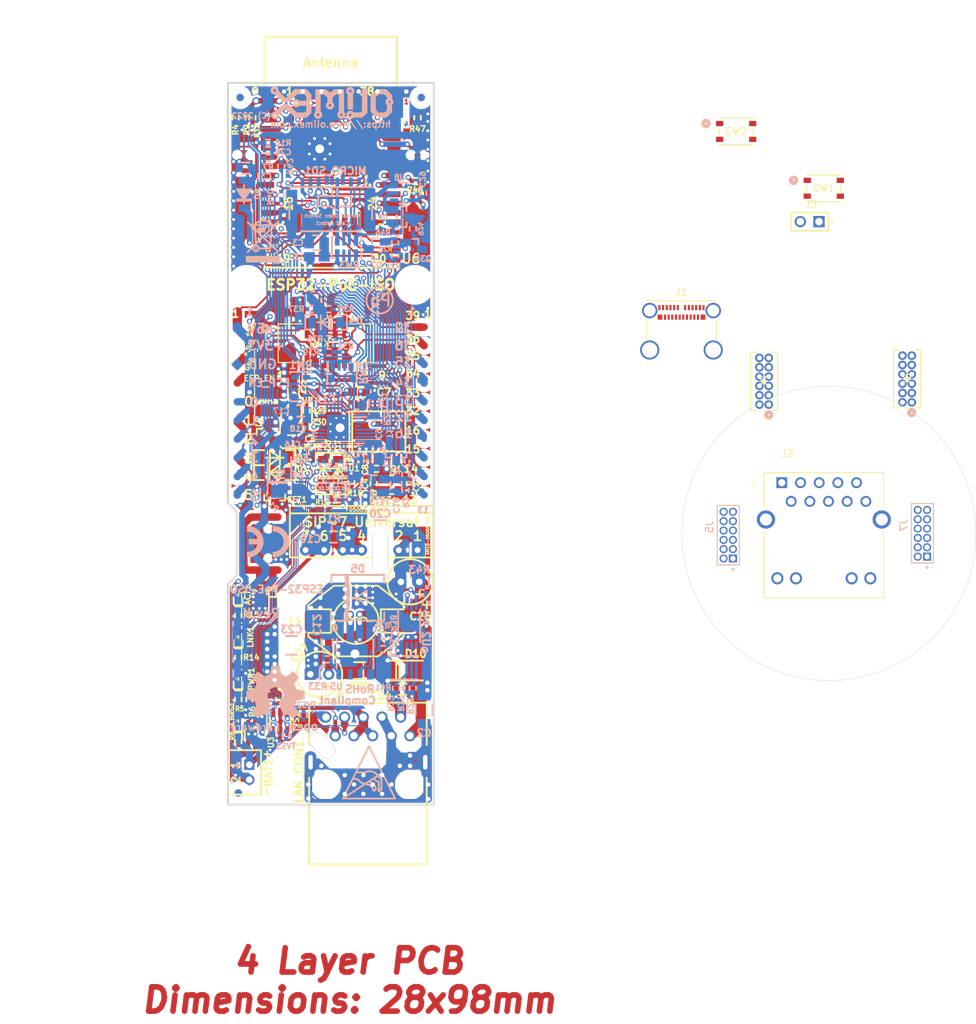
<source format=kicad_pcb>
(kicad_pcb (version 20221018) (generator pcbnew)
  (title_block (title "ESP32-PoE-ISO") (date "2022-07-28") (rev "K") (company "OLIMEX Ltd.") (comment 1 "https://www.olimex.com"))
  (layers (0 "F.Cu" signal) (1 "In1.Cu" power) (2 "In2.Cu" power) (31 "B.Cu" signal) (34 "B.Paste" user) (35 "F.Paste" user) (36 "B.SilkS" user "B.Silkscreen") (37 "F.SilkS" user "F.Silkscreen") (38 "B.Mask" user) (39 "F.Mask" user) (44 "Edge.Cuts" user))
  (net 0 "")
  (net 1 "+5V")
  (net 2 "GND")
  (net 3 "Net-(ACT1-K)")
  (net 4 "Net-(ACT1-A)")
  (net 5 "+3V3")
  (net 6 "Net-(U3-VBAT)")
  (net 7 "/GPI34{slash}BUT1")
  (net 8 "/ESP_EN")
  (net 9 "Net-(MICRO_SD1-VDD)")
  (net 10 "Net-(U1-XI)")
  (net 11 "Net-(U1-XO)")
  (net 12 "Net-(D3-K)")
  (net 13 "Net-(U1-V3)")
  (net 14 "Net-(LAN_CON1-RCT)")
  (net 15 "Net-(D5-K)")
  (net 16 "Net-(U4-VDDCR)")
  (net 17 "Net-(U4-NRST)")
  (net 18 "Net-(U5-FB)")
  (net 19 "Net-(CHRG1-K)")
  (net 20 "/GPIO2{slash}HS2_DATA0")
  (net 21 "/GPI36{slash}U1RXD")
  (net 22 "Net-(D4-K)")
  (net 23 "/GPIO3{slash}U0RXD")
  (net 24 "Net-(D6-K)")
  (net 25 "Net-(D7-A)")
  (net 26 "/GPIO1{slash}U0TXD")
  (net 27 "Net-(D9-K)")
  (net 28 "/+5V_USB")
  (net 37 "/D_Com")
  (net 38 "Earth")
  (net 39 "+5VP")
  (net 40 "Spare1")
  (net 41 "Spare2")
  (net 42 "/GPIO33")
  (net 43 "/GPIO32")
  (net 44 "/GPI39")
  (net 55 "+3.3VLAN")
  (net 56 "/GPIO0")
  (net 58 "/GPI35")
  (net 64 "Net-(C10-Pad2)")
  (net 65 "/TD+")
  (net 66 "/TD-")
  (net 67 "/RD+")
  (net 68 "/RD-")
  (net 69 "/Shield")
  (net 70 "/USB_D-")
  (net 71 "/USB_D+")
  (net 74 "Net-(C12-Pad2)")
  (net 75 "/5V_DCDC")
  (net 76 "/ILIM")
  (net 77 "Net-(U7-LX)")
  (net 78 "Net-(LNK1-K)")
  (net 79 "Net-(MICRO_SD1-DAT1{slash}RES)")
  (net 80 "Net-(MICRO_SD1-DAT0{slash}DO)")
  (net 81 "Net-(MICRO_SD1-CLK{slash}SCLK)")
  (net 83 "/GPIO15{slash}HS2_CMD")
  (net 84 "Net-(MICRO_SD1-CD{slash}DAT3{slash}CS)")
  (net 85 "Net-(MICRO_SD1-DAT2{slash}RES)")
  (net 86 "Net-(PWR1-K)")
  (net 87 "Net-(Q2-B)")
  (net 88 "Net-(Q2-E)")
  (net 89 "Net-(Q3-B)")
  (net 90 "Net-(Q3-E)")
  (net 91 "Net-(Q3-C)")
  (net 92 "Net-(T1-C)")
  (net 93 "Net-(U3-PROG)")
  (net 94 "Net-(U3-CHRGb)")
  (net 95 "Net-(U4-LED2{slash}NINTSEL)")
  (net 96 "Net-(U2-DET)")
  (net 97 "Net-(U2-ILIM)")
  (net 98 "Net-(U4-RBIAS)")
  (net 99 "Net-(U2-CLASS)")
  (net 100 "Net-(U7-FB)")
  (net 101 "/GPIO16{slash}I2C-SCL")
  (net 102 "Net-(U5-BS)")
  (net 103 "/GPIO13{slash}I2C-SDA")
  (net 104 "/GPIO5{slash}SPI_CS")
  (net 105 "/GPIO14{slash}HS2_CLK")
  (net 106 "Net-(U2-NC{slash}UVLO)")
  (net 107 "Net-(U4-RXER{slash}RXD4{slash}PHYAD0)")
  (net 108 "Net-(U4-RXD3{slash}PHYAD2)")
  (net 109 "Net-(U4-RXD2{slash}RMIISEL)")
  (net 110 "Net-(U4-RXCLK{slash}PHYAD1)")
  (net 111 "/GPIO27{slash}EMAC_RX_CRS_DV")
  (net 112 "/GPIO25{slash}EMAC_RXD0(RMII)")
  (net 113 "/GPIO18{slash}MDIO(RMII)")
  (net 114 "/GPIO26{slash}EMAC_RXD1(RMII)")
  (net 116 "/GPIO12{slash}PHY_PWR")
  (net 123 "Net-(U2-PG)")
  (net 125 "/GPIO22{slash}EMAC_TXD1(RMII)")
  (net 126 "/GPIO19{slash}EMAC_TXD0(RMII)")
  (net 127 "/GPIO21{slash}EMAC_TX_EN(RMII)")
  (net 130 "/GPIO23{slash}MDC(RMII)")
  (net 132 "/GPIO17{slash}EMAC_CLK_OUT_180")
  (net 135 "unconnected-(U6-NC-Pad21)")
  (net 136 "unconnected-(U6-NC-Pad22)")
  (net 137 "unconnected-(U6-NC-Pad20)")
  (net 138 "unconnected-(U6-NC-Pad19)")
  (net 139 "unconnected-(U6-NC-Pad17)")
  (net 140 "unconnected-(U6-NC-Pad18)")
  (net 141 "/GPIO4{slash}U1TXD")
  (net 144 "Net-(J2-RCT)")
  (net 145 "Net-(R47-Pad2)")
  (net 146 "Net-(R45-Pad1)")
  (footprint "OLIMEX_Other-FP:Fiducial1x3" (layer "F.Cu") (at 91.567 186.563 -90)
    (fp_text reference "FID3" hide)
    (fp_text value "Fiducial" hide)
  )
  (footprint "OLIMEX_Other-FP:Fiducial1x3" (layer "F.Cu") (at 116.459 92 -90)
    (fp_text reference "FID2" hide)
    (fp_text value "Fiducial" hide)
  )
  (footprint "OLIMEX_RLC-FP:R_0402_5MIL_DWS" (layer "F.Cu") (at 93.472 94.742 -90)
    (fp_text reference "R32")
    (fp_text value "10k/R0402")
  )
  (footprint "OLIMEX_RLC-FP:C_0603_5MIL_DWS" (layer "F.Cu") (at 94.869 174.371 90)
    (fp_text reference "C1")
    (fp_text value "22uF/6.3V/20%/X5R/C0603")
  )
  (footprint "OLIMEX_IC-FP:SOT-23-5" (layer "F.Cu") (at 93.853 178.562 -90)
    (fp_text reference "U3")
    (fp_text value "BL4054B-42TPRN(SOT23-5)")
  )
  (footprint "OLIMEX_RLC-FP:R_0402_5MIL_DWS" (layer "F.Cu") (at 93.091 173.863 90)
    (fp_text reference "R6")
    (fp_text value "10k/R0402")
  )
  (footprint "OLIMEX_RLC-FP:R_0402_5MIL_DWS" (layer "F.Cu") (at 91.186 94.742 90)
    (fp_text reference "R4")
    (fp_text value "47k/R0402")
  )
  (footprint "OLIMEX_RLC-FP:R_0402_5MIL_DWS" (layer "F.Cu") (at 92.075 94.742 -90)
    (fp_text reference "R9")
    (fp_text value "100k/R0402")
  )
  (footprint "OLIMEX_LEDs-FP:LED_0603_KA" (layer "F.Cu") (at 91.567 176.784 90)
    (fp_text reference "CHRG1")
    (fp_text value "LED/YELLOW/0603")
  )
  (footprint "OLIMEX_LEDs-FP:LED_0603_KA" (layer "F.Cu") (at 91.567 171.069 90)
    (fp_text reference "PWR1")
    (fp_text value "LED/RED/0603")
  )
  (footprint "OLIMEX_RLC-FP:R_0402_5MIL_DWS" (layer "F.Cu") (at 91.567 173.863 -90)
    (fp_text reference "R5")
    (fp_text value "2.2k/R0402")
  )
  (footprint "OLIMEX_Other-FP:Fiducial1x3" (layer "F.Cu") (at 91.821 92 -90)
    (fp_text reference "FID1" hide)
    (fp_text value "Fiducial" hide)
  )
  (footprint "OLIMEX_RLC-FP:C_0402_5MIL_DWS" (layer "F.Cu") (at 97.155 173.863 90)
    (fp_text reference "C11")
    (fp_text value "100nF/16V/10%/X7R/C0402")
  )
  (footprint "OLIMEX_Transistors-FP:SOT23" (layer "F.Cu") (at 96.52 146.177 90)
    (fp_text reference "FET1")
    (fp_text value "WPM2015-3/TR")
  )
  (footprint "OLIMEX_RLC-FP:CD32" (layer "F.Cu") (at 95.377 133.35 90)
    (fp_text reference "L2")
    (fp_text value "2.2uH/1.5A/DCR=72mR/20%/3.00x3.00x1.50mm/CD32(NR3015T2R2M)")
  )
  (footprint "OLIMEX_RLC-FP:R_0402_5MIL_DWS" (layer "F.Cu") (at 100.838 136.906 -90)
    (fp_text reference "R30")
    (fp_text value "49.9k/1%/R0402")
  )
  (footprint "OLIMEX_RLC-FP:R_0402_5MIL_DWS" (layer "F.Cu") (at 100.838 134.62 90)
    (fp_text reference "R29")
    (fp_text value "220k/R0402")
  )
  (footprint "OLIMEX_RLC-FP:C_0603_5MIL_DWS" (layer "F.Cu") (at 98.806 138.684)
    (fp_text reference "C6")
    (fp_text value "22uF/6.3V/20%/X5R/C0603")
  )
  (footprint "OLIMEX_Regulators-FP:SOT-23-5" (layer "F.Cu") (at 98.806 135.763 90)
    (fp_text reference "U7")
    (fp_text value "SY8089AAAC(SOT23-5)")
  )
  (footprint "OLIMEX_RLC-FP:C_0603_5MIL_DWS" (layer "F.Cu") (at 99.06 132.08 -90)
    (fp_text reference "C22")
    (fp_text value "22uF/6.3V/20%/X5R/C0603")
  )
  (footprint "OLIMEX_RLC-FP:R_0402_5MIL_DWS" (layer "F.Cu") (at 91.567 168.148 -90)
    (fp_text reference "R14")
    (fp_text value "2.2k/R0402")
  )
  (footprint "OLIMEX_LEDs-FP:LED_0603_KA" (layer "F.Cu") (at 91.567 165.354 90)
    (fp_text reference "LNK1")
    (fp_text value "LED/GREEN/0603")
  )
  (footprint "OLIMEX_RLC-FP:R_0402_5MIL_DWS" (layer "F.Cu") (at 91.567 162.433 -90)
    (fp_text reference "R15")
    (fp_text value "2.2k/R0402")
  )
  (footprint "OLIMEX_LEDs-FP:LED_0603_KA" (layer "F.Cu") (at 91.567 159.639 90)
    (fp_text reference "ACT1")
    (fp_text value "LED/YELLOW/0603")
  )
  (footprint "OLIMEX_RLC-FP:L_0805_5MIL_DWS" (layer "F.Cu") (at 94.488 159.258 -90)
    (fp_text reference "L3")
    (fp_text value "FB0805/600R/2A")
  )
  (footprint "OLIMEX_RLC-FP:C_0603_5MIL_DWS" (layer "F.Cu") (at 108.077 132.08 180)
    (fp_text reference "C7")
    (fp_text value "22uF/6.3V/20%/X5R/C0603")
  )
  (footprint "OLIMEX_RLC-FP:C_0402_5MIL_DWS" (layer "F.Cu") (at 114.935 144.526 -90)
    (fp_text reference "C5")
    (fp_text value "27pF/50V/5%/C0G/C0402")
  )
  (footprint "OLIMEX_RLC-FP:C_0402_5MIL_DWS" (layer "F.Cu") (at 109.982 144.526 90)
    (fp_text reference "C4")
    (fp_text value "27pF/50V/5%/C0G/C0402")
  )
  (footprint "OLIMEX_Transistors-FP:SOT23" (layer "F.Cu") (at 95.504 137.668 -90)
    (fp_text reference "FET2")
    (fp_text value "WPM2015-3/TR")
  )
  (footprint "OLIMEX_RLC-FP:R_0402_5MIL_DWS" (layer "F.Cu") (at 106.934 144.399 -90)
    (fp_text reference "R18")
    (fp_text value "10k/R0402")
  )
  (footprint "OLIMEX_Other-FP:Mounting_hole_2_mm" (layer "F.Cu") (at 102.9716 180.0987 45)
    (fp_text reference "Drill_Slot3" hide)
    (fp_text value "2 mm" hide)
  )
  (footprint "OLIMEX_Regulators-FP:SIP-7_Universal" (layer "F.Cu") (at 108.331 153.543 180)
    (fp_text reference "DCDC1")
    (fp_text value "F0505S-2WR2(SIP-7)")
  )
  (footprint "OLIMEX_RLC-FP:CPOL-RM2.5mm_6.3x11mm_PTH" (layer "F.Cu") (at 102.616 170.434 180)
    (fp_text reference "C27")
    (fp_text value "15uF/100V/20%/RM2.5/6.3x11mm(Farnell:1281844)")
  )
  (footprint "OLIMEX_IC-FP:SSOP-20W" (layer "F.Cu") (at 110.49 137.414)
    (fp_text reference "U1")
    (fp_text value "CH340T(SSOP20W)")
  )
  (footprint "OLIMEX_Crystal-FP:TSX-3.2x2.5mm_GND(3)" (layer "F.Cu") (at 112.438 144.653)
    (fp_text reference "Q1")
    (fp_text value "Q12MHz/20pF/10ppm/4P/3.2x2.5mm")
  )
  (footprint "OLIMEX_RLC-FP:R_0402_5MIL_DWS" (layer "F.Cu") (at 104.775 146.685 180)
    (fp_text reference "R19")
    (fp_text value "10k/R0402")
  )
  (footprint "OLIMEX_Diodes-FP:SOD-123_1C-2A_KA" (layer "F.Cu") (at 103.124 143.129 -90)
    (fp_text reference "D6")
    (fp_text value "1N5819S4/SOD123")
  )
  (footprint "OLIMEX_Diodes-FP:SOD-123_1C-2A_KA" (layer "F.Cu") (at 105.156 143.129 -90)
    (fp_text reference "D7")
    (fp_text value "1N5819S4/SOD123")
  )
  (footprint "OLIMEX_Diodes-FP:SOD-123_1C-2A_KA" (layer "F.Cu") (at 96.52 140.97 180)
    (fp_text reference "D3")
    (fp_text value "1N5819S4/SOD123")
  )
  (footprint "OLIMEX_Diodes-FP:SOD-123_1C-2A_KA" (layer "F.Cu") (at 96.52 143.002)
    (fp_text reference "D1")
    (fp_text value "1N5819S4/SOD123")
  )
  (footprint "OLIMEX_Other-FP:Mounting_hole_2_mm" (layer "F.Cu") (at 110.871 153.7335)
    (fp_text reference "Drill_Slot1" hide)
    (fp_text value "2 mm" hide)
  )
  (footprint "OLIMEX_Diodes-FP:SOT-23-5" (layer "F.Cu") (at 97.282 176.911 -90)
    (fp_text reference "TVS1")
    (fp_text value "ESDS314DBVR(SOT-23-5)")
  )
  (footprint "OLIMEX_Connectors-FP:RJP-003TC1(LPJ4112CNL)" (layer "F.Cu") (at 109.2 185.293)
    (fp_text reference "LAN_CON1")
    (fp_text value "RJP-003TC1(LPJ4112CNL)")
  )
  (footprint "3221-10-0300-00:CONN10_3221-10-0300-00_CNC" (layer "F.Cu") (at 103.4796 125.413198)
    (fp_text reference "UEXT1")
    (fp_text value "P-B-V-10-LF")
  )
  (footprint "OLIMEX_RLC-FP:C_0402_5MIL_DWS" (layer "F.Cu") (at 110.363 142.494)
    (fp_text reference "C8")
    (fp_text value "100nF/16V/10%/X7R/C0402")
  )
  (footprint "OLIMEX_RLC-FP:R_1206_5MIL_DWS" (layer "F.Cu") (at 108.077 169.926)
    (fp_text reference "R28")
    (fp_text value "0.03R/1%/R1206")
  )
  (footprint "OLIMEX_RLC-FP:DBS135" (layer "F.Cu") (at 107.569 163.195)
    (fp_text reference "L4")
    (fp_text value "33uH/2.1A/DCR=0.1R/20%/DBS135(PD3316MT330)")
  )
  (footprint "OLIMEX_RLC-FP:CPOL-RM2.5mm_6.3x11mm_PTH" (layer "F.Cu") (at 114.935 157.861 180)
    (fp_text reference "C26")
    (fp_text value "470uF/10V/20%/Low_ESR/RM2.5/6.0x11mm")
  )
  (footprint "OLIMEX_RLC-FP:R_0402_5MIL_DWS" (layer "F.Cu") (at 115.951 94.742 90)
    (fp_text reference "R47")
    (fp_text value "10k/R0402")
  )
  (footprint "OLIMEX_RLC-FP:R_0402_5MIL_DWS" (layer "F.Cu") (at 91.567 179.578 -90)
    (fp_text reference "R8")
    (fp_text value "2.2k/R0402")
  )
  (footprint "OLIMEX_RLC-FP:C_0603_5MIL_DWS" (layer "F.Cu") (at 113.919 172.466)
    (fp_text reference "C24")
    (fp_text value "100nF/100V/10%/X7R/C0603")
  )
  (footprint "OLIMEX_Diodes-FP:SMA-KA" (layer "F.Cu") (at 114.173 169.926)
    (fp_text reference "D10")
    (fp_text value "SMAJ58A/SMA")
  )
  (footprint "OLIMEX_Cases-FP:ESP32-WROVER(WROOM)-UNIVERSAL_MODULE" (layer "F.Cu") (at 104.14 99.441)
    (fp_text reference "U6")
    (fp_text value "ESP32-WROVER-E")
  )
  (footprint "OLIMEX_RLC-FP:R_0402_5MIL_DWS" (layer "F.Cu") (at 115.697 103.378)
    (fp_text reference "R48")
    (fp_text value "NA/R0402")
  )
  (footprint "OLIMEX_Other-FP:NPTH_2.2mm" (layer "F.Cu") (at 97.79 185.42)
    (fp_text reference "MH1" hide)
    (fp_text value "Mounting_Hole_NPTH" hide)
  )
  (footprint "OLIMEX_Other-FP:NPTH_2.2mm" (layer "F.Cu") (at 92.71 117.475)
    (fp_text reference "MH2" hide)
    (fp_text value "Mounting_Hole_NPTH" hide)
  )
  (footprint "OLIMEX_Other-FP:NPTH_2.2mm" (layer "F.Cu") (at 115.57 117.475)
    (fp_text reference "MH3" hide)
    (fp_text value "Mounting_Hole_NPTH" hide)
  )
  (footprint "OLIMEX_Connectors-FP:LIPO_BAT_VERTICAL_DW02S" (layer "F.Cu") (at 89.535 183.769 -90)
    (fp_text reference "BAT1")
    (fp_text value "DW02S")
  )
  (footprint "SI-46020-F:BEL_SI-46020-F" (layer "F.Cu") (at 171.221 153.2704)
    (fp_text reference "J2")
    (fp_text value "SI-46020-F")
  )
  (footprint "PTS815:SW4_PTS815 SJM 250 SMTR LFS_CNK" (layer "F.Cu") (at 159.293999 96.613401)
    (fp_text reference "SW2")
    (fp_text value "PTS815 SJM 250 SMTR LFS")
  )
  (footprint "Connector_USB:USB_C_Receptacle_Molex_105450-0101-L" (layer "F.Cu") (at 151.8536 123.7794)
    (fp_text reference "J1")
    (fp_text value "USB_C_Receptacle")
  )
  (footprint "20021111-00012T4LF:CONN_20021111-XX012XXLF_AMP" (layer "F.Cu") (at 183.1848 133.4516 90)
    (fp_text reference "J6")
    (fp_text value "20021111-00012T4LF")
  )
  (footprint "PTS815:SW4_PTS815 SJM 250 SMTR LFS_CNK" (layer "F.Cu") (at 171.2107 104.3394)
    (fp_text reference "SW1")
    (fp_text value "PTS815 SJM 250 SMTR LFS")
  )
  (footprint "HMTSW-102-X-X-S-X:SAMTEC_HMTSW-102-X-X-S-X" (layer "F.Cu") (at 169.2886 108.8794)
    (fp_text reference "J3")
    (fp_text value "HMTSW-102-X-X-S-X")
  )
  (footprint "20021111-00012T4LF:CONN_20021111-XX012XXLF_AMP" (layer "F.Cu") (at 163.7284 133.7564 90)
    (fp_text reference "J4")
    (fp_text value "20021111-00012T4LF")
  )
  (footprint "OLIMEX_RLC-FP:L_0805_5MIL_DWS" (layer "B.Cu") (at 102.235 113.665)
    (fp_text reference "L5")
    (fp_text value "FB0805/600R/2A")
  )
  (footprint "OLIMEX_Other-FP:Fiducial1x3" (layer "B.Cu") (at 91.567 186.563 -90)
    (fp_text reference "FID6" hide)
    (fp_text value "Fiducial" hide)
  )
  (footprint "OLIMEX_RLC-FP:R_0402_5MIL_DWS" (layer "B.Cu") (at 101.473 120.777 180)
    (fp_text reference "R37")
    (fp_text value "10k/R0402")
  )
  (footprint "OLIMEX_RLC-FP:R_0402_5MIL_DWS" (layer "B.Cu") (at 97.409 105.283 90)
    (fp_text reference "R40")
    (fp_text value "10R/R0402")
  )
  (footprint "OLIMEX_Other-FP:Fiducial1x3" (layer "B.Cu") (at 116.459 92 -90)
    (fp_text reference "FID5" hide)
    (fp_text value "Fiducial" hide)
  )
  (footprint "OLIMEX_Other-FP:Fiducial1x3" (layer "B.Cu") (at 91.821 92 -90)
    (fp_text reference "FID4" hide)
    (fp_text value "Fiducial" hide)
  )
  (footprint "OLIMEX_RLC-FP:R_MATRIX_4" (layer "B.Cu") (at 106.299 112.395)
    (fp_text reference "RM3")
    (fp_text value "RA1206_(4X0603)_4B8_2.2k")
  )
  (footprint "OLIMEX_RLC-FP:R_0402_5MIL_DWS" (layer "B.Cu") (at 103.886 126.619)
    (fp_text reference "R39")
    (fp_text value "10k/R0402")
  )
  (footprint "OLIMEX_RLC-FP:C_0603_5MIL_DWS" (layer "B.Cu") (at 104.521 151.765)
    (fp_text reference "C19")
    (fp_text value "22uF/6.3V/20%/X5R/C0603")
  )
  (footprint "OLIMEX_RLC-FP:C_1206_5MIL_DWS_ISO" (layer "B.Cu") (at 116.84 175.26 -90)
    (fp_text reference "C2")
    (fp_text value "1nF/2000V/10%/X7R/C1206")
  )
  (footprint "OLIMEX_RLC-FP:C_1808(4520)_5MIL_DWS_ISO" (layer "B.Cu") (at 110.871 150.749)
    (fp_text reference "C20")
    (fp_text value "NA(1.0nF/3kV/10%/X7R/SMD/1808(VISHAY-VJ1808Y102KBHAT4X_Farnell-2407291))")
  )
  (footprint "OLIMEX_RLC-FP:C_1808(4520)_5MIL_DWS_ISO" (layer "B.Cu") (at 98.806 166.497)
    (fp_text reference "C23")
    (fp_text value "1.0nF/3kV/10%/X7R/SMD/1808(VISHAY-VJ1808Y102KBHAT4X_Farnell-2407291)")
  )
  (footprint "OLIMEX_RLC-FP:R_0402_5MIL_DWS" (layer "B.Cu") (at 114.3 143.256 90)
    (fp_text reference "R3")
    (fp_text value "1k/R0402")
  )
  (footprint "OLIMEX_RLC-FP:C_0603_5MIL_DWS" (layer "B.Cu") (at 113.03 144.78 90)
    (fp_text reference "C10")
    (fp_text value "22uF/6.3V/20%/X5R/C0603")
  )
  (footprint "OLIMEX_RLC-FP:C_0402_5MIL_DWS" (layer "B.Cu") (at 100.076 135.89 180)
    (fp_text reference "C18")
    (fp_text value "100nF/16V/10%/X7R/C0402")
  )
  (footprint "OLIMEX_RLC-FP:C_0603_5MIL_DWS" (layer "B.Cu") (at 110.109 133.604 -90)
    (fp_text reference "C21")
    (fp_text value "NA(10uF/6.3V/20%/X5R/C0603)")
  )
  (footprint "OLIMEX_RLC-FP:C_0603_5MIL_DWS" (layer "B.Cu") (at 100.076 134.62 180)
    (fp_text reference "C17")
    (fp_text value "2.2uF/6.3V/10%/X5R/C0603")
  )
  (footprint "OLIMEX_RLC-FP:L_0805_5MIL_DWS" (layer "B.Cu") (at 109.093 142.367 180)
    (fp_text reference "L1")
    (fp_text value "FB0805/600R/2A")
  )
  (footprint "OLIMEX_IC-FP:QFN32_EP(33)_5.00x5.00x0.90mm_Pitch_0.50mm" (layer "B.Cu") (at 105.41 136.906 90)
    (fp_text reference "U4")
    (fp_text value "LAN8710A-EZC(QFN32)")
  )
  (footprint "OLIMEX_Transistors-FP:SOT23" (layer "B.Cu") (at 113.03 140.335 90)
    (fp_text reference "T1")
    (fp_text value "LMUN2211LT1G(SOT-23)")
  )
  (footprint "OLIMEX_RLC-FP:R_0402_5MIL_DWS" (layer "B.Cu") (at 106.68 141.986 90)
    (fp_text reference "R12")
    (fp_text value "49.9R/1%/R0402")
  )
  (footprint "OLIMEX_RLC-FP:R_0402_5MIL_DWS" (layer "B.Cu") (at 114.3 145.415 90)
    (fp_text reference "R2")
    (fp_text value "10k/R0402")
  )
  (footprint "OLIMEX_RLC-FP:R_0402_5MIL_DWS" (layer "B.Cu") (at 95.631 98.171 180)
    (fp_text reference "R16")
    (fp_text value "470k/R0402")
  )
  (footprint "OLIMEX_RLC-FP:R_0402_5MIL_DWS" (layer "B.Cu") (at 95.631 100.203)
    (fp_text reference "R7")
    (fp_text value "470k/R0402")
  )
  (footprint "OLIMEX_RLC-FP:C_0603_5MIL_DWS" (layer "B.Cu") (at 110.617 139.954 90)
    (fp_text reference "C9")
    (fp_text value "22uF/6.3V/20%/X5R/C0603")
  )
  (footprint "OLIMEX_Transistors-FP:SOT23" (layer "B.Cu") (at 110.236 144.78)
    (fp_text reference "FET3")
    (fp_text value "WPM2015-3/TR")
  )
  (footprint "OLIMEX_RLC-FP:R_0402_5MIL_DWS" (layer "B.Cu") (at 110.617 136.017 -90)
    (fp_text reference "R25")
    (fp_text value "10k/R0402")
  )
  (footprint "OLIMEX_RLC-FP:C_0402_5MIL_DWS" (layer "B.Cu") (at 100.965 139.192 180)
    (fp_text reference "C16")
    (fp_text value "100nF/16V/10%/X7R/C0402")
  )
  (footprint "OLIMEX_RLC-FP:R_0402_5MIL_DWS" (layer "B.Cu") (at 100.965 140.081 180)
    (fp_text reference "R26")
    (fp_text value "12.1k/1%/R0402")
  )
  (footprint "OLIMEX_RLC-FP:R_0402_5MIL_DWS" (layer "B.Cu") (at 104.521 150.495)
    (fp_text reference "R1")
    (fp_text value "10k/R0402")
  )
  (footprint "OLIMEX_RLC-FP:R_0402_5MIL_DWS" (layer "B.Cu") (at 112.903 111.76 90)
    (fp_text reference "R20")
    (fp_text value "1k/R0402")
  )
  (footprint "OLIMEX_RLC-FP:R_0402_5MIL_DWS" (layer "B.Cu") (at 112.903 113.538 90)
    (fp_text reference "R21")
    (fp_text value "1k/R0402")
  )
  (footprint "OLIMEX_Transistors-FP:SOT23" (layer "B.Cu") (at 115.443 112.649 180)
    (fp_text reference "Q3")
    (fp_text value "BC817-40(SOT23)")
  )
  (footprint "OLIMEX_Transistors-FP:SOT23" (layer "B.Cu") (at 110.39856 112.58296)
    (fp_text reference "Q2")
    (fp_text value "BC817-40(SOT23)")
  )
  (footprint "OLIMEX_Diodes-FP:SOT23-3" (layer "B.Cu") (at 113.792 108.204 180)
    (fp_text reference "D2")
    (fp_text value "BAT54C(SOT23-3)")
  )
  (footprint "OLIMEX_RLC-FP:R_0402_5MIL_DWS" (layer "B.Cu") (at 103.886 125.73)
    (fp_text reference "R31")
    (fp_text value "2.2k/R0402")
  )
  (footprint "OLIMEX_RLC-FP:R_0402_5MIL_DWS" (layer "B.Cu") (at 103.886 120.777)
    (fp_text reference "R35")
    (fp_text value "2.2k/R0402")
  )
  (footprint "OLIMEX_RLC-FP:R_0402_5MIL_DWS" (layer "B.Cu") (at 103.886 124.841)
    (fp_text reference "R36")
    (fp_text value "10k/R0402")
  )
  (footprint "OLIMEX_RLC-FP:C_0603_5MIL_DWS" (layer "B.Cu") (at 107.442 144.78 -90)
    (fp_text reference "C13")
    (fp_text value "22uF/6.3V/20%/X5R/C0603")
  )
  (footprint "OLIMEX_RLC-FP:R_0402_5MIL_DWS" (layer "B.Cu") (at 113.157 110.363)
    (fp_text reference "R46")
    (fp_text value "220R/R0402")
  )
  (footprint "OLIMEX_Diodes-FP:SOD-123_1C-2A_KA" (layer "B.Cu") (at 103.505 122.555)
    (fp_text reference "D4")
    (fp_text value "1N5819S4/SOD123")
  )
  (footprint "OLIMEX_RLC-FP:R_0402_5MIL_DWS" (layer "B.Cu") (at 103.124 141.986 90)
    (fp_text reference "R11")
    (fp_text value "49.9R/1%/R0402")
  )
  (footprint "OLIMEX_RLC-FP:R_0402_5MIL_DWS" (layer "B.Cu") (at 104.394 141.986 90)
    (fp_text reference "R10")
    (fp_text value "49.9R/1%/R0402")
  )
  (footprint "OLIMEX_RLC-FP:R_0402_5MIL_DWS" (layer "B.Cu") (at 94.996 145.923 90)
    (fp_text reference "R17")
    (fp_text value "NA/R0402")
  )
  (footprint "OLIMEX_Diodes-FP:SOD-123_1C-2A_KA" (layer "B.Cu") (at 92.329 105.156 90)
    (fp_text reference "D9")
    (fp_text value "1N5819S4/SOD123")
  )
  (footprint "OLIMEX_Diodes-FP:D_0402_5MIL_DWS" (layer "B.Cu") (at 100.457 176.022 -90)
    (fp_text reference "TVS2")
    (fp_text value "NA(GG0402052R542P)")
  )
  (footprint "OLIMEX_Diodes-FP:D_0402_5MIL_DWS" (layer "B.Cu") (at 98.044 178.689 -90)
    (fp_text reference "TVS3")
    (fp_text value "NA(GG0402052R542P)")
  )
  (footprint "OLIMEX_RLC-FP:C_0805_5MIL_DWS" (layer "B.Cu") (at 102.235 111.76 180)
    (fp_text reference "C3")
    (fp_text value "47uF/6.3V/20%/X5R/C0805")
  )
  (footprint "OLIMEX_RLC-FP:R_MATRIX_4" (layer "B.Cu") (at 105.664 129.413)
    (fp_text reference "RM2")
    (fp_text value "RA1206_(4X0603)_4B8_2.2k")
  )
  (footprint "OLIMEX_RLC-FP:R_0402_5MIL_DWS" (layer "B.Cu") (at 105.41 141.986 90)
    (fp_text reference "R13")
    (fp_text value "49.9R/1%/R0402")
  )
  (footprint "OLIMEX_RLC-FP:C_0402_5MIL_DWS" (layer "B.Cu") (at 108.839 140.97)
    (fp_text reference "C15")
    (fp_text value "100nF/16V/10%/X7R/C0402")
  )
  (footprint "OLIMEX_Diodes-FP:DO214AA_1(K)-2(A)" (layer "B.Cu") (at 97.155 143.383 90)
    (fp_text reference "D8")
    (fp_text value "NA(SMBJ6.0A)")
  )
  (footprint "OLIMEX_LOGOs-FP:OLIMEX_LOGO_TB" (layer "B.Cu") (at 104.14 92.71 180)
    (fp_text reference "Logo_Olimex" hide)
    (fp_text value "" hide)
  )
  (footprint "OLIMEX_LOGOs-FP:LOGO_PBFREE" (layer "B.Cu") (at 110.998 119.253)
    (fp_text reference "Sign_PB-Free")
    (fp_text value "")
  )
  (footprint "OLIMEX_LOGOs-FP:LOGO_OPENHARDWARE_8x8" (layer "B.Cu") (at 96.647 173.355 180)
    (fp_text reference "Logo_OSHW" hide)
    (fp_text value "" hide)
  )
  (footprint "OLIMEX_LOGOs-FP:CE_Sign" (layer "B.Cu") (at 94.615 152.4 180)
    (fp_text reference "Sign_CE" hide)
    (fp_text value "CE_Sign" hide)
  )
  (footprint "OLIMEX_LOGOs-FP:LOGO_ANTISTATIC_1" (layer "B.Cu") (at 112.903 187.325 180)
    (fp_text reference "Sign_Antistatic" hide)
    (fp_text value "Val**" hide)
  )
  (footprint "OLIMEX_RLC-FP:C_0402_5MIL_DWS" (layer "B.Cu") (at 111.252 167.005 180)
    (fp_text reference "C25")
    (fp_text value "12pF/50V/5%/COG/C0402")
  )
  (footprint "OLIMEX_RLC-FP:R_0402_5MIL_DWS" (layer "B.Cu") (at 113.03 172.339 90)
    (fp_text reference "R22")
    (fp_text value "24.9k/1%/R0402")
  )
  (footprint "OLIMEX_RLC-FP:R_0402_5MIL_DWS" (layer "B.Cu") (at 115.316 172.339 -90)
    (fp_text reference "R23")
    (fp_text value "180k/1%/R0402")
  )
  (footprint "OLIMEX_RLC-FP:R_0402_5MIL_DWS" (layer "B.Cu") (at 114.427 172.339 90)
    (fp_text reference "R27")
    (fp_text value "4.42k/1%/1/16W/R0402")
  )
  (footprint "OLIMEX_IC-FP:TSSOP-8_Pitch-0.65mm_Dimensions-4.40x3.00x1.20mm" (layer "B.Cu") (at 114.808 163.83 90)
    (fp_text reference "U2")
    (fp_text value "TPS2376PW(TSSOP-8)")
  )
  (footprint "OLIMEX_RLC-FP:C_0402_5MIL_DWS" (layer "B.Cu") (at 95.631 99.187 180)
    (fp_text reference "C28")
    (fp_text value "1nF/50V/10%/X7R/C0402")
  )
  (footprint "OLIMEX_RLC-FP:C_0402_5MIL_DWS" (layer "B.Cu") (at 105.664 132.334)
    (fp_text reference "C14")
    (fp_text value "100nF/16V/10%/X7R/C0402")
  )
  (footprint "OLIMEX_RLC-FP:R_MATRIX_4" (layer "B.Cu") (at 100.076 131.318 90)
    (fp_text reference "RM1")
    (fp_text value "RA1206_(4X0603)_4B8_2.2k")
  )
  (footprint "OLIMEX_RLC-FP:C_0603_5MIL_DWS" (layer "B.Cu") (at 103.632 166.116 -90)
    (fp_text reference "C12")
    (fp_text value "100nF/100V/10%/X7R/C0603")
  )
  (footprint "OLIMEX_RLC-FP:R_0402_5MIL_DWS" (layer "B.Cu") (at 103.632 168.402 180)
    (fp_text reference "R33")
    (fp_text value "4.7R/R0402")
  )
  (footprint "OLIMEX_Diodes-FP:DO214AB(SMC)_1(K)-2(A)" (layer "B.Cu") (at 107.823 160.02)
    (fp_text reference "D5")
    (fp_text value "SS510/100V/5A/0.85V/DO214AB(SMC)")
  )
  (footprint "OLIMEX_RLC-FP:R_2512_MM_DWS" (layer "B.Cu") (at 114.046 169.545)
    (fp_text reference "R41")
    (fp_text value "4.7k/R2512")
  )
  (footprint "OLIMEX_RLC-FP:R_0402_5MIL_DWS" (layer "B.Cu") (at 111.252 166.116 180)
    (fp_text reference "R38")
    (fp_text value "56.2k/1%/R0402")
  )
  (footprint "OLIMEX_Regulators-FP:ESOIC-8" (layer "B.Cu") (at 107.442 167.646)
    (fp_text reference "U5")
    (fp_text value "TX4138(ESOIC-8)")
  )
  (footprint "OLIMEX_RLC-FP:R_0402_5MIL_DWS" (layer "B.Cu") (at 111.252 165.1)
    (fp_text reference "R34")
    (fp_text value "10.5k/1%/R0402")
  )
  (footprint "OLIMEX_RLC-FP:C_0402_5MIL_DWS" (layer "B.Cu") (at 116.713 105.029 -90)
    (fp_text reference "C29")
    (fp_text value "100nF/16V/10%/X7R/C0402")
  )
  (footprint "OLIMEX_IC-FP:SOT-23-5" (layer "B.Cu") (at 114.051 105.029001 180)
    (fp_text reference "U8")
    (fp_text value "SN74LVC1G04DBVR(SOT23-5)")
  )
  (footprint "OLIMEX_RLC-FP:R_0402_5MIL_DWS" (layer "B.Cu") (at 97.409 101.346 -90)
    (fp_text reference "R42")
    (fp_text value "10R/R0402")
  )
  (footprint "OLIMEX_RLC-FP:C_0603_5MIL_DWS" (layer "B.Cu") (at 92.583 101.6 180)
    (fp_text reference "C31")
    (fp_text value "1uF/10V/20%/X5R/C0603")
  )
  (footprint "OLIMEX_RLC-FP:R_0402_5MIL_DWS" (layer "B.Cu") (at 115.316 109.855 90)
    (fp_text reference "R24")
    (fp_text value "220R/R0402")
  )
  (footprint "OLIMEX_LOGOs-FP:LOGO_RECYCLEBIN_1" (layer "B.Cu") (at 97.282 114.427 180)
    (fp_text reference "Sign_RecycleBin" hide)
    (fp_text value "" hide)
  )
  (footprint "OLIMEX_Connectors-FP:uSD(TFC-9P-1.xH(ATFFS150A01BR016))" (layer "B.Cu") (at 104.14 106.68)
    (fp_text reference "MICRO_SD1")
    (fp_text value "TFC-9P-1.7H(ATFFS150A01BR016)")
  )
  (footprint "OLIMEX_RLC-FP:R_0402_5MIL_DWS" (layer "B.Cu") (at 117.094 160.782 -90)
    (fp_text reference "R44")
    (fp_text value "10k/R0402")
  )
  (footprint "OLIMEX_RLC-FP:R_0402_5MIL_DWS" (layer "B.Cu") (at 116.586 159.385)
    (fp_text reference "R43")
    (fp_text value "130k/R0402")
  )
  (footprint "20021311-00012T4LF:AMPHENOL_20021311-00012T4LF" (layer "B.Cu") (at 184.6326 151.257 -90)
    (fp_text reference "J7")
    (fp_text value "20021311-00012T4LF")
  )
  (footprint "20021311-00012T4LF:AMPHENOL_20021311-00012T4LF" (layer "B.Cu") (at 158.2166 151.511 -90)
    (fp_text reference "J5")
    (fp_text value "20021311-00012T4LF")
  )
  (gr_line (start 112.2045 165.354) (end 112.141 165.608) (stroke (width 0.2032)) (layer "B.SilkS"))
  (gr_line (start 112.141 165.608) (end 112.395 165.5445) (stroke (width 0.2032)) (layer "B.SilkS"))
  (gr_line (start 103.251 169.164) (end 103.124 169.545) (stroke (width 0.254)) (layer "B.SilkS"))
  (gr_line (start 117.094 158.75) (end 117.094 158.369) (stroke (width 0.254)) (layer "B.SilkS"))
  (gr_line (start 112.4585 164.6555) (end 112.4585 165.2905) (stroke (width 0.2032)) (layer "B.SilkS"))
  (gr_line (start 117.094 158.75) (end 117.475 158.75) (stroke (width 0.254)) (layer "B.SilkS"))
  (gr_line (start 102.616 169.799) (end 103.251 169.164) (stroke (width 0.254)) (layer "B.SilkS"))
  (gr_line (start 117.475 157.099) (end 117.475 158.369) (stroke (width 0.254)) (layer "B.SilkS"))
  (gr_line (start 112.4585 165.2905) (end 112.141 165.608) (stroke (width 0.2032)) (layer "B.SilkS"))
  (gr_line (start 103.251 169.164) (end 102.87 169.291) (stroke (width 0.254)) (layer "B.SilkS"))
  (gr_line (start 117.475 158.369) (end 117.094 158.75) (stroke (width 0.254)) (layer "B.SilkS"))
  (gr_line (start 102.616 171.196) (end 102.616 169.799) (stroke (width 0.254)) (layer "B.SilkS"))
  (gr_line (start 97.536 139.7) (end 97.282 139.446) (stroke (width 0.254)) (layer "F.SilkS"))
  (gr_line (start 100.33 139.7) (end 99.822 139.954) (stroke (width 0.254)) (layer "F.SilkS"))
  (gr_line (start 100.33 139.7) (end 97.663 139.7) (stroke (width 0.254)) (layer "F.SilkS"))
  (gr_line (start 97.663 139.7) (end 97.536 139.7) (stroke (width 0.254)) (layer "F.SilkS"))
  (gr_line (start 100.33 139.7) (end 99.822 139.446) (stroke (width 0.254)) (layer "F.SilkS"))
  (gr_line (start 118.15 188.15) (end 118.15 90) (stroke (width 0.254)) (layer "Edge.Cuts"))
  (gr_line (start 90.15 147.1) (end 90.15 90) (stroke (width 0.254)) (layer "Edge.Cuts"))
  (gr_line (start 90.15 90) (end 118.15 90) (stroke (width 0.254)) (layer "Edge.Cuts"))
  (gr_line (start 90.15 188.15) (end 118.15 188.15) (stroke (width 0.254)) (layer "Edge.Cuts"))
  (gr_line (start 90.15 188.15) (end 90.15 158.2) (stroke (width 0.254)) (layer "Edge.Cuts"))
  (gr_line (start 90.15 158.2) (end 91.35 157) (stroke (width 0.254)) (layer "Edge.Cuts"))
  (gr_arc (start 101.538363 180.095033) (mid 101.538363 178.658179) (end 102.975217 178.658179) (stroke (width 0.15)) (layer "Edge.Cuts"))
  (gr_arc (start 104.412048 180.095025) (mid 104.41205 181.531863) (end 102.975212 181.531865) (stroke (width 0.15)) (layer "Edge.Cuts"))
  (gr_line (start 102.975212 181.531865) (end 101.538369 180.095027) (stroke (width 0.15)) (layer "Edge.Cuts"))
  (gr_line (start 104.41205 180.095025) (end 102.975217 178.658179) (stroke (width 0.15)) (layer "Edge.Cuts"))
  (gr_line (start 111.887 155.702) (end 111.887 151.765) (stroke (width 0.15)) (layer "Edge.Cuts"))
  (gr_arc (start 111.887 155.702) (mid 110.871 156.718) (end 109.855 155.702) (stroke (width 0.15)) (layer "Edge.Cuts"))
  (gr_line (start 109.855 155.702) (end 109.854991 151.765) (stroke (width 0.15)) (layer "Edge.Cuts"))
  (gr_arc (start 109.854991 151.765) (mid 110.871 150.748991) (end 111.887009 151.765) (stroke (width 0.15)) (layer "Edge.Cuts"))
  (gr_circle (center 171.9072 151.2824) (end 191.9072 151.2824) (stroke (width 0.05)) (fill none) (layer "Edge.Cuts"))
  (gr_line (start 90.15 147.1) (end 91.35 148.3) (stroke (width 0.254)) (layer "Edge.Cuts"))
  (gr_line (start 91.35 148.3) (end 91.35 157) (stroke (width 0.254)) (layer "Edge.Cuts"))
  (gr_text "1" (at 114.427 92.583) (layer "F.Cu") (effects (font (size 0.635 0.635) (thickness 0.15875))))
  (gr_text "4 Layer PCB\nDimensions: 28x98mm" (at 106.68 212.09) (layer "F.Cu") (effects (font (size 3.302 3.302) (thickness 0.762) italic)))
  (gr_text "4" (at 114.427 95.631) (layer "B.Cu") (effects (font (size 0.635 0.635) (thickness 0.15875)) (justify mirror)))
  (gr_text "1" (at 115.189 121.031) (layer "B.SilkS") (effects (font (size 1.016 1.016) (thickness 0.254)) (justify mirror)))
  (gr_text "https://www.olimex.com" (at 104.14 95.631) (layer "B.SilkS") (effects (font (size 0.889 0.889) (thickness 0.1905)) (justify mirror)))
  (gr_text "1" (at 108.839 103.505) (layer "B.SilkS") (effects (font (size 0.762 0.762) (thickness 0.1905)) (justify mirror)))
  (gr_text "(C) 2022" (at 93.345 94.488) (layer "B.SilkS") (effects (font (size 0.762 0.762) (thickness 0.1905)) (justify mirror)))
  (gr_text "RoHS" (at 108.077 172.466) (layer "B.SilkS") (effects (font (size 1.016 1.016) (thickness 0.254)) (justify mirror)))
  (gr_text "Compliant" (at 106.426 173.99) (layer "B.SilkS") (effects (font (size 1.016 1.016) (thickness 0.254)) (justify mirror)))
  (gr_text "ESP32-PoE-ISO" (at 96.774 158.877) (layer "B.SilkS") (effects (font (size 1.016 1.016) (thickness 0.254)) (justify mirror)))
  (gr_text "39" (at 114.046 123.317) (layer "B.SilkS") (effects (font (size 1.27 1.27) (thickness 0.254)) (justify mirror)))
  (gr_text "35" (at 114.046 128.016) (layer "B.SilkS") (effects (font (size 1.27 1.27) (thickness 0.254)) (justify mirror)))
  (gr_text "34" (at 114.046 130.81) (layer "B.SilkS") (effects (font (size 1.27 1.27) (thickness 0.254)) (justify mirror)))
  (gr_text "33" (at 114.046 133.223) (layer "B.SilkS") (effects (font (size 1.27 1.27) (thickness 0.254)) (justify mirror)))
  (gr_text "32" (at 114.046 135.382) (layer "B.SilkS") (effects (font (size 1.27 1.27) (thickness 0.254)) (justify mirror)))
  (gr_text "16" (at 114.046 137.668) (layer "B.SilkS") (effects (font (size 1.27 1.27) (thickness 0.254)) (justify mirror)))
  (gr_text "15" (at 114.427 141.732) (layer "B.SilkS") (effects (font (size 0.762 0.762) (thickness 0.1905)) (justify mirror)))
  (gr_text "14" (at 115.189 144.145 60) (layer "B.SilkS") (effects (font (size 0.762 0.762) (thickness 0.1905)) (justify mirror)))
  (gr_text "13" (at 116.713 148.082) (layer "B.SilkS") (effects (font (size 0.762 0.762) (thickness 0.1905)) (justify mirror)))
  (gr_text "+5V" (at 94.869 123.444) (layer "B.SilkS") (effects (font (size 1.27 1.27) (thickness 0.254)) (justify mirror)))
  (gr_text "+3V3" (at 95.377 125.73) (layer "B.SilkS") (effects (font (size 1.27 1.27) (thickness 0.254)) (justify mirror)))
  (gr_text "GND" (at 94.869 128.27) (layer "B.SilkS") (effects (font (size 1.27 1.27) (thickness 0.254)) (justify mirror)))
  (gr_text "ESP_EN" (at 95.758 130.81) (layer "B.SilkS") (effects (font (size 1.016 1.016) (thickness 0.254)) (justify mirror)))
  (gr_text "0" (at 93.726 133.477) (layer "B.SilkS") (effects (font (size 1.27 1.27) (thickness 0.254)) (justify mirror)))
  (gr_text "1" (at 93.726 135.89) (layer "B.SilkS") (effects (font (size 1.27 1.27) (thickness 0.254)) (justify mirror)))
  (gr_text "2" (at 93.726 138.43) (layer "B.SilkS") (effects (font (size 1.27 1.27) (thickness 0.254)) (justify mirror)))
  (gr_text "3" (at 93.726 140.97) (layer "B.SilkS") (effects (font (size 1.27 1.27) (thickness 0.254)) (justify mirror)))
  (gr_text "4" (at 93.726 143.51) (layer "B.SilkS") (effects (font (size 1.27 1.27) (thickness 0.254)) (justify mirror)))
  (gr_text "5" (at 93.726 146.304) (layer "B.SilkS") (effects (font (size 1.27 1.27) (thickness 0.254)) (justify mirror)))
  (gr_text "+" (at 91.44 182.753) (layer "B.SilkS") (effects (font (size 1.016 1.016) (thickness 0.254)) (justify mirror)))
  (gr_text "-" (at 91.44 184.658) (layer "B.SilkS") (effects (font (size 1.016 1.016) (thickness 0.254)) (justify mirror)))
  (gr_text "36" (at 114.046 125.73) (layer "B.SilkS") (effects (font (size 1.27 1.27) (thickness 0.254)) (justify mirror)))
  (gr_text "Rev.K" (at 94.6785 162.179) (layer "B.SilkS") (effects (font (size 1.27 1.27) (thickness 0.254)) (justify mirror)))
  (gr_text "1" (at 93.091 121.158) (layer "B.SilkS") (effects (font (size 1.016 1.016) (thickness 0.254)) (justify mirror)))
  (gr_text "1" (at 117.348 121.412) (layer "F.SilkS") (effects (font (size 1.016 1.016) (thickness 0.254))))
  (gr_text "1" (at 97.282 129.794) (layer "F.SilkS") (effects (font (size 1.016 1.016) (thickness 0.254))))
  (gr_text "+5V" (at 93.091 123.698 60) (layer "F.SilkS") (effects (font (size 0.635 0.635) (thickness 0.15875))))
  (gr_text "+3V3" (at 92.964 126.111 60) (layer "F.SilkS") (effects (font (size 0.635 0.635) (thickness 0.15875))))
  (gr_text "GND" (at 93.091 128.27 60) (layer "F.SilkS") (effects (font (size 0.635 0.635) (thickness 0.15875))))
  (gr_text "ESP_EN" (at 94.4245 130.175) (layer "F.SilkS") (effects (font (size 0.762 0.762) (thickness 0.15875))))
  (gr_text "0" (at 92.964 133.223 180) (layer "F.SilkS") (effects (font (size 1.27 1.27) (thickness 0.254))))
  (gr_text "9" (at 111.125 129.794) (layer "F.SilkS") (effects (font (size 1.016 1.016) (thickness 0.254))))
  (gr_text "1" (at 92.964 135.89) (layer "F.SilkS") (effects (font (size 1.27 1.27) (thickness 0.254))))
  (gr_text "2" (at 92.964 138.43) (layer "F.SilkS") (effects (font (size 1.27 1.27) (thickness 0.254))))
  (gr_text "3" (at 92.964 141.097) (layer "F.SilkS") (effects (font (size 1.27 1.27) (thickness 0.254))))
  (gr_text "4" (at 92.964 143.637) (layer "F.SilkS") (effects (font (size 1.27 1.27) (thickness 0.254))))
  (gr_text "5" (at 92.964 146.05) (layer "F.SilkS") (effects (font (size 1.27 1.27) (thickness 0.254))))
  (gr_text "13" (at 114.935 146.685) (layer "F.SilkS") (effects (font (size 1.016 1.016) (thickness 0.254))))
  (gr_text "14" (at 115.062 142.494) (layer "F.SilkS") (effects (font (size 1.016 1.016) (thickness 0.254))))
  (gr_text "15" (at 115.316 139.827) (layer "F.SilkS") (effects (font (size 1.016 1.016) (thickness 0.254))))
  (gr_text "16" (at 115.316 137.287) (layer "F.SilkS") (effects (font (size 1.016 1.016) (thickness 0.254))))
  (gr_text "32" (at 115.316 134.62) (layer "F.SilkS") (effects (font (size 1.016 1.016) (thickness 0.254))))
  (gr_text "33" (at 115.316 132.207) (layer "F.SilkS") (effects (font (size 1.016 1.016) (thickness 0.254))))
  (gr_text "34" (at 115.316 129.54) (layer "F.SilkS") (effects (font (size 1.016 1.016) (thickness 0.254))))
  (gr_text "35" (at 115.316 127.127) (layer "F.SilkS") (effects (font (size 1.016 1.016) (thickness 0.254))))
  (gr_text "36" (at 115.316 124.841) (layer "F.SilkS") (effects (font (size 1.016 1.016) (thickness 0.254))))
  (gr_text "39" (at 115.316 121.666) (layer "F.SilkS") (effects (font (size 1.016 1.016) (thickness 0.254))))
  (gr_text "+" (at 95.504 181.229) (layer "F.SilkS") (effects (font (size 1.016 1.016) (thickness 0.254))))
  (gr_text "ESP32-PoE-ISO" (at 104.14 117.475) (layer "F.SilkS") (effects (font (size 1.397 1.397) (thickness 0.34925))))
  (gr_text "-" (at 95.377 186.309 90) (layer "F.SilkS") (effects (font (size 1.016 1.016) (thickness 0.254))))
  (gr_text "1" (at 91.186 121.412) (layer "F.SilkS") (effects (font (size 1.016 1.016) (thickness 0.254))))
  (segment (start 92.075 120.523) (end 93.98 120.523) (width 0.254) (layer "F.Cu") (net 1))
  (segment (start 91.186 98.298) (end 91.186 95.754) (width 0.254) (layer "F.Cu") (net 1))
  (segment (start 94.62 143.002) (end 94.62 142.245) (width 1.27) (layer "F.Cu") (net 1))
  (segment (start 94.615 144.11706) (end 94.615 143.002) (width 1.27) (layer "F.Cu") (net 1))
  (segment (start 93.98 136.779) (end 93.091 135.89) (width 1.2192) (layer "F.Cu") (net 1))
  (segment (start 94.803014 175.325986) (end 94.869 175.26) (width 0.762) (layer "F.Cu") (net 1))
  (segment (start 95.123 146.304) (end 95.123 147.574) (width 1.016) (layer "F.Cu") (net 1))
  (segment (start 92.583 175.26) (end 92.329 175.26) (width 0.762) (layer "F.Cu") (net 1))
  (segment (start 94.803014 176.214986) (end 94.803014 175.325986) (width 0.762) (layer "F.Cu") (net 1))
  (segment (start 93.98 99.441) (end 93.218 98.679) (width 0.254) (layer "F.Cu") (net 1))
  (segment (start 91.567 176.022) (end 92.583 176.022) (width 0.762) (layer "F.Cu") (net 1))
  (segment (start 93.218 98.679) (end 91.567 98.679) (width 0.254) (layer "F.Cu") (net 1))
  (segment (start 94.62 140.97) (end 94.62 142.245) (width 1.27) (layer "F.Cu") (net 1))
  (segment (start 94.803 178.242) (end 94.869 178.308) (width 0.762) (layer "F.Cu") (net 1))
  (segment (start 93.98 138.2014) (end 93.98 136.779) (width 1.27) (layer "F.Cu") (net 1))
  (segment (start 95.5675 145.06956) (end 94.615 144.11706) (width 1.27) (layer "F.Cu") (net 1))
  (segment (start 94.55404 138.77544) (end 93.98 138.2014) (width 1.27) (layer "F.Cu") (net 1))
  (segment (start 93.725989 103.251011) (end 93.98 102.997) (width 0.254) (layer "F.Cu") (net 1))
  (segment (start 91.44 121.158) (end 92.075 120.523) (width 0.254) (layer "F.Cu") (net 1))
  (segment (start 91.44 123.22) (end 91.44 121.158) (width 1.27) (layer "F.Cu") (net 1))
  (segment (start 95.123 145.51406) (end 95.123 146.304) (width 1.016) (layer "F.Cu") (net 1))
  (segment (start 93.98 120.523) (end 95.758 118.745) (width 0.254) (layer "F.Cu") (net 1))
  (segment (start 95.758 145.669) (end 95.758 145.161) (width 1.016) (layer "F.Cu") (net 1))
  (segment (start 95.123 146.304) (end 95.123 144.653) (width 1.016) (layer "F.Cu") (net 1))
  (segment (start 95.5675 145.06956) (end 95.123 145.51406) (width 1.016) (layer "F.Cu") (net 1))
  (segment (start 91.567 98.679) (end 91.186 98.298) (width 0.254) (layer "F.Cu") (net 1))
  (segment (start 92.329 175.26) (end 91.567 176.022) (width 0.762) (layer "F.Cu") (net 1))
  (segment (start 93.98 102.997) (end 93.98 99.441) (width 0.254) (layer "F.Cu") (net 1))
  (segment (start 95.758 116.5225) (end 93.725989 114.490489) (width 0.254) (layer "F.Cu") (net 1))
  (segment (start 92.583 176.022017) (end 92.583 175.26) (width 0.762) (layer "F.Cu") (net 1))
  (segment (start 94.615 138.8364) (end 94.615 140.97) (width 1.27) (layer "F.Cu") (net 1))
  (segment (start 92.583 170.307) (end 91.567 170.307) (width 0.762) (layer "F.Cu") (net 1))
  (segment (start 94.803 177.262) (end 94.803 176.215) (width 0.762) (layer "F.Cu") (net 1))
  (segment (start 94.803 176.215) (end 94.803014 176.214986) (width 0.762) (layer "F.Cu") (net 1))
  (segment (start 91.186 95.754) (end 91.186 95.25) (width 0.254) (layer "F.Cu") (net 1))
  (segment (start 95.123 146.304) (end 95.758 145.669) (width 1.016) (layer "F.Cu") (net 1))
  (segment (start 93.725989 114.490489) (end 93.725989 103.251011) (width 0.254) (layer "F.Cu") (net 1))
  (segment (start 95.758 118.745) (end 95.758 116.5225) (width 0.254) (layer "F.Cu") (net 1))
  (segment (start 94.803 177.262) (end 94.803 178.242) (width 0.762) (layer "F.Cu") (net 1))
  (segment (start 93.091 135.89) (end 93.091 132.08) (width 1.2192) (layer "F.Cu") (net 1))
  (via (at 92.583 170.307) (size 0.7) (drill 0.4) (layers "F.Cu" "B.Cu") (net 1))
  (via (at 93.091 132.08) (size 1) (drill 0.6) (layers "F.Cu" "B.Cu") (net 1))
  (via (at 95.123 147.574) (size 1) (drill 0.6) (layers "F.Cu" "B.Cu") (net 1))
  (via (at 92.583 175.26) (size 0.7) (drill 0.4) (layers "F.Cu" "B.Cu") (net 1))
  (via (at 92.583 176.022) (size 0.7) (drill 0.4) (layers "F.Cu" "B.Cu") (net 1))
  (via (at 94.803014 176.214986) (size 0.7) (drill 0.4) (layers "F.Cu" "B.Cu") (net 1))
  (via (at 94.869 178.308) (size 0.7) (drill 0.4) (layers "F.Cu" "B.Cu") (net 1))
  (segment (start 92.583 175.26) (end 93.848028 175.26) (width 1.016) (layer "B.Cu") (net 1))
  (segment (start 93.218 153.797) (end 93.218 151.511) (width 1.016) (layer "B.Cu") (net 1))
  (segment (start 92.583 170.307) (end 92.583 159.4882) (width 1.016) (layer "B.Cu") (net 1))
  (segment (start 94.610028 176.022) (end 94.803014 176.214986) (width 1.016) (layer "B.Cu") (net 1))
  (segment (start 93.853 176.022) (end 94.610028 176.022) (width 1.016) (layer "B.Cu") (net 1))
  (segment (start 94.869 176.280972) (end 94.803014 176.214986) (width 1.016) (layer "B.Cu") (net 1))
  (segment (start 92.583 170.307) (end 92.583 171.069) (width 1.016) (layer "B.Cu") (net 1))
  (segment (start 94.869 177.038) (end 93.853 176.022) (width 1.016) (layer "B.Cu") (net 1))
  (segment (start 93.091 132.08) (end 93.091 125.0315) (width 1.27) (layer "B.Cu") (net 1))
  (segment (start 93.218 151.511) (end 95.123 149.606) (width 1.016) (layer "B.Cu") (net 1))
  (segment (start 92.583 172.339) (end 92.583 173.99) (width 1.016) (layer "B.Cu") (net 1))
  (segment (start 92.583 172.339) (end 92.583 173.609) (width 1.016) (layer "B.Cu") (net 1))
  (segment (start 94.869 178.308) (end 94.869 177.038) (width 1.016) (layer "B.Cu") (net 1))
  (segment (start 92.583 173.99) (end 94.803014 176.210014) (width 1.016) (layer "B.Cu") (net 1))
  (segment (start 91.44 123.3805) (end 91.44 123.19) (width 1.27) (layer "B.Cu") (net 1))
  (segment (start 95.25 155.829) (end 93.218 153.797) (width 1.016) (layer "B.Cu") (net 1))
  (segment (start 92.583 159.4882) (end 95.25 156.8212) (width 1.016) (layer "B.Cu") (net 1))
  (segment (start 93.848028 175.26) (end 94.803014 176.214986) (width 1.016) (layer "B.Cu") (net 1))
  (segment (start 92.583 176.022) (end 93.853 176.022) (width 1.016) (layer "B.Cu") (net 1))
  (segment (start 92.583 173.609) (end 92.583 176.022) (width 1.016) (layer "B.Cu") (net 1))
  (segment (start 94.869 178.308) (end 94.869 176.280972) (width 1.016) (layer "B.Cu") (net 1))
  (segment (start 94.803014 176.210014) (end 94.803014 176.214986) (width 1.016) (layer "B.Cu") (net 1))
  (segment (start 93.091 125.0315) (end 91.44 123.3805) (width 1.27) (layer "B.Cu") (net 1))
  (segment (start 95.123 149.606) (end 95.123 147.574) (width 1.016) (layer "B.Cu") (net 1))
  (segment (start 92.583 171.069) (end 92.583 172.339) (width 1.016) (layer "B.Cu") (net 1))
  (segment (start 95.25 156.8212) (end 95.25 155.829) (width 1.016) (layer "B.Cu") (net 1))
  (segment (start 94.742 173.355) (end 95.631 173.355) (width 0.762) (layer "F.Cu") (net 2))
  (segment (start 112.115 141.859) (end 111.76 142.214) (width 0.3302) (layer "F.Cu") (net 2))
  (segment (start 114.935 146.304) (end 112.65301 146.304) (width 0.508) (layer "F.Cu") (net 2))
  (segment (start 114.931 146.4056) (end 112.64901 146.4056) (width 0.508) (layer "F.Cu") (net 2))
  (segment (start 109.4105 144.3355) (end 109.855 143.891) (width 0.254) (layer "F.Cu") (net 2))
  (segment (start 111.252 143.129) (end 110.871 143.51) (width 0.508) (layer "F.Cu") (net 2))
  (segment (start 98.806 133.223) (end 99.06 132.969) (width 0.508) (layer "F.Cu") (net 2))
  (segment (start 113.665 139.7) (end 113.823001 139.858001) (width 0.254) (layer "F.Cu") (net 2))
  (segment (start 111.173 144.018) (end 110.744 144.018) (width 0.508) (layer "F.Cu") (net 2))
  (segment (start 95.884997 180.340003) (end 95.884997 180.721003) (width 0.508) (layer "F.Cu") (net 2))
  (segment (start 114.935 145.923) (end 114.935 145.669) (width 0.508) (layer "F.Cu") (net 2))
  (segment (start 98.3615 135.89) (end 97.663 135.89) (width 0.508) (layer "F.Cu") (net 2))
  (segment (start 107.442 146.6215) (end 107.569 146.4945) (width 0.508) (layer "F.Cu") (net 2))
  (segment (start 110.871 142.875) (end 110.49 143.256) (width 0.508) (layer "F.Cu") (net 2))
  (segment (start 94.488 159.893) (end 94.488 160.3375) (width 0.762) (layer "F.Cu") (net 2))
  (segment (start 100.838 137.414) (end 100.965 137.541) (width 0.508) (layer "F.Cu") (net 2))
  (segment (start 95.25 161.4805) (end 95.25 159.893) (width 0.762) (layer "F.Cu") (net 2))
  (segment (start 93.726 173.355) (end 94.107 173.355) (width 0.508) (layer "F.Cu") (net 2))
  (segment (start 93.559278 97.663) (end 94.023642 98.127364) (width 0.508) (layer "F.Cu") (net 2))
  (segment (start 98.425 108.841) (end 98.3 108.966) (width 0.762) (layer "F.Cu") (net 2))
  (segment (start 92.329 97.663) (end 93.559278 97.663) (width 0.508) (layer "F.Cu") (net 2))
  (segment (start 109.6395 144.3355) (end 110.49 144.3355) (width 0.254) (layer "F.Cu") (net 2))
  (segment (start 90.551 158.623) (end 91.376504 157.797496) (width 0.254) (layer "F.Cu") (net 2))
  (segment (start 94.488 161.417) (end 94.488 161.036) (width 0.762) (layer "F.Cu") (net 2))
  (segment (start 91.80576 184.76976) (end 91.186 184.15) (width 0.508) (layer "F.Cu") (net 2))
  (segment (start 93.345 181.356) (end 91.821 181.356) (width 0.508) (layer "F.Cu") (net 2))
  (segment (start 108.497514 145.068388) (end 108.497514 144.994486) (width 0.508) (layer "F.Cu") (net 2))
  (segment (start 96.876 154.0415) (end 98.1615 154.0415) (width 0.508) (layer "F.Cu") (net 2))
  (segment (start 110.9345 142.621) (end 110.998 142.621) (width 0.254) (layer "F.Cu") (net 2))
  (segment (start 106.793974 131.826) (end 106.299 131.826) (width 0.762) (layer "F.Cu") (net 2))
  (segment (start 106.934 131.826) (end 106.793974 131.826) (width 0.762) (layer "F.Cu") (net 2))
  (segment (start 93.07322 184.76976) (end 91.80576 184.76976) (width 0.508) (layer "F.Cu") (net 2))
  (segment (start 93.853 177.673) (end 93.726 177.546) (width 0.254) (layer "F.Cu") (net 2))
  (segment (start 93.853 178.562) (end 92.964 178.562) (width 0.508) (layer "F.Cu") (net 2))
  (segment (start 91.567 174.371) (end 91.821 174.371) (width 0.508) (layer "F.Cu") (net 2))
  (segment (start 99.695 138.684) (end 99.822 138.684) (width 0.508) (layer "F.Cu") (net 2))
  (segment (start 96.647 154.813) (end 97.282 154.813) (width 0.508) (layer "F.Cu") (net 2))
  (segment (start 114.935 145.034) (end 114.935 145.792) (width 0.508) (layer "F.Cu") (net 2))
  (segment (start 93.599 161.0995) (end 93.599 160.655) (width 0.762) (layer "F.Cu") (net 2))
  (segment (start 113.538 145.453) (end 113.5 145.453) (width 0.508) (layer "F.Cu") (net 2))
  (segment (start 96.52 172.593) (end 96.52 173.355) (width 0.762) (layer "F.Cu") (net 2))
  (segment (start 113.823001 139.858001) (end 114.173 140.208) (width 0.254) (layer "F.Cu") (net 2))
  (segment (start 112.115 141.0335) (end 112.115 140.1445) (width 0.254) (layer "F.Cu") (net 2))
  (segment (start 98.806 135.4455) (end 98.679 135.5725) (width 0.508) (layer "F.Cu") (net 2))
  (segment (start 99.314 139.065) (end 99.314 141.986) (width 0.254) (layer "F.Cu") (net 2))
  (segment (start 113.5 145.453) (end 112.649 146.304) (width 0.508) (layer "F.Cu") (net 2))
  (segment (start 99.314 141.986) (end 99.314 143.383) (width 0.254) (layer "F.Cu") (net 2))
  (segment (start 109.347 144.145) (end 109.4105 144.145) (width 0.508) (layer "F.Cu") (net 2))
  (segment (start 98.933 119.507) (end 99.949 119.507) (width 0.762) (layer "F.Cu") (net 2))
  (segment (start 107.569 145.996902) (end 107.569 146.4945) (width 0.508) (layer "F.Cu") (net 2))
  (segment (start 95.54 91.181) (end 93.858 91.181) (width 0.762) (layer "F.Cu") (net 2))
  (segment (start 99.06 121.208) (end 99.949 122.097) (width 0.762) (layer "F.Cu") (net 2))
  (segment (start 110.49 144.3355) (end 110.617 144.2085) (width 0.254) (layer "F.Cu") (net 2))
  (segment (start 114.681 146.431) (end 115.316 145.796) (width 0.254) (layer "F.Cu") (net 2))
  (segment (start 95.545 108.966) (end 95.54 108.961) (width 0.762) (layer "F.Cu") (net 2))
  (segment (start 93.599 161.4805) (end 94.4245 161.4805) (width 0.762) (layer "F.Cu") (net 2))
  (segment (start 104.013 137.541) (end 104.14 137.414) (width 0.508) (layer "F.Cu") (net 2))
  (segment (start 114.935 145.034) (end 114.152 145.034) (width 0.508) (layer "F.Cu") (net 2))
  (segment (start 100.838 137.668) (end 100.457 138.049) (width 0.508) (layer "F.Cu") (net 2))
  (segment (start 97.282 154.686) (end 97.409 154.813) (width 0.508) (layer "F.Cu") (net 2))
  (segment (start 93.853 179.862) (end 93.853 178.562) (width 0.508) (layer "F.Cu") (net 2))
  (segment (start 96.876 154.0415) (end 96.4025 154.0415) (width 0.4064) (layer "F.Cu") (net 2))
  (segment (start 109.982 144.018) (end 110.1725 144.2085) (width 0.508) (layer "F.Cu") (net 2))
  (segment (start 90.551 169.545) (end 90.551 184.15) (width 0.254) (layer "F.Cu") (net 2))
  (segment (start 112.115 140.1445) (end 112.115 139.954) (width 0.254) (layer "F.Cu") (net 2))
  (segment (start 109.982 144.018) (end 109.957 144.018) (width 0.254) (layer "F.Cu") (net 2))
  (segment (start 99.314 132.969) (end 99.314 133.35) (width 0.508) (layer "F.Cu") (net 2))
  (segment (start 114.152 145.034) (end 113.771 145.415) (width 0.508) (layer "F.Cu") (net 2))
  (segment (start 91.821 174.371) (end 92.837 173.355) (width 0.508) (layer "F.Cu") (net 2))
  (segment (start 106.807 132.334) (end 106.648999 132.175999) (width 0.254) (layer "F.Cu") (net 2))
  (segment (start 97.155 173.355) (end 96.52 173.355) (width 0.762) (layer "F.Cu") (net 2))
  (segment (start 109.957 144.018) (end 109.6395 144.3355) (width 0.254) (layer "F.Cu") (net 2))
  (segment (start 93.599 161.0995) (end 93.6625 161.036) (width 0.762) (layer "F.Cu") (net 2))
  (segment (start 97.282 178.211) (end 97.282 178.943) (width 0.508) (layer "F.Cu") (net 2))
  (segment (start 99.06 132.969) (end 99.314 132.969) (width 0.508) (layer "F.Cu") (net 2))
  (segment (start 111.338 143.853) (end 111.173 144.018) (width 0.508) (layer "F.Cu") (net 2))
  (segment (start 107.569 145.996902) (end 108.497514 145.068388) (width 0.6096) (layer "F.Cu") (net 2))
  (segment (start 109.982 144.018) (end 110.49 144.018) (width 0.508) (layer "F.Cu") (net 2))
  (segment (start 92.075 95.25) (end 92.075 96.393) (width 0.508) (layer "F.Cu") (net 2))
  (segment (start 99.06 121.208) (end 99.06 119.634) (width 0.762) (layer "F.Cu") (net 2))
  (segment (start 96.393 154.559) (end 96.647 154.813) (width 0.508) (layer "F.Cu") (net 2))
  (segment (start 113.538 145.796) (end 113.538 145.415) (width 0.508) (layer "F.Cu") (net 2))
  (segment (start 115.316 145.796) (end 114.935 145.796) (width 0.762) (layer "F.Cu") (net 2))
  (segment (start 93.249001 161.830499) (end 93.599 161.4805) (width 0.762) (layer "F.Cu") (net 2))
  (segment (start 95.25 159.893) (end 93.599 159.893) (width 0.762) (layer "F.Cu") (net 2))
  (segment (start 112.74 91.181) (end 110.866 91.181) (width 0.762) (layer "F.Cu") (net 2))
  (segment (start 91.821 181.356) (end 91.186 181.991) (width 0.508) (layer "F.Cu") (net 2))
  (segment (start 109.6395 144.3355) (end 109.4105 144.5645) (width 0.254) (layer "F.Cu") (net 2))
  (segment (start 108.497514 144.994486) (end 109.347 144.145) (width 0.508) (layer "F.Cu") (net 2))
  (segment (start 112.369 139.7) (end 113.665 139.7) (width 0.254) (layer "F.Cu") (net 2))
  (segment (start 110.49 144.018) (end 110.765 144.018) (width 0.508) (layer "F.Cu") (net 2))
  (segment (start 96.012 180.213) (end 95.884997 180.340003) (width 0.508) (layer "F.Cu") (net 2))
  (segment (start 90.551 162.941) (end 90.551 158.623) (width 0.254) (layer "F.Cu") (net 2))
  (segment (start 96.52 168.021) (end 96.52 172.593) (width 0.762) (layer "F.Cu") (net 2))
  (segment (start 112.369 139.7) (end 112.115 139.446) (width 0.254) (layer "F.Cu") (net 2))
  (segment (start 112.64901 146.30399) (end 112.649 146.304) (width 0.508) (layer "F.Cu") (net 2))
  (segment (start 99.06 119.634) (end 98.933 119.507) (width 0.762) (layer "F.Cu") (net 2))
  (segment (start 112.115 142.1505) (end 112.0267 142.2388) (width 0.3302) (layer "F.Cu") (net 2))
  (segment (start 99.949 122.097) (end 99.949 122.39701) (width 0.762) (layer "F.Cu") (net 2))
  (segment (start 99.06 138.049) (end 99.695 138.684) (width 0.762) (layer "F.Cu") (net 2))
  (segment (start 96.393 154.051) (end 96.393 154.559) (width 0.508) (layer "F.Cu") (net 2))
  (segment (start 107.188 131.953) (end 107.84586 131.29514) (width 0.2032) (layer "F.Cu") (net 2))
  (segment (start 94.4245 161.4805) (end 95.25 161.4805) (width 0.762) (layer "F.Cu") (net 2))
  (segment (start 112.115 140.1445) (end 112.115 139.446) (width 0.254) (layer "F.Cu") (net 2))
  (segment (start 106.648999 132.175999) (end 106.299 131.826) (width 0.254) (layer "F.Cu") (net 2))
  (segment (start 99.06 132.969) (end 99.441 133.35) (width 0.508) (layer "F.Cu") (net 2))
  (segment (start 107.188 132.08) (end 107.188 131.953) (width 0.254) (layer "F.Cu") (net 2))
  (segment (start 94.488 161.036) (end 94.488 160.274) (width 0.762) (layer "F.Cu") (net 2))
  (segment (start 96.4025 154.0415) (end 96.393 154.051) (width 0.4064) (layer "F.Cu") (net 2))
  (segment (start 115.316 145.796) (end 115.062 145.796) (width 0.762) (layer "F.Cu") (net 2))
  (segment (start 99.314 133.35) (end 98.806 133.858) (width 0.508) (layer "F.Cu") (net 2))
  (segment (start 97.155 173.228) (end 96.52 172.593) (width 0.762) (layer "F.Cu") (net 2))
  (segment (start 113.771 145.415) (end 113.538 145.415) (width 0.508) (layer "F.Cu") (net 2))
  (segment (start 109.4105 144.3355) (end 109.4105 144.145) (width 0.254) (layer "F.Cu") (net 2))
  (segment (start 111.76 143.431) (end 111.76 142.494) (width 0.762) (layer "F.Cu") (net 2))
  (segment (start 99.53701 122.809) (end 99.949 122.39701) (width 0.762) (layer "F.Cu") (net 2))
  (segment (start 98.1615 154.0415) (end 98.171 154.051) (width 0.4064) (layer "F.Cu") (net 2))
  (segment (start 98.806 134.463) (end 98.806 135.4455) (width 0.508) (layer "F.Cu") (net 2))
  (segment (start 114.931 145.796) (end 113.538 145.796) (width 0.508) (layer "F.Cu") (net 2))
  (segment (start 111.9251 144.2085) (end 111.9378 144.2212) (width 0.508) (layer "F.Cu") (net 2))
  (segment (start 112.115 139.954) (end 112.369 139.7) (width 0.254) (layer "F.Cu") (net 2))
  (segment (start 112.115 138.583) (end 112.522 138.176) (width 0.254) (layer "F.Cu") (net 2))
  (segment (start 110.49 143.256) (end 110.49 144.018) (width 0.508) (layer "F.Cu") (net 2))
  (segment (start 110.396798 146.431) (end 112.395 146.431) (width 0.254) (layer "F.Cu") (net 2))
  (segment (start 112.649 146.304) (end 113.538 145.415) (width 0.254) (layer "F.Cu") (net 2))
  (segment (start 99.314 141.986) (end 97.155 141.986) (width 0.254) (layer "F.Cu") (net 2))
  (segment (start 96.52 173.355) (end 95.631 173.355) (width 0.762) (layer "F.Cu") (net 2))
  (segment (start 93.599 160.655) (end 93.599 159.893) (width 0.762) (layer "F.Cu") (net 2))
  (segment (start 112.74 91.181) (end 114.422 91.181) (width 0.762) (layer "F.Cu") (net 2))
  (segment (start 90.551 184.15) (end 91.186 184.15) (width 0.254) (layer "F.Cu") (net 2))
  (segment (start 98.3 108.966) (end 95.545 108.966) (width 0.762) (layer "F.Cu") (net 2))
  (segment (start 95.54 91.181) (end 110.866 91.181) (width 0.762) (layer "F.Cu") (net 2))
  (segment (start 95.631 173.482) (end 95.631 173.355) (width 0.508) (layer "F.Cu") (net 2))
  (segment (start 112.115 142.139) (end 111.76 142.494) (width 0.3302) (layer "F.Cu") (net 2))
  (segment (start 97.282 154.051) (end 97.282 154.686) (width 0.508) (layer "F.Cu") (net 2))
  (segment (start 114.935 145.64361) (end 114.935 146.4056) (width 0.508) (layer "F.Cu") (net 2))
  (segment (start 110.49 143.256) (end 109.982 143.764) (width 0.508) (layer "F.Cu") (net 2))
  (segment (start 110.1725 144.2085) (end 110.617 144.2085) (width 0.508) (layer "F.Cu") (net 2))
  (segment (start 110.871 142.494) (end 110.871 142.875) (width 0.508) (layer "F.Cu") (net 2))
  (segment (start 112.395 146.431) (end 114.681 146.431) (width 0.254) (layer "F.Cu") (net 2))
  (segment (start 107.565 132.457) (end 107.188 132.08) (width 0.254) (layer "F.Cu") (net 2))
  (segment (start 99.441 133.35) (end 99.949 133.35) (width 0.508) (layer "F.Cu") (net 2))
  (segment (start 99.187 122.809) (end 99.53701 122.809) (width 0.762) (layer "F.Cu") (net 2))
  (segment (start 98.806 133.731) (end 98.806 133.223) (width 0.508) (layer "F.Cu") (net 2))
  (segment (start 97.282 178.943) (end 96.774 179.451) (width 0.508) (layer "F.Cu") (net 2))
  (segment (start 91.186 181.991) (end 91.186 184.15) (width 0.508) (layer "F.Cu") (net 2))
  (segment (start 92.075 97.399) (end 92.075 96.393) (width 0.508) (layer "F.Cu") (net 2))
  (segment (start 98.171 154.051) (end 98.171 154.813) (width 0.508) (layer "F.Cu") (net 2))
  (segment (start 109.4105 144.5645) (end 109.4105 145.444702) (width 0.254) (layer "F.Cu") (net 2))
  (segment (start 90.559001 169.553001) (end 95.004001 169.553001) (width 0.254) (layer "F.Cu") (net 2))
  (segment (start 114.422 91.181) (end 114.427 91.186) (width 0.762) (layer "F.Cu") (net 2))
  (segment (start 99.822 138.684) (end 100.457 138.049) (width 0.508) (layer "F.Cu") (net 2))
  (segment (start 93.6625 161.036) (end 94.488 161.036) (width 0.762) (layer "F.Cu") (net 2))
  (segment (start 100.838 137.414) (end 100.838 137.668) (width 0.508) (layer "F.Cu") (net 2))
  (segment (start 90.551 184.15) (end 90.551 184.912) (width 0.254) (layer "F.Cu") (net 2))
  (segment (start 95.004001 169.553001) (end 95.504 170.053) (width 0.254) (layer "F.Cu") (net 2))
  (segment (start 96.876 154.0415) (end 97.2725 154.0415) (width 0.4064) (layer "F.Cu") (net 2))
  (segment (start 93.599 161.4805) (end 93.599 161.0995) (width 0.762) (layer "F.Cu") (net 2))
  (segment (start 112.0267 142.2388) (end 112.0267 144.2593) (width 0.3302) (layer "F.Cu") (net 2))
  (segment (start 93.726 177.546) (end 93.726 173.355) (width 0.254) (layer "F.Cu") (net 2))
  (segment (start 97.2725 154.0415) (end 97.282 154.051) (width 0.4064) (layer "F.Cu") (net 2))
  (segment (start 93.345 181.356) (end 93.853 180.848) (width 0.508) (layer "F.Cu") (net 2))
  (segment (start 111.252 142.494) (end 111.252 143.129) (width 0.508) (layer "F.Cu") (net 2))
  (segment (start 110.871 142.494) (end 111.252 142.494) (width 0.508) (layer "F.Cu") (net 2))
  (segment (start 112.0267 144.2593) (end 112.014 144.272) (width 0.3302) (layer "F.Cu") (net 2))
  (segment (start 92.321 97.645) (end 92.075 97.399) (width 0.508) (layer "F.Cu") (net 2))
  (segment (start 93.853 180.848) (end 93.853 179.862) (width 0.508) (layer "F.Cu") (net 2))
  (segment (start 94.107 173.355) (end 94.742 173.355) (width 0.762) (layer "F.Cu") (net 2))
  (segment (start 99.441 119.507) (end 98.933 119.507) (width 0.762) (layer "F.Cu") (net 2))
  (segment (start 98.679 135.5725) (end 98.3615 135.89) (width 0.508) (layer "F.Cu") (net 2))
  (segment (start 96.774 179.451) (end 96.012 180.213) (width 0.508) (layer "F.Cu") (net 2))
  (segment (start 107.569 146.4945) (end 107.569 147.193) (width 0.508) (layer "F.Cu") (net 2))
  (segment (start 112.522 146.431) (end 112.649 146.304) (width 0.254) (layer "F.Cu") (net 2))
  (segment (start 92.1385 162.941) (end 93.249001 161.830499) (width 0.762) (layer "F.Cu") (net 2))
  (segment (start 109.4105 144.145) (end 110.9345 142.621) (width 0.254) (layer "F.Cu") (net 2))
  (segment (start 93.858 91.181) (end 93.853 91.186) (width 0.762) (layer "F.Cu") (net 2))
  (segment (start 91.567 162.941) (end 90.551 162.941) (width 0.254) (layer "F.Cu") (net 2))
  (segment (start 112.115 139.446) (end 112.115 138.583) (width 0.254) (layer "F.Cu") (net 2))
  (segment (start 107.84586 131.29514) (end 109.57814 131.29514) (width 0.2032) (layer "F.Cu") (net 2))
  (segment (start 92.837 173.355) (end 93.726 173.355) (width 0.508) (layer "F.Cu") (net 2))
  (segment (start 97.155 173.355) (end 97.155 173.228) (width 0.762) (layer "F.Cu") (net 2))
  (segment (start 99.695 138.684) (end 99.314 139.065) (width 0.254) (layer "F.Cu") (net 2))
  (segment (start 112.522 138.176) (end 114.173 138.176) (width 0.254) (layer "F.Cu") (net 2))
  (segment (start 93.853 178.562) (end 93.853 177.673) (width 0.508) (layer "F.Cu") (net 2))
  (segment (start 94.4245 161.4805) (end 94.488 161.417) (width 0.762) (layer "F.Cu") (net 2))
  (segment (start 93.599 159.893) (end 94.488 159.893) (width 0.762) (layer "F.Cu") (net 2))
  (segment (start 110.871 142.24) (end 111.754046 142.24) (width 0.3302) (layer "F.Cu") (net 2))
  (segment (start 91.567 162.941) (end 92.1385 162.941) (width 0.762) (layer "F.Cu") (net 2))
  (segment (start 97.282 154.813) (end 98.171 154.813) (width 0.508) (layer "F.Cu") (net 2))
  (segment (start 107.188 132.08) (end 106.934 131.826) (width 0.762) (layer "F.Cu") (net 2))
  (segment (start 112.115 141.0335) (end 112.115 142.139) (width 0.3302) (layer "F.Cu") (net 2))
  (segment (start 115.062 145.796) (end 114.935 145.923) (width 0.762) (layer "F.Cu") (net 2))
  (segment (start 100.965 137.541) (end 104.013 137.541) (width 0.508) (layer "F.Cu") (net 2))
  (segment (start 110.617 144.2085) (end 111.9251 144.2085) (width 0.508) (layer "F.Cu") (net 2))
  (segment (start 106.68 146.6215) (end 107.442 146.6215) (width 0.508) (layer "F.Cu") (net 2))
  (segment (start 111.338 143.853) (end 111.76 143.431) (width 0.762) (layer "F.Cu") (net 2))
  (segment (start 90.551 162.941) (end 90.551 169.545) (width 0.254) (layer "F.Cu") (net 2))
  (segment (start 90.551 169.545) (end 90.559001 169.553001) (width 0.254) (layer "F.Cu") (net 2))
  (segment (start 109.4105 145.444702) (end 110.396798 146.431) (width 0.254) (layer "F.Cu") (net 2))
  (segment (start 111.252 142.494) (end 111.76 142.494) (width 0.508) (layer "F.Cu") (net 2))
  (segment (start 109.4105 144.5645) (end 109.4105 144.3355) (width 0.254) (layer "F.Cu") (net 2))
  (segment (start 91.376504 157.797496) (end 91.567 157.797496) (width 0.254) (layer "F.Cu") (net 2))
  (segment (start 109.57814 131.29514) (end 110.109 131.826) (width 0.2032) (layer "F.Cu") (net 2))
  (segment (start 98.806 134.463) (end 98.806 133.731) (width 0.508) (layer "F.Cu") (net 2))
  (segment (start 109.982 143.764) (end 109.982 144.018) (width 0.508) (layer "F.Cu") (net 2))
  (segment (start 112.395 146.431) (end 112.522 146.431) (width 0.254) (layer "F.Cu") (net 2))
  (via (at 105.664 150.749) (size 0.7) (drill 0.4) (layers "F.Cu" "B.Cu") (net 2))
  (via (at 106.553 151.892) (size 1) (drill 0.6) (layers "F.Cu" "B.Cu") (net 2))
  (via (at 106.553 150.749) (size 1) (drill 0.6) (layers "F.Cu" "B.Cu") (net 2))
  (via (at 95.504 164.973) (size 1) (drill 0.6) (layers "F.Cu" "B.Cu") (net 2))
  (via (at 95.504 165.989) (size 1) (drill 0.6) (layers "F.Cu" "B.Cu") (net 2))
  (via (at 95.504 167.005) (size 1) (drill 0.6) (layers "F.Cu" "B.Cu") (net 2))
  (via (at 95.504 168.021) (size 1) (drill 0.6) (layers "F.Cu" "B.Cu") (net 2))
  (via (at 96.52 168.021) (size 1) (drill 0.6) (layers "F.Cu" "B.Cu") (net 2))
  (via (at 97.409 154.813) (size 0.7) (drill 0.4) (layers "F.Cu" "B.Cu") (net 2))
  (via (at 98.171 154.813) (size 0.7) (drill 0.4) (layers "F.Cu" "B.Cu") (net 2))
  (via (at 98.171 154.051) (size 0.7) (drill 0.4) (layers "F.Cu" "B.Cu") (net 2))
  (via (at 96.52 171.196) (size 1) (drill 0.6) (layers "F.Cu" "B.Cu") (net 2))
  (via (at 96.52 169.037) (size 1) (drill 0.6) (layers "F.Cu" "B.Cu") (net 2))
  (via (at 96.52 170.053) (size 1) (drill 0.6) (layers "F.Cu" "B.Cu") (net 2))
  (via (at 95.504 169.037) (size 1) (drill 0.6) (layers "F.Cu" "B.Cu") (net 2))
  (via (at 95.504 170.053) (size 1) (drill 0.6) (layers "F.Cu" "B.Cu") (net 2))
  (via (at 96.52 163.957) (size 1) (drill 0.6) (layers "F.Cu" "B.Cu") (net 2))
  (via (at 93.599 159.893) (size 0.7) (drill 0.4) (layers "F.Cu" "B.Cu") (net 2))
  (via (at 93.599 160.655) (size 0.7) (drill 0.4) (layers "F.Cu" "B.Cu") (net 2))
  (via (at 110.109 131.826) (size 0.7) (drill 0.4) (layers "F.Cu" "B.Cu") (net 2))
  (via (at 101.854 141.859) (size 0.7) (drill 0.4) (layers "F.Cu" "B.Cu") (net 2))
  (via (at 93.599 161.4805) (size 0.7) (drill 0.4) (layers "F.Cu" "B.Cu") (net 2))
  (via (at 95.25 161.4805) (size 0.7) (drill 0.4) (layers "F.Cu" "B.Cu") (net 2))
  (via (at 99.06 138.049) (size 0.7) (drill 0.4) (layers "F.Cu" "B.Cu") (net 2))
  (via (at 107.569 147.193) (size 1) (drill 0.6) (layers "F.Cu" "B.Cu") (net 2))
  (via (at 97.663 135.89) (size 0.7) (drill 0.4) (layers "F.Cu" "B.Cu") (net 2))
  (via (at 99.949 133.35) (size 0.7) (drill 0.4) (layers "F.Cu" "B.Cu") (net 2))
  (via (at 91.821 147.447) (size 0.7) (drill 0.4) (layers "F.Cu" "B.Cu") (net 2))
  (via (at 96.774 179.451) (size 0.7) (drill 0.4) (layers "F.Cu" "B.Cu") (net 2))
  (via (at 106.68 146.6215) (size 0.9) (drill 0.5) (layers "F.Cu" "B.Cu") (net 2))
  (via (at 108.077 139.785743) (size 0.7) (drill 0.4) (layers "F.Cu" "B.Cu") (net 2))
  (via (at 107.95 91.181) (size 1) (drill 0.6) (layers "F.Cu" "B.Cu") (net 2))
  (via (at 105.41 91.181) (size 1) (drill 0.6) (layers "F.Cu" "B.Cu") (net 2))
  (via (at 102.87 91.181) (size 1) (drill 0.6) (layers "F.Cu" "B.Cu") (net 2))
  (via (at 100.33 91.181) (size 1) (drill 0.6) (layers "F.Cu" "B.Cu") (net 2))
  (via (at 97.79 91.181) (size 1) (drill 0.6) (layers "F.Cu" "B.Cu") (net 2))
  (via (at 117.348 96.52) (size 0.7) (drill 0.4) (layers "F.Cu" "B.Cu") (net 2))
  (via (at 117.348 99.06) (size 0.7) (drill 0.4) (layers "F.Cu" "B.Cu") (net 2))
  (via (at 117.348 101.981) (size 0.7) (drill 0.4) (layers "F.Cu" "B.Cu") (net 2))
  (via (at 117.348 103.505) (size 0.7) (drill 0.4) (layers "F.Cu" "B.Cu") (net 2))
  (via (at 116.713 121.539) (size 0.7) (drill 0.4) (layers "F.Cu" "B.Cu") (net 2))
  (via (at 117.348 120.65) (size 0.7) (drill 0.4) (layers "F.Cu" "B.Cu") (net 2))
  (via (at 90.932 113.665) (size 0.7) (drill 0.4) (layers "F.Cu" "B.Cu") (net 2))
  (via (at 90.932 111.125) (size 0.7) (drill 0.4) (layers "F.Cu" "B.Cu") (net 2))
  (via (at 90.932 108.585) (size 0.7) (drill 0.4) (layers "F.Cu" "B.Cu") (net 2))
  (via (at 90.932 106.045) (size 0.7) (drill 0.4) (layers "F.Cu" "B.Cu") (net 2))
  (via (at 90.932 103.505) (size 0.7) (drill 0.4) (layers "F.Cu" "B.Cu") (net 2))
  (via (at 90.932 100.711) (size 0.7) (drill 0.4) (layers "F.Cu" "B.Cu") (net 2))
  (via (at 90.932 109.855) (size 0.7) (drill 0.4) (layers "F.Cu" "B.Cu") (net 2))
  (via (at 90.932 112.395) (size 0.7) (drill 0.4) (layers "F.Cu" "B.Cu") (net 2))
  (via (at 90.932 107.315) (size 0.7) (drill 0.4) (layers "F.Cu" "B.Cu") (net 2))
  (via (at 90.932 104.775) (size 0.7) (drill 0.4) (layers "F.Cu" "B.Cu") (net 2))
  (via (at 90.932 102.235) (size 0.7) (drill 0.4) (layers "F.Cu" "B.Cu") (net 2))
  (via (at 117.348 95.25) (size 0.7) (drill 0.4) (layers "F.Cu" "B.Cu") (net 2))
  (via (at 117.348 97.79) (size 0.7) (drill 0.4) (layers "F.Cu" "B.Cu") (net 2))
  (via (at 117.348 100.584) (size 0.7) (drill 0.4) (layers "F.Cu" "B.Cu") (net 2))
  (via (at 109.474 103.886) (size 0.7) (drill 0.4) (layers "F.Cu" "B.Cu") (net 2))
  (via (at 91.694 100.711) (size 0.7) (drill 0.4) (layers "F.Cu" "B.Cu") (net 2))
  (via (at 109.855 139.785743) (size 0.7) (drill 0.4) (layers "F.Cu" "B.Cu") (net 2))
  (via (at 91.567 157.797496) (size 0.7) (drill 0.4) (layers "F.Cu" "B.Cu") (net 2))
  (via (at 97.663 108.966) (size 0.7) (drill 0.4) (layers "F.Cu" "B.Cu") (net 2))
  (via (at 114.173 140.208) (size 0.7) (drill 0.4) (layers "F.Cu" "B.Cu") (net 2))
  (via (at 115.443 105.029) (size 0.7) (drill 0.4) (layers "F.Cu" "B.Cu") (net 2))
  (via (at 90.932 114.935) (size 0.7) (drill 0.4) (layers "F.Cu" "B.Cu") (net 2))
  (via (at 94.023642 98.127364) (size 0.7) (drill 0.4) (layers "F.Cu" "B.Cu") (net 2))
  (via (at 96.647 154.813) (size 0.7) (drill 0.4) (layers "F.Cu" "B.Cu") (net 2))
  (via (at 106.299 131.826) (size 0.7) (drill 0.4) (layers "F.Cu" "B.Cu") (net 2))
  (via (at 99.949 119.507) (size 0.7) (drill 0.4) (layers "F.Cu" "B.Cu") (net 2))
  (via (at 92.964 178.562) (size 0.7) (drill 0.4) (layers "F.Cu" "B.Cu") (net 2))
  (via (at 94.4245 161.4805) (size 0.7) (drill 0.4) (layers "F.Cu" "B.Cu") (net 2))
  (via (at 99.949 122.39701) (size 0.7) (drill 0.4) (layers "F.Cu" "B.Cu") (net 2))
  (via (at 91.186 184.15) (size 0.7) (drill 0.4) (layers "F.Cu" "B.Cu") (net 2))
  (via (at 115.316 145.796) (size 0.7) (drill 0.4) (layers "F.Cu" "B.Cu") (net 2))
  (via (at 101.34057 141.25651) (size 0.7) (drill 0.4) (layers "F.Cu" "B.Cu") (net 2))
  (via (at 96.52 164.973) (size 1) (drill 0.6) (layers "F.Cu" "B.Cu") (net 2))
  (via (at 110.49 91.181) (size 1) (drill 0.6) (layers "F.Cu" "B.Cu") (net 2))
  (via (at 92.075 96.393) (size 0.7) (drill 0.4) (layers "F.Cu" "B.Cu") (net 2))
  (via (at 93.853 91.186) (size 1) (drill 0.6) (layers "F.Cu" "B.Cu") (net 2))
  (via (at 110.737084 107.276396) (size 0.7) (drill 0.4) (layers "F.Cu" "B.Cu") (net 2))
  (via (at 111.76 142.494) (size 1) (drill 0.6) (layers "F.Cu" "B.Cu") (net 2))
  (via (at 93.853 178.562) (size 0.7) (drill 0.4) (layers "F.Cu" "B.Cu") (net 2))
  (via (at 114.173 138.176) (size 0.7) (drill 0.4) (layers "F.Cu" "B.Cu") (net 2))
  (via (at 107.061 153.543) (size 1) (drill 0.6) (layers "F.Cu" "B.Cu") (net 2))
  (via (at 114.427 91.186) (size 1) (drill 0.6) (layers "F.Cu" "B.Cu") (net 2))
  (via (at 98.679 135.5725) (size 1) (drill 0.6) (layers "F.Cu" "B.Cu") (net 2))
  (via (at 95.884997 180.721003) (size 0.7) (drill 0.4) (layers "F.Cu" "B.Cu") (net 2))
  (via (at 108.966 139.785743) (size 0.7) (drill 0.4) (layers "F.Cu" "B.Cu") (net 2))
  (via (at 102.498537 104.904645) (size 1) (drill 0.6) (layers "F.Cu" "B.Cu") (net 2))
  (via (at 93.853 177.673) (size 0.7) (drill 0.4) (layers "F.Cu" "B.Cu") (net 2))
  (segment (start 107.061 153.543) (end 108.269354 153.543) (width 1.27) (layer "B.Cu") (net 2))
  (segment (start 98.679 133.35) (end 98.679 132.969) (width 0.4064) (layer "B.Cu") (net 2))
  (segment (start 99.441 111.76) (end 101.219 111.76) (width 1.016) (layer "B.Cu") (net 2))
  (segment (start 99.314 130.937) (end 98.679 130.937) (width 0.4064) (layer "B.Cu") (net 2))
  (segment (start 106.553 151.892) (end 106.553 153.035) (width 1.016) (layer "B.Cu") (net 2))
  (segment (start 107.5055 140.2715) (end 107.823 140.2715) (width 0.254) (layer "B.Cu") (net 2))
  (segment (start 107.569 147.193) (end 107.569 145.796) (width 0.508) (layer "B.Cu") (net 2))
  (segment (start 98.679 135.5725) (end 98.679 134.62) (width 0.508) (layer "B.Cu") (net 2))
  (segment (start 99.187 134.62) (end 99.441 134.874) (width 0.508) (layer "B.Cu") (net 2))
  (segment (start 106.934 147.193) (end 107.569 147.193) (width 0.508) (layer "B.Cu") (net 2))
  (segment (start 107.061 153.543) (end 105.791 153.543) (width 1.27) (layer "B.Cu") (net 2))
  (segment (start 100.457 140.081) (end 100.457 140.864) (width 0.508) (layer "B.Cu") (net 2))
  (segment (start 106.299 131.826) (end 106.172 131.953) (width 0.508) (layer "B.Cu") (net 2))
  (segment (start 102.900119 109.951881) (end 102.900119 107.164197) (width 0.508) (layer "B.Cu") (net 2))
  (segment (start 99.06 138.049) (end 99.06 135.9535) (width 0.762) (layer "B.Cu") (net 2))
  (segment (start 98.84 109.58) (end 98.84 111.159) (width 1.016) (layer "B.Cu") (net 2))
  (segment (start 99.568 135.89) (end 99.568 134.366) (width 0.508) (layer "B.Cu") (net 2))
  (segment (start 110.871 105.156) (end 109.474 105.156) (width 0.508) (layer "B.Cu") (net 2))
  (segment (start 105.41 151.765) (end 105.41 150.749) (width 1.016) (layer "B.Cu") (net 2))
  (segment (start 98.679 131.699) (end 99.314 131.699) (width 0.254) (layer "B.Cu") (net 2))
  (segment (start 109.44 107.18) (end 109.44 109.567) (width 0.762) (layer "B.Cu") (net 2))
  (segment (start 106.553 151.892) (end 106.553 152.599106) (width 1.016) (layer "B.Cu") (net 2))
  (segment (start 99.568 137.541) (end 99.06 138.049) (width 0.508) (layer "B.Cu") (net 2))
  (segment (start 109.44 107.18) (end 109.44 105.19) (width 0.508) (layer "B.Cu") (net 2))
  (segment (start 105.791 152.146) (end 105.41 151.765) (width 1.016) (layer "B.Cu") (net 2))
  (segment (start 98.679 132.588) (end 99.314 132.588) (width 0.4064) (layer "B.Cu") (net 2))
  (segment (start 107.781743 139.538057) (end 107.8738 139.446) (width 0.254) (layer "B.Cu") (net 2))
  (segment (start 105.791 153.543) (end 105.791 152.146) (width 1.016) (layer "B.Cu") (net 2))
  (segment (start 95.504 168.021) (end 95.504 170.2435) (width 1.016) (layer "B.Cu") (net 2))
  (segment (start 94.067278 98.171) (end 94.023642 98.127364) (width 0.508) (layer "B.Cu") (net 2))
  (segment (start 99.568 137.16) (end 99.568 137.033) (width 0.508) (layer "B.Cu") (net 2))
  (segment (start 100.457 140.864) (end 100.84951 141.25651) (width 0.508) (layer "B.Cu") (net 2))
  (segment (start 98.679 134.62) (end 98.679 133.35) (width 0.4064) (layer "B.Cu") (net 2))
  (segment (start 98.679 138.049) (end 99.06 138.049) (width 0.762) (layer "B.Cu") (net 2))
  (segment (start 96.52 166.497) (end 96.52 168.021) (width 1.016) (layer "B.Cu") (net 2))
  (segment (start 108.966 139.785743) (end 109.855 139.785743) (width 0.762) (layer "B.Cu") (net 2))
  (segment (start 107.442 145.669) (end 107.188 145.669) (width 0.508) (layer "B.Cu") (net 2))
  (segment (start 110.109 131.826) (end 110.109 132.715) (width 0.762) (layer "B.Cu") (net 2))
  (segment (start 98.679 131.953) (end 98.679 132.969) (width 0.4064) (layer "B.Cu") (net 2))
  (segment (start 115.951 105.029) (end 115.443 105.029) (width 0.508) (layer "B.Cu") (net 2))
  (segment (start 96.52 164.973) (end 95.504 164.973) (width 0.762) (layer "B.Cu") (net 2))
  (segment (start 95.504 168.021) (end 96.39299 168.021) (width 1.016) (layer "B.Cu") (net 2))
  (segment (start 109.855 139.785743) (end 109.388257 139.785743) (width 0.762) (layer "B.Cu") (net 2))
  (segment (start 95.123 98.171) (end 95.123 99.187) (width 0.4826) (layer "B.Cu") (net 2))
  (segment (start 107.16 139.926) (end 107.315 140.081) (width 0.254) (layer "B.Cu") (net 2))
  (segment (start 109.896257 139.785743) (end 109.855 139.785743) (width 0.762) (layer "B.Cu") (net 2))
  (segment (start 105.029 150.495) (end 105.41 150.495) (width 0.508) (layer "B.Cu") (net 2))
  (segment (start 107.781743 140.081) (end 108.077 139.785743) (width 0.254) (layer "B.Cu") (net 2))
  (segment (start 114.173 138.176) (end 114.173 140.208) (width 0.762) (layer "B.Cu") (net 2))
  (segment (start 95.123 98.171) (end 94.067278 98.171) (width 0.508) (layer "B.Cu") (net 2))
  (segment (start 108.458 133.35) (end 108.458 134.239) (width 0.254) (layer "B.Cu") (net 2))
  (segment (start 106.553 153.035) (end 107.061 153.543) (width 1.016) (layer "B.Cu") (net 2))
  (segment (start 97.663 108.966) (end 98.298 108.966) (width 0.762) (layer "B.Cu") (net 2))
  (segment (start 108.684 138.656) (end 110.208 138.656) (width 0.254) (layer "B.Cu") (net 2))
  (segment (start 110.640688 107.18) (end 110.737084 107.276396) (width 0.508) (layer "B.Cu") (net 2))
  (segment (start 99.06 135.9535) (end 98.679 135.5725) (width 0.762) (layer "B.Cu") (net 2))
  (segment (start 106.68 146.939) (end 106.934 147.193) (width 0.508) (layer "B.Cu") (net 2))
  (segment (start 99.187 135.89) (end 98.9965 135.89) (width 0.508) (layer "B.Cu") (net 2))
  (segment (start 106.172 131.953) (end 106.172 132.334) (width 0.508) (layer "B.Cu") (net 2))
  (segment (start 107.781743 140.081) (end 107.781743 139.538057) (width 0.254) (layer "B.Cu") (net 2))
  (segment (start 91.694 101.6) (end 91.694 100.711) (width 0.762) (layer "B.Cu") (net 2))
  (segment (start 105.41 150.749) (end 106.553 150.749) (width 1.016) (layer "B.Cu") (net 2))
  (segment (start 106.553 152.599106) (end 107.496894 153.543) (width 1.016) (layer "B.Cu") (net 2))
  (segment (start 109.093 132.715) (end 108.458 133.35) (width 0.254) (layer "B.Cu") (net 2))
  (segment (start 99.187 135.0645) (end 98.679 135.5725) (width 0.4064) (layer "B.Cu") (net 2))
  (segment (start 109.474 105.156) (end 109.474 103.886) (width 0.762) (layer "B.Cu") (net 2))
  (segment (start 109.44 109.567) (end 109.474 109.601) (width 0.762) (layer "B.Cu") (net 2))
  (segment (start 91.694 101.6) (end 90.932 102.362) (width 0.508) (layer "B.Cu") (net 2))
  (segment (start 112.751 104.079001) (end 111.947999 104.079001) (width 0.508) (layer "B.Cu") (net 2))
  (segment (start 91.217001 158.147495) (end 91.567 157.797496) (width 0.254) (layer "B.Cu") (net 2))
  (segment (start 97.155 141.206) (end 97.155 139.573) (width 1.016) (layer "B.Cu") (net 2))
  (segment (start 107.86 138.656) (end 108.684 138.656) (width 0.254) (layer "B.Cu") (net 2))
  (segment (start 108.077 139.6492) (end 108.077 139.785743) (width 0.254) (layer "B.Cu") (net 2))
  (segment (start 107.496894 153.543) (end 108.204 153.543) (width 1.016) (layer "B.Cu") (net 2))
  (segment (start 110.617 139.065) (end 109.896257 139.785743) (width 0.762) (layer "B.Cu") (net 2))
  (segment (start 107.6325 140.3985) (end 107.7595 140.3985) (width 0.254) (layer "B.Cu") (net 2))
  (segment (start 98.679 137.668) (end 99.06 138.049) (width 0.762) (layer "B.Cu") (net 2))
  (segment (start 95.504 164.973) (end 95.504 168.021) (width 1.016) (layer "B.Cu") (net 2))
  (segment (start 98.679 134.62) (end 99.187 134.62) (width 0.508) (layer "B.Cu") (net 2))
  (segment (start 99.568 135.89) (end 99.568 137.033) (width 0.508) (layer "B.Cu") (net 2))
  (segment (start 99.187 134.62) (end 99.187 135.89) (width 0.4064) (layer "B.Cu") (net 2))
  (segment (start 109.44 105.19) (end 109.474 105.156) (width 0.508) (layer "B.Cu") (net 2))
  (segment (start 107.188 145.669) (end 106.68 146.177) (width 0.508) (layer "B.Cu") (net 2))
  (segment (start 110.109 132.715) (end 109.093 132.715) (width 0.254) (layer "B.Cu") (net 2))
  (segment (start 90.678 183.642) (end 90.678 158.686496) (width 0.254) (layer "B.Cu") (net 2))
  (segment (start 100.84951 141.25651) (end 101.34057 141.25651) (width 0.508) (layer "B.Cu") (net 2))
  (segment (start 96.52 163.957) (end 96.52 164.973) (width 1.016) (layer "B.Cu") (net 2))
  (segment (start 107.7595 140.3985) (end 108.077 140.081) (width 0.254) (layer "B.Cu") (net 2))
  (segment (start 98.679 135.5725) (end 98.679 138.049) (width 1.016) (layer "B.Cu") (net 2))
  (segment (start 116.459 104.521) (end 115.951 105.029) (width 0.508) (layer "B.Cu") (net 2))
  (segment (start 95.504 164.973) (end 96.39299 164.973) (width 1.016) (layer "B.Cu") (net 2))
  (segment (start 98.9965 135.89) (end 98.679 135.5725) (width 0.508) (layer "B.Cu") (net 2))
  (segment (start 109.347 140.97) (end 109.347 139.827) (width 0.508) (layer "B.Cu") (net 2))
  (segment (start 106.68 146.177) (end 106.68 146.6215) (width 0.508) (layer "B.Cu") (net 2))
  (segment (start 109.44 107.18) (end 110.640688 107.18) (width 0.508) (layer "B.Cu") (net 2))
  (segment (start 100.457 139.192) (end 100.457 140.081) (width 0.508) (layer "B.Cu") (net 2))
  (segment (start 108.077 140.081) (end 108.077 139.785743) (width 0.254) (layer "B.Cu") (net 2))
  (segment (start 107.315 140.081) (end 107.5055 140.2715) (width 0.254) (layer "B.Cu") (net 2))
  (segment (start 96.52 163.957) (end 95.504 164.973) (width 1.016) (layer "B.Cu") (net 2))
  (segment (start 98.298 108.966) (end 98.806 109.474) (width 0.762) (layer "B.Cu") (net 2))
  (segment (start 111.947999 104.079001) (end 110.871 105.156) (width 0.508) (layer "B.Cu") (net 2))
  (segment (start 101.854 141.859) (end 101.34057 141.34557) (width 0.508) (layer "B.Cu") (net 2))
  (segment (start 106.553 150.749) (end 106.553 151.892) (width 1.016) (layer "B.Cu") (net 2))
  (segment (start 99.568 137.033) (end 99.568 137.541) (width 0.508) (layer "B.Cu") (net 2))
  (segment (start 106.553 151.892) (end 105.41 150.749) (width 1.016) (layer "B.Cu") (net 2))
  (segment (start 98.84 111.159) (end 99.441 111.76) (width 1.016) (layer "B.Cu") (net 2))
  (segment (start 90.678 158.686496) (end 91.217001 158.147495) (width 0.254) (layer "B.Cu") (net 2))
  (segment (start 106.68 146.6215) (end 106.68 146.939) (width 0.508) (layer "B.Cu") (net 2))
  (segment (start 101.219 111.633) (end 102.900119 109.951881) (width 0.508) (layer "B.Cu") (net 2))
  (segment (start 102.466872 106.73095) (end 102.466872 104.93631) (width 0.508) (layer "B.Cu") (net 2))
  (segment (start 95.504 170.2435) (end 96.393 171.1325) (width 1.016) (layer "B.Cu") (net 2))
  (segment (start 102.466872 104.93631) (end 102.498537 104.904645) (width 0.508) (layer "B.Cu") (net 2))
  (segment (start 97.155 139.573) (end 98.679 138.049) (width 1.016) (layer "B.Cu") (net 2))
  (segment (start 98.679 138.049) (end 98.425 138.303) (width 1.016) (layer "B.Cu") (net 2))
  (segment (start 102.49 104.896108) (end 102.498537 104.904645) (width 0.508) (layer "B.Cu") (net 2))
  (segment (start 91.186 184.15) (end 90.678 183.642) (width 0.254) (layer "B.Cu") (net 2))
  (segment (start 108.077 139.785743) (end 108.966 139.785743) (width 0.762) (layer "B.Cu") (net 2))
  (segment (start 107.5055 140.2715) (end 107.6325 140.3985) (width 0.254) (layer "B.Cu") (net 2))
  (segment (start 99.441 134.874) (end 99.441 135.89) (width 0.508) (layer "B.Cu") (net 2))
  (segment (start 96.52 168.021) (end 95.504 168.021) (width 0.762) (layer "B.Cu") (net 2))
  (segment (start 99.568 135.89) (end 99.187 135.89) (width 0.508) (layer "B.Cu") (net 2))
  (segment (start 101.34057 141.34557) (end 101.34057 141.25651) (width 0.508) (layer "B.Cu") (net 2))
  (segment (start 90.932 102.362) (end 90.932 114.935) (width 0.508) (layer "B.Cu") (net 2))
  (segment (start 98.679 133.35) (end 99.949 133.35) (width 0.4064) (layer "B.Cu") (net 2))
  (segment (start 109.347 139.827) (end 109.388257 139.785743) (width 0.508) (layer "B.Cu") (net 2))
  (segment (start 96.52 168.021) (end 96.52 171.196) (width 1.016) (layer "B.Cu") (net 2))
  (segment (start 99.187 134.62) (end 99.187 135.0645) (width 0.4064) (layer "B.Cu") (net 2))
  (segment (start 110.208 138.656) (end 110.617 139.065) (width 0.254) (layer "B.Cu") (net 2))
  (segment (start 107.315 140.081) (end 107.781743 140.081) (width 0.254) (layer "B.Cu") (net 2))
  (segment (start 105.41 150.495) (end 105.664 150.749) (width 0.508) (layer "B.Cu") (net 2))
  (segment (start 98.679 130.937) (end 98.679 131.699) (width 0.4064) (layer "B.Cu") (net 2))
  (segment (start 96.52 166.497) (end 96.52 164.973) (width 1.016) (layer "B.Cu") (net 2))
  (segment (start 107.16 139.356) (end 107.16 139.926) (width 0.254) (layer "B.Cu") (net 2))
  (segment (start 102.900119 107.164197) (end 102.466872 106.73095) (width 0.508) (layer "B.Cu") (net 2))
  (segment (start 98.679 131.699) (end 98.679 131.953) (width 0.4064) (layer "B.Cu") (net 2))
  (segment (start 101.219 111.76) (end 101.219 111.633) (width 0.508) (layer "B.Cu") (net 2))
  (segment (start 116.713 104.521) (end 116.459 104.521) (width 0.508) (layer "B.Cu") (net 2))
  (segment (start 102.49 103.38) (end 102.49 104.896108) (width 0.508) (layer "B.Cu") (net 2))
  (segment (start 107.8738 139.446) (end 108.077 139.6492) (width 0.254) (layer "B.Cu") (net 2))
  (segment (start 91.567 161.925) (end 91.567 160.528) (width 0.508) (layer "F.Cu") (net 3))
  (segment (start 91.567 160.528) (end 91.567 160.401) (width 0.508) (layer "F.Cu") (net 3))
  (segment (start 91.567 158.877) (end 92.583 158.877) (width 0.762) (layer "F.Cu") (net 4))
  (segment (start 99.186989 152.231286) (end 100.711 150.707275) (width 0.127) (layer "F.Cu") (net 4))
  (segment (start 92.964 159.258) (end 95.575705 159.258) (width 0.127) (layer "F.Cu") (net 4))
  (segment (start 100.965 143.129006) (end 100.965006 143.129) (width 0.127) (layer "F.Cu") (net 4))
  (segment (start 100.965 143.8275) (end 100.965 143.129006) (width 0.127) (layer "F.Cu") (net 4))
  (segment (start 100.711 150.707275) (end 100.711 144.0815) (width 0.127) (layer "F.Cu") (net 4))
  (segment (start 99.186989 155.646716) (end 99.186989 152.231286) (width 0.127) (layer "F.Cu") (net 4))
  (segment (start 92.583 158.877) (end 92.964 159.258) (width 0.127) (layer "F.Cu") (net 4))
  (segment (start 100.711 144.0815) (end 100.965 143.8275) (width 0.127) (layer "F.Cu") (net 4))
  (segment (start 95.575705 159.258) (end 99.186989 155.646716) (width 0.127) (layer "F.Cu") (net 4))
  (via (at 100.965006 143.129) (size 0.7) (drill 0.4) (layers "F.Cu" "B.Cu") (net 4))
  (segment (start 99.314 138.78017) (end 99.314 141.477994) (width 0.254) (layer "B.Cu") (net 4))
  (segment (start 100.43817 137.656) (end 99.314 138.78017) (width 0.254) (layer "B.Cu") (net 4))
  (segment (start 99.314 141.477994) (end 100.965006 143.129) (width 0.254) (layer "B.Cu") (net 4))
  (segment (start 102.96 137.656) (end 100.43817 137.656) (width 0.254) (layer "B.Cu") (net 4))
  (segment (start 94.8055 126.6825) (end 97.3455 126.6825) (width 1.016) (layer "F.Cu") (net 5))
  (segment (start 96.139 130.048) (end 96.139 131.064) (width 1.016) (layer "F.Cu") (net 5))
  (segment (start 97.15 92.451) (end 97.155 92.456) (width 0.762) (layer "F.Cu") (net 5))
  (segment (start 94.361 127.127) (end 94.361 127.635) (width 1.016) (layer "F.Cu") (net 5))
  (segment (start 96.901 132.461) (end 95.504 132.461) (width 1.016) (layer "F.Cu") (net 5))
  (segment (start 101.351323 115.004027) (end 101.351221 115.004129) (width 1.016) (layer "F.Cu") (net 5))
  (segment (start 99.06 128.778) (end 98.806 129.032) (width 1.016) (layer "F.Cu") (net 5))
  (segment (start 99.06 127.458) (end 99.06 128.778) (width 1.016) (layer "F.Cu") (net 5))
  (segment (start 98.298 127.889) (end 94.742 127.889) (width 1.016) (layer "F.Cu") (net 5))
  (segment (start 95.25 126.238) (end 94.8055 126.6825) (width 1.016) (layer "F.Cu") (net 5))
  (segment (start 98.289999 131.580001) (end 97.79 132.08) (width 0.762) (layer "F.Cu") (net 5))
  (segment (start 98.624106 126.238) (end 98.933 126.546894) (width 1.016) (layer "F.Cu") (net 5))
  (segment (start 94.361 129.413) (end 94.361 129.921) (width 1.016) (layer "F.Cu") (net 5))
  (segment (start 98.044 129.032) (end 97.155 129.032) (width 1.016) (layer "F.Cu") (net 5))
  (segment (start 96.139 131.064) (end 96.901 131.064) (width 1.016) (layer "F.Cu") (net 5))
  (segment (start 94.361 130.429) (end 96.52 130.429) (width 1.016) (layer "F.Cu") (net 5))
  (segment (start 98.933 126.546894) (end 98.933 127.381) (width 1.016) (layer "F.Cu") (net 5))
  (segment (start 97.917 130.048) (end 98.933 129.032) (width 1.016) (layer "F.Cu") (net 5))
  (segment (start 96.139 130.048) (end 95.123 131.064) (width 1.016) (layer "F.Cu") (net 5))
  (segment (start 95.54 92.451) (end 97.15 92.451) (width 0.762) (layer "F.Cu") (net 5))
  (segment (start 94.361 128.905) (end 97.917 128.905) (width 1.016) (layer "F.Cu") (net 5))
  (segment (start 94.742 127.889) (end 94.361 128.27) (width 1.016) (layer "F.Cu") (net 5))
  (segment (start 99.695 131.826) (end 99.449001 131.580001) (width 0.762) (layer "F.Cu") (net 5))
  (segment (start 97.917 126.238) (end 95.25 126.238) (width 1.016) (layer "F.Cu") (net 5))
  (segment (start 97.155 129.032) (end 97.79 128.397) (width 1.016) (layer "F.Cu") (net 5))
  (segment (start 94.361 128.27) (end 97.917 128.27) (width 1.016) (layer "F.Cu") (net 5))
  (segment (start 95.54 92.451) (end 93.985 92.451) (width 0.762) (layer "F.Cu") (net 5))
  (segment (start 97.917 126.238) (end 98.552 125.603) (width 0.508) (layer "F.Cu") (net 5))
  (segment (start 97.917 127.254) (end 94.742 127.254) (width 1.016) (layer "F.Cu") (net 5))
  (segment (start 115.959 95.377) (end 115.951 95.369) (width 0.508) (layer "F.Cu") (net 5))
  (segment (start 97.79 131.064) (end 97.79 130.4925) (width 1.016) (layer "F.Cu") (net 5))
  (segment (start 94.361 127.635) (end 94.361 128.27) (width 1.016) (layer "F.Cu") (net 5))
  (segment (start 94.361 128.905) (end 94.361 129.413) (width 1.016) (layer "F.Cu") (net 5))
  (segment (start 98.552 125.603) (end 98.933 125.603) (width 0.508) (layer "F.Cu") (net 5))
  (segment (start 97.917 128.905) (end 98.044 129.032) (width 1.016) (layer "F.Cu") (net 5))
  (segment (start 97.917 129.286) (end 97.79 129.413) (width 1.016) (layer "F.Cu") (net 5))
  (segment (start 94.361 128.27) (end 94.361 128.905) (width 1.016) (layer "F.Cu") (net 5))
  (segment (start 97.917 131.191) (end 97.79 131.064) (width 1.016) (layer "F.Cu") (net 5))
  (segment (start 94.488 131.699) (end 95.123 131.064) (width 1.016) (layer "F.Cu") (net 5))
  (segment (start 115.959 97.645) (end 115.959 95.377) (width 0.762) (layer "F.Cu") (net 5))
  (segment (start 96.52 130.429) (end 96.901 130.048) (width 1.016) (layer "F.Cu") (net 5))
  (segment (start 95.123 131.064) (end 96.139 131.064) (width 1.016) (layer "F.Cu") (net 5))
  (segment (start 93.472 92.964) (end 93.98 92.456) (width 0.508) (layer "F.Cu") (net 5))
  (segment (start 97.917 130.048) (end 97.917 129.159) (width 1.016) (layer "F.Cu") (net 5))
  (segment (start 97.917 126.238) (end 98.624106 126.238) (width 1.016) (layer "F.Cu") (net 5))
  (segment (start 97.79 128.397) (end 98.298 127.889) (width 1.016) (layer "F.Cu") (net 5))
  (segment (start 97.79 130.4925) (end 97.79 130.048) (width 1.016) (layer "F.Cu") (net 5))
  (segment (start 97.917 126.238) (end 97.917 127.254) (width 1.016) (layer "F.Cu") (net 5))
  (segment (start 94.361 129.921) (end 94.361 130.429) (width 1.016) (layer "F.Cu") (net 5))
  (segment (start 96.901 130.048) (end 96.901 131.064) (width 1.016) (layer "F.Cu") (net 5))
  (segment (start 97.917 129.159) (end 98.044 129.032) (width 1.016) (layer "F.Cu") (net 5))
  (segment (start 99.449001 131.580001) (end 98.289999 131.580001) (width 0.762) (layer "F.Cu") (net 5))
  (segment (start 115.951 95.369) (end 115.951 95.25) (width 0.508) (layer "F.Cu") (net 5))
  (segment (start 97.3455 126.6825) (end 97.917 127.254) (width 1.016) (layer "F.Cu") (net 5))
  (segment (start 97.917 127.254) (end 97.917 129.286) (width 1.016) (layer "F.Cu") (net 5))
  (segment (start 97.79 128.397) (end 99.06 128.397) (width 1.016) (layer "F.Cu") (net 5))
  (segment (start 98.933 125.603) (end 98.933 127.254) (width 0.508) (layer "F.Cu") (net 5))
  (segment (start 96.901 131.064) (end 96.901 132.461) (width 1.016) (layer "F.Cu") (net 5))
  (segment (start 95.307 132.08) (end 94.869 132.08) (width 1.016) (layer "F.Cu") (net 5))
  (segment (start 99.695 131.826) (end 99.187 131.318) (width 0.762) (layer "F.Cu") (net 5))
  (segment (start 100.838 132.969) (end 99.695 131.826) (width 0.508) (layer "F.Cu") (net 5))
  (segment (start 97.79 132.461) (end 96.901 132.461) (width 1.016) (layer "F.Cu") (net 5))
  (segment (start 97.781465 131.055465) (end 97.79 131.064) (width 1.016) (layer "F.Cu") (net 5))
  (segment (start 97.155 129.032) (end 96.139 130.048) (width 1.016) (layer "F.Cu") (net 5))
  (segment (start 93.472 94.234) (end 93.472 92.964) (width 0.508) (layer "F.Cu") (net 5))
  (segment (start 97.79 132.08) (end 99.06 130.81) (width 1.016) (layer "F.Cu") (net 5))
  (segment (start 97.79 132.461) (end 97.79 131.445) (width 1.016) (layer "F.Cu") (net 5))
  (segment (start 95.504 132.461) (end 95.377 132.334) (width 1.016) (layer "F.Cu") (net 5))
  (segment (start 99.06 131.191) (end 99.06 130.4925) (width 1.016) (layer "F.Cu") (net 5))
  (segment (start 98.806 129.032) (end 98.044 129.032) (width 1.016) (layer "F.Cu") (net 5))
  (segment (start 94.869 132.08) (end 94.488 131.699) (width 1.016) (layer "F.Cu") (net 5))
  (segment (start 96.782535 131.055465) (end 97.781465 131.055465) (width 1.016) (layer "F.Cu") (net 5))
  (segment (start 99.06 131.191) (end 97.917 131.191) (width 1.016) (layer "F.Cu") (net 5))
  (segment (start 99.06 130.4925) (end 97.79 130.4925) (width 1.016) (layer "F.Cu") (net 5))
  (segment (start 95.377 132.15) (end 95.307 132.08) (width 1.016) (layer "F.Cu") (net 5))
  (segment (start 98.298 127.889) (end 98.933 127.254) (width 1.016) (layer "F.Cu") (net 5))
  (segment (start 93.985 92.451) (end 93.98 92.456) (width 0.762) (layer "F.Cu") (net 5))
  (segment (start 104.828205 115.004027) (end 101.351323 115.004027) (width 1.016) (layer "F.Cu") (net 5))
  (segment (start 94.742 127.254) (end 94.361 127.635) (width 1.016) (layer "F.Cu") (net 5))
  (segment (start 94.8055 126.6825) (end 94.361 127.127) (width 1.016) (layer "F.Cu") (net 5))
  (segment (start 94.361 129.921) (end 97.028 129.921) (width 1.016) (layer "F.Cu") (net 5))
  (segment (start 94.361 129.413) (end 96.52 129.413) (width 1.016) (layer "F.Cu") (net 5))
  (segment (start 94.361 130.429) (end 94.361 132.334) (width 0.9652) (layer "F.Cu") (net 5))
  (segment (start 97.79 132.08) (end 97.79 131.064) (width 1.016) (layer "F.Cu") (net 5))
  (segment (start 97.917 130.048) (end 96.901 130.048) (width 1.016) (layer "F.Cu") (net 5))
  (segment (start 100.838 134.112) (end 100.838 132.969) (width 0.508) (layer "F.Cu") (net 5))
  (segment (start 99.06 130.4925) (end 99.06 128.905) (width 1.016) (layer "F.Cu") (net 5))
  (segment (start 96.52 129.413) (end 97.79 129.413) (width 1.016) (layer "F.Cu") (net 5))
  (segment (start 97.917 128.27) (end 98.298 127.889) (width 1.016) (layer "F.Cu") (net 5))
  (via (at 108.839 146.177) (size 1) (drill 0.6) (layers "F.Cu" "B.Cu") (net 5))
  (via (at 108.839 147.193) (size 1) (drill 0.6) (layers "F.Cu" "B.Cu") (net 5))
  (via (at 97.79 129.413) (size 1) (drill 0.6) (layers "F.Cu" "B.Cu") (net 5))
  (via (at 97.79 130.429) (size 1) (drill 0.6) (layers "F.Cu" "B.Cu") (net 5))
  (via (at 97.79 131.445) (size 1) (drill 0.6) (layers "F.Cu" "B.Cu") (net 5))
  (via (at 97.79 132.461) (size 1) (drill 0.6) (layers "F.Cu" "B.Cu") (net 5))
  (via (at 97.028 129.921) (size 0.7) (drill 0.4) (layers "F.Cu" "B.Cu") (net 5))
  (via (at 97.028 130.937) (size 0.7) (drill 0.4) (layers "F.Cu" "B.Cu") (net 5))
  (via (at 102.743 126.365) (size 0.7) (drill 0.4) (layers "F.Cu" "B.Cu") (net 5))
  (via (at 94.107 147.447) (size 0.7) (drill 0.4) (layers "F.Cu" "B.Cu") (net 5))
  (via (at 97.79 128.397) (size 1) (drill 0.6) (layers "F.Cu" "B.Cu") (net 5))
  (via (at 97.028 128.905) (size 0.7) (drill 0.4) (layers "F.Cu" "B.Cu") (net 5))
  (via (at 104.828205 115.004027) (size 1) (drill 0.6) (layers "F.Cu" "B.Cu") (net 5))
  (via (at 102.743 125.603) (size 0.7) (drill 0.4) (layers "F.Cu" "B.Cu") (net 5))
  (via (at 101.351221 115.004129) (size 1) (drill 0.6) (layers "F.Cu" "B.Cu") (net 5))
  (via (at 93.98 92.456) (size 1) (drill 0.6) (layers "F.Cu" "B.Cu") (net 5))
  (via (at 97.155 92.456) (size 1) (drill 0.6) (layers "F.Cu" "B.Cu") (net 5))
  (segment (start 114.046 145.669) (end 114.3 145.923) (width 0.4064) (layer "B.Cu") (net 5))
  (segment (start 101.351221 115.818779) (end 101.351221 115.004129) (width 0.508) (layer "B.Cu") (net 5))
  (segment (start 103.378 125.603) (end 102.743 125.603) (width 0.508) (layer "B.Cu") (net 5))
  (segment (start 108.96854 146.04746) (end 108.839 146.177) (width 1.016) (layer "B.Cu") (net 5))
  (segment (start 103.378 121.412) (end 103.378 120.777) (width 0.508) (layer "B.Cu") (net 5))
  (segment (start 111.40694 145.669) (end 113.03 145.669) (width 1.016) (layer "B.Cu") (net 5))
  (segment (start 105.029 113.157) (end 105.029 114.803232) (width 0.508) (layer "B.Cu") (net 5))
  (segment (start 103.378 126.619) (end 103.378 125.603) (width 0.508) (layer "B.Cu") (net 5))
  (segment (start 101.122998 116.174002) (end 101.122998 116.047002) (width 0.508) (layer "B.Cu") (net 5))
  (segment (start 101.122998 118.902998) (end 101.122998 118.587002) (width 0.508) (layer "B.Cu") (net 5))
  (segment (start 101.122998 118.587002) (end 101.122998 116.174002) (width 0.508) (layer "B.Cu") (net 5))
  (segment (start 107.569 114.681) (end 107.442 114.808) (width 0.508) (layer "B.Cu") (net 5))
  (segment (start 102.743 124.841) (end 102.743 121.666) (width 0.762) (layer "B.Cu") (net 5))
  (segment (start 108.839 147.193) (end 108.839 146.177) (width 1.016) (layer "B.Cu") (net 5))
  (segment (start 104.828205 115.004027) (end 107.118973 115.004027) (width 1.016) (layer "B.Cu") (net 5))
  (segment (start 103.378 125.73) (end 102.743 126.365) (width 0.508) (layer "B.Cu") (net 5))
  (segment (start 103.124 121.158) (end 103.124 125.222) (width 0.508) (layer "B.Cu") (net 5))
  (segment (start 103.378 120.777) (end 101.188002 118.587002) (width 0.508) (layer "B.Cu") (net 5))
  (segment (start 101.346 113.792) (end 101.346 114.998908) (width 1.016) (layer "B.Cu") (net 5))
  (segment (start 102.997 120.777) (end 101.122998 118.902998) (width 0.508) (layer "B.Cu") (net 5))
  (segment (start 103.378 125.603) (end 103.378 125.73) (width 0.508) (layer "B.Cu") (net 5))
  (segment (start 102.743 125.603) (end 102.743 126.365) (width 0.762) (layer "B.Cu") (net 5))
  (segment (start 102.743 121.666) (end 102.743 120.904) (width 0.762) (layer "B.Cu") (net 5))
  (segment (start 106.68 113.157) (end 106.68 114.808) (width 0.4064) (layer "B.Cu") (net 5))
  (segment (start 105.918 114.808) (end 105.024232 114.808) (width 1.016) (layer "B.Cu") (net 5))
  (segment (start 103.378 121.412) (end 103.378 125.603) (width 0.508) (layer "B.Cu") (net 5))
  (segment (start 101.219 113.665) (end 101.346 113.792) (width 1.016) (layer "B.Cu") (net 5))
  (segment (start 101.981 120.904) (end 102.743 121.666) (width 0.508) (layer "B.Cu") (net 5))
  (segment (start 103.378 126.619) (end 102.997 126.619) (width 0.508) (layer "B.Cu") (net 5))
  (segment (start 110.40618 145.7325) (end 110.09122 146.04746) (width 1.016) (layer "B.Cu") (net 5))
  (segment (start 102.489 120.777) (end 102.743 120.777) (width 0.508) (layer "B.Cu") (net 5))
  (segment (start 102.616 120.777) (end 103.124 120.777) (width 0.508) (layer "B.Cu") (net 5))
  (segment (start 110.09122 146.04746) (end 108.96854 146.04746) (width 1.016) (layer "B.Cu") (net 5))
  (segment (start 102.997 126.619) (end 102.743 126.365) (width 0.508) (layer "B.Cu") (net 5))
  (segment (start 109.601 146.558) (end 109.601 146.177) (width 0.762) (layer "B.Cu") (net 5))
  (segment (start 108.966 147.193) (end 109.982 146.177) (width 1.016) (layer "B.Cu") (net 5))
  (segment (start 101.981 120.777) (end 101.981 120.904) (width 0.508) (layer "B.Cu") (net 5))
  (segment (start 101.346 114.998908) (end 101.351221 115.004129) (width 1.016) (layer "B.Cu") (net 5))
  (segment (start 105.918 113.157) (end 105.918 114.808) (width 0.4064) (layer "B.Cu") (net 5))
  (segment (start 105.024232 114.808) (end 104.828205 115.004027) (width 1.016) (layer "B.Cu") (net 5))
  (segment (start 105.029 114.803232) (end 104.828205 115.004027) (width 0.508) (layer "B.Cu") (net 5))
  (segment (start 94.996 146.558) (end 94.107 147.447) (width 0.254) (layer "B.Cu") (net 5))
  (segment (start 101.981 120.777) (end 101.981 120.396) (width 0.508) (layer "B.Cu") (net 5))
  (segment (start 101.122998 116.174002) (end 101.122998 115.232352) (width 0.508) (layer "B.Cu") (net 5))
  (segment (start 106.68 114.808) (end 107.315 114.808) (width 1.016) (layer "B.Cu") (net 5))
  (segment (start 111.34344 145.7325) (end 111.40694 145.669) (width 1.016) (layer "B.Cu") (net 5))
  (segment (start 103.124 125.222) (end 102.743 125.603) (width 0.508) (layer "B.Cu") (net 5))
  (segment (start 101.122998 116.047002) (end 101.351221 115.818779) (width 0.508) (layer "B.Cu") (net 5))
  (segment (start 101.122998 119.537998) (end 101.122998 118.902998) (width 0.508) (layer "B.Cu") (net 5))
  (segment (start 111.34344 145.7325) (end 110.40618 145.7325) (width 1.016) (layer "B.Cu") (net 5))
  (segment (start 101.122998 115.232352) (end 101.351221 115.004129) (width 0.508) (layer "B.Cu") (net 5))
  (segment (start 94.996 146.431) (end 94.996 146.558) (width 0.254) (layer "B.Cu") (net 5))
  (segment (start 102.362 120.777) (end 102.489 120.777) (width 0.508) (layer "B.Cu") (net 5))
  (segment (start 107.569 113.157) (end 107.569 114.681) (width 0.508) (layer "B.Cu") (net 5))
  (segment (start 102.743 125.603) (end 102.743 124.841) (width 0.762) (layer "B.Cu") (net 5))
  (segment (start 103.124 121.158) (end 103.378 121.412) (width 0.508) (layer "B.Cu") (net 5))
  (segment (start 101.981 120.396) (end 101.122998 119.537998) (width 0.508) (layer "B.Cu") (net 5))
  (segment (start 105.918 114.808) (end 106.68 114.808) (width 1.016) (layer "B.Cu") (net 5))
  (segment (start 101.981 120.777) (end 102.489 120.777) (width 0.508) (layer "B.Cu") (net 5))
  (segment (start 113.03 145.669) (end 114.046 145.669) (width 0.4064) (layer "B.Cu") (net 5))
  (segment (start 103.378 124.841) (end 102.743 124.841) (width 0.508) (layer "B.Cu") (net 5))
  (segment (start 101.981 120.396) (end 102.362 120.777) (width 0.508) (layer "B.Cu") (net 5))
  (segment (start 107.118973 115.004027) (end 107.315 114.808) (width 1.016) (layer "B.Cu") (net 5))
  (segment (start 114.3 145.923) (end 112.776 145.923) (width 0.508) (layer "B.Cu") (net 5))
  (segment (start 101.188002 118.587002) (end 101.122998 118.587002) (width 0.508) (layer "B.Cu") (net 5))
  (segment (start 96.647 137.16) (end 95.939894 137.16) (width 1.016) (layer "F.Cu") (net 6))
  (segment (start 94.803 179.862) (end 94.803 181.041) (width 0.762) (layer "F.Cu") (net 6))
  (segment (start 95.758 136.144) (end 95.9485 136.144) (width 1.016) (layer "F.Cu") (net 6))
  (segment (start 95.504 136.779) (end 95.504 136.525) (width 1.016) (layer "F.Cu") (net 6))
  (segment (start 94.803 181.041) (end 93.091 182.753) (width 0.762) (layer "F.Cu") (net 6))
  (segment (start 95.504 136.398) (end 95.758 136.144) (width 1.016) (layer "F.Cu") (net 6))
  (segment (start 96.647 136.144) (end 96.647 137.16) (width 1.016) (layer "F.Cu") (net 6))
  (segment (start 95.939894 137.16) (end 95.558894 136.779) (width 1.016) (layer "F.Cu") (net 6))
  (segment (start 95.558894 136.779) (end 95.504 136.779) (width 1.016) (layer "F.Cu") (net 6))
  (segment (start 95.9485 136.144) (end 96.647 136.144) (width 1.016) (layer "F.Cu") (net 6))
  (via (at 96.647 136.144) (size 1) (drill 0.6) (layers "F.Cu" "B.Cu") (net 6))
  (via (at 96.647 137.16) (size 1) (drill 0.6) (layers "F.Cu" "B.Cu") (net 6))
  (segment (start 95.503989 110.301329) (end 95.503989 104.393989) (width 0.254) (layer "B.Cu") (net 6))
  (segment (start 97.028031 111.825371) (end 95.503989 110.301329) (width 0.254) (layer "B.Cu") (net 6))
  (segment (start 93.218 147.445038) (end 93.218 145.034) (width 0.762) (layer "B.Cu") (net 6))
  (segment (start 96.647 136.144) (end 96.647 135.255) (width 0.762) (layer "B.Cu") (net 6))
  (segment (start 96.266066 125.475934) (end 97.027978 124.714022) (width 0.254) (layer "B.Cu") (net 6))
  (segment (start 91.44 159.194344) (end 92.583 158.051344) (width 0.762) (layer "B.Cu") (net 6))
  (segment (start 92.583 158.051344) (end 92.583 157.353) (width 0.762) (layer "B.Cu") (net 6))
  (segment (start 95.123 100.203) (end 95.123 101.981) (width 0.4064) (layer "B.Cu") (net 6))
  (segment (start 91.44 161.417) (end 91.44 159.385) (width 1.016) (layer "B.Cu") (net 6))
  (segment (start 93.091 182.753) (end 93.091 180.92524) (width 1.016) (layer "B.Cu") (net 6))
  (segment (start 97.027978 124.714022) (end 97.027978 123.890362) (width 0.254) (layer "B.Cu") (net 6))
  (segment (start 94.234022 139.572978) (end 96.647 137.16) (width 0.762) (layer "B.Cu") (net 6))
  (segment (start 92.583 157.353) (end 92.06799 156.83799) (width 0.762) (layer "B.Cu") (net 6))
  (segment (start 91.44 159.385) (end 91.44 159.194344) (width 0.762) (layer "B.Cu") (net 6))
  (segment (start 96.266066 134.874066) (end 96.266066 125.475934) (width 0.254) (layer "B.Cu") (net 6))
  (segment (start 93.091 180.92524) (end 91.44 179.27424) (width 1.016) (layer "B.Cu") (net 6))
  (segment (start 92.06799 156.83799) (end 92.06799 148.595048) (width 0.762) (layer "B.Cu") (net 6))
  (segment (start 96.647 135.255) (end 96.266066 134.874066) (width 0.254) (layer "B.Cu") (net 6))
  (segment (start 94.234022 144.017978) (end 94.234022 139.572978) (width 0.762) (layer "B.Cu") (net 6))
  (segment (start 91.44 179.27424) (end 91.44 161.417) (width 1.016) (layer "B.Cu") (net 6))
  (segment (start 97.027978 123.890362) (end 97.028031 123.890309) (width 0.254) (layer "B.Cu") (net 6))
  (segment (start 95.503989 104.393989) (end 95.123 104.013) (width 0.254) (layer "B.Cu") (net 6))
  (segment (start 92.06799 148.595048) (end 93.218 147.445038) (width 0.762) (layer "B.Cu") (net 6))
  (segment (start 95.123 104.013) (end 95.123 101.981) (width 0.254) (layer "B.Cu") (net 6))
  (segment (start 96.647 137.16) (end 96.647 136.144) (width 0.762) (layer "B.Cu") (net 6))
  (segment (start 97.028031 123.890309) (end 97.028031 111.825371) (width 0.254) (layer "B.Cu") (net 6))
  (segment (start 93.218 145.034) (end 94.234022 144.017978) (width 0.762) (layer "B.Cu") (net 6))
  (segment (start 114.554 98.3615) (end 114.9985 98.806) (width 0.4064) (layer "F.Cu") (net 7))
  (segment (start 116.205 106.045) (end 116.713 106.553) (width 0.508) (layer "F.Cu") (net 7))
  (segment (start 116.205 103.124) (end 116.205 102.87) (width 0.508) (layer "F.Cu") (net 7))
  (segment (start 95.54 97.531) (end 97.028 97.531) (width 0.762) (layer "F.Cu") (net 7))
  (segment (start 108.008498 95.123) (end 111.125 98.239502) (width 0.254) (layer "F.Cu") (net 7))
  (segment (start 115.959 101.999) (end 115.959 99.7665) (width 0.762) (layer "F.Cu") (net 7))
  (segment (start 116.205 103.378) (end 116.205 106.045) (width 0.508) (layer "F.Cu") (net 7))
  (segment (start 105.917978 94.868978) (end 106.172 95.123) (width 0.254) (layer "F.Cu") (net 7))
  (segment (start 114.9985 98.806) (end 115.697 98.806) (width 0.4064) (layer "F.Cu") (net 7))
  (segment (start 111.125 98.239502) (end 111.125 98.349688) (width 0.254) (layer "F.Cu") (net 7))
  (segment (start 116.205 102.235) (end 116.205 103.124) (width 0.508) (layer "F.Cu") (net 7))
  (segment (start 115.959 99.068) (end 115.959 99.7665) (width 0.4064) (layer "F.Cu") (net 7))
  (segment (start 115.969 101.999) (end 116.205 102.235) (width 0.508) (layer "F.Cu") (net 7))
  (segment (start 97.028 97.531) (end 97.98734 97.531) (width 0.254) (layer "F.Cu") (net 7))
  (segment (start 106.172 95.123) (end 108.008498 95.123) (width 0.254) (layer "F.Cu") (net 7))
  (segment (start 115.959 101.999) (end 115.969 101.999) (width 0.508) (layer "F.Cu") (net 7))
  (segment (start 116.205 102.87) (end 115.57 102.235) (width 0.508) (layer "F.Cu") (net 7))
  (segment (start 97.98734 97.531) (end 100.649362 94.868978) (width 0.254) (layer "F.Cu") (net 7))
  (segment (start 100.649362 94.868978) (end 105.917978 94.868978) (width 0.254) (layer "F.Cu") (net 7))
  (segment (start 115.697 98.806) (end 115.959 99.068) (width 0.4064) (layer "F.Cu") (net 7))
  (via (at 114.554 98.3615) (size 0.7) (drill 0.4) (layers "F.Cu" "B.Cu") (net 7))
  (via (at 111.125 98.349688) (size 0.7) (drill 0.4) (layers "F.Cu" "B.Cu") (net 7))
  (via (at 108.473816 114.426558) (size 0.7) (drill 0.4) (layers "F.Cu" "B.Cu") (net 7))
  (via (at 106.172 95.123) (size 0.7) (drill 0.4) (layers "F.Cu" "B.Cu") (net 7))
  (via (at 116.713 106.553) (size 0.7) (drill 0.4) (layers "F.Cu" "B.Cu") (net 7))
  (segment (start 113.664978 121.250468) (end 109.600989 117.186479) (width 0.254) (layer "B.Cu") (net 7))
  (segment (start 113.664978 126.999978) (end 113.664978 121.250468) (width 0.254) (layer "B.Cu") (net 7))
  (segment (start 116.84 130.302) (end 116.84 130.175) (width 0.254) (layer "B.Cu") (net 7))
  (segment (start 116.713 107.188) (end 116.713 106.553) (width 0.508) (layer "B.Cu") (net 7))
  (segment (start 116.84 130.175) (end 113.664978 126.999978) (width 0.254) (layer "B.Cu") (net 7))
  (segment (start 109.600989 115.609338) (end 108.473816 114.482163) (width 0.254) (layer "B.Cu") (net 7))
  (segment (start 116.84 130.302) (end 116.362001 129.824001) (width 1.016) (layer "B.Cu") (net 7))
  (segment (start 108.473816 114.482163) (end 108.473816 114.426558) (width 0.254) (layer "B.Cu") (net 7))
  (segment (start 111.125 98.349688) (end 114.542188 98.349688) (width 0.762) (layer "B.Cu") (net 7))
  (segment (start 109.600989 117.186479) (end 109.600989 115.609338) (width 0.254) (layer "B.Cu") (net 7))
  (segment (start 114.542188 98.349688) (end 114.554 98.3615) (width 0.762) (layer "B.Cu") (net 7))
  (segment (start 116.84 130.84) (end 116.84 130.302) (width 1.016) (layer "B.Cu") (net 7))
  (segment (start 111.125 98.349688) (end 111.235186 98.349688) (width 0.254) (layer "B.Cu") (net 7))
  (segment (start 95.54 93.721) (end 94.747 93.721) (width 0.508) (layer "F.Cu") (net 8))
  (segment (start 94.1705 94.8055) (end 93.726 95.25) (width 0.508) (layer "F.Cu") (net 8))
  (segment (start 93.472 95.123) (end 93.472 95.25) (width 0.254) (layer "F.Cu") (net 8))
  (segment (start 93.091 129.159) (end 93.091 122.428) (width 0.254) (layer "F.Cu") (net 8))
  (segment (start 95.54 93.721) (end 94.874 93.721) (width 0.254) (layer "F.Cu") (net 8))
  (segment (start 92.601 101.999) (end 93.218 102.616) (width 0.762) (layer "F.Cu") (net 8))
  (segment (start 93.472 95.25) (end 93.472 95.885) (width 0.508) (layer "F.Cu") (net 8))
  (segment (start 92.329 129.921) (end 93.091 129.159) (width 0.254) (layer "F.Cu") (net 8))
  (segment (start 94.1705 94.2975) (end 94.1705 94.8055) (width 0.508) (layer "F.Cu") (net 8))
  (segment (start 93.726 95.25) (end 93.472 95.25) (width 0.508) (layer "F.Cu") (net 8))
  (segment (start 92.329 129.921) (end 91.44 130.81) (width 1.016) (layer "F.Cu") (net 8))
  (segment (start 92.321 101.999) (end 92.601 101.999) (width 0.762) (layer "F.Cu") (net 8))
  (segment (start 94.747 93.721) (end 94.1705 94.2975) (width 0.508) (layer "F.Cu") (net 8))
  (via (at 93.091 122.428) (size 0.7) (drill 0.4) (layers "F.Cu" "B.Cu") (net 8))
  (via (at 93.472 95.885) (size 0.7) (drill 0.4) (layers "F.Cu" "B.Cu") (net 8))
  (via (at 93.218 102.616) (size 0.7) (drill 0.4) (layers "F.Cu" "B.Cu") (net 8))
  (segment (start 93.218 104.14) (end 93.472 103.886) (width 0.762) (layer "B.Cu") (net 8))
  (segment (start 93.2155 104.1425) (end 93.2155 102.6185) (width 0.762) (layer "B.Cu") (net 8))
  (segment (start 93.2155 104.1425) (end 94.360956 105.287956) (width 0.254) (layer "B.Cu") (net 8))
  (segment (start 93.2155 102.6185) (end 93.218 102.616) (width 0.762) (layer "B.Cu") (net 8))
  (segment (start 92.329 103.256) (end 93.2155 104.1425) (width 0.762) (layer "B.Cu") (net 8))
  (segment (start 93.218 102.616) (end 93.218 101.219) (width 0.762) (layer "B.Cu") (net 8))
  (segment (start 94.828438 115.610562) (end 95.503989 116.286113) (width 0.254) (layer "B.Cu") (net 8))
  (segment (start 92.329 103.256) (end 92.578 103.256) (width 0.762) (layer "B.Cu") (net 8))
  (segment (start 94.828438 115.021438) (end 94.828438 115.610562) (width 0.254) (layer "B.Cu") (net 8))
  (segment (start 94.360956 105.287956) (end 94.360956 110.870956) (width 0.254) (layer "B.Cu") (net 8))
  (segment (start 95.503989 116.286113) (end 95.503989 120.015011) (width 0.254) (layer "B.Cu") (net 8))
  (segment (start 93.472 101.473) (end 92.9005 100.9015) (width 0.762) (layer "B.Cu") (net 8))
  (segment (start 92.578 103.256) (end 93.218 102.616) (width 0.762) (layer "B.Cu") (net 8))
  (segment (start 93.472 101.6) (end 93.472 101.473) (width 0.762) (layer "B.Cu") (net 8))
  (segment (start 93.472 103.886) (end 93.472 101.727) (width 0.762) (layer "B.Cu") (net 8))
  (segment (start 95.885 113.964876) (end 94.828438 115.021438) (width 0.254) (layer "B.Cu") (net 8))
  (segment (start 92.9005 100.9015) (end 92.329 100.33) (width 0.254) (layer "B.Cu") (net 8))
  (segment (start 95.885 112.395) (end 95.885 113.964876) (width 0.254) (layer "B.Cu") (net 8))
  (segment (start 95.503989 120.015011) (end 93.091 122.428) (width 0.254) (layer "B.Cu") (net 8))
  (segment (start 94.360956 110.870956) (end 95.885 112.395) (width 0.254) (layer "B.Cu") (net 8))
  (segment (start 92.329 100.33) (end 92.329 97.028) (width 0.254) (layer "B.Cu") (net 8))
  (segment (start 92.329 97.028) (end 93.472 95.885) (width 0.254) (layer "B.Cu") (net 8))
  (segment (start 103.251 113.665) (end 103.251 111.76) (width 1.27) (layer "B.Cu") (net 9))
  (segment (start 105.04 103.38) (end 105.04 108.828) (width 0.508) (layer "B.Cu") (net 9))
  (segment (start 105.04 108.828) (end 103.251 110.617) (width 0.508) (layer "B.Cu") (net 9))
  (segment (start 103.251 110.617) (end 103.251 111.76) (width 0.508) (layer "B.Cu") (net 9))
  (segment (start 110.236 145.034) (end 110.998 145.796) (width 0.508) (layer "F.Cu") (net 10))
  (segment (start 110.909 145.453) (end 110.744 145.288) (width 0.508) (layer "F.Cu") (net 10))
  (segment (start 112.765 142.113) (end 112.53411 142.34389) (width 0.254) (layer "F.Cu") (net 10))
  (segment (start 112.3823 144.6657) (end 111.595 145.453) (width 0.254) (layer "F.Cu") (net 10))
  (segment (start 109.982 145.034) (end 110.49 145.034) (width 0.508) (layer "F.Cu") (net 10))
  (segment (start 110.998 145.796) (end 111.379 145.796) (width 0.508) (layer "F.Cu") (net 10))
  (segment (start 111.595 145.453) (end 111.338 145.453) (width 0.254) (layer "F.Cu") (net 10))
  (segment (start 110.49 145.034) (end 110.744 145.288) (width 0.508) (layer "F.Cu") (net 10))
  (segment (start 112.53411 142.34389) (end 112.53411 144.51389) (width 0.2032) (layer "F.Cu") (net 10))
  (segment (start 111.338 145.453) (end 110.909 145.453) (width 0.508) (layer "F.Cu") (net 10))
  (segment (start 112.53411 144.51389) (end 112.3823 144.6657) (width 0.2032) (layer "F.Cu") (net 10))
  (segment (start 112.765 141.0335) (end 112.765 142.113) (width 0.254) (layer "F.Cu") (net 10))
  (segment (start 109.982 145.034) (end 110.236 145.034) (width 0.508) (layer "F.Cu") (net 10))
  (segment (start 113.161 142.494) (end 113.03 142.625) (width 0.254) (layer "F.Cu") (net 11))
  (segment (start 115.0239 144.3355) (end 114.6556 144.3355) (width 0.254) (layer "F.Cu") (net 11))
  (segment (start 113.415 142.24) (end 113.161 142.494) (width 0.254) (layer "F.Cu") (net 11))
  (segment (start 114.935 144.018) (end 114.7445 144.2085) (width 0.508) (layer "F.Cu") (net 11))
  (segment (start 114.427 143.51) (end 113.284 143.51) (width 0.508) (layer "F.Cu") (net 11))
  (segment (start 113.669 142.748) (end 113.415 142.494) (width 0.508) (layer "F.Cu") (net 11))
  (segment (start 113.03 142.625) (end 113.03 143.764) (width 0.254) (layer "F.Cu") (net 11))
  (segment (start 114.935 144.018) (end 114.427 143.51) (width 0.508) (layer "F.Cu") (net 11))
  (segment (start 114.935 144.018) (end 113.538 144.018) (width 0.508) (layer "F.Cu") (net 11))
  (segment (start 114.427 143.506) (end 113.669 142.748) (width 0.508) (layer "F.Cu") (net 11))
  (segment (start 115.0874 143.7894) (end 115.0874 144.272) (width 0.254) (layer "F.Cu") (net 11))
  (segment (start 114.7445 144.2085) (end 113.538 144.2085) (width 0.508) (layer "F.Cu") (net 11))
  (segment (start 113.415 142.117) (end 115.0874 143.7894) (width 0.254) (layer "F.Cu") (net 11))
  (segment (start 113.538 144.018) (end 113.538 143.891) (width 0.508) (layer "F.Cu") (net 11))
  (segment (start 113.161 142.494) (end 113.161 143.633) (width 0.254) (layer "F.Cu") (net 11))
  (segment (start 113.538 144.2085) (end 113.538 143.891) (width 0.508) (layer "F.Cu") (net 11))
  (segment (start 113.415 141.0335) (end 113.415 142.113) (width 0.254) (layer "F.Cu") (net 11))
  (segment (start 113.415 142.113) (end 113.415 142.24) (width 0.254) (layer "F.Cu") (net 11))
  (segment (start 113.415 142.113) (end 113.415 142.117) (width 0.254) (layer "F.Cu") (net 11))
  (segment (start 114.427 143.51) (end 114.427 143.506) (width 0.508) (layer "F.Cu") (net 11))
  (segment (start 113.669 143.506) (end 113.665 143.51) (width 0.508) (layer "F.Cu") (net 11))
  (segment (start 113.415 143.7045) (end 113.538 143.8275) (width 0.254) (layer "F.Cu") (net 11))
  (segment (start 113.669 142.748) (end 113.669 143.506) (width 0.508) (layer "F.Cu") (net 11))
  (segment (start 114.6556 144.3355) (end 114.5286 144.2085) (width 0.254) (layer "F.Cu") (net 11))
  (segment (start 113.415 142.24) (end 113.415 142.494) (width 0.254) (layer "F.Cu") (net 11))
  (segment (start 113.161 143.633) (end 113.157 143.637) (width 0.254) (layer "F.Cu") (net 11))
  (segment (start 115.0874 144.272) (end 115.0239 144.3355) (width 0.254) (layer "F.Cu") (net 11))
  (segment (start 113.415 142.494) (end 113.415 143.7045) (width 0.254) (layer "F.Cu") (net 11))
  (segment (start 97.917 138.684) (end 97.917 139.573) (width 1.27) (layer "F.Cu") (net 12))
  (segment (start 96.4565 139.0015) (end 97.917 140.462) (width 1.27) (layer "F.Cu") (net 12))
  (segment (start 97.155 138.77544) (end 97.155 138.75) (width 1.016) (layer "F.Cu") (net 12))
  (segment (start 97.856 138.933) (end 97.917 138.994) (width 1.27) (layer "F.Cu") (net 12))
  (segment (start 98.425 136.779) (end 98.044 136.779) (width 0.254) (layer "F.Cu") (net 12))
  (segment (start 97.9805 136.5885) (end 97.856 136.713) (width 0.254) (layer "F.Cu") (net 12))
  (segment (start 98.679 136.779) (end 98.395 137.063) (width 0.254) (layer "F.Cu") (net 12))
  (segment (start 98.42 140.97) (end 98.42 140.076) (width 1.27) (layer "F.Cu") (net 12))
  (segment (start 97.917 139.573) (end 97.917 140.462) (width 1.27) (layer "F.Cu") (net 12))
  (segment (start 99.756 134.463) (end 99.756 135.702) (width 0.508) (layer "F.Cu") (net 12))
  (segment (start 97.856 137.063) (end 97.856 138.049) (width 1.016) (layer "F.Cu") (net 12))
  (segment (start 98.395 136.809) (end 98.425 136.779) (width 0.254) (layer "F.Cu") (net 12))
  (segment (start 97.82556 138.77544) (end 97.917 138.684) (width 1.27) (layer "F.Cu") (net 12))
  (segment (start 97.856 136.713) (end 97.856 137.063) (width 0.254) (layer "F.Cu") (net 12))
  (segment (start 97.856 138.049) (end 97.856 138.933) (width 1.016) (layer "F.Cu") (net 12))
  (segment (start 96.4565 138.77544) (end 97.155 138.77544) (width 1.27) (layer "F.Cu") (net 12))
  (segment (start 98.395 137.063) (end 97.79 137.668) (width 0.254) (layer "F.Cu") (net 12))
  (segment (start 98.933 136.525) (end 98.679 136.779) (width 0.254) (layer "F.Cu") (net 12))
  (segment (start 97.155 138.75) (end 97.856 138.049) (width 1.016) (layer "F.Cu") (net 12))
  (segment (start 98.8695 136.5885) (end 97.9805 136.5885) (width 0.254) (layer "F.Cu") (net 12))
  (segment (start 97.917 138.994) (end 97.917 139.573) (width 1.27) (layer "F.Cu") (net 12))
  (segment (start 98.42 140.076) (end 97.917 139.573) (width 1.27) (layer "F.Cu") (net 12))
  (segment (start 97.917 140.462) (end 98.425 140.97) (width 1.27) (layer "F.Cu") (net 12))
  (segment (start 99.756 135.702) (end 98.933 136.525) (width 0.254) (layer "F.Cu") (net 12))
  (segment (start 98.679 136.779) (end 98.425 136.779) (width 0.254) (layer "F.Cu") (net 12))
  (segment (start 96.4565 138.77544) (end 96.4565 139.0015) (width 1.27) (layer "F.Cu") (net 12))
  (segment (start 98.395 137.063) (end 98.395 136.809) (width 0.254) (layer "F.Cu") (net 12))
  (segment (start 97.155 138.77544) (end 97.82556 138.77544) (width 1.27) (layer "F.Cu") (net 12))
  (segment (start 96.393 138.684) (end 96.393 138.811) (width 1.27) (layer "F.Cu") (net 12))
  (segment (start 98.933 136.525) (end 98.8695 136.5885) (width 0.254) (layer "F.Cu") (net 12))
  (segment (start 97.856 137.063) (end 97.856 137.221) (width 1.016) (layer "F.Cu") (net 12))
  (segment (start 109.346242 142.621) (end 109.728 142.621) (width 0.254) (layer "F.Cu") (net 13))
  (segment (start 110.165 142.184) (end 109.855 142.494) (width 0.3302) (layer "F.Cu") (net 13))
  (segment (start 105.283 146.685) (end 106.553 145.415) (width 0.254) (layer "F.Cu") (net 13))
  (segment (start 107.315 145.415) (end 108.077 144.653) (width 0.254) (layer "F.Cu") (net 13))
  (segment (start 108.077 143.129) (end 108.331 142.875) (width 0.254) (layer "F.Cu") (net 13))
  (segment (start 109.600242 142.367) (end 109.855 142.367) (width 0.254) (layer "F.Cu") (net 13))
  (segment (start 108.331 142.875) (end 109.092242 142.875) (width 0.254) (layer "F.Cu") (net 13))
  (segment (start 108.077 144.653) (end 108.077 143.129) (width 0.254) (layer "F.Cu") (net 13))
  (segment (start 110.165 141.0335) (end 110.165 142.184) (width 0.3302) (layer "F.Cu") (net 13))
  (segment (start 106.553 145.415) (end 107.315 145.415) (width 0.254) (layer "F.Cu") (net 13))
  (segment (start 109.346242 142.621) (end 109.600242 142.367) (width 0.254) (layer "F.Cu") (net 13))
  (segment (start 109.728 142.621) (end 109.855 142.494) (width 0.254) (layer "F.Cu") (net 13))
  (segment (start 109.092242 142.875) (end 109.346242 142.621) (width 0.254) (layer "F.Cu") (net 13))
  (segment (start 92.475 164.592) (end 93.98 163.087) (width 0.508) (layer "F.Cu") (net 14))
  (segment (start 108.585 177.503) (end 108.585 176.276) (width 1.27) (layer "F.Cu") (net 14))
  (segment (start 108.585 176.276) (end 108.077 175.768) (width 0.508) (layer "F.Cu") (net 14))
  (segment (start 94.474974 163.067994) (end 93.98 163.067994) (width 0.508) (layer "F.Cu") (net 14))
  (segment (start 93.98 163.087) (end 93.98 163.067994) (width 0.508) (layer "F.Cu") (net 14))
  (segment (start 97.155 174.371) (end 97.280801 174.371) (width 0.508) (layer "F.Cu") (net 14))
  (segment (start 96.49461 159.404022) (end 96.49461 162.124904) (width 0.508) (layer "F.Cu") (net 14))
  (segment (start 101.981 152.654) (end 101.981 153.917632) (width 0.508) (layer "F.Cu") (net 14))
  (segment (start 97.0915 174.371) (end 95.97949 174.371) (width 0.508) (layer "F.Cu") (net 14))
  (segment (start 91.567 164.592) (end 92.475 164.592) (width 0.508) (layer "F.Cu") (net 14))
  (segment (start 104.902 143.129) (end 106.934 143.129) (width 0.508) (layer "F.Cu") (net 14))
  (segment (start 104.346962 147.447) (end 103.759 148.034962) (width 0.508) (layer "F.Cu") (net 14))
  (segment (start 108.562 176.253) (end 107.823 175.514) (width 1.016) (layer "F.Cu") (net 14))
  (segment (start 105.791 147.447) (end 104.346962 147.447) (width 0.508) (layer "F.Cu") (net 14))
  (segment (start 101.981 153.917632) (end 96.49461 159.404022) (width 0.508) (layer "F.Cu") (net 14))
  (segment (start 108.565 176.253) (end 108.562 176.253) (width 1.016) (layer "F.Cu") (net 14))
  (segment (start 97.280801 174.371) (end 95.97949 174.371) (width 0.508) (layer "F.Cu") (net 14))
  (segment (start 108.077 175.768) (end 107.823 175.514) (width 0.508) (layer "F.Cu") (net 14))
  (segment (start 98.552 174.371) (end 99.18701 175.00601) (width 0.508) (layer "F.Cu") (net 14))
  (segment (start 107.295 178.793) (end 108.585 177.503) (width 1.27) (layer "F.Cu") (net 14))
  (segment (start 97.155 174.371) (end 95.97949 174.371) (width 0.508) (layer "F.Cu") (net 14))
  (segment (start 103.759 150.876) (end 101.981 152.654) (width 0.508) (layer "F.Cu") (net 14))
  (segment (start 99.18701 175.00601) (end 107.31501 175.00601) (width 0.508) (layer "F.Cu") (net 14))
  (segment (start 107.31501 175.00601) (end 107.823 175.514) (width 0.508) (layer "F.Cu") (net 14))
  (segment (start 103.091479 143.129) (end 104.902 143.129) (width 0.508) (layer "F.Cu") (net 14))
  (segment (start 95.551521 163.067994) (end 94.474974 163.067994) (width 0.508) (layer "F.Cu") (net 14))
  (segment (start 103.759 148.034962) (end 103.759 150.876) (width 0.508) (layer "F.Cu") (net 14))
  (segment (start 96.49461 162.124904) (end 95.551521 163.067994) (width 0.508) (layer "F.Cu") (net 14))
  (segment (start 97.280801 174.371) (end 98.552 174.371) (width 0.508) (layer "F.Cu") (net 14))
  (via (at 104.902 143.129) (size 0.7) (drill 0.4) (layers "F.Cu" "B.Cu") (net 14))
  (via (at 103.091479 143.129) (size 0.7) (drill 0.4) (layers "F.Cu" "B.Cu") (net 14))
  (via (at 106.934 143.129) (size 0.7) (drill 0.4) (layers "F.Cu" "B.Cu") (net 14))
  (via (at 95.97949 174.371) (size 0.7) (drill 0.4) (layers "F.Cu" "B.Cu") (net 14))
  (via (at 105.791 147.447) (size 0.7) (drill 0.4) (layers "F.Cu" "B.Cu") (net 14))
  (via (at 93.98 163.067994) (size 0.7) (drill 0.4) (layers "F.Cu" "B.Cu") (net 14))
  (segment (start 108.331 143.002) (end 108.331 142.494) (width 1.016) (layer "B.Cu") (net 14))
  (segment (start 107.09275 143.891) (end 106.712509 144.271241) (width 0.508) (layer "B.Cu") (net 14))
  (segment (start 107.188 142.494) (end 106.68 142.494) (width 0.508) (layer "B.Cu") (net 14))
  (segment (start 107.188 140.97) (end 107.315 141.097) (width 0.254) (layer "B.Cu") (net 14))
  (segment (start 107.442 143.891) (end 107.442 143.129) (width 0.508) (layer "B.Cu") (net 14))
  (segment (start 102.489 141.478) (end 102.489 141.884) (width 0.254) (layer "B.Cu") (net 14))
  (segment (start 107.442 141.224) (end 107.442 142.367) (width 0.254) (layer "B.Cu") (net 14))
  (segment (start 106.68 142.748) (end 106.68 143.096491) (width 0.508) (layer "B.Cu") (net 14))
  (segment (start 93.98 163.067994) (end 93.4395 163.608494) (width 0.4064) (layer "B.Cu") (net 14))
  (segment (start 108.331 140.97) (end 108.331 142.367) (width 0.508) (layer "B.Cu") (net 14))
  (segment (start 107.442 142.367) (end 106.712509 143.096491) (width 0.508) (layer "B.Cu") (net 14))
  (segment (start 103.091479 142.634026) (end 103.091479 143.129) (width 0.508) (layer "B.Cu") (net 14))
  (segment (start 106.712509 143.096491) (end 106.712509 143.129) (width 0.508) (layer "B.Cu") (net 14))
  (segment (start 106.68 143.860009) (end 106.712509 143.8275) (width 0.508) (layer "B.Cu") (net 14))
  (segment (start 103.124 142.494) (end 103.091479 142.526521) (width 0.508) (layer "B.Cu") (net 14))
  (segment (start 101.473 139.192) (end 102.009 138.656) (width 0.254) (layer "B.Cu") (net 14))
  (segment (start 106.68 143.161509) (end 106.68 143.860009) (width 0.508) (layer "B.Cu") (net 14))
  (segment (start 106.712509 143.129) (end 107.442 143.129) (width 0.508) (layer "B.Cu") (net 14))
  (segment (start 106.68 142.494) (end 106.68 142.748) (width 0.508) (layer "B.Cu") (net 14))
  (segment (start 106.68 144.272) (end 106.680759 144.271241) (width 0.508) (layer "B.Cu") (net 14))
  (segment (start 103.099 142.494) (end 103.124 142.494) (width 0.254) (layer "B.Cu") (net 14))
  (segment (start 108.077 142.367) (end 107.95 142.494) (width 0.508) (layer "B.Cu") (net 14))
  (segment (start 102.009 138.656) (end 102.96 138.656) (width 0.254) (layer "B.Cu") (net 14))
  (segment (start 104.902 142.494) (end 104.902 143.129) (width 0.508) (layer "B.Cu") (net 14))
  (segment (start 103.091479 142.526521) (end 103.091479 142.634026) (width 0.508) (layer "B.Cu") (net 14))
  (segment (start 106.68 142.748) (end 107.823 142.748) (width 0.508) (layer "B.Cu") (net 14))
  (segment (start 101.346 139.2428) (end 100.965 139.6238) (width 0.1524) (layer "B.Cu") (net 14))
  (segment (start 106.68 143.8275) (end 106.68 144.272) (width 0.508) (layer "B.Cu") (net 14))
  (segment (start 101.092 140.6525) (end 101.6635 140.6525) (width 0.254) (layer "B.Cu") (net 14))
  (segment (start 106.712509 144.271241) (end 105.791 145.19275) (width 0.508) (layer "B.Cu") (net 14))
  (segment (start 101.473 139.192) (end 101.346 139.192) (width 0.254) (layer "B.Cu") (net 14))
  (segment (start 93.4395 163.608494) (end 93.4395 171.83101) (width 0.4064) (layer "B.Cu") (net 14))
  (segment (start 107.442 143.891) (end 107.09275 143.891) (width 0.508) (layer "B.Cu") (net 14))
  (segment (start 107.347509 143.764) (end 107.442 143.764) (width 0.508) (layer "B.Cu") (net 14))
  (segment (start 107.188 142.494) (end 107.696 141.986) (width 0.508) (layer "B.Cu") (net 14))
  (segment (start 106.712509 143.129) (end 106.68 143.161509) (width 0.508) (layer "B.Cu") (net 14))
  (segment (start 106.16 139.356) (end 106.16 139.942) (width 0.254) (layer "B.Cu") (net 14))
  (segment (start 106.16 139.942) (end 107.188 140.97) (width 0.254) (layer "B.Cu") (net 14))
  (segment (start 106.712509 143.129) (end 107.347509 143.764) (width 0.508) (layer "B.Cu") (net 14))
  (segment (start 100.965 140.5255) (end 101.092 140.6525) (width 0.254) (layer "B.Cu") (net 14))
  (segment (start 104.394 142.494) (end 104.902 142.494) (width 0.508) (layer "B.Cu") (net 14))
  (segment (start 101.6635 140.6525) (end 102.489 141.478) (width 0.254) (layer "B.Cu") (net 14))
  (segment (start 93.4395 171.83101) (end 95.97949 174.371) (width 0.4064) (layer "B.Cu") (net 14))
  (segment (start 107.442 141.224) (end 108.331 141.224) (width 0.254) (layer "B.Cu") (net 14))
  (segment (start 100.965 139.6238) (end 100.965 140.5255) (width 0.1524) (layer "B.Cu") (net 14))
  (segment (start 102.489 141.884) (end 103.099 142.494) (width 0.254) (layer "B.Cu") (net 14))
  (segment (start 106.680759 144.271241) (end 106.712509 144.271241) (width 0.508) (layer "B.Cu") (net 14))
  (segment (start 107.442 143.129) (end 107.442 142.367) (width 0.508) (layer "B.Cu") (net 14))
  (segment (start 104.394 142.494) (end 104.394 142.621) (width 0.508) (layer "B.Cu") (net 14))
  (segment (start 108.331 142.367) (end 108.077 142.367) (width 1.016) (layer "B.Cu") (net 14))
  (segment (start 101.346 139.192) (end 101.346 139.2428) (width 0.1524) (layer "B.Cu") (net 14))
  (segment (start 108.331 140.97) (end 107.188 140.97) (width 0.254) (layer "B.Cu") (net 14))
  (segment (start 107.315 141.097) (end 107.442 141.224) (width 0.254) (layer "B.Cu") (net 14))
  (segment (start 106.712509 143.8275) (end 106.712509 143.794991) (width 0.508) (layer "B.Cu") (net 14))
  (segment (start 107.315 141.097) (end 108.331 141.097) (width 0.254) (layer "B.Cu") (net 14))
  (segment (start 105.41 142.494) (end 105.41 142.621) (width 0.508) (layer "B.Cu") (net 14))
  (segment (start 106.68 143.096491) (end 106.712509 143.129) (width 0.508) (layer "B.Cu") (net 14))
  (segment (start 104.394 142.621) (end 104.902 143.129) (width 0.508) (layer "B.Cu") (net 14))
  (segment (start 107.95 142.494) (end 107.188 142.494) (width 0.508) (layer "B.Cu") (net 14))
  (segment (start 105.791 145.19275) (end 105.791 147.447) (width 0.508) (layer "B.Cu") (net 14))
  (segment (start 107.442 143.891) (end 108.331 143.002) (width 1.016) (layer "B.Cu") (net 14))
  (segment (start 104.902 142.494) (end 105.41 142.494) (width 0.508) (layer "B.Cu") (net 14))
  (segment (start 105.41 142.621) (end 104.902 143.129) (width 0.508) (layer "B.Cu") (net 14))
  (segment (start 106.172 159.512) (end 105.92252 159.26252) (width 1.016) (layer "F.Cu") (net 15))
  (segment (start 102.219 163.195) (end 101.20631 163.195) (width 1.016) (layer "F.Cu") (net 15))
  (segment (start 102.743 162.671) (end 102.743 161.417) (width 1.016) (layer "F.Cu") (net 15))
  (segment (start 101.854 162.306) (end 101.20631 162.306) (width 1.016) (layer "F.Cu") (net 15))
  (segment (start 106.172 159.512) (end 106.172 160.528) (width 1.016) (layer "F.Cu") (net 15))
  (segment (start 105.791 161.417) (end 106.045 161.163) (width 1.016) (layer "F.Cu") (net 15))
  (segment (start 104.521 163.322) (end 103.886 163.957) (width 1.016) (layer "F.Cu") (net 15))
  (segment (start 103.25552 159.26252) (end 104.02203 158.49601) (width 1.016) (layer "F.Cu") (net 15))
  (segment (start 104.02203 158.49601) (end 106.172 158.49601) (width 1.016) (layer "F.Cu") (net 15))
  (segment (start 101.20631 161.31173) (end 101.98552 160.53252) (width 1.016) (layer "F.Cu") (net 15))
  (segment (start 106.172 158.49601) (end 106.172 159.512) (width 1.016) (layer "F.Cu") (net 15))
  (segment (start 106.045 161.163) (end 105.029 162.179) (width 1.016) (layer "F.Cu") (net 15))
  (segment (start 101.473 162.687) (end 101.20631 162.42031) (width 1.016) (layer "F.Cu") (net 15))
  (segment (start 105.029 162.179) (end 104.521 162.179) (width 1.016) (layer "F.Cu") (net 15))
  (segment (start 103.886 163.957) (end 105.029 163.957) (width 1.016) (layer "F.Cu") (net 15))
  (segment (start 101.99004 160.528) (end 101.98552 160.53252) (width 1.016) (layer "F.Cu") (net 15))
  (segment (start 102.219 163.195) (end 102.743 162.671) (width 1.016) (layer "F.Cu") (net 15))
  (segment (start 104.521 162.179) (end 104.521 163.195) (width 1.016) (layer "F.Cu") (net 15))
  (segment (start 102.743 161.417) (end 105.791 161.417) (width 1.016) (layer "F.Cu") (net 15))
  (segment (start 104.521 162.179) (end 103.505 162.179) (width 1.016) (layer "F.Cu") (net 15))
  (segment (start 103.505 162.179) (end 102.743 161.417) (width 1.016) (layer "F.Cu") (net 15))
  (segment (start 106.172 160.528) (end 101.99004 160.528) (width 1.016) (layer "F.Cu") (net 15))
  (segment (start 105.41 163.576) (end 105.41 161.798) (width 1.016) (layer "F.Cu") (net 15))
  (segment (start 106.045 160.02) (end 102.743 160.02) (width 1.016) (layer "F.Cu") (net 15))
  (segment (start 105.029 163.957) (end 105.41 163.576) (width 1.016) (layer "F.Cu") (net 15))
  (segment (start 106.172 161.036) (end 104.521 162.687) (width 1.016) (layer "F.Cu") (net 15))
  (segment (start 104.521 162.687) (end 104.521 163.322) (width 1.016) (layer "F.Cu") (net 15))
  (segment (start 104.521 163.322) (end 103.886 162.687) (width 1.016) (layer "F.Cu") (net 15))
  (segment (start 103.886 163.957) (end 103.251 163.957) (width 1.016) (layer "F.Cu") (net 15))
  (segment (start 103.886 162.687) (end 101.473 162.687) (width 1.016) (layer "F.Cu") (net 15))
  (segment (start 106.172 160.528) (end 106.172 161.036) (width 1.016) (layer "F.Cu") (net 15))
  (segment (start 102.219 163.195) (end 104.521 163.195) (width 1.016) (layer "F.Cu") (net 15))
  (segment (start 101.98552 160.53252) (end 103.25552 159.26252) (width 1.016) (layer "F.Cu") (net 15))
  (segment (start 105.41 161.798) (end 105.791 161.417) (width 1.016) (layer "F.Cu") (net 15))
  (segment (start 105.92252 159.26252) (end 103.25552 159.26252) (width 1.016) (layer "F.Cu") (net 15))
  (segment (start 101.20631 163.195) (end 101.20631 161.31173) (width 1.016) (layer "F.Cu") (net 15))
  (segment (start 102.743 161.417) (end 101.31158 161.417) (width 1.016) (layer "F.Cu") (net 15))
  (segment (start 101.31158 161.417) (end 101.20631 161.31173) (width 1.016) (layer "F.Cu") (net 15))
  (segment (start 102.743 161.417) (end 101.854 162.306) (width 1.016) (layer "F.Cu") (net 15))
  (via (at 104.521 162.179) (size 1) (drill 0.6) (layers "F.Cu" "B.Cu") (net 15))
  (via (at 104.521 163.322) (size 1) (drill 0.6) (layers "F.Cu" "B.Cu") (net 15))
  (via (at 106.045 158.877) (size 1) (drill 0.6) (layers "F.Cu" "B.Cu") (net 15))
  (via (at 106.045 160.02) (size 1) (drill 0.6) (layers "F.Cu" "B.Cu") (net 15))
  (via (at 106.045 161.163) (size 1) (drill 0.6) (layers "F.Cu" "B.Cu") (net 15))
  (via (at 101.473 161.417) (size 1) (drill 0.6) (layers "F.Cu" "B.Cu") (net 15))
  (via (at 102.743 161.417) (size 1) (drill 0.6) (layers "F.Cu" "B.Cu") (net 15))
  (via (at 102.743 160.02) (size 1) (drill 0.6) (layers "F.Cu" "B.Cu") (net 15))
  (segment (start 104.521 163.83) (end 104.521 163.195) (width 1.016) (layer "B.Cu") (net 15))
  (segment (start 104.521 164.211) (end 104.521 163.322) (width 0.762) (layer "B.Cu") (net 15))
  (segment (start 102.743 164.465) (end 101.6 164.465) (width 1.524) (layer "B.Cu") (net 15))
  (segment (start 103.251 164.465) (end 104.14 164.465) (width 1.016) (layer "B.Cu") (net 15))
  (segment (start 102.743 164.846) (end 103.251 165.354) (width 0.762) (layer "B.Cu") (net 15))
  (segment (start 105.791 160.909) (end 105.791 159.131) (width 1.524) (layer "B.Cu") (net 15))
  (segment (start 104.521 163.195) (end 104.521 162.179) (width 1.016) (layer "B.Cu") (net 15))
  (segment (start 103.886 164.465) (end 102.743 164.465) (width 1.524) (layer "B.Cu") (net 15))
  (segment (start 106.299 161.0868) (end 105.4354 161.9504) (width 0.762) (layer "B.Cu") (net 15))
  (segment (start 104.521 162.179) (end 105.791 160.909) (width 1.524) (layer "B.Cu") (net 15))
  (segment (start 104.902 164.465) (end 104.902 158.877) (width 1.524) (layer "B.Cu") (net 15))
  (segment (start 104.013 158.877) (end 105.791 158.877) (width 1.524) (layer "B.Cu") (net 15))
  (segment (start 105.537 165.227) (end 104.521 164.211) (width 0.762) (layer "B.Cu") (net 15))
  (segment (start 103.5685 158.8135) (end 104.01299 158.36901) (width 0.762) (layer "B.Cu") (net 15))
  (segment (start 103.886 164.465) (end 104.521 163.83) (width 1.016) (layer "B.Cu") (net 15))
  (segment (start 103.251 165.354) (end 105.41 165.354) (width 0.762) (layer "B.Cu") (net 15))
  (segment (start 105.41 165.354) (end 105.537 165.227) (width 0.762) (layer "B.Cu") (net 15))
  (segment (start 102.743 164.465) (end 102.743 164.846) (width 0.762) (layer "B.Cu") (net 15))
  (segment (start 104.01299 158.36901) (end 106.299 158.36901) (width 0.762) (layer "B.Cu") (net 15))
  (segment (start 104.521 162.179) (end 104.521 160.147) (width 1.016) (layer "B.Cu") (net 15))
  (segment (start 102.743 164.465) (end 102.743 160.134252) (width 1.524) (layer "B.Cu") (net 15))
  (segment (start 104.521 160.147) (end 104.394 160.02) (width 1.016) (layer "B.Cu") (net 15))
  (segment (start 103.886 161.163) (end 102.800126 160.077126) (width 1.524) (layer "B.Cu") (net 15))
  (segment (start 105.537 161.8615) (end 105.537 165.227) (width 0.762) (layer "B.Cu") (net 15))
  (segment (start 103.886 164.465) (end 103.886 161.163) (width 1.524) (layer "B.Cu") (net 15))
  (segment (start 104.521 163.322) (end 104.521 162.179) (width 1.524) (layer "B.Cu") (net 15))
  (segment (start 102.743 161.417) (end 102.743 160.02) (width 1.016) (layer "B.Cu") (net 15))
  (segment (start 101.473 161.417) (end 104.013 158.877) (width 1.524) (layer "B.Cu") (net 15))
  (segment (start 101.6 164.465) (end 101.473 164.338) (width 1.524) (layer "B.Cu") (net 15))
  (segment (start 105.664 161.544) (end 105.156 161.036) (width 0.508) (layer "B.Cu") (net 15))
  (segment (start 101.473 164.338) (end 101.473 161.417) (width 1.524) (layer "B.Cu") (net 15))
  (segment (start 103.886 164.465) (end 104.902 164.465) (width 1.524) (layer "B.Cu") (net 15))
  (segment (start 104.423 160.02) (end 102.743 160.02) (width 1.016) (layer "B.Cu") (net 15))
  (segment (start 106.299 158.36901) (end 106.299 161.0868) (width 0.762) (layer "B.Cu") (net 15))
  (segment (start 100.85 136.156) (end 100.584 135.89) (width 0.254) (layer "B.Cu") (net 16))
  (segment (start 101.219 135.636) (end 101.219 135.89) (width 0.508) (layer "B.Cu") (net 16))
  (segment (start 100.965 134.62) (end 100.965 135.89) (width 0.508) (layer "B.Cu") (net 16))
  (segment (start 101.739 136.156) (end 101.219 135.636) (width 0.254) (layer "B.Cu") (net 16))
  (segment (start 102.96 136.156) (end 101.854 136.156) (width 0.254) (layer "B.Cu") (net 16))
  (segment (start 100.584 135.89) (end 100.584 135.001) (width 0.508) (layer "B.Cu") (net 16))
  (segment (start 101.854 136.156) (end 100.85 136.156) (width 0.254) (layer "B.Cu") (net 16))
  (segment (start 101.219 134.874) (end 101.219 135.636) (width 0.508) (layer "B.Cu") (net 16))
  (segment (start 100.584 135.001) (end 100.965 134.62) (width 0.508) (layer "B.Cu") (net 16))
  (segment (start 101.219 135.89) (end 100.965 135.89) (width 0.508) (layer "B.Cu") (net 16))
  (segment (start 101.854 136.156) (end 101.739 136.156) (width 0.254) (layer "B.Cu") (net 16))
  (segment (start 100.965 134.62) (end 101.219 134.874) (width 0.508) (layer "B.Cu") (net 16))
  (segment (start 110.109 134.62) (end 110.617 135.128) (width 0.508) (layer "B.Cu") (net 17))
  (segment (start 110.109 135.255) (end 110.363 135.509) (width 0.508) (layer "B.Cu") (net 17))
  (segment (start 110.617 135.128) (end 110.617 135.509) (width 0.508) (layer "B.Cu") (net 17))
  (segment (start 110.109 134.493) (end 110.109 134.62) (width 0.508) (layer "B.Cu") (net 17))
  (segment (start 107.86 136.156) (end 108.573 136.156) (width 0.254) (layer "B.Cu") (net 17))
  (segment (start 110.109 134.493) (end 110.109 135.255) (width 0.508) (layer "B.Cu") (net 17))
  (segment (start 110.617 135.509) (end 110.363 135.509) (width 0.508) (layer "B.Cu") (net 17))
  (segment (start 110.363 135.509) (end 109.474 135.509) (width 0.508) (layer "B.Cu") (net 17))
  (segment (start 109.093 135.636) (end 110.617 135.636) (width 0.254) (layer "B.Cu") (net 17))
  (segment (start 109.474 135.509) (end 109.982 135.001) (width 0.508) (layer "B.Cu") (net 17))
  (segment (start 108.573 136.156) (end 109.093 135.636) (width 0.254) (layer "B.Cu") (net 17))
  (segment (start 109.093 135.636) (end 110.109 134.62) (width 0.254) (layer "B.Cu") (net 17))
  (segment (start 109.347 170.8785) (end 109.855 170.8785) (width 0.508) (layer "B.Cu") (net 18))
  (segment (start 109.982 167.64) (end 110.617 167.005) (width 0.254) (layer "B.Cu") (net 18))
  (segment (start 110.744 166.116) (end 110.744 167.005) (width 0.508) (layer "B.Cu") (net 18))
  (segment (start 109.855 170.8785) (end 109.855 169.799) (width 0.508) (layer "B.Cu") (net 18))
  (segment (start 109.347 170.446) (end 109.347 170.82769) (width 0.508) (layer "B.Cu") (net 18))
  (segment (start 109.982 169.164) (end 109.982 167.64) (width 0.254) (layer "B.Cu") (net 18))
  (segment (start 110.744 165.1) (end 110.744 166.116) (width 0.508) (layer "B.Cu") (net 18))
  (segment (start 109.855 169.9895) (end 109.982 169.9895) (width 0.254) (layer "B.Cu") (net 18))
  (segment (start 109.982 169.164) (end 109.982 169.3545) (width 0.254) (layer "B.Cu") (net 18))
  (segment (start 109.347 170.446) (end 109.347 170.18) (width 0.508) (layer "B.Cu") (net 18))
  (segment (start 109.982 169.9895) (end 109.982 169.164) (width 0.254) (layer "B.Cu") (net 18))
  (segment (start 109.347 170.18) (end 109.855 169.672) (width 0.508) (layer "B.Cu") (net 18))
  (segment (start 110.617 167.005) (end 110.744 167.005) (width 0.254) (layer "B.Cu") (net 18))
  (segment (start 109.982 169.3545) (end 109.347 169.9895) (width 0.254) (layer "B.Cu") (net 18))
  (segment (start 91.567 179.07) (end 91.567 177.546) (width 0.508) (layer "F.Cu") (net 19))
  (segment (start 111.511 108.961) (end 111.506 108.966) (width 0.762) (layer "F.Cu") (net 20))
  (segment (start 105.679962 121.377962) (end 106.68 122.378) (width 0.508) (layer "F.Cu") (net 20))
  (segment (start 109.98 108.966) (end 111.506 108.966) (width 0.762) (layer "F.Cu") (net 20))
  (segment (start 106.68 121.208) (end 106.510038 121.377962) (width 0.508) (layer "F.Cu") (net 20))
  (segment (start 112.74 108.961) (end 111.511 108.961) (width 0.762) (layer "F.Cu") (net 20))
  (segment (start 106.645962 120.396) (end 106.68 120.396) (width 0.508) (layer "F.Cu") (net 20))
  (segment (start 109.855 108.841) (end 109.98 108.966) (width 0.762) (layer "F.Cu") (net 20))
  (segment (start 105.664 121.377962) (end 106.645962 120.396) (width 0.508) (layer "F.Cu") (net 20))
  (segment (start 105.664 121.377962) (end 105.679962 121.377962) (width 0.508) (layer "F.Cu") (net 20))
  (segment (start 105.952038 121.377962) (end 105.664 121.377962) (width 0.508) (layer "F.Cu") (net 20))
  (segment (start 106.510038 121.377962) (end 105.952038 121.377962) (width 0.508) (layer "F.Cu") (net 20))
  (via (at 97.409004 109.855) (size 0.7) (drill 0.4) (layers "F.Cu" "B.Cu") (net 20))
  (via (at 105.664 121.377962) (size 0.7) (drill 0.4) (layers "F.Cu" "B.Cu") (net 20))
  (via (at 95.885 121.793) (size 0.7) (drill 0.4) (layers "F.Cu" "B.Cu") (net 20))
  (via (at 111.506 108.966) (size 0.7) (drill 0.4) (layers "F.Cu" "B.Cu") (net 20))
  (segment (start 112.504 108.966) (end 112.141 108.966) (width 0.762) (layer "B.Cu") (net 20))
  (segment (start 111.506 108.966) (end 112.141 108.966) (width 0.762) (layer "B.Cu") (net 20))
  (segment (start 91.44 138.46) (end 92.202 137.698) (width 1.016) (layer "B.Cu") (net 20))
  (segment (start 94.742022 135.157978) (end 94.742022 122.935978) (width 0.254) (layer "B.Cu") (net 20))
  (segment (start 108.331 110.617) (end 112.395 110.617) (width 0.254) (layer "B.Cu") (net 20))
  (segment (start 107.569 111.633) (end 107.569 111.76) (width 0.254) (layer "B.Cu") (net 20))
  (segment (start 107.569 110.871) (end 107.823 110.617) (width 0.508) (layer "B.Cu") (net 20))
  (segment (start 92.232 137.668) (end 94.742022 135.157978) (width 0.254) (layer "B.Cu") (net 20))
  (segment (start 112.692 109.154) (end 112.504 108.966) (width 0.762) (layer "B.Cu") (net 20))
  (segment (start 94.742022 122.935978) (end 95.885 121.793) (width 0.254) (layer "B.Cu") (net 20))
  (segment (start 112.649 110.363) (end 112.649 109.22) (width 0.508) (layer "B.Cu") (net 20))
  (segment (start 107.823 110.617) (end 108.331 110.617) (width 0.508) (layer "B.Cu") (net 20))
  (segment (start 107.569 111.633) (end 107.569 110.871) (width 0.508) (layer "B.Cu") (net 20))
  (segment (start 112.395 110.617) (end 112.649 110.363) (width 0.254) (layer "B.Cu") (net 20))
  (segment (start 109.112638 124.206) (end 115.286 124.206) (width 0.254) (layer "F.Cu") (net 21))
  (segment (start 100.965 118.237) (end 100.33 117.602) (width 0.254) (layer "F.Cu") (net 21))
  (segment (start 108.204 123.297362) (end 109.112638 124.206) (width 0.254) (layer "F.Cu") (net 21))
  (segment (start 108.204 123.19) (end 108.204 123.297362) (width 0.254) (layer "F.Cu") (net 21))
  (segment (start 95.54 94.991) (end 97.023 94.991) (width 0.762) (layer "F.Cu") (net 21))
  (segment (start 105.109151 123.697967) (end 103.377967 123.697967) (width 0.254) (layer "F.Cu") (net 21))
  (segment (start 103.124 118.618) (end 102.743 118.237) (width 0.254) (layer "F.Cu") (net 21))
  (segment (start 97.023 94.991) (end 97.022988 94.991) (width 0.254) (layer "F.Cu") (net 21))
  (segment (start 115.286 124.206) (end 116.175 125.095) (width 0.254) (layer "F.Cu") (net 21))
  (segment (start 103.124 123.444) (end 103.124 118.618) (width 0.254) (layer "F.Cu") (net 21))
  (segment (start 103.377967 123.697967) (end 103.124 123.444) (width 0.254) (layer "F.Cu") (net 21))
  (segment (start 102.743 118.237) (end 100.965 118.237) (width 0.254) (layer "F.Cu") (net 21))
  (segment (start 105.33215 123.474968) (end 105.109151 123.697967) (width 0.254) (layer "F.Cu") (net 21))
  (segment (start 116.84 125.76) (end 116.175 125.095) (width 1.016) (layer "F.Cu") (net 21))
  (via (at 100.33 117.602) (size 0.7) (drill 0.4) (layers "F.Cu" "B.Cu") (net 21))
  (via (at 97.022988 94.991) (size 0.7) (drill 0.4) (layers "F.Cu" "B.Cu") (net 21))
  (via (at 105.33215 123.474968) (size 0.7) (drill 0.4) (layers "F.Cu" "B.Cu") (net 21))
  (via (at 108.204 123.19) (size 0.7) (drill 0.4) (layers "F.Cu" "B.Cu") (net 21))
  (segment (start 105.405 122.555) (end 105.405 122.179) (width 0.508) (layer "B.Cu") (net 21))
  (segment (start 100.584 120.396) (end 100.584 118.872) (width 0.254) (layer "B.Cu") (net 21))
  (segment (start 100.965 120.777) (end 100.584 120.396) (width 0.254) (layer "B.Cu") (net 21))
  (segment (start 105.33215 122.62785) (end 105.33215 122.979994) (width 0.762) (layer "B.Cu") (net 21))
  (segment (start 105.405 122.179) (end 105.426 122.179) (width 0.508) (layer "B.Cu") (net 21))
  (segment (start 100.33 118.618) (end 100.33 117.602) (width 0.254) (layer "B.Cu") (net 21))
  (segment (start 100.584 118.872) (end 100.33 118.618) (width 0.254) (layer "B.Cu") (net 21))
  (segment (start 105.695001 122.840001) (end 105.41 122.555) (width 0.762) (layer "B.Cu") (net 21))
  (segment (start 107.854001 122.840001) (end 105.695001 122.840001) (width 0.762) (layer "B.Cu") (net 21))
  (segment (start 105.405 122.555) (end 105.33215 122.62785) (width 0.762) (layer "B.Cu") (net 21))
  (segment (start 108.204 123.19) (end 107.854001 122.840001) (width 0.762) (layer "B.Cu") (net 21))
  (segment (start 105.33215 122.979994) (end 105.33215 123.474968) (width 0.762) (layer "B.Cu") (net 21))
  (segment (start 101.4095 123.19) (end 101.4095 122.7455) (width 0.508) (layer "F.Cu") (net 22))
  (segment (start 101.7905 123.076026) (end 101.7905 123.571) (width 0.508) (layer "F.Cu") (net 22))
  (segment (start 101.7905 123.571) (end 101.4095 123.19) (width 0.508) (layer "F.Cu") (net 22))
  (segment (start 101.7905 121.3985) (end 101.7905 123.076026) (width 0.508) (layer "F.Cu") (net 22))
  (segment (start 101.6 121.208) (end 101.7905 121.3985) (width 0.508) (layer "F.Cu") (net 22))
  (segment (start 101.6 122.682) (end 101.6 121.285) (width 0.508) (layer "F.Cu") (net 22))
  (segment (start 101.6 121.208) (end 101.6 122.682) (width 0.508) (layer "F.Cu") (net 22))
  (segment (start 101.7905 122.8725) (end 101.7905 123.571) (width 0.508) (layer "F.Cu") (net 22))
  (segment (start 101.6 122.682) (end 101.7905 122.8725) (width 0.508) (layer "F.Cu") (net 22))
  (via (at 101.7905 123.571) (size 0.7) (drill 0.4) (layers "F.Cu" "B.Cu") (net 22))
  (segment (start 101.377001 122.650999) (end 101.4095 122.6185) (width 0.508) (layer "B.Cu") (net 22))
  (segment (start 101.854 122.804) (end 101.854 123.5075) (width 0.508) (layer "B.Cu") (net 22))
  (segment (start 101.377001 123.157501) (end 101.377001 122.650999) (width 0.508) (layer "B.Cu") (net 22))
  (segment (start 101.854 123.5075) (end 101.7905 123.571) (width 0.508) (layer "B.Cu") (net 22))
  (segment (start 101.605 122.555) (end 101.854 122.804) (width 0.508) (layer "B.Cu") (net 22))
  (segment (start 101.7905 123.571) (end 101.377001 123.157501) (width 0.508) (layer "B.Cu") (net 22))
  (segment (start 91.44 141) (end 92.456 142.016) (width 1.016) (layer "F.Cu") (net 23))
  (segment (start 99.035005 95.139506) (end 98.016923 96.157588) (width 0.254) (layer "F.Cu") (net 23))
  (segment (start 99.035005 94.512995) (end 99.035005 95.139506) (width 0.254) (layer "F.Cu") (net 23))
  (segment (start 93.345 142.905) (end 93.345 145.669) (width 0.254) (layer "F.Cu") (net 23))
  (segment (start 111.12 96.261) (end 111.02383 96.261) (width 0.254) (layer "F.Cu") (net 23))
  (segment (start 99.441033 94.106967) (end 99.035005 94.512995) (width 0.254) (layer "F.Cu") (net 23))
  (segment (start 112.74 96.261) (end 111.12 96.261) (width 0.762) (layer "F.Cu") (net 23))
  (segment (start 104.267 146.685) (end 104.267 146.172) (width 0.4064) (layer "F.Cu") (net 23))
  (segment (start 111.02383 96.261) (end 108.869797 94.106967) (width 0.254) (layer "F.Cu") (net 23))
  (segment (start 103.124 145.029) (end 101.732 145.029) (width 0.508) (layer "F.Cu") (net 23))
  (segment (start 108.869797 94.106967) (end 99.441033 94.106967) (width 0.254) (layer "F.Cu") (net 23))
  (segment (start 92.456 142.016) (end 93.345 142.905) (width 0.254) (layer "F.Cu") (net 23))
  (segment (start 93.345 145.669) (end 94.107 146.431) (width 0.254) (layer "F.Cu") (net 23))
  (segment (start 104.267 146.172) (end 103.124 145.029) (width 0.4064) (layer "F.Cu") (net 23))
  (segment (start 101.732 145.029) (end 101.727 145.034) (width 0.508) (layer "F.Cu") (net 23))
  (via (at 101.727 145.034) (size 0.7) (drill 0.4) (layers "F.Cu" "B.Cu") (net 23))
  (via (at 98.016923 96.157588) (size 0.7) (drill 0.4) (layers "F.Cu" "B.Cu") (net 23))
  (via (at 94.107 146.431) (size 0.7) (drill 0.4) (layers "F.Cu" "B.Cu") (net 23))
  (segment (start 92.202 140.238) (end 92.202 139.319) (width 0.254) (layer "B.Cu") (net 23))
  (segment (start 94.869 145.161) (end 94.869 145.542) (width 0.254) (layer "B.Cu") (net 23))
  (segment (start 94.996 145.415) (end 95.123 145.288) (width 0.254) (layer "B.Cu") (net 23))
  (segment (start 94.107 146.304) (end 94.996 145.415) (width 0.254) (layer "B.Cu") (net 23))
  (segment (start 96.64702 122.30098) (end 96.64702 111.98319) (width 0.254) (layer "B.Cu") (net 23))
  (segment (start 99.53717 144.272) (end 100.965 144.272) (width 0.254) (layer "B.Cu") (net 23))
  (segment (start 95.122978 110.459148) (end 95.122978 104.647978) (width 0.254) (layer "B.Cu") (net 23))
  (segment (start 94.718488 96.157588) (end 98.016923 96.157588) (width 0.254) (layer "B.Cu") (net 23))
  (segment (start 93.345011 97.531065) (end 94.718488 96.157588) (width 0.254) (layer "B.Cu") (net 23))
  (segment (start 94.618999 104.143999) (end 94.618999 99.576921) (width 0.254) (layer "B.Cu") (net 23))
  (segment (start 100.965 144.272) (end 101.727 145.034) (width 0.254) (layer "B.Cu") (net 23))
  (segment (start 95.122978 104.647978) (end 94.618999 104.143999) (width 0.254) (layer "B.Cu") (net 23))
  (segment (start 95.123 144.907) (end 94.869 145.161) (width 0.254) (layer "B.Cu") (net 23))
  (segment (start 95.123033 123.824967) (end 96.64702 122.30098) (width 0.254) (layer "B.Cu") (net 23))
  (segment (start 93.345011 98.302933) (end 93.345011 97.531065) (width 0.254) (layer "B.Cu") (net 23))
  (segment (start 95.123 145.288) (end 95.123 144.907) (width 0.254) (layer "B.Cu") (net 23))
  (segment (start 94.107 146.431) (end 94.107 146.304) (width 0.254) (layer "B.Cu") (net 23))
  (segment (start 96.3168 143.7132) (end 98.97837 143.7132) (width 0.254) (layer "B.Cu") (net 23))
  (segment (start 92.202 139.319) (end 95.123033 136.397967) (width 0.254) (layer "B.Cu") (net 23))
  (segment (start 95.123033 136.397967) (end 95.123033 123.824967) (width 0.254) (layer "B.Cu") (net 23))
  (segment (start 94.618999 99.576921) (end 93.345011 98.302933) (width 0.254) (layer "B.Cu") (net 23))
  (segment (start 98.97837 143.7132) (end 99.53717 144.272) (width 0.254) (layer "B.Cu") (net 23))
  (segment (start 96.64702 111.98319) (end 95.122978 110.459148) (width 0.254) (layer "B.Cu") (net 23))
  (segment (start 95.123 144.907) (end 96.3168 143.7132) (width 0.254) (layer "B.Cu") (net 23))
  (segment (start 91.44 141) (end 92.202 140.238) (width 1.016) (layer "B.Cu") (net 23))
  (segment (start 106.045 140.335) (end 104.013 140.335) (width 0.254) (layer "F.Cu") (net 24))
  (segment (start 108.68117 142.113) (end 106.553 142.113) (width 0.254) (layer "F.Cu") (net 24))
  (segment (start 104.013 140.335) (end 103.632 140.716) (width 0.254) (layer "F.Cu") (net 24))
  (segment (start 106.299 141.859) (end 106.299 140.589) (width 0.254) (layer "F.Cu") (net 24))
  (segment (start 108.865 141.92917) (end 108.68117 142.113) (width 0.254) (layer "F.Cu") (net 24))
  (segment (start 103.124 141.224) (end 103.632 140.716) (width 0.762) (layer "F.Cu") (net 24))
  (segment (start 103.124 141.229) (end 103.124 141.224) (width 0.762) (layer "F.Cu") (net 24))
  (segment (start 106.553 142.113) (end 106.299 141.859) (width 0.254) (layer "F.Cu") (net 24))
  (segment (start 108.865 141.0335) (end 108.865 141.92917) (width 0.254) (layer "F.Cu") (net 24))
  (segment (start 106.299 140.589) (end 106.045 140.335) (width 0.254) (layer "F.Cu") (net 24))
  (segment (start 109.515 141.818) (end 108.839 142.494) (width 0.254) (layer "F.Cu") (net 25))
  (segment (start 106.934 144.907) (end 105.278 144.907) (width 0.508) (layer "F.Cu") (net 25))
  (segment (start 109.515 141.0335) (end 109.515 141.818) (width 0.254) (layer "F.Cu") (net 25))
  (segment (start 108.077 142.494) (end 107.696 142.875) (width 0.254) (layer "F.Cu") (net 25))
  (segment (start 108.839 142.494) (end 108.077 142.494) (width 0.254) (layer "F.Cu") (net 25))
  (segment (start 107.061 144.907) (end 106.934 144.907) (width 0.254) (layer "F.Cu") (net 25))
  (segment (start 107.696 144.272) (end 107.061 144.907) (width 0.254) (layer "F.Cu") (net 25))
  (segment (start 107.696 142.875) (end 107.696 144.272) (width 0.254) (layer "F.Cu") (net 25))
  (segment (start 105.278 144.907) (end 105.156 145.029) (width 0.508) (layer "F.Cu") (net 25))
  (segment (start 105.156 141.229) (end 105.151 141.229) (width 0.508) (layer "F.Cu") (net 26))
  (segment (start 103.886 142.494) (end 102.616 142.494) (width 0.254) (layer "F.Cu") (net 26))
  (segment (start 91.44 136.144) (end 92.202 136.906) (width 1.016) (layer "F.Cu") (net 26))
  (segment (start 92.202 136.906) (end 92.964 137.668) (width 0.254) (layer "F.Cu") (net 26))
  (segment (start 104.521 141.859) (end 103.886 142.494) (width 0.254) (layer "F.Cu") (net 26))
  (segment (start 92.964 138.557) (end 93.726 139.319) (width 0.254) (layer "F.Cu") (net 26))
  (segment (start 111.628952 94.991) (end 109.982897 93.344945) (width 0.254) (layer "F.Cu") (net 26))
  (segment (start 109.982897 93.344945) (end 98.552055 93.344945) (width 0.254) (layer "F.Cu") (net 26))
  (segment (start 93.726 145.034) (end 94.107 145.415) (width 0.254) (layer "F.Cu") (net 26))
  (segment (start 93.726 139.319) (end 93.726 145.034) (width 0.254) (layer "F.Cu") (net 26))
  (segment (start 91.44 135.92) (end 91.44 136.144) (width 1.016) (layer "F.Cu") (net 26))
  (segment (start 98.552055 93.344945) (end 98.044 93.853) (width 0.254) (layer "F.Cu") (net 26))
  (segment (start 112.74 94.991) (end 111.628952 94.991) (width 0.762) (layer "F.Cu") (net 26))
  (segment (start 102.616 142.494) (end 102.235 142.875) (width 0.254) (layer "F.Cu") (net 26))
  (segment (start 105.151 141.229) (end 104.521 141.859) (width 0.508) (layer "F.Cu") (net 26))
  (segment (start 92.964 137.668) (end 92.964 138.557) (width 0.254) (layer "F.Cu") (net 26))
  (via (at 94.107 145.415) (size 0.7) (drill 0.4) (layers "F.Cu" "B.Cu") (net 26))
  (via (at 98.044 93.853) (size 0.7) (drill 0.4) (layers "F.Cu" "B.Cu") (net 26))
  (via (at 102.235 142.875) (size 0.7) (drill 0.4) (layers "F.Cu" "B.Cu") (net 26))
  (segment (start 94.107 145.288) (end 94.107 145.415) (width 0.254) (layer "B.Cu") (net 26))
  (segment (start 99.695 143.764) (end 99.187 143.256) (width 0.254) (layer "B.Cu") (net 26))
  (segment (start 96.266009 120.426821) (end 94.361011 122.331819) (width 0.254) (layer "B.Cu") (net 26))
  (segment (start 92.964 97.373246) (end 92.964 98.460752) (width 0.254) (layer "B.Cu") (net 26))
  (segment (start 94.361011 132.998989) (end 92.583 134.777) (width 0.254) (layer "B.Cu") (net 26))
  (segment (start 96.266009 112.141009) (end 96.266009 120.426821) (width 0.254) (layer "B.Cu") (net 26))
  (segment (start 101.346 143.764) (end 99.695 143.764) (width 0.254) (layer "B.Cu") (net 26))
  (segment (start 96.484246 93.853) (end 92.964 97.373246) (width 0.254) (layer "B.Cu") (net 26))
  (segment (start 92.964 98.460752) (end 94.237988 99.73474) (width 0.254) (layer "B.Cu") (net 26))
  (segment (start 96.139 143.256) (end 94.107 145.288) (width 0.254) (layer "B.Cu") (net 26))
  (segment (start 102.235 142.875) (end 101.346 143.764) (width 0.254) (layer "B.Cu") (net 26))
  (segment (start 94.237988 99.73474) (end 94.237988 104.397988) (width 0.254) (layer "B.Cu") (net 26))
  (segment (start 94.361011 122.331819) (end 94.361011 132.998989) (width 0.254) (layer "B.Cu") (net 26))
  (segment (start 98.044 93.853) (end 96.484246 93.853) (width 0.254) (layer "B.Cu") (net 26))
  (segment (start 94.237988 104.397988) (end 94.741967 104.901967) (width 0.254) (layer "B.Cu") (net 26))
  (segment (start 91.44 135.92) (end 92.583 134.777) (width 1.016) (layer "B.Cu") (net 26))
  (segment (start 94.741967 110.616967) (end 96.266009 112.141009) (width 0.254) (layer "B.Cu") (net 26))
  (segment (start 99.187 143.256) (end 96.139 143.256) (width 0.254) (layer "B.Cu") (net 26))
  (segment (start 94.741967 104.901967) (end 94.741967 110.616967) (width 0.254) (layer "B.Cu") (net 26))
  (via (at 93.121979 111.76) (size 0.7) (drill 0.4) (layers "F.Cu" "B.Cu") (net 27))
  (via (at 108.363502 111.756863) (size 0.7) (drill 0.4) (layers "F.Cu" "B.Cu") (net 27))
  (segment (start 109.187059 112.58042) (end 108.363502 111.756863) (width 0.508) (layer "B.Cu") (net 27))
  (segment (start 93.121979 111.265026) (end 93.121979 111.76) (width 0.762) (layer "B.Cu") (net 27))
  (segment (start 109.2962 112.58042) (end 109.187059 112.58042) (width 0.508) (layer "B.Cu") (net 27))
  (segment (start 92.329 107.056) (end 93.121979 107.848979) (width 0.762) (layer "B.Cu") (net 27))
  (segment (start 93.121979 107.848979) (end 93.121979 111.265026) (width 0.762) (layer "B.Cu") (net 27))
  (segment (start 98.826795 147.721795) (end 98.552 147.447) (width 0.254) (layer "F.Cu") (net 28))
  (segment (start 98.826795 148.336) (end 98.826795 149.839205) (width 1.524) (layer "F.Cu") (net 28))
  (segment (start 98.298 148.336) (end 98.044 148.082) (width 0.254) (layer "F.Cu") (net 28))
  (segment (start 97.536 147.27936) (end 97.770155 147.27936) (width 1.524) (layer "F.Cu") (net 28))
  (segment (start 93.476 149.054) (end 94.913 149.054) (width 1.016) (layer "F.Cu") (net 28))
  (segment (start 96.393 151.257) (end 96.4025 151.2665) (width 0.508) (layer "F.Cu") (net 28))
  (segment (start 96.4025 151.2665) (end 96.876 151.2665) (width 0.508) (layer "F.Cu") (net 28))
  (segment (start 93.476 156.254) (end 92.754 156.254) (width 1.016) (layer "F.Cu") (net 28))
  (segment (start 96.94164 147.27936) (end 96.901 147.32) (width 1.016) (layer "F.Cu") (net 28))
  (segment (start 98.425 150.241) (end 98.826795 149.839205) (width 0.508) (layer "F.Cu") (net 28))
  (segment (start 106.934 143.891) (end 105.791 143.891) (width 0.508) (layer "F.Cu") (net 28))
  (segment (start 95.5675 158.242) (end 96.266 157.5435) (width 1.016) (layer "F.Cu") (net 28))
  (segment (start 96.349 156.254) (end 96.946 156.254) (width 1.016) (layer "F.Cu") (net 28))
  (segment (start 108.215 133.7945) (end 108.215 132.831) (width 0.254) (layer "F.Cu") (net 28))
  (segment (start 94.488 156.254) (end 95.392 156.254) (width 1.016) (layer "F.Cu") (net 28))
  (segment (start 108.204 131.953) (end 108.839 131.953) (width 0.7112) (layer "F.Cu") (net 28))
  (segment (start 96.946 156.254) (end 95.392 156.254) (width 1.016) (layer "F.Cu") (net 28))
  (segment (start 96.647 150.241) (end 96.393 150.495) (width 0.508) (layer "F.Cu") (net 28))
  (segment (start 96.876 151.2665) (end 97.1455 151.2665) (width 0.508) (layer "F.Cu") (net 28))
  (segment (start 96.94164 147.27936) (end 97.536 147.27936) (width 1.524) (layer "F.Cu") (net 28))
  (segment (start 93.215 149.098) (end 93.472 149.098) (width 1.016) (layer "F.Cu") (net 28))
  (segment (start 96.393 150.495) (end 96.393 151.257) (width 0.508) (layer "F.Cu") (net 28))
  (segment (start 96.647 151.003) (end 96.901 150.749) (width 0.508) (layer "F.Cu") (net 28))
  (segment (start 96.266 156.337) (end 96.349 156.254) (width 1.016) (layer "F.Cu") (net 28))
  (segment (start 98.826795 148.336) (end 98.826795 147.721795) (width 0.254) (layer "F.Cu") (net 28))
  (segment (start 96.901 147.32) (end 96.52 147.32) (width 1.016) (layer "F.Cu") (net 28))
  (segment (start 92.326 154.175) (end 92.329 154.178) (width 1.016) (layer "F.Cu") (net 28))
  (segment (start 96.876 151.2665) (end 96.8855 151.257) (width 0.508) (layer "F.Cu") (net 28))
  (segment (start 96.266 157.5435) (end 96.266 156.337) (width 1.016) (layer "F.Cu") (net 28))
  (segment (start 93.476 156.254) (end 94.488 156.254) (width 1.016) (layer "F.Cu") (net 28))
  (segment (start 97.770155 147.27936) (end 98.826795 148.336) (width 1.524) (layer "F.Cu") (net 28))
  (segment (start 105.664 144.018) (end 102.108 144.018) (width 0.508) (layer "F.Cu") (net 28))
  (segment (start 108.204 132.715) (end 108.204 131.953) (width 0.7112) (layer "F.Cu") (net 28))
  (segment (start 94.488 158.242) (end 95.5675 158.242) (width 1.016) (layer "F.Cu") (net 28))
  (segment (start 98.826795 148.336) (end 98.298 148.336) (width 0.254) (layer "F.Cu") (net 28))
  (segment (start 105.791 143.891) (end 105.664 144.018) (width 0.508) (layer "F.Cu") (net 28))
  (segment (start 97.917 150.749) (end 97.409 150.749) (width 1.524) (layer "F.Cu") (net 28))
  (segment (start 96.647 150.241) (end 98.425 150.241) (width 0.508) (layer "F.Cu") (net 28))
  (segment (start 92.326 149.987) (end 93.215 149.098) (width 1.016) (layer "F.Cu") (net 28))
  (segment (start 98.826795 148.336) (end 98.826795 148.336) (width 1.524) (layer "F.Cu") (net 28))
  (segment (start 92.326 151.154) (end 92.326 149.987) (width 1.016) (layer "F.Cu") (net 28))
  (segment (start 92.326 151.154) (end 92.326 154.175) (width 1.016) (layer "F.Cu") (net 28))
  (segment (start 96.946 149.054) (end 94.913 149.054) (width 1.016) (layer "F.Cu") (net 28))
  (segment (start 94.488 158.242) (end 94.488 156.254) (width 1.016) (layer "F.Cu") (net 28))
  (segment (start 96.647 150.241) (end 96.647 151.003) (width 0.508) (layer "F.Cu") (net 28))
  (segment (start 92.754 156.254) (end 92.329 155.829) (width 1.016) (layer "F.Cu") (net 28))
  (segment (start 96.901 150.749) (end 97.409 150.749) (width 0.508) (layer "F.Cu") (net 28))
  (segment (start 108.215 132.831) (end 108.966 132.08) (width 0.254) (layer "F.Cu") (net 28))
  (segment (start 98.826795 149.839205) (end 97.917 150.749) (width 1.524) (layer "F.Cu") (net 28))
  (segment (start 92.329 155.829) (end 92.329 154.178) (width 1.016) (layer "F.Cu") (net 28))
  (segment (start 108.204 131.953) (end 108.331 132.08) (width 0.7112) (layer "F.Cu") (net 28))
  (segment (start 108.331 132.08) (end 108.966 132.08) (width 0.762) (layer "F.Cu") (net 28))
  (via (at 108.204 132.715) (size 0.7) (drill 0.4) (layers "F.Cu" "B.Cu") (net 28))
  (via (at 102.108 144.018) (size 0.7) (drill 0.4) (layers "F.Cu" "B.Cu") (net 28))
  (via (at 98.552 147.447) (size 0.7) (drill 0.4) (layers "F.Cu" "B.Cu") (net 28))
  (via (at 97.536 147.27936) (size 0.7) (drill 0.4) (layers "F.Cu" "B.Cu") (net 28))
  (via (at 98.044 148.082) (size 0.7) (drill 0.4) (layers "F.Cu" "B.Cu") (net 28))
  (via (at 108.204 131.953) (size 0.7) (drill 0.4) (layers "F.Cu" "B.Cu") (net 28))
  (segment (start 115.316 109.347) (end 115.57 109.347) (width 0.508) (layer "B.Cu") (net 37))
  (segment (start 115.316 109.347) (end 115.316 109.093) (width 0.508) (layer "B.Cu") (net 37))
  (segment (start 114.681 108.712) (end 114.554 108.585) (width 0.508) (layer "B.Cu") (net 37))
  (segment (start 115.316 109.347) (end 115.316 108.966) (width 0.508) (layer "B.Cu") (net 37))
  (segment (start 115.316 108.204) (end 115.316 108.966) (width 0.508) (layer "B.Cu") (net 37))
  (segment (start 115.316 108.966) (end 114.935 108.585) (width 0.508) (layer "B.Cu") (net 37))
  (segment (start 116.205 108.204) (end 116.713 108.204) (width 0.508) (layer "B.Cu") (net 37))
  (segment (start 114.892 108.204) (end 116.205 108.204) (width 0.508) (layer "B.Cu") (net 37))
  (segment (start 114.892 108.204) (end 115.316 108.204) (width 0.508) (layer "B.Cu") (net 37))
  (segment (start 115.316 109.093) (end 116.205 108.204) (width 0.508) (layer "B.Cu") (net 37))
  (segment (start 115.57 109.347) (end 116.713 108.204) (width 0.508) (layer "B.Cu") (net 37))
  (segment (start 114.554 108.585) (end 114.554 108.204) (width 0.508) (layer "B.Cu") (net 37))
  (segment (start 115.316 109.347) (end 114.681 108.712) (width 0.508) (layer "B.Cu") (net 37))
  (via (at 117.2845 171.577) (size 1) (drill 0.6) (layers "F.Cu" "B.Cu") (net 38))
  (via (at 102.108 167.005) (size 1) (drill 0.6) (layers "F.Cu" "B.Cu") (net 38))
  (via (at 113.03 159.512) (size 0.7) (drill 0.4) (layers "F.Cu" "B.Cu") (net 38))
  (via (at 108.839 158.496) (size 1) (drill 0.6) (layers "F.Cu" "B.Cu") (net 38))
  (via (at 108.839 160.782) (size 1) (drill 0.6) (layers "F.Cu" "B.Cu") (net 38))
  (via (at 108.839 159.639) (size 1) (drill 0.6) (layers "F.Cu" "B.Cu") (net 38))
  (via (at 109.855 159.258) (size 0.7) (drill 0.4) (layers "F.Cu" "B.Cu") (net 38))
  (via (at 109.855 160.02) (size 0.7) (drill 0.4) (layers "F.Cu" "B.Cu") (net 38))
  (via (at 109.855 160.782) (size 0.7) (drill 0.4) (layers "F.Cu" "B.Cu") (net 38))
  (via (at 107.696 159.639) (size 1) (drill 0.6) (layers "F.Cu" "B.Cu") (net 38))
  (via (at 107.696 160.782) (size 1) (drill 0.6) (layers "F.Cu" "B.Cu") (net 38))
  (via (at 107.696 158.496) (size 1) (drill 0.6) (layers "F.Cu" "B.Cu") (net 38))
  (via (at 101.092 168.529) (size 0.7) (drill 0.4) (layers "F.Cu" "B.Cu") (net 38))
  (via (at 101.092 169.291) (size 0.7) (drill 0.4) (layers "F.Cu" "B.Cu") (net 38))
  (via (at 102.108 168.021) (size 1) (drill 0.6) (layers "F.Cu" "B.Cu") (net 38))
  (via (at 102.108 169.037) (size 1) (drill 0.6) (layers "F.Cu" "B.Cu") (net 38))
  (via (at 101.092 167.767) (size 0.7) (drill 0.4) (layers "F.Cu" "B.Cu") (net 38))
  (via (at 102.108 165.989) (size 1) (drill 0.6) (layers "F.Cu" "B.Cu") (net 38))
  (via (at 117.2845 172.593) (size 1) (drill 0.6) (layers "F.Cu" "B.Cu") (net 38))
  (via (at 109.855 158.496) (size 0.7) (drill 0.4) (layers "F.Cu" "B.Cu") (net 38))
  (via (at 113.03 160.25419) (size 0.7) (drill 0.4) (layers "F.Cu" "B.Cu") (net 38))
  (segment (start 110.998 161.29) (end 110.49 161.798) (width 0.762) (layer "B.Cu") (net 38))
  (segment (start 109.347 165.481) (end 109.347 161.29) (width 0.762) (layer "B.Cu") (net 38))
  (segment (start 114.046 157.099) (end 114.046 158.496) (width 0.762) (layer "B.Cu") (net 38))
  (segment (start 117.348 169.291) (end 117.348 173.482) (width 1.016) (layer "B.Cu") (net 38))
  (segment (start 113.03 161.29) (end 113.03 162.433) (width 0.762) (layer "B.Cu") (net 38))
  (segment (start 113.833 160.88) (end 113.833 162.646) (width 0.3556) (layer "B.Cu") (net 38))
  (segment (start 113.685 157.968) (end 112.141 159.512) (width 1.016) (layer "B.Cu") (net 38))
  (segment (start 108.204 160.782) (end 108.839 160.782) (width 1.016) (layer "B.Cu") (net 38))
  (segment (start 117.1325 169.418) (end 117.221 169.418) (width 1.016) (layer "B.Cu") (net 38))
  (segment (start 113.792 162.687) (end 113.03 162.687) (width 1.016) (layer "B.Cu") (net 38))
  (segment (start 110.109 162.179) (end 110.871 162.179) (width 0.762) (layer "B.Cu") (net 38))
  (segment (start 117.2845 171.45) (end 116.99875 171.73575) (width 1.016) (layer "B.Cu") (net 38))
  (segment (start 112.4585 158.4325) (end 112.395 158.496) (width 1.016) (layer "B.Cu") (net 38))
  (segment (start 110.109 162.179) (end 110.109 162.052) (width 0.762) (layer "B.Cu") (net 38))
  (segment (start 117.2845 172.466) (end 116.459 172.466) (width 1.016) (layer "B.Cu") (net 38))
  (segment (start 112.3315 163.1315) (end 112.3315 160.7185) (width 0.762) (layer "B.Cu") (net 38))
  (segment (start 113.03 162.433) (end 112.268 163.195) (width 0.762) (layer "B.Cu") (net 38))
  (segment (start 113.538 159.004) (end 113.538 161.29) (width 0.762) (layer "B.Cu") (net 38))
  (segment (start 109.347 165.481) (end 109.474 165.481) (width 0.762) (layer "B.Cu") (net 38))
  (segment (start 108.839 159.639) (end 107.696 159.639) (width 1.016) (layer "B.Cu") (net 38))
  (segment (start 113.03 159.512) (end 113.03 160.25419) (width 0.762) (layer "B.Cu") (net 38))
  (segment (start 111.506 162.814) (end 111.506 160.782) (width 0.762) (layer "B.Cu") (net 38))
  (segment (start 117.2845 171.45) (end 117.348 171.3865) (width 1.016) (layer "B.Cu") (net 38))
  (segment (start 108.839 160.782) (end 109.855 160.782) (width 1.016) (layer "B.Cu") (net 38))
  (segment (start 109.347 164.084) (end 110.998 162.433) (width 0.762) (layer "B.Cu") (net 38))
  (segment (start 108.839 160.782) (end 109.347 161.29) (width 1.016) (layer "B.Cu") (net 38))
  (segment (start 113.833 161.249) (end 113.792 161.29) (width 0.3556) (layer "B.Cu") (net 38))
  (segment (start 116.99875 171.73575) (end 116.459 172.2755) (width 1.016) (layer "B.Cu") (net 38))
  (segment (start 112.3315 163.1315) (end 112.268 163.195) (width 0.762) (layer "B.Cu") (net 38))
  (segment (start 113.538 162.687) (end 112.776 162.687) (width 0.762) (layer "B.Cu") (net 38))
  (segment (start 112.268 163.195) (end 113.03 163.195) (width 0.762) (layer "B.Cu") (net 38))
  (segment (start 107.696 160.782) (end 108.204 160.782) (width 1.016) (layer "B.Cu") (net 38))
  (segment (start 113.665 163.576) (end 112.776 162.687) (width 1.016) (layer "B.Cu") (net 38))
  (segment (start 101.092 166.497) (end 101.092 167.767) (width 0.762) (layer "B.Cu") (net 38))
  (segment (start 111.223 160.02) (end 111.223 158.49601) (width 1.016) (layer "B.Cu") (net 38))
  (segment (start 111.76 163.195) (end 111.9505 163.0045) (width 0.762) (layer "B.Cu") (net 38))
  (segment (start 102.108 169.037) (end 102.108 167.005) (width 1.016) (layer "B.Cu") (net 38))
  (segment (start 111.76 159.512) (end 111.252 160.02) (width 0.762) (layer "B.Cu") (net 38))
  (segment (start 108.331 158.496) (end 108.331 160.655) (width 1.016) (layer "B.Cu") (net 38))
  (segment (start 113.685 157.861) (end 113.919 158.095) (width 0.762) (layer "B.Cu") (net 38))
  (segment (start 108.839 158.496) (end 109.474 158.496) (width 1.016) (layer "B.Cu") (net 38))
  (segment (start 109.45419 160.25419) (end 108.839 159.639) (width 1.016) (layer "B.Cu") (net 38))
  (segment (start 113.665 161.29) (end 113.538 161.29) (width 0.3556) (layer "B.Cu") (net 38))
  (segment (start 112.141 159.512) (end 109.855 159.512) (width 1.016) (layer "B.Cu") (net 38))
  (segment (start 113.03 161.29) (end 113.03 160.25419) (width 0.762) (layer "B.Cu") (net 38))
  (segment (start 113.03 159.512) (end 111.76 159.512) (width 0.762) (layer "B.Cu") (net 38))
  (segment (start 114.046 158.496) (end 113.03 159.512) (width 0.762) (layer "B.Cu") (net 38))
  (segment (start 101.092 167.767) (end 101.092 168.529) (width 0.762) (layer "B.Cu") (net 38))
  (segment (start 117.348 169.291) (end 117.348 165.481) (width 1.016) (layer "B.Cu") (net 38))
  (segment (start 111.76 165.1) (end 111.76 164.719) (width 0.508) (layer "B.Cu") (net 38))
  (segment (start 113.833 162.646) (end 113.792 162.687) (width 0.3556) (layer "B.Cu") (net 38))
  (segment (start 114.681 163.576) (end 113.792 162.687) (width 1.016) (layer "B.Cu") (net 38))
  (segment (start 113.03 163.195) (end 113.538 162.687) (width 0.762) (layer "B.Cu") (net 38))
  (segment (start 107.696 160.782) (end 108.839 160.782) (width 1.016) (layer "B.Cu") (net 38))
  (segment (start 113.685 157.861) (end 113.685 157.968) (width 1.016) (layer "B.Cu") (net 38))
  (segment (start 116.586 173.482) (end 116.84 173.482) (width 1.016) (layer "B.Cu") (net 38))
  (segment (start 108.839 158.496) (end 108.839 160.782) (width 1.016) (layer "B.Cu") (net 38))
  (segment (start 101.366 170.434) (end 102.108 170.434) (width 1.016) (layer "B.Cu") (net 38))
  (segment (start 117.221 173.482) (end 117.221 171.5135) (width 1.016) (layer "B.Cu") (net 38))
  (segment (start 101.092 166.497) (end 101.092 165.989) (width 0.762) (layer "B.Cu") (net 38))
  (segment (start 108.839 158.496) (end 108.331 158.496) (width 1.016) (layer "B.Cu") (net 38))
  (segment (start 113.833 160.88) (end 113.833 162.093) (width 0.3556) (layer "B.Cu") (net 38))
  (segment (start 108.331 158.496) (end 107.696 158.496) (width 1.016) (layer "B.Cu") (net 38))
  (segment (start 112.268 163.195) (end 111.76 163.195) (width 0.762) (layer "B.Cu") (net 38))
  (segment (start 101.366 170.434) (end 101.092 170.16) (width 0.762) (layer "B.Cu") (net 38))
  (segment (start 109.855 161.798) (end 110.109 162.052) (width 0.762) (layer "B.Cu") (net 38))
  (segment (start 111.76 163.322) (end 111.887 163.195) (width 0.508) (layer "B.Cu") (net 38))
  (segment (start 110.363 163.195) (end 111.887 163.195) (width 0.762) (layer "B.Cu") (net 38))
  (segment (start 109.855 160.782) (end 112.50219 160.782) (width 1.016) (layer "B.Cu") (net 38))
  (segment (start 113.538 162.433) (end 113.792 162.687) (width 0.762) (layer "B.Cu") (net 38))
  (segment (start 114.681 163.576) (end 113.665 163.576) (width 1.016) (layer "B.Cu") (net 38))
  (segment (start 117.348 171.3865) (end 117.348 169.291) (width 1.016) (layer "B.Cu") (net 38))
  (segment (start 116.459 172.2755) (end 116.459 173.355) (width 1.016) (layer "B.Cu") (net 38))
  (segment (start 112.4585 158.4325) (end 111.76 159.131) (width 1.016) (layer "B.Cu") (net 38))
  (segment (start 101.092 170.16) (end 101.092 169.291) (width 0.762) (layer "B.Cu") (net 38))
  (segment (start 113.665 157.226) (end 112.4585 158.4325) (width 1.016) (layer "B.Cu") (net 38))
  (segment (start 113.538 162.687) (end 113.792 162.687) (width 0.762) (layer "B.Cu") (net 38))
  (segment (start 113.03 159.512) (end 112.141 159.512) (width 1.016) (layer "B.Cu") (net 38))
  (segment (start 116.99875 169.64025) (end 116.99875 171.73575) (width 1.016) (layer "B.Cu") (net 38))
  (segment (start 110.49 161.798) (end 111.252 161.036) (width 0.762) (layer "B.Cu") (net 38))
  (segment (start 111.76 159.131) (end 111.76 159.385) (width 1.016) (layer "B.Cu") (net 38))
  (segment (start 117.348 165.481) (end 115.443 163.576) (width 1.016) (layer "B.Cu") (net 38))
  (segment (start 113.03 161.29) (end 113.538 161.29) (width 0.762) (layer "B.Cu") (net 38))
  (segment (start 109.474 162.814) (end 110.109 162.179) (width 0.762) (layer "B.Cu") (net 38))
  (segment (start 112.776 162.687) (end 112.3315 163.1315) (width 0.762) (layer "B.Cu") (net 38))
  (segment (start 113.538 161.29) (end 113.538 162.433) (width 0.762) (layer "B.Cu") (net 38))
  (segment (start 101.092 167.005) (end 101.092 166.497) (width 0.762) (layer "B.Cu") (net 38))
  (segment (start 117.221 169.418) (end 116.99875 169.64025) (width 1.016) (layer "B.Cu") (net 38))
  (segment (start 113.03 161.29) (end 110.998 161.29) (width 0.762) (layer "B.Cu") (net 38))
  (segment (start 110.998 162.433) (end 110.998 160.782) (width 0.762) (layer "B.Cu") (net 38))
  (segment (start 112.39499 158.49601) (end 112.4585 158.4325) (width 1.016) (layer "B.Cu") (net 38))
  (segment (start 102.108 165.989) (end 102.108 167.005) (width 1.016) (layer "B.Cu") (net 38))
  (segment (start 102.108 167.005) (end 101.092 167.005) (width 1.016) (layer "B.Cu") (net 38))
  (segment (start 111.86719 160.25419) (end 113.03 160.25419) (width 1.016) (layer "B.Cu") (net 38))
  (segment (start 111.76 165.1) (end 111.76 163.322) (width 0.508) (layer "B.Cu") (net 38))
  (segment (start 111.252 161.036) (end 111.252 160.02) (width 0.762) (layer "B.Cu") (net 38))
  (segment (start 107.696 158.496) (end 107.696 160.782) (width 1.016) (layer "B.Cu") (net 38))
  (segment (start 113.833 162.093) (end 115.189 163.449) (width 0.3556) (layer "B.Cu") (net 38))
  (segment (start 113.411 153.543) (end 113.665 153.797) (width 1.27) (layer "B.Cu") (net 38))
  (segment (start 117.069 169.4815) (end 117.1325 169.418) (width 1.016) (layer "B.Cu") (net 38))
  (segment (start 112.50219 160.782) (end 113.03 160.25419) (width 1.016) (layer "B.Cu") (net 38))
  (segment (start 102.108 170.434) (end 102.108 169.037) (width 1.016) (layer "B.Cu") (net 38))
  (segment (start 101.092 168.529) (end 101.092 169.291) (width 0.762) (layer "B.Cu") (net 38))
  (segment (start 113.833 160.88) (end 113.833 161.249) (width 0.3556) (layer "B.Cu") (net 38))
  (segment (start 117.221 171.5135) (end 117.2845 171.45) (width 1.016) (layer "B.Cu") (net 38))
  (segment (start 110.109 162.052) (end 108.839 160.782) (width 0.762) (layer "B.Cu") (net 38))
  (segment (start 109.474 165.481) (end 109.474 162.814) (width 0.762) (layer "B.Cu") (net 38))
  (segment (start 113.919 158.623) (end 113.538 159.004) (width 0.762) (layer "B.Cu") (net 38))
  (segment (start 101.366 166.731) (end 102.108 165.989) (width 1.016) (layer "B.Cu") (net 38))
  (segment (start 101.366 170.434) (end 101.366 166.731) (width 1.016) (layer "B.Cu") (net 38))
  (segment (start 113.685 157.861) (end 113.685 157.246) (width 1.016) (layer "B.Cu") (net 38))
  (segment (start 113.03 162.687) (end 113.03 161.29) (width 1.016) (layer "B.Cu") (net 38))
  (segment (start 110.109 163.322) (end 110.109 161.036) (width 0.762) (layer "B.Cu") (net 38))
  (segment (start 113.792 161.29) (end 113.665 161.29) (width 0.3556) (layer "B.Cu") (net 38))
  (segment (start 111.86719 160.25419) (end 109.45419 160.25419) (width 1.016) (layer "B.Cu") (net 38))
  (segment (start 101.092 165.989) (end 102.108 165.989) (width 1.016) (layer "B.Cu") (net 38))
  (segment (start 113.665 153.797) (end 113.665 157.861) (width 1.524) (layer "B.Cu") (net 38))
  (segment (start 111.9505 163.0045) (end 111.9505 160.8455) (width 0.762) (layer "B.Cu") (net 38))
  (segment (start 108.331 160.655) (end 108.204 160.782) (width 1.016) (layer "B.Cu") (net 38))
  (segment (start 113.833 160.88) (end 113.833 159.004) (width 0.3556) (layer "B.Cu") (net 38))
  (segment (start 113.919 158.095) (end 113.919 158.623) (width 0.762) (layer "B.Cu") (net 38))
  (segment (start 112.3315 160.7185) (end 111.86719 160.25419) (width 0.762) (layer "B.Cu") (net 38))
  (segment (start 111.223 158.49601) (end 112.39499 158.49601) (width 1.016) (layer "B.Cu") (net 38))
  (segment (start 115.443 163.576) (end 114.681 163.576) (width 1.016) (layer "B.Cu") (net 38))
  (segment (start 109.855 160.782) (end 109.855 161.798) (width 0.762) (layer "B.Cu") (net 38))
  (segment (start 111.76 159.385) (end 111.76 159.512) (width 1.016) (layer "B.Cu") (net 38))
  (segment (start 109.855 159.512) (end 108.839 158.496) (width 1.016) (layer "B.Cu") (net 38))
  (segment (start 113.685 157.246) (end 113.665 157.226) (width 1.016) (layer "B.Cu") (net 38))
  (segment (start 110.109 161.036) (end 109.855 160.782) (width 0.762) (layer "B.Cu") (net 38))
  (segment (start 116.459 173.355) (end 116.586 173.482) (width 1.016) (layer "B.Cu") (net 38))
  (segment (start 112.395 158.496) (end 108.839 158.496) (width 1.016) (layer "B.Cu") (net 38))
  (segment (start 102.743 146.304) (end 102.743 150.114) (width 1.016) (layer "F.Cu") (net 39))
  (segment (start 100.711 152.146) (end 100.711 153.543) (width 1.016) (layer "F.Cu") (net 39))
  (segment (start 98.552 144.526) (end 98.552 145.669) (width 1.016) (layer "F.Cu") (net 39))
  (segment (start 97.79 143.002) (end 97.79 144.907) (width 1.016) (layer "F.Cu") (net 39))
  (segment (start 98.42 143.002) (end 98.552 143.134) (width 1.016) (layer "F.Cu") (net 39))
  (segment (start 97.46996 145.06956) (end 97.95256 145.06956) (width 1.016) (layer "F.Cu") (net 39))
  (segment (start 101.727 146.304) (end 102.743 146.304) (width 1.016) (layer "F.Cu") (net 39))
  (segment (start 101.727 147.447) (end 101.727 146.304) (width 1.016) (layer "F.Cu") (net 39))
  (segment (start 97.79 144.907) (end 98.552 145.669) (width 1.016) (layer "F.Cu") (net 39))
  (segment (start 97.536 145.669) (end 97.536 145.034) (width 1.016) (layer "F.Cu") (net 39))
  (segment (start 97.536 143.256) (end 97.536 145.161) (width 1.016) (layer "F.Cu") (net 39))
  (segment (start 101.727 151.13) (end 101.727 148.154106) (width 1.016) (layer "F.Cu") (net 39))
  (segment (start 102.743 150.114) (end 101.727 151.13) (width 1.016) (layer "F.Cu") (net 39))
  (segment (start 98.42 143.002) (end 97.79 143.002) (width 1.016) (layer "F.Cu") (net 39))
  (segment (start 98.552 145.669) (end 97.536 145.669) (width 1.016) (layer "F.Cu") (net 39))
  (segment (start 101.727 148.154106) (end 101.727 147.447) (width 1.016) (layer "F.Cu") (net 39))
  (segment (start 97.95256 145.06956) (end 98.552 145.669) (width 1.016) (layer "F.Cu") (net 39))
  (segment (start 98.552 143.134) (end 98.552 144.526) (width 1.016) (layer "F.Cu") (net 39))
  (segment (start 97.79 143.002) (end 97.536 143.256) (width 1.016) (layer "F.Cu") (net 39))
  (segment (start 102.743 150.114) (end 100.711 152.146) (width 1.016) (layer "F.Cu") (net 39))
  (via (at 98.552 145.669) (size 1) (drill 0.6) (layers "F.Cu" "B.Cu") (net 39))
  (via (at 98.552 144.526) (size 1) (drill 0.6) (layers "F.Cu" "B.Cu") (net 39))
  (via (at 102.743 146.304) (size 1) (drill 0.6) (layers "F.Cu" "B.Cu") (net 39))
  (via (at 101.727 151.13) (size 1) (drill 0.6) (layers "F.Cu" "B.Cu") (net 39))
  (via (at 102.489 150.368) (size 1) (drill 0.6) (layers "F.Cu" "B.Cu") (net 39))
  (via (at 101.727 146.304) (size 1) (drill 0.6) (layers "F.Cu" "B.Cu") (net 39))
  (via (at 101.727 147.447) (size 1) (drill 0.6) (layers "F.Cu" "B.Cu") (net 39))
  (segment (start 108.585 150.749) (end 108.458 150.749) (width 0.762) (layer "B.Cu") (net 39))
  (segment (start 97.282 145.669) (end 97.155 145.542) (width 1.016) (layer "B.Cu") (net 39))
  (segment (start 104.013 150.495) (end 103.759 150.495) (width 0.508) (layer "B.Cu") (net 39))
  (segment (start 104.394 148.463) (end 107.188 148.463) (width 1.016) (layer "B.Cu") (net 39))
  (segment (start 99.06 145.034) (end 100.203 145.034) (width 1.016) (layer "B.Cu") (net 39))
  (segment (start 97.155 145.161) (end 97.79 144.526) (width 1.016) (layer "B.Cu") (net 39))
  (segment (start 100.203 145.034) (end 101.473 146.304) (width 1.016) (layer "B.Cu") (net 39))
  (segment (start 100.711 153.543) (end 102.489 153.543) (width 1.27) (layer "B.Cu") (net 39))
  (segment (start 103.632 153.162) (end 103.251 153.543) (width 1.016) (layer "B.Cu") (net 39))
  (segment (start 101.727 146.304) (end 102.743 146.304) (width 1.016) (layer "B.Cu") (net 39))
  (segment (start 102.489 151.765) (end 103.632 150.622) (width 1.016) (layer "B.Cu") (net 39))
  (segment (start 100.711 153.543) (end 102.489 151.765) (width 1.016) (layer "B.Cu") (net 39))
  (segment (start 98.552 144.526) (end 98.552 145.669) (width 1.016) (layer "B.Cu") (net 39))
  (segment (start 108.45799 149.73299) (end 108.58499 149.85999) (width 1.016) (layer "B.Cu") (net 39))
  (segment (start 101.727 147.447) (end 101.219 147.447) (width 1.016) (layer "B.Cu") (net 39))
  (segment (start 98.552 145.669) (end 97.282 145.669) (width 1.016) (layer "B.Cu") (net 39))
  (segment (start 108.585 148.84399) (end 108.585 149.73299) (width 1.016) (layer "B.Cu") (net 39))
  (segment (start 100.711 152.146) (end 104.394 148.463) (width 1.016) (layer "B.Cu") (net 39))
  (segment (start 98.298 145.923) (end 98.552 145.669) (width 1.016) (layer "B.Cu") (net 39))
  (segment (start 103.378 153.543) (end 103.251 153.543) (width 1.27) (layer "B.Cu") (net 39))
  (segment (start 103.632 151.765) (end 103.632 153.162) (width 1.016) (layer "B.Cu") (net 39))
  (segment (start 106.807 149.352) (end 104.521 149.352) (width 1.016) (layer "B.Cu") (net 39))
  (segment (start 103.759 150.495) (end 103.632 150.622) (width 0.508) (layer "B.Cu") (net 39))
  (segment (start 104.521 149.352) (end 103.632 150.241) (width 1.016) (layer "B.Cu") (net 39))
  (segment (start 101.727 146.939) (end 101.727 147.447) (width 1.016) (layer "B.Cu") (net 39))
  (segment (start 99.695 145.923) (end 98.298 145.923) (width 1.016) (layer "B.Cu") (net 39))
  (segment (start 108.077 149.352) (end 108.45799 149.73299) (width 1.016) (layer "B.Cu") (net 39))
  (segment (start 101.473 146.304) (end 101.727 146.304) (width 1.016) (layer "B.Cu") (net 39))
  (segment (start 102.489 153.543) (end 103.378 153.543) (width 1.27) (layer "B.Cu") (net 39))
  (segment (start 100.711 153.543) (end 100.711 152.146) (width 1.016) (layer "B.Cu") (net 39))
  (segment (start 103.251 152.146) (end 103.632 151.765) (width 1.016) (layer "B.Cu") (net 39))
  (segment (start 102.489 151.765) (end 102.489 153.543) (width 1.016) (layer "B.Cu") (net 39))
  (segment (start 108.20401 148.46301) (end 107.18801 148.46301) (width 1.016) (layer "B.Cu") (net 39))
  (segment (start 103.632 151.765) (end 103.632 150.622) (width 1.016) (layer "B.Cu") (net 39))
  (segment (start 98.552 144.526) (end 99.06 145.034) (width 1.016) (layer "B.Cu") (net 39))
  (segment (start 101.219 147.447) (end 99.695 145.923) (width 1.016) (layer "B.Cu") (net 39))
  (segment (start 107.188 148.463) (end 108.45799 149.73299) (width 1.016) (layer "B.Cu") (net 39))
  (segment (start 97.155 145.56) (end 97.155 145.161) (width 1.016) (layer "B.Cu") (net 39))
  (segment (start 108.077 149.352) (end 106.807 149.352) (width 1.016) (layer "B.Cu") (net 39))
  (segment (start 101.727 146.304) (end 101.727 146.939) (width 1.016) (layer "B.Cu") (net 39))
  (segment (start 108.20401 148.46301) (end 108.585 148.844) (width 1.016) (layer "B.Cu") (net 39))
  (segment (start 102.743 146.431) (end 101.727 147.447) (width 1.016) (layer "B.Cu") (net 39))
  (segment (start 108.458 150.749) (end 107.061 149.352) (width 0.762) (layer "B.Cu") (net 39))
  (segment (start 97.79 144.526) (end 98.552 144.526) (width 1.016) (layer "B.Cu") (net 39))
  (segment (start 102.743 146.304) (end 102.743 146.431) (width 1.016) (layer "B.Cu") (net 39))
  (segment (start 103.632 150.241) (end 103.632 150.622) (width 1.016) (layer "B.Cu") (net 39))
  (segment (start 102.489 151.765) (end 103.505 151.765) (width 1.016) (layer "B.Cu") (net 39))
  (segment (start 107.061 149.352) (end 106.807 149.352) (width 0.762) (layer "B.Cu") (net 39))
  (segment (start 107.18801 148.46301) (end 107.188 148.463) (width 1.016) (layer "B.Cu") (net 39))
  (segment (start 103.251 153.543) (end 103.251 152.146) (width 1.016) (layer "B.Cu") (net 39))
  (segment (start 109.855 166.751) (end 109.855 165.354) (width 1.016) (layer "F.Cu") (net 40))
  (segment (start 107.315 165.354) (end 107.86837 165.354) (width 1.016) (layer "F.Cu") (net 40))
  (segment (start 114.249199 158.927801) (end 115.011191 158.927801) (width 0.3556) (layer "F.Cu") (net 40))
  (segment (start 104.394 165.354) (end 106.7435 165.354) (width 1.016) (layer "F.Cu") (net 40))
  (segment (start 113.792 160.5915) (end 113.7285 160.655) (width 0.3556) (layer "F.Cu") (net 40))
  (segment (start 109.474 169.926) (end 109.22 169.672) (width 1.016) (layer "F.Cu") (net 40))
  (segment (start 103.866 165.882) (end 104.394 165.354) (width 1.016) (layer "F.Cu") (net 40))
  (segment (start 109.474 169.926) (end 109.855 169.926) (width 1.016) (layer "F.Cu") (net 40))
  (segment (start 108.077 163.449) (end 108.077 162.433) (width 1.016) (layer "F.Cu") (net 40))
  (segment (start 108.077 164.25637) (end 108.5215 164.70087) (width 1.016) (layer "F.Cu") (net 40))
  (segment (start 108.077 165.735) (end 109.22 166.878) (width 0.762) (layer "F.Cu") (net 40))
  (segment (start 112.776 172.466) (end 112.522 172.72) (width 1.016) (layer "F.Cu") (net 40))
  (segment (start 109.347 166.243) (end 109.855 166.751) (width 1.016) (layer "F.Cu") (net 40))
  (segment (start 108.077 162.306) (end 109.347 162.306) (width 1.016) (layer "F.Cu") (net 40))
  (segment (start 110.363 168.529) (end 110.744 168.148) (width 1.016) (layer "F.Cu") (net 40))
  (segment (start 113.645 176.022) (end 113.645 175.748) (width 1.524) (layer "F.Cu") (net 40))
  (segment (start 111.673 169.926) (end 110.871 169.926) (width 1.524) (layer "F.Cu") (net 40))
  (segment (start 109.855 168.91) (end 110.871 169.926) (width 1.016) (layer "F.Cu") (net 40))
  (segment (start 110.871 169.926) (end 112.522 171.577) (width 1.524) (layer "F.Cu") (net 40))
  (segment (start 111.673 169.926) (end 109.474 169.926) (width 1.524) (layer "F.Cu") (net 40))
  (segment (start 112.903 169.545) (end 111.3155 167.9575) (width 1.016) (layer "F.Cu") (net 40))
  (segment (start 115.011191 158.927801) (end 115.011196 158.927796) (width 0.3556) (layer "F.Cu") (net 40))
  (segment (start 109.22 168.901802) (end 109.22 166.9415) (width 1.016) (layer "F.Cu") (net 40))
  (segment (start 108.204 162.306) (end 109.347 162.306) (width 1.016) (layer "F.Cu") (net 40))
  (segment (start 113.792 159.385) (end 113.792 160.5915) (width 0.3556) (layer "F.Cu") (net 40))
  (segment (start 112.522 173.736) (end 113.645 174.859) (width 1.524) (layer "F.Cu") (net 40))
  (segment (start 109.474 169.926) (end 109.855 169.545) (width 1.016) (layer "F.Cu") (net 40))
  (segment (start 112.522 173.736) (end 112.522 172.72) (width 1.27) (layer "F.Cu") (net 40))
  (segment (start 109.22 166.9415) (end 109.22 166.116) (width 1.016) (layer "F.Cu") (net 40))
  (segment (start 113.645 174.859) (end 113.645 175.748) (width 1.524) (layer "F.Cu") (net 40))
  (segment (start 112.903 170.307) (end 112.903 169.545) (width 1.016) (layer "F.Cu") (net 40))
  (segment (start 110.744 166.243) (end 109.347 164.846) (width 1.016) (layer "F.Cu") (net 40))
  (segment (start 112.522 170.1165) (end 112.268 169.8625) (width 1.524) (layer "F.Cu") (net 40))
  (segment (start 109.347 164.846) (end 109.347 162.306) (width 1.016) (layer "F.Cu") (net 40))
  (segment (start 110.109 170.18) (end 110.118042 170.18) (width 1.016) (layer "F.Cu") (net 40))
  (segment (start 109.855 166.751) (end 108.839 165.735) (width 1.016) (layer "F.Cu") (net 40))
  (segment (start 108.5215 162.7505) (end 108.077 162.306) (width 1.016) (layer "F.Cu") (net 40))
  (segment (start 108.458 165.354) (end 108.839 164.973) (width 1.016) (layer "F.Cu") (net 40))
  (segment (start 111.887 168.529) (end 111.252 169.164) (width 1.016) (layer "F.Cu") (net 40))
  (segment (start 109.474 162.306) (end 110.8075 160.9725) (width 0.3556) (layer "F.Cu") (net 40))
  (segment (start 112.903 169.7355) (end 112.4585 169.291) (width 1.27) (layer "F.Cu") (net 40))
  (segment (start 109.855 169.926) (end 110.109 170.18) (width 1.016) (layer "F.Cu") (net 40))
  (segment (start 108.5215 164.70087) (end 108.5215 164.1475) (width 1.016) (layer "F.Cu") (net 40))
  (segment (start 111.3155 166.8145) (end 111.3155 167.9575) (width 1.016) (layer "F.Cu") (net 40))
  (segment (start 110.118042 170.18) (end 112.522 172.583958) (width 1.016) (layer "F.Cu") (net 40))
  (segment (start 108.5215 164.1475) (end 108.5215 162.7505) (width 1.016) (layer "F.Cu") (net 40))
  (segment (start 108.077 162.433) (end 108.204 162.306) (width 1.016) (layer "F.Cu") (net 40))
  (segment (start 108.077 165.735) (end 107.696 165.354) (width 0.762) (layer "F.Cu") (net 40))
  (segment (start 108.839 164.973) (end 108.839 165.735) (width 1.016) (layer "F.Cu") (net 40))
  (segment (start 106.7435 165.354) (end 107.315 165.354) (width 1.016) (layer "F.Cu") (net 40))
  (segment (start 107.696 165.354) (end 106.7435 165.354) (width 0.762) (layer "F.Cu") (net 40))
  (segment (start 113.792 159.385) (end 114.249199 158.927801) (width 0.3556) (layer "F.Cu") (net 40))
  (segment (start 109.855 168.529) (end 109.855 168.91) (width 1.016) (layer "F.Cu") (net 40))
  (segment (start 113.645 174.859) (end 112.903 174.117) (width 1.27) (layer "F.Cu") (net 40))
  (segment (start 109.855 168.529) (end 109.855 166.751) (width 1.016) (layer "F.Cu") (net 40))
  (segment (start 111.887 168.529) (end 109.855 168.529) (width 1.016) (layer "F.Cu") (net 40))
  (segment (start 109.855 168.529) (end 110.363 168.529) (width 1.016) (layer "F.Cu") (net 40))
  (segment (start 109.22 168.901802) (end 109.739001 168.382801) (width 1.016) (layer "F.Cu") (net 40))
  (segment (start 110.109 169.164) (end 109.855 168.91) (width 1.016) (layer "F.Cu") (net 40))
  (segment (start 108.839 165.735) (end 108.458 165.354) (width 1.016) (layer "F.Cu") (net 40))
  (segment (start 109.22 166.878) (end 109.22 166.9415) (width 0.762) (layer "F.Cu") (net 40))
  (segment (start 108.458 165.354) (end 107.86837 165.354) (width 1.016) (layer "F.Cu") (net 40))
  (segment (start 107.86837 165.354) (end 108.5215 164.70087) (width 1.016) (layer "F.Cu") (net 40))
  (segment (start 112.903 170.307) (end 112.395 169.799) (width 1.27) (layer "F.Cu") (net 40))
  (segment (start 112.522 171.577) (end 112.522 170.1165) (width 1.524) (layer "F.Cu") (net 40))
  (segment (start 113.411 160.9725) (end 113.7285 160.655) (width 0.3556) (layer "F.Cu") (net 40))
  (segment (start 110.744 166.243) (end 111.3155 166.8145) (width 1.016) (layer "F.Cu") (net 40))
  (segment (start 112.522 172.72) (end 112.522 171.577) (width 1.524) (layer "F.Cu") (net 40))
  (segment (start 112.522 172.583958) (end 112.522 172.72) (width 1.016) (layer "F.Cu") (net 40))
  (segment (start 108.5215 164.1475) (end 107.315 165.354) (width 1.016) (layer "F.Cu") (net 40))
  (segment (start 111.252 169.164) (end 110.109 169.164) (width 1.016) (layer "F.Cu") (net 40))
  (segment (start 110.8075 160.9725) (end 113.411 160.9725) (width 0.3556) (layer "F.Cu") (net 40))
  (segment (start 109.22 166.116) (end 108.839 165.735) (width 1.016) (layer "F.Cu") (net 40))
  (segment (start 109.855 169.545) (end 109.855 168.529) (width 1.016) (layer "F.Cu") (net 40))
  (segment (start 108.077 163.449) (end 108.077 164.25637) (width 1.016) (layer "F.Cu") (net 40))
  (segment (start 108.077 162.306) (end 109.474 162.306) (width 0.3556) (layer "F.Cu") (net 40))
  (segment (start 112.903 174.117) (end 112.903 169.7355) (width 1.27) (layer "F.Cu") (net 40))
  (segment (start 110.744 168.148) (end 110.744 166.243) (width 1.016) (layer "F.Cu") (net 40))
  (segment (start 112.522 171.577) (end 112.522 173.736) (width 1.524) (layer "F.Cu") (net 40))
  (segment (start 103.866 170.434) (end 103.866 165.882) (width 1.016) (layer "F.Cu") (net 40))
  (segment (start 113.03 172.466) (end 112.776 172.466) (width 1.016) (layer "F.Cu") (net 40))
  (segment (start 109.22 169.672) (end 109.22 168.901802) (width 1.016) (layer "F.Cu") (net 40))
  (segment (start 109.855 165.354) (end 109.347 164.846) (width 1.016) (layer "F.Cu") (net 40))
  (segment (start 109.347 162.306) (end 109.347 166.243) (width 1.016) (layer "F.Cu") (net 40))
  (via (at 108.077 162.306) (size 1) (drill 0.6) (layers "F.Cu" "B.Cu") (net 40))
  (via (at 111.887 171.323) (size 1) (drill 0.6) (layers "F.Cu" "B.Cu") (net 40))
  (via (at 108.077 165.735) (size 0.7) (drill 0.4) (layers "F.Cu" "B.Cu") (net 40))
  (via (at 115.011196 158.927796) (size 0.7) (drill 0.4) (layers "F.Cu" "B.Cu") (net 40))
  (via (at 111.887 168.529) (size 1) (drill 0.6) (layers "F.Cu" "B.Cu") (net 40))
  (via (at 108.077 163.449) (size 1) (drill 0.6) (layers "F.Cu" "B.Cu") (net 40))
  (via (at 113.03 173.482) (size 0.7) (drill 0.4) (layers "F.Cu" "B.Cu") (net 40))
  (segment (start 108.077 165.5826) (end 108.077 164.6936) (width 1.016) (layer "B.Cu") (net 40))
  (segment (start 115.4557 159.3723) (end 115.3287 159.2453) (width 0.3556) (layer "B.Cu") (net 40))
  (segment (start 111.887 171.323) (end 111.887 172.212) (width 1.016) (layer "B.Cu") (net 40))
  (segment (start 115.4684 159.385) (end 115.4557 159.3723) (width 0.3556) (layer "B.Cu") (net 40))
  (segment (start 115.3668 159.2834) (end 115.3287 159.2453) (width 0.3556) (layer "B.Cu") (net 40))
  (segment (start 108.077 164.846) (end 108.077 165.735) (width 0.508) (layer "B.Cu") (net 40))
  (segment (start 111.887 168.529) (end 111.6965 168.3385) (width 1.016) (layer "B.Cu") (net 40))
  (segment (start 115.3287 159.2453) (end 115.011196 158.927796) (width 0.3556) (layer "B.Cu") (net 40))
  (segment (start 113.03 172.847) (end 113.03 173.482) (width 0.508) (layer "B.Cu") (net 40))
  (segment (start 110.896 168.554) (end 110.921 168.529) (width 1.016) (layer "B.Cu") (net 40))
  (segment (start 111.6965 168.3385) (end 110.8075 168.3385) (width 1.016) (layer "B.Cu") (net 40))
  (segment (start 112.522 173.482) (end 113.665 174.625) (width 1.016) (layer "B.Cu") (net 40))
  (segment (start 110.921 168.529) (end 111.887 168.529) (width 1.016) (layer "B.Cu") (net 40))
  (segment (start 110.85831 170.82769) (end 110.871 170.815) (width 0.508) (layer "B.Cu") (net 40))
  (segment (start 111.887 171.948958) (end 111.887 171.323) (width 1.016) (layer "B.Cu") (net 40))
  (segment (start 115.783 159.6996) (end 115.4557 159.3723) (width 0.3556) (layer "B.Cu") (net 40))
  (segment (start 112.522 172.847) (end 111.887 172.212) (width 0.508) (layer "B.Cu") (net 40))
  (segment (start 116.078 159.385) (end 116.078 159.4046) (width 0.3556) (layer "B.Cu") (net 40))
  (segment (start 115.783 160.88) (end 115.783 159.6996) (width 0.3556) (layer "B.Cu") (net 40))
  (segment (start 116.078 159.4046) (end 115.783 159.6996) (width 0.3556) (layer "B.Cu") (net 40))
  (segment (start 111.887 168.529) (end 111.887 171.323) (width 1.016) (layer "B.Cu") (net 40))
  (segment (start 116.078 159.385) (end 115.9764 159.2834) (width 0.3556) (layer "B.Cu") (net 40))
  (segment (start 116.078 159.385) (end 115.4684 159.385) (width 0.3556) (layer "B.Cu") (net 40))
  (segment (start 108.077 164.846) (end 108.077 162.306) (width 1.016) (layer "B.Cu") (net 40))
  (segment (start 113.03 172.847) (end 112.522 172.847) (width 0.508) (layer "B.Cu") (net 40))
  (segment (start 111.887 172.212) (end 111.887 172.847) (width 1.016) (layer "B.Cu") (net 40))
  (segment (start 110.896 170.957958) (end 111.887 171.948958) (width 1.016) (layer "B.Cu") (net 40))
  (segment (start 110.896 169.4815) (end 110.896 168.554) (width 1.016) (layer "B.Cu") (net 40))
  (segment (start 113.665 174.625) (end 113.665 176.276) (width 1.016) (layer "B.Cu") (net 40))
  (segment (start 115.9764 159.2834) (end 115.3668 159.2834) (width 0.3556) (layer "B.Cu") (net 40))
  (segment (start 110.896 169.4815) (end 110.896 170.957958) (width 1.016) (layer "B.Cu") (net 40))
  (segment (start 111.887 172.847) (end 112.522 173.482) (width 1.016) (layer "B.Cu") (net 40))
  (segment (start 108.077 165.735) (end 108.077 165.481) (width 0.508) (layer "B.Cu") (net 40))
  (segment (start 115.189 172.593) (end 115.189 171.069) (width 1.27) (layer "F.Cu") (net 41))
  (segment (start 116.673 169.926) (end 115.189 169.926) (width 1.27) (layer "F.Cu") (net 41))
  (segment (start 113.284 166.116) (end 113.284 166.37) (width 0.762) (layer "F.Cu") (net 41))
  (segment (start 115.189 169.926) (end 115.189 171.069) (width 1.27) (layer "F.Cu") (net 41))
  (segment (start 114.808 172.466) (end 115.062 172.466) (width 1.016) (layer "F.Cu") (net 41))
  (segment (start 114.299999 167.767001) (end 114.299999 165.735001) (width 0.762) (layer "F.Cu") (net 41))
  (segment (start 115.316 169.037) (end 115.316 165.862) (width 1.524) (layer "F.Cu") (net 41))
  (segment (start 116.205 165.735) (end 116.205 169.672) (width 1.524) (layer "F.Cu") (net 41))
  (segment (start 114.299999 168.529001) (end 114.299999 167.767001) (width 0.762) (layer "F.Cu") (net 41))
  (segment (start 113.284 167.513) (end 113.284 167.259) (width 0.762) (layer "F.Cu") (net 41))
  (segment (start 115.316 172.72) (end 115.316 173.228) (width 1.524) (layer "F.Cu") (net 41))
  (segment (start 114.807998 169.037) (end 115.316 169.037) (width 0.762) (layer "F.Cu") (net 41))
  (segment (start 116.078 174.1805) (end 115.34775 173.45025) (width 1.27) (layer "F.Cu") (net 41))
  (segment (start 113.792 168.021002) (end 114.299999 168.529001) (width 0.762) (layer "F.Cu") (net 41))
  (segment (start 117.475 165.354) (end 117.475 166.751) (width 0.762) (layer "F.Cu") (net 41))
  (segment (start 116.078 171.069) (end 116.078 173.99) (width 0.762) (layer "F.Cu") (net 41))
  (segment (start 113.284 167.259) (end 113.284 166.37) (width 0.762) (layer "F.Cu") (net 41))
  (segment (start 116.673 169.926) (end 116.673 170.474) (width 0.762) (layer "F.Cu") (net 41))
  (segment (start 115.34775 173.45025) (end 114.935 173.0375) (width 1.27) (layer "F.Cu") (net 41))
  (segment (start 117.475 165.354) (end 117.094 165.735) (width 0.762) (layer "F.Cu") (net 41))
  (segment (start 117.094 165.735) (end 117.094 167.132) (width 1.524) (layer "F.Cu") (net 41))
  (segment (start 116.205 165.354) (end 117.475 165.354) (width 0.762) (layer "F.Cu") (net 41))
  (segment (start 114.935 168.402002) (end 114.299999 167.767001) (width 1.27) (layer "F.Cu") (net 41))
  (segment (start 114.915 178.7725) (end 115.062 178.6255) (width 1.27) (layer "F.Cu") (net 41))
  (segment (start 114.935 173.0375) (end 114.935 168.402002) (width 1.27) (layer "F.Cu") (net 41))
  (segment (start 116.459 177.2285) (end 115.062 178.6255) (width 1.524) (layer "F.Cu") (net 41))
  (segment (start 116.673 170.474) (end 116.078 171.069) (width 0.762) (layer "F.Cu") (net 41))
  (segment (start 116.205 165.354) (end 117.1575 164.4015) (width 0.762) (layer "F.Cu") (net 41))
  (segment (start 117.094 169.545) (end 116.078 170.561) (width 1.524) (layer "F.Cu") (net 41))
  (segment (start 117.1575 164.4015) (end 117.1575 163.8935) (width 0.762) (layer "F.Cu") (net 41))
  (segment (start 114.915 178.793) (end 114.915 178.7725) (width 1.27) (layer "F.Cu") (net 41))
  (segment (start 113.792 165.608) (end 113.284 166.116) (width 0.762) (layer "F.Cu") (net 41))
  (segment (start 116.078 173.99) (end 116.078 174.117) (width 0.762) (layer "F.Cu") (net 41))
  (segment (start 116.459 176.403) (end 116.459 177.2285) (width 1.524) (layer "F.Cu") (net 41))
  (segment (start 114.299999 168.529001) (end 114.807998 169.037) (width 0.762) (layer "F.Cu") (net 41))
  (segment (start 115.062 172.466) (end 115.316 172.72) (width 1.016) (layer "F.Cu") (net 41))
  (segment (start 116.713 165.354) (end 117.094 165.735) (width 0.762) (layer "F.Cu") (net 41))
  (segment (start 115.316 172.72) (end 115.316 169.037) (width 1.524) (layer "F.Cu") (net 41))
  (segment (start 115.316 173.228) (end 116.078 173.99) (width 1.524) (layer "F.Cu") (net 41))
  (segment (start 115.697 165.354) (end 117.1575 163.8935) (width 0.762) (layer "F.Cu") (net 41))
  (segment (start 115.697 165.354) (end 116.205 165.354) (width 0.762) (layer "F.Cu") (net 41))
  (segment (start 117.475 166.751) (end 117.094 167.132) (width 0.762) (layer "F.Cu") (net 41))
  (segment (start 114.299999 165.735001) (end 114.681 165.354) (width 0.762) (layer "F.Cu") (net 41))
  (segment (start 116.078 173.99) (end 116.459 174.371) (width 1.524) (layer "F.Cu") (net 41))
  (segment (start 117.475 165.354) (end 117.475 164.211) (width 0.762) (layer "F.Cu") (net 41))
  (segment (start 114.046 165.354) (end 113.792 165.608) (width 0.762) (layer "F.Cu") (net 41))
  (segment (start 117.475 164.211) (end 117.1575 163.8935) (width 0.762) (layer "F.Cu") (net 41))
  (segment (start 117.094 167.132) (end 117.094 169.545) (width 1.524) (layer "F.Cu") (net 41))
  (segment (start 113.792 168.021002) (end 113.284 167.513) (width 0.762) (layer "F.Cu") (net 41))
  (segment (start 116.459 174.371) (end 116.459 176.403) (width 1.524) (layer "F.Cu") (net 41))
  (segment (start 115.697 165.354) (end 114.046 165.354) (width 0.762) (layer "F.Cu") (net 41))
  (segment (start 113.792 168.021002) (end 113.792 165.608) (width 0.762) (layer "F.Cu") (net 41))
  (segment (start 115.697 165.354) (end 116.713 165.354) (width 0.762) (layer "F.Cu") (net 41))
  (segment (start 115.316 172.72) (end 115.189 172.593) (width 1.27) (layer "F.Cu") (net 41))
  (segment (start 116.078 171.069) (end 115.189 171.958) (width 0.762) (layer "F.Cu") (net 41))
  (via (at 114.681 165.354) (size 0.7) (drill 0.4) (layers "F.Cu" "B.Cu") (net 41))
  (via (at 115.697 165.354) (size 0.7) (drill 0.4) (layers "F.Cu" "B.Cu") (net 41))
  (via (at 113.284 166.37) (size 0.7) (drill 0.4) (layers "F.Cu" "B.Cu") (net 41))
  (via (at 113.665 167.894) (size 0.7) (drill 0.4) (layers "F.Cu" "B.Cu") (net 41))
  (via (at 117.1575 163.8935) (size 0.7) (drill 0.4) (layers "F.Cu" "B.Cu") (net 41))
  (via (at 113.792 165.608) (size 0.7) (drill 0.4) (layers "F.Cu" "B.Cu") (net 41))
  (via (at 113.284 167.1955) (size 0.7) (drill 0.4) (layers "F.Cu" "B.Cu") (net 41))
  (via (at 115.189 173.45025) (size 0.7) (drill 0.4) (layers "F.Cu" "B.Cu") (net 41))
  (segment (start 113.792 165.608) (end 114.046 165.354) (width 0.762) (layer "B.Cu") (net 41))
  (segment (start 115.316 172.847) (end 115.316 173.32325) (width 0.508) (layer "B.Cu") (net 41))
  (segment (start 115.189 173.45025) (end 114.71275 172.974) (width 0.762) (layer "B.Cu") (net 41))
  (segment (start 113.284 166.116) (end 113.792 165.608) (width 0.762) (layer "B.Cu") (net 41))
  (segment (start 115.316 173.32325) (end 115.189 173.45025) (width 0.508) (layer "B.Cu") (net 41))
  (segment (start 113.284 167.513) (end 113.284 167.259) (width 0.762) (layer "B.Cu") (net 41))
  (segment (start 113.833 167.980002) (end 113.792 168.021002) (width 0.3556) (layer "B.Cu") (net 41))
  (segment (start 113.833 166.78) (end 113.833 166.37) (width 0.3556) (layer "B.Cu") (net 41))
  (segment (start 113.833 165.649) (end 113.792 165.608) (width 0.3556) (layer "B.Cu") (net 41))
  (segment (start 113.833 166.37) (end 113.284 166.37) (width 0.3556) (layer "B.Cu") (net 41))
  (segment (start 113.284 166.37) (end 113.284 166.116) (width 0.762) (layer "B.Cu") (net 41))
  (segment (start 113.665 167.894) (end 113.284 167.513) (width 0.762) (layer "B.Cu") (net 41))
  (segment (start 117.094 163.83) (end 117.1575 163.8935) (width 0.508) (layer "B.Cu") (net 41))
  (segment (start 114.935 172.847) (end 115.316 172.847) (width 0.508) (layer "B.Cu") (net 41))
  (segment (start 113.833 166.78) (end 113.833 165.649) (width 0.3556) (layer "B.Cu") (net 41))
  (segment (start 113.833 166.78) (end 113.833 167.980002) (width 0.3556) (layer "B.Cu") (net 41))
  (segment (start 114.046 165.354) (end 115.697 165.354) (width 0.762) (layer "B.Cu") (net 41))
  (segment (start 113.284 167.259) (end 113.284 166.37) (width 0.762) (layer "B.Cu") (net 41))
  (segment (start 117.094 161.29) (end 117.094 163.83) (width 0.508) (layer "B.Cu") (net 41))
  (segment (start 113.833 167.218) (end 113.792 167.259) (width 0.3556) (layer "B.Cu") (net 41))
  (segment (start 114.427 172.847) (end 115.189 172.847) (width 0.508) (layer "B.Cu") (net 41))
  (segment (start 113.792 167.259) (end 113.284 167.259) (width 0.3556) (layer "B.Cu") (net 41))
  (segment (start 113.833 166.78) (end 113.833 167.218) (width 0.3556) (layer "B.Cu") (net 41))
  (segment (start 97.853488 100.7745) (end 97.916994 100.838006) (width 0.508) (layer "F.Cu") (net 42))
  (segment (start 98.361494 101.282506) (end 99.123506 101.282506) (width 0.254) (layer "F.Cu") (net 42))
  (segment (start 96.9645 100.7745) (end 97.853488 100.7745) (width 0.508) (layer "F.Cu") (net 42))
  (segment (start 97.408988 100.33) (end 97.916994 100.838006) (width 0.508) (layer "F.Cu") (net 42))
  (segment (start 98.107488 101.0285) (end 98.170994 101.092006) (width 0.508) (layer "F.Cu") (net 42))
  (segment (start 104.244972 102.87) (end 104.879966 102.235006) (width 0.254) (layer "F.Cu") (net 42))
  (segment (start 98.176 101.341) (end 98.303 101.341) (width 0.508) (layer "F.Cu") (net 42))
  (segment (start 95.54 101.341) (end 96.398 101.341) (width 0.508) (layer "F.Cu") (net 42))
  (segment (start 99.123506 101.282506) (end 100.711 102.87) (width 0.254) (layer "F.Cu") (net 42))
  (segment (start 100.711 102.87) (end 104.244972 102.87) (width 0.254) (layer "F.Cu") (net 42))
  (segment (start 96.398 101.341) (end 96.7105 101.0285) (width 0.508) (layer "F.Cu") (net 42))
  (segment (start 95.54 101.341) (end 98.176 101.341) (width 0.762) (layer "F.Cu") (net 42))
  (segment (start 97.916994 100.838006) (end 98.170994 101.092006) (width 0.508) (layer "F.Cu") (net 42))
  (segment (start 98.170994 101.092006) (end 98.361494 101.282506) (width 0.508) (layer "F.Cu") (net 42))
  (segment (start 96.9645 100.7745) (end 97.408988 100.330012) (width 0.508) (layer "F.Cu") (net 42))
  (segment (start 98.303 101.341) (end 98.361494 101.282506) (width 0.508) (layer "F.Cu") (net 42))
  (segment (start 96.7105 101.0285) (end 98.107488 101.0285) (width 0.508) (layer "F.Cu") (net 42))
  (segment (start 97.408988 100.330012) (end 97.408988 100.33) (width 0.508) (layer "F.Cu") (net 42))
  (segment (start 96.7105 101.0285) (end 96.9645 100.7745) (width 0.508) (layer "F.Cu") (net 42))
  (via (at 97.408988 100.33) (size 0.7) (drill 0.4) (layers "F.Cu" "B.Cu") (net 42))
  (via (at 108.34048 115.242751) (size 0.7) (drill 0.4) (layers "F.Cu" "B.Cu") (net 42))
  (via (at 104.879966 102.235006) (size 0.7) (drill 0.4) (layers "F.Cu" "B.Cu") (net 42))
  (segment (start 116.175 132.715) (end 115.57 132.11) (width 0.254) (layer "B.Cu") (net 42))
  (segment (start 116.84 133.38) (end 116.175 132.715) (width 1.016) (layer "B.Cu") (net 42))
  (segment (start 109.219978 117.344298) (end 109.219978 116.122249) (width 0.254) (layer "B.Cu") (net 42))
  (segment (start 97.408988 100.837988) (end 97.409 100.838) (width 0.508) (layer "B.Cu") (net 42))
  (segment (start 109.219978 116.122249) (end 108.34048 115.242751) (width 0.254) (layer "B.Cu") (net 42))
  (segment (start 115.57 129.44383) (end 113.283967 127.157797) (width 0.254) (layer "B.Cu") (net 42))
  (segment (start 97.408988 100.33) (end 97.408988 100.837988) (width 0.6096) (layer "B.Cu") (net 42))
  (segment (start 115.57 132.11) (end 115.57 129.44383) (width 0.254) (layer "B.Cu") (net 42))
  (segment (start 113.283967 121.408287) (end 109.219978 117.344298) (width 0.254) (layer "B.Cu") (net 42))
  (segment (start 113.283967 127.157797) (end 113.283967 121.408287) (width 0.254) (layer "B.Cu") (net 42))
  (segment (start 100.965 95.631) (end 103.759 95.631) (width 0.254) (layer "F.Cu") (net 43))
  (segment (start 96.525 100.071) (end 100.965 95.631) (width 0.254) (layer "F.Cu") (net 43))
  (segment (start 95.54 100.071) (end 96.550987 100.071) (width 0.762) (layer "F.Cu") (net 43))
  (segment (start 95.54 100.071) (end 96.525 100.071) (width 0.254) (layer "F.Cu") (net 43))
  (segment (start 104.824902 95.877377) (end 104.005377 95.877377) (width 0.254) (layer "F.Cu") (net 43))
  (segment (start 104.005377 95.877377) (end 103.759 95.631) (width 0.254) (layer "F.Cu") (net 43))
  (via (at 108.615968 116.559331) (size 0.7) (drill 0.4) (layers "F.Cu" "B.Cu") (net 43))
  (via (at 104.824902 95.877377) (size 0.7) (drill 0.4) (layers "F.Cu" "B.Cu") (net 43))
  (segment (start 112.902956 127.315616) (end 112.902956 121.566106) (width 0.254) (layer "B.Cu") (net 43))
  (segment (start 112.902956 121.566106) (end 108.615968 117.279118) (width 0.254) (layer "B.Cu") (net 43))
  (segment (start 115.188989 129.601649) (end 112.902956 127.315616) (width 0.254) (layer "B.Cu") (net 43))
  (segment (start 115.188989 134.268989) (end 115.188989 129.601649) (width 0.254) (layer "B.Cu") (net 43))
  (segment (start 116.84 135.92) (end 115.921 135.001) (width 1.016) (layer "B.Cu") (net 43))
  (segment (start 115.921 135.001) (end 115.188989 134.268989) (width 0.254) (layer "B.Cu") (net 43))
  (segment (start 108.615968 117.279118) (end 108.615968 116.559331) (width 0.254) (layer "B.Cu") (net 43))
  (segment (start 93.218 96.774) (end 92.71 96.266) (width 0.254) (layer "F.Cu") (net 44))
  (segment (start 115.092 123.22) (end 111.028 123.22) (width 0.254) (layer "F.Cu") (net 44))
  (segment (start 93.853 96.774) (end 93.218 96.774) (width 0.254) (layer "F.Cu") (net 44))
  (segment (start 98.552 94.361) (end 99.187044 93.725956) (width 0.254) (layer "F.Cu") (net 44))
  (segment (start 99.187044 93.725956) (end 109.469986 93.725956) (width 0.254) (layer "F.Cu") (net 44))
  (segment (start 112.903 116.078) (end 112.903 114.935) (width 0.254) (layer "F.Cu") (net 44))
  (segment (start 97.033 96.261) (end 98.552 94.742) (width 0.254) (layer "F.Cu") (net 44))
  (segment (start 98.552 94.742) (end 98.552 94.361) (width 0.254) (layer "F.Cu") (net 44))
  (segment (start 111.028 123.22) (end 110.236 122.428) (width 0.254) (layer "F.Cu") (net 44))
  (segment (start 109.469986 93.725956) (end 110.488013 94.743983) (width 0.254) (layer "F.Cu") (net 44))
  (segment (start 110.236 118.745) (end 112.903 116.078) (width 0.254) (layer "F.Cu") (net 44))
  (segment (start 116.84 123.22) (end 115.092 123.22) (width 1.016) (layer "F.Cu") (net 44))
  (segment (start 92.71 94.869) (end 92.075 94.234) (width 0.254) (layer "F.Cu") (net 44))
  (segment (start 95.54 96.261) (end 94.366 96.261) (width 0.762) (layer "F.Cu") (net 44))
  (segment (start 110.236 122.428) (end 110.236 118.745) (width 0.254) (layer "F.Cu") (net 44))
  (segment (start 95.54 96.261) (end 97.033 96.261) (width 0.762) (layer "F.Cu") (net 44))
  (segment (start 94.366 96.261) (end 93.853 96.774) (width 0.254) (layer "F.Cu") (net 44))
  (segment (start 91.186 94.234) (end 92.075 94.234) (width 0.508) (layer "F.Cu") (net 44))
  (segment (start 92.71 96.266) (end 92.71 94.869) (width 0.254) (layer "F.Cu") (net 44))
  (via (at 110.488013 94.743983) (size 0.7) (drill 0.4) (layers "F.Cu" "B.Cu") (net 44))
  (via (at 112.903 114.935) (size 0.7) (drill 0.4) (layers "F.Cu" "B.Cu") (net 44))
  (segment (start 102.997 127.889) (end 102.997 129.54) (width 0.508) (layer "F.Cu") (net 55))
  (segment (start 111.887 130.81) (end 108.077 130.81) (width 0.508) (layer "F.Cu") (net 55))
  (segment (start 103.250997 130.428997) (end 107.695997 130.428997) (width 0.508) (layer "F.Cu") (net 55))
  (segment (start 113.03 131.953) (end 111.887 130.81) (width 0.508) (layer "F.Cu") (net 55))
  (segment (start 105.029 131.826) (end 103.251 131.826) (width 0.508) (layer "F.Cu") (net 55))
  (segment (start 103.250997 130.428997) (end 103.885997 130.428997) (width 0.508) (layer "F.Cu") (net 55))
  (segment (start 102.997 129.54) (end 102.997 130.175) (width 0.508) (layer "F.Cu") (net 55))
  (segment (start 103.885997 130.428997) (end 102.997 129.54) (width 0.508) (layer "F.Cu") (net 55))
  (segment (start 113.03 136.398) (end 109.98199 136.398) (width 0.762) (layer "F.Cu") (net 55))
  (segment (start 107.695997 130.428997) (end 108.077 130.81) (width 0.508) (layer "F.Cu") (net 55))
  (segment (start 102.997 130.175) (end 103.250997 130.428997) (width 0.508) (layer "F.Cu") (net 55))
  (via (at 103.250997 130.428997) (size 0.7) (drill 0.4) (layers "F.Cu" "B.Cu") (net 55))
  (via (at 113.03 131.953) (size 0.7) (drill 0.4) (layers "F.Cu" "B.Cu") (net 55))
  (via (at 102.997 127.889) (size 0.7) (drill 0.4) (layers "F.Cu" "B.Cu") (net 55))
  (via (at 109.98199 136.398) (size 0.7) (drill 0.4) (layers "F.Cu" "B.Cu") (net 55))
  (via (at 105.029 131.826) (size 0.7) (drill 0.4) (layers "F.Cu" "B.Cu") (net 55))
  (via (at 113.03 136.398) (size 0.7) (drill 0.4) (layers "F.Cu" "B.Cu") (net 55))
  (via (at 114.39601 106.045) (size 0.7) (drill 0.4) (layers "F.Cu" "B.Cu") (net 55))
  (via (at 103.251 131.826) (size 0.7) (drill 0.4) (layers "F.Cu" "B.Cu") (net 55))
  (segment (start 109.728 144.1831) (end 109.728 142.748) (width 1.27) (layer "B.Cu") (net 55))
  (segment (start 109.728 142.748) (end 110.109 142.367) (width 1.27) (layer "B.Cu") (net 55))
  (segment (start 99.314 130.048) (end 100.076 129.286) (width 0.4064) (layer "B.Cu") (net 55))
  (segment (start 113.03 136.398) (end 113.03 140.081) (width 0.4064) (layer "B.Cu") (net 55))
  (segment (start 102.108 129.286) (end 103.250997 130.428997) (width 0.4064) (layer "B.Cu") (net 55))
  (segment (start 115.351 105.979001) (end 114.462009 105.979001) (width 0.508) (layer "B.Cu") (net 55))
  (segment (start 109.13364 144.77746) (end 109.728 144.1831) (width 1.016) (layer "B.Cu") (net 55))
  (segment (start 114.462009 105.979001) (end 114.39601 106.045) (width 0.508) (layer "B.Cu") (net 55))
  (segment (start 104.394 128.651) (end 104.394 128.016) (width 0.508) (layer "B.Cu") (net 55))
  (segment (start 110.617 136.525) (end 110.10899 136.525) (width 0.508) (layer "B.Cu") (net 55))
  (segment (start 113.03 136.398) (end 113.03 131.953) (width 0.508) (layer "B.Cu") (net 55))
  (segment (start 112.776 140.335) (end 112.0394 140.335) (width 0.4064) (layer "B.Cu") (net 55))
  (segment (start 106.934 128.143) (end 106.68 127.889) (width 0.508) (layer "B.Cu") (net 55))
  (segment (start 105.283 127.889) (end 104.521 127.889) (width 0.508) (layer "B.Cu") (net 55))
  (segment (start 110.109 142.367) (end 110.49 142.367) (width 0.508) (layer "B.Cu") (net 55))
  (segment (start 105.156 132.334) (end 105.156 131.953) (width 0.4064) (layer "B.Cu") (net 55))
  (segment (start 106.045 127.889) (end 105.283 127.889) (width 0.508) (layer "B.Cu") (net 55))
  (segment (start 110.617 140.843) (end 110.871 140.589) (width 0.508) (layer "B.Cu") (net 55))
  (segment (start 111.252 140.589) (end 110.49 141.351) (width 0.508) (layer "B.Cu") (net 55))
  (segment (start 106.934 128.651) (end 106.934 128.143) (width 0.508) (layer "B.Cu") (net 55))
  (segment (start 105.16 132.338) (end 105.156 132.334) (width 0.254) (layer "B.Cu") (net 55))
  (segment (start 105.156 131.953) (end 105.029 131.826) (width 0.4064) (layer "B.Cu") (net 55))
  (segment (start 115.351 105.979001) (end 115.381007 105.948994) (width 0.508) (layer "B.Cu") (net 55))
  (segment (start 104.521 127.889) (end 102.997 127.889) (width 0.508) (layer "B.Cu") (net 55))
  (segment (start 116.047006 105.948994) (end 116.459 105.537) (width 0.508) (layer "B.Cu") (net 55))
  (segment (start 116.713 105.537) (end 116.459 105.537) (width 0.508) (layer "B.Cu") (net 55))
  (segment (start 110.617 141.7574) (end 110.617 141.859) (width 0.508) (layer "B.Cu") (net 55))
  (segment (start 110.49 142.367) (end 111.7854 141.0716) (width 0.508) (layer "B.Cu") (net 55))
  (segment (start 105.029 131.826) (end 105.029 132.207) (width 0.508) (layer "B.Cu") (net 55))
  (segment (start 103.250997 131.825997) (end 103.251 131.826) (width 0.508) (layer "B.Cu") (net 55))
  (segment (start 105.283 128.651) (end 105.283 127.889) (width 0.4064) (layer "B.Cu") (net 55))
  (segment (start 100.076 129.286) (end 102.108 129.286) (width 0.4064) (layer "B.Cu") (net 55))
  (segment (start 112.0394 140.335) (end 111.7854 140.589) (width 0.4064) (layer "B.Cu") (net 55))
  (segment (start 105.16 134.456) (end 105.16 132.338) (width 0.254) (layer "B.Cu") (net 55))
  (segment (start 111.7854 141.0716) (end 111.7854 140.589) (width 0.508) (layer "B.Cu") (net 55))
  (segment (start 103.250997 130.428997) (end 103.250997 131.825997) (width 0.508) (layer "B.Cu") (net 55))
  (segment (start 105.029 132.207) (end 105.15199 132.32999) (width 0.508) (layer "B.Cu") (net 55))
  (segment (start 115.381007 105.948994) (end 116.047006 105.948994) (width 0.508) (layer "B.Cu") (net 55))
  (segment (start 113.03 140.081) (end 112.776 140.335) (width 0.4064) (layer "B.Cu") (net 55))
  (segment (start 110.617 141.859) (end 110.109 142.367) (width 1.016) (layer "B.Cu") (net 55))
  (segment (start 106.045 128.651) (end 106.045 127.889) (width 0.4064) (layer "B.Cu") (net 55))
  (segment (start 106.68 127.889) (end 106.045 127.889) (width 0.508) (layer "B.Cu") (net 55))
  (segment (start 110.617 140.843) (end 110.617 141.859) (width 1.016) (layer "B.Cu") (net 55))
  (segment (start 110.10899 136.525) (end 109.98199 136.398) (width 0.508) (layer "B.Cu") (net 55))
  (segment (start 104.394 128.016) (end 104.521 127.889) (width 0.508) (layer "B.Cu") (net 55))
  (segment (start 111.252 140.589) (end 111.7854 140.589) (width 0.508) (layer "B.Cu") (net 55))
  (segment (start 110.871 140.589) (end 111.252 140.589) (width 0.508) (layer "B.Cu") (net 55))
  (segment (start 111.7854 140.589) (end 110.617 141.7574) (width 0.508) (layer "B.Cu") (net 55))
  (segment (start 110.445743 115.846761) (end 110.856314 115.43619) (width 0.254) (layer "F.Cu") (net 56))
  (segment (start 95.964151 115.846761) (end 110.445743 115.846761) (width 0.254) (layer "F.Cu") (net 56))
  (segment (start 112.74 107.691) (end 111.511 107.691) (width 0.762) (layer "F.Cu") (net 56))
  (segment (start 95.5294 115.41201) (end 95.964151 115.846761) (width 0.254) (layer "F.Cu") (net 56))
  (segment (start 111.511 107.691) (end 111.506 107.696) (width 0.762) (layer "F.Cu") (net 56))
  (via (at 110.856314 115.43619) (size 0.7) (drill 0.4) (layers "F.Cu" "B.Cu") (net 56))
  (via (at 111.506 107.696) (size 0.7) (drill 0.4) (layers "F.Cu" "B.Cu") (net 56))
  (via (at 95.5294 115.41201) (size 0.7) (drill 0.4) (layers "F.Cu" "B.Cu") (net 56))
  (segment (start 112.692 107.254) (end 112.202 107.254) (width 0.508) (layer "B.Cu") (net 56))
  (segment (start 93.315 133.38) (end 93.98 132.715) (width 0.254) (layer "B.Cu") (net 56))
  (segment (start 111.506 106.934) (end 111.506 107.696) (width 0.508) (layer "B.Cu") (net 56))
  (segment (start 92.583 133.38) (end 93.315 133.38) (width 0.254) (layer "B.Cu") (net 56))
  (segment (start 112.692 107.254) (end 112.207 107.254) (width 0.508) (layer "B.Cu") (net 56))
  (segment (start 111.506 106.553) (end 111.506 106.934) (width 0.508) (layer "B.Cu") (net 56))
  (segment (start 95.885 120.269) (end 95.885 115.76761) (width 0.254) (layer "B.Cu") (net 56))
  (segment (start 112.207 107.254) (end 111.506 106.553) (width 0.508) (layer "B.Cu") (net 56))
  (segment (start 111.826 107.254) (end 111.506 106.934) (width 0.508) (layer "B.Cu") (net 56))
  (segment (start 111.506 105.664) (end 111.506 106.553) (width 0.508) (layer "B.Cu") (net 56))
  (segment (start 95.885 115.76761) (end 95.5294 115.41201) (width 0.254) (layer "B.Cu") (net 56))
  (segment (start 112.140999 105.029001) (end 111.506 105.664) (width 0.508) (layer "B.Cu") (net 56))
  (segment (start 93.98 132.715) (end 93.98 122.174) (width 0.254) (layer "B.Cu") (net 56))
  (segment (start 91.44 133.38) (end 92.583 133.38) (width 1.016) (layer "B.Cu") (net 56))
  (segment (start 112.751 105.029001) (end 112.140999 105.029001) (width 0.508) (layer "B.Cu") (net 56))
  (segment (start 93.98 122.174) (end 95.885 120.269) (width 0.254) (layer "B.Cu") (net 56))
  (segment (start 112.692 107.254) (end 111.826 107.254) (width 0.508) (layer "B.Cu") (net 56))
  (segment (start 111.76 107.696) (end 111.506 107.696) (width 0.508) (layer "B.Cu") (net 56))
  (segment (start 112.202 107.254) (end 111.76 107.696) (width 0.508) (layer "B.Cu") (net 56))
  (segment (start 97.25117 98.806) (end 100.807181 95.249989) (width 0.254) (layer "F.Cu") (net 58))
  (segment (start 105.409989 95.249989) (end 106.172 96.012) (width 0.254) (layer "F.Cu") (net 58))
  (segment (start 100.807181 95.249989) (end 105.409989 95.249989) (width 0.254) (layer "F.Cu") (net 58))
  (segment (start 96.769 98.801) (end 96.774 98.806) (width 0.762) (layer "F.Cu") (net 58))
  (segment (start 96.774 98.806) (end 97.25117 98.806) (width 0.254) (layer "F.Cu") (net 58))
  (segment (start 95.54 98.801) (end 96.769 98.801) (width 0.762) (layer "F.Cu") (net 58))
  (via (at 109.378372 114.532519) (size 0.7) (drill 0.4) (layers "F.Cu" "B.Cu") (net 58))
  (via (at 106.172 96.012) (size 0.7) (drill 0.4) (layers "F.Cu" "B.Cu") (net 58))
  (via (at 96.774 98.806) (size 0.7) (drill 0.4) (layers "F.Cu" "B.Cu") (net 58))
  (segment (start 114.045989 121.092649) (end 109.982 117.02866) (width 0.254) (layer "B.Cu") (net 58))
  (segment (start 114.681 127.381) (end 114.045989 126.745989) (width 0.254) (layer "B.Cu") (net 58))
  (segment (start 116.84 128.3) (end 115.921 127.381) (width 1.016) (layer "B.Cu") (net 58))
  (segment (start 96.139 98.806) (end 96.774 98.806) (width 0.508) (layer "B.Cu") (net 58))
  (segment (start 114.045989 126.745989) (end 114.045989 121.092649) (width 0.254) (layer "B.Cu") (net 58))
  (segment (start 96.139 98.171) (end 96.139 98.806) (width 0.4826) (layer "B.Cu") (net 58))
  (segment (start 96.774 98.806) (end 96.139 99.441) (width 0.508) (layer "B.Cu") (net 58))
  (segment (start 109.982 117.02866) (end 109.982 115.136147) (width 0.254) (layer "B.Cu") (net 58))
  (segment (start 115.921 127.381) (end 114.681 127.381) (width 0.254) (layer "B.Cu") (net 58))
  (segment (start 96.139 98.806) (end 96.139 100.203) (width 0.4826) (layer "B.Cu") (net 58))
  (segment (start 96.774 98.806) (end 96.139 98.171) (width 0.508) (layer "B.Cu") (net 58))
  (segment (start 109.982 115.136147) (end 109.378372 114.532519) (width 0.254) (layer "B.Cu") (net 58))
  (segment (start 114.3 143.891) (end 114.3 143.764) (width 0.4064) (layer "B.Cu") (net 64))
  (segment (start 111.4044 143.891) (end 113.03 143.891) (width 1.016) (layer "B.Cu") (net 64))
  (segment (start 114.3 144.907) (end 114.275 144.907) (width 0.508) (layer "B.Cu") (net 64))
  (segment (start 113.919 144.551) (end 113.97 144.602) (width 0.508) (layer "B.Cu") (net 64))
  (segment (start 114.3 143.764) (end 114.3 144.907) (width 0.508) (layer "B.Cu") (net 64))
  (segment (start 114.275 144.907) (end 113.97 144.602) (width 0.508) (layer "B.Cu") (net 64))
  (segment (start 113.97 144.602) (end 113.132 143.764) (width 0.508) (layer "B.Cu") (net 64))
  (segment (start 113.919 143.764) (end 113.919 144.551) (width 0.508) (layer "B.Cu") (net 64))
  (segment (start 111.34344 143.83004) (end 111.4044 143.891) (width 1.016) (layer "B.Cu") (net 64))
  (segment (start 113.919 143.764) (end 114.3 143.764) (width 0.508) (layer "B.Cu") (net 64))
  (segment (start 113.03 143.891) (end 113.157 143.764) (width 0.508) (layer "B.Cu") (net 64))
  (segment (start 113.132 143.764) (end 113.03 143.764) (width 0.508) (layer "B.Cu") (net 64))
  (segment (start 113.157 143.764) (end 113.919 143.764) (width 0.508) (layer "B.Cu") (net 64))
  (segment (start 98.232 178.211) (end 98.232 177.296013) (width 0.508) (layer "F.Cu") (net 65))
  (segment (start 98.232 177.296013) (end 98.2345 177.293513) (width 0.508) (layer "F.Cu") (net 65))
  (via (at 98.2345 177.293513) (size 0.7) (drill 0.4) (layers "F.Cu" "B.Cu") (net 65))
  (segment (start 105.41 141.478) (end 105.435 141.478) (width 0.127) (layer "B.Cu") (net 65))
  (segment (start 102.235 175.514) (end 101.981 175.514) (width 0.127) (layer "B.Cu") (net 65))
  (segment (start 105.918 140.832106) (end 105.918 140.995) (width 0.127) (layer "B.Cu") (net 65))
  (segment (start 100.051 176.149) (end 100.432 176.53) (width 0.127) (layer "B.Cu") (net 65))
  (segment (start 105.283 139.754) (end 105.283 140.197106) (width 0.127) (layer "B.Cu") (net 65))
  (segment (start 104.648 146.759394) (end 104.648 144.727394) (width 0.127) (layer "B.Cu") (net 65))
  (segment (start 97.409 176.468013) (end 97.409 173.7995) (width 0.127) (layer "B.Cu") (net 65))
  (segment (start 97.409 173.7995) (end 94.551489 170.941989) (width 0.127) (layer "B.Cu") (net 65))
  (segment (start 101.346 176.149) (end 100.863 176.149) (width 0.127) (layer "B.Cu") (net 65))
  (segment (start 104.648 144.727394) (end 105.918 143.457394) (width 0.127) (layer "B.Cu") (net 65))
  (segment (start 94.551489 164.338011) (end 96.519989 162.369511) (width 0.127) (layer "B.Cu") (net 65))
  (segment (start 102.6795 175.9585) (end 103.1875 176.4665) (width 1.016) (layer "B.Cu") (net 65))
  (segment (start 105.16 139.631) (end 105.283 139.754) (width 0.127) (layer "B.Cu") (net 65))
  (segment (start 105.918 143.457394) (end 105.918 141.961) (width 0.127) (layer "B.Cu") (net 65))
  (segment (start 102.6795 175.9585) (end 102.235 175.514) (width 0.127) (layer "B.Cu") (net 65))
  (segment (start 105.16 139.356) (end 105.16 139.631) (width 0.127) (layer "B.Cu") (net 65))
  (segment (start 98.426513 177.1015) (end 98.922106 177.1015) (width 0.127) (layer "B.Cu") (net 65))
  (segment (start 100.482 176.53) (end 100.457 176.53) (width 0.127) (layer "B.Cu") (net 65))
  (segment (start 103.485 176.253) (end 103.1905 175.9585) (width 1.016) (layer "B.Cu") (net 65))
  (segment (start 103.1875 176.4665) (end 103.632 176.4665) (width 1.016) (layer "B.Cu") (net 65))
  (segment (start 98.922106 177.1015) (end 99.874606 176.149) (width 0.127) (layer "B.Cu") (net 65))
  (segment (start 105.283 140.197106) (end 105.918 140.832106) (width 0.127) (layer "B.Cu") (net 65))
  (segment (start 103.1905 175.9585) (end 102.6795 175.9585) (width 1.016) (layer "B.Cu") (net 65))
  (segment (start 96.519989 159.258011) (end 99.441 156.337) (width 0.127) (layer "B.Cu") (net 65))
  (segment (start 105.918 140.995) (end 105.435 141.478) (width 0.127) (layer "B.Cu") (net 65))
  (segment (start 99.874606 176.149) (end 100.051 176.149) (width 0.127) (layer "B.Cu") (net 65))
  (segment (start 96.519989 162.369511) (end 96.519989 159.258011) (width 0.127) (layer "B.Cu") (net 65))
  (segment (start 102.847 176.253) (end 103.485 176.253) (width 0.127) (layer "B.Cu") (net 65))
  (segment (start 99.441 156.337) (end 99.441 151.966394) (width 0.127) (layer "B.Cu") (net 65))
  (segment (start 100.432 176.53) (end 100.457 176.53) (width 0.127) (layer "B.Cu") (net 65))
  (segment (start 94.551489 170.941989) (end 94.551489 164.338011) (width 0.127) (layer "B.Cu") (net 65))
  (segment (start 98.2345 177.293513) (end 97.409 176.468013) (width 0.127) (layer "B.Cu") (net 65))
  (segment (start 100.863 176.149) (end 100.482 176.53) (width 0.127) (layer "B.Cu") (net 65))
  (segment (start 99.441 151.966394) (end 104.648 146.759394) (width 0.127) (layer "B.Cu") (net 65))
  (segment (start 98.2345 177.293513) (end 98.426513 177.1015) (width 0.127) (layer "B.Cu") (net 65))
  (segment (start 105.918 141.961) (end 105.435 141.478) (width 0.127) (layer "B.Cu") (net 65))
  (segment (start 103.632 176.4665) (end 103.5685 176.4665) (width 1.016) (layer "B.Cu") (net 65))
  (segment (start 101.981 175.514) (end 101.346 176.149) (width 0.127) (layer "B.Cu") (net 65))
  (segment (start 98.232 175.611) (end 98.232 176.464) (width 0.508) (layer "F.Cu") (net 66))
  (segment (start 104.755 178.793) (end 104.755 177.8) (width 1.016) (layer "F.Cu") (net 66))
  (segment (start 98.232 176.464) (end 98.2345 176.4665) (width 0.508) (layer "F.Cu") (net 66))
  (segment (start 104.755 176.42296) (end 104.775 176.40296) (width 0.508) (layer "F.Cu") (net 66))
  (segment (start 104.755 177.8) (end 104.755 176.42296) (width 0.508) (layer "F.Cu") (net 66))
  (via (at 104.775 176.40296) (size 0.7) (drill 0.4) (layers "F.Cu" "B.Cu") (net 66))
  (via (at 98.2345 176.4665) (size 0.7) (drill 0.4) (layers "F.Cu" "B.Cu") (net 66))
  (segment (start 106.68 141.478) (end 106.655 141.478) (width 0.127) (layer "B.Cu") (net 66))
  (segment (start 106.655 141.453) (end 106.655 141.478) (width 0.127) (layer "B.Cu") (net 66))
  (segment (start 104.775 176.40296) (end 104.775 175.768) (width 0.127) (layer "B.Cu") (net 66))
  (segment (start 94.8055 164.443224) (end 96.774 162.474725) (width 0.127) (layer "B.Cu") (net 66))
  (segment (start 104.902 144.832606) (end 106.172 143.562606) (width 0.127) (layer "B.Cu") (net 66))
  (segment (start 99.695 152.071606) (end 104.902 146.864606) (width 0.127) (layer "B.Cu") (net 66))
  (segment (start 98.2345 176.4665) (end 98.6155 176.8475) (width 0.127) (layer "B.Cu") (net 66))
  (segment (start 101.827697 175.26) (end 101.192697 175.895) (width 0.127) (layer "B.Cu") (net 66))
  (segment (start 106.172 141.961) (end 106.655 141.478) (width 0.127) (layer "B.Cu") (net 66))
  (segment (start 99.695 156.442225) (end 99.695 152.071606) (width 0.127) (layer "B.Cu") (net 66))
  (segment (start 99.769394 175.895) (end 100.051 175.895) (width 0.127) (layer "B.Cu") (net 66))
  (segment (start 106.172 140.995) (end 106.655 141.478) (width 0.127) (layer "B.Cu") (net 66))
  (segment (start 105.66 139.356) (end 105.66 139.631) (width 0.127) (layer "B.Cu") (net 66))
  (segment (start 96.774 159.363225) (end 99.695 156.442225) (width 0.127) (layer "B.Cu") (net 66))
  (segment (start 97.663 175.895) (end 97.663 173.694276) (width 0.127) (layer "B.Cu") (net 66))
  (segment (start 100.482 175.514) (end 100.457 175.514) (width 0.127) (layer "B.Cu") (net 66))
  (segment (start 105.537 140.091894) (end 106.172 140.726894) (width 0.127) (layer "B.Cu") (net 66))
  (segment (start 100.863 175.895) (end 100.482 175.514) (width 0.127) (layer "B.Cu") (net 66))
  (segment (start 98.2345 176.4665) (end 97.663 175.895) (width 0.127) (layer "B.Cu") (net 66))
  (segment (start 98.816894 176.8475) (end 99.769394 175.895) (width 0.127) (layer "B.Cu") (net 66))
  (segment (start 105.537 139.754) (end 105.537 140.091894) (width 0.127) (layer "B.Cu") (net 66))
  (segment (start 100.432 175.514) (end 100.457 175.514) (width 0.127) (layer "B.Cu") (net 66))
  (segment (start 105.66 139.631) (end 105.537 139.754) (width 0.127) (layer "B.Cu") (net 66))
  (segment (start 104.902 146.864606) (end 104.902 144.832606) (width 0.127) (layer "B.Cu") (net 66))
  (segment (start 106.172 143.562606) (end 106.172 141.961) (width 0.127) (layer "B.Cu") (net 66))
  (segment (start 94.8055 170.836776) (end 94.8055 164.443224) (width 0.127) (layer "B.Cu") (net 66))
  (segment (start 100.051 175.895) (end 100.432 175.514) (width 0.127) (layer "B.Cu") (net 66))
  (segment (start 96.774 162.474725) (end 96.774 159.363225) (width 0.127) (layer "B.Cu") (net 66))
  (segment (start 97.663 173.694276) (end 94.8055 170.836776) (width 0.127) (layer "B.Cu") (net 66))
  (segment (start 101.192697 175.895) (end 100.863 175.895) (width 0.127) (layer "B.Cu") (net 66))
  (segment (start 104.267 175.26) (end 101.827697 175.26) (width 0.127) (layer "B.Cu") (net 66))
  (segment (start 106.172 140.726894) (end 106.172 140.995) (width 0.127) (layer "B.Cu") (net 66))
  (segment (start 104.775 175.768) (end 104.267 175.26) (width 0.127) (layer "B.Cu") (net 66))
  (segment (start 98.6155 176.8475) (end 98.816894 176.8475) (width 0.127) (layer "B.Cu") (net 66))
  (segment (start 96.332 177.297211) (end 96.329499 177.29471) (width 0.508) (layer "F.Cu") (net 67))
  (segment (start 96.332 178.211) (end 96.332 177.297211) (width 0.508) (layer "F.Cu") (net 67))
  (segment (start 106.025 178.415004) (end 106.044996 178.435) (width 0.508) (layer "F.Cu") (net 67))
  (segment (start 106.045 176.276) (end 106.044996 176.276004) (width 0.127) (layer "F.Cu") (net 67))
  (segment (start 106.025 176.253) (end 106.025 177.292) (width 1.016) (layer "F.Cu") (net 67))
  (segment (start 106.025 177.292) (end 106.025 178.415004) (width 0.508) (layer "F.Cu") (net 67))
  (via (at 106.044996 178.435) (size 0.7) (drill 0.4) (layers "F.Cu" "B.Cu") (net 67))
  (via (at 96.329499 177.29471) (size 0.7) (drill 0.4) (layers "F.Cu" "B.Cu") (net 67))
  (segment (start 96.329499 177.29471) (end 96.798499 177.29471) (width 0.127) (layer "B.Cu") (net 67))
  (segment (start 95.631 176.596211) (end 96.329499 177.29471) (width 0.127) (layer "B.Cu") (net 67))
  (segment (start 98.805989 156.157393) (end 95.884989 159.078392) (width 0.127) (layer "B.Cu") (net 67))
  (segment (start 96.52 174.752) (end 95.631 175.641) (width 0.127) (layer "B.Cu") (net 67))
  (segment (start 103.631989 146.886393) (end 98.805989 151.712392) (width 0.127) (layer "B.Cu") (net 67))
  (segment (start 96.798499 177.29471) (end 96.901 177.397211) (width 0.127) (layer "B.Cu") (net 67))
  (segment (start 100.128595 177.673011) (end 98.985606 178.816) (width 0.127) (layer "B.Cu") (net 67))
  (segment (start 98.805989 151.712392) (end 98.805989 156.157393) (width 0.127) (layer "B.Cu") (net 67))
  (segment (start 103.632 140.663394) (end 104.267 140.028394) (width 0.127) (layer "B.Cu") (net 67))
  (segment (start 95.884989 162.052011) (end 93.852989 164.084011) (width 0.127) (layer "B.Cu") (net 67))
  (segment (start 104.267 139.827) (end 104.16 139.72) (width 0.127) (layer "B.Cu") (net 67))
  (segment (start 98.985606 178.816) (end 98.45 178.816) (width 0.127) (layer "B.Cu") (net 67))
  (segment (start 105.283007 177.673011) (end 100.128595 177.673011) (width 0.127) (layer "B.Cu") (net 67))
  (segment (start 103.631989 141.985989) (end 103.631989 146.886393) (width 0.127) (layer "B.Cu") (net 67))
  (segment (start 103.124 141.478) (end 103.632 140.97) (width 0.127) (layer "B.Cu") (net 67))
  (segment (start 98.019 179.197) (end 97.638 178.816) (width 0.127) (layer "B.Cu") (net 67))
  (segment (start 98.069 179.197) (end 98.044 179.197) (width 0.127) (layer "B.Cu") (net 67))
  (segment (start 98.45 178.816) (end 98.069 179.197) (width 0.127) (layer "B.Cu") (net 67))
  (segment (start 96.52 174.01) (end 96.52 174.752) (width 0.127) (layer "B.Cu") (net 67))
  (segment (start 97.638 178.816) (end 97.229394 178.816) (width 0.127) (layer "B.Cu") (net 67))
  (segment (start 103.124 141.478) (end 103.631989 141.985989) (width 0.127) (layer "B.Cu") (net 67))
  (segment (start 104.16 139.72) (end 104.16 139.356) (width 0.127) (layer "B.Cu") (net 67))
  (segment (start 93.852989 164.084011) (end 93.852989 171.342989) (width 0.127) (layer "B.Cu") (net 67))
  (segment (start 106.044996 178.435) (end 105.283007 177.673011) (width 0.127) (layer "B.Cu") (net 67))
  (segment (start 98.044 179.197) (end 98.019 179.197) (width 0.127) (layer "B.Cu") (net 67))
  (segment (start 95.631 175.641) (end 95.631 176.596211) (width 0.127) (layer "B.Cu") (net 67))
  (segment (start 97.229394 178.816) (end 96.901 178.487606) (width 0.127) (layer "B.Cu") (net 67))
  (segment (start 96.901 177.397211) (end 96.901 178.487606) (width 0.127) (layer "B.Cu") (net 67))
  (segment (start 104.267 140.028394) (end 104.267 139.827) (width 0.127) (layer "B.Cu") (net 67))
  (segment (start 93.852989 171.342989) (end 96.52 174.01) (width 0.127) (layer "B.Cu") (net 67))
  (segment (start 103.632 140.97) (end 103.632 140.663394) (width 0.127) (layer "B.Cu") (net 67))
  (segment (start 95.884989 159.078392) (end 95.884989 162.052011) (width 0.127) (layer "B.Cu") (net 67))
  (segment (start 96.332 175.611) (end 96.332 176.466398) (width 0.508) (layer "F.Cu") (net 68))
  (segment (start 96.332 176.466398) (end 96.330699 176.467699) (width 0.508) (layer "F.Cu") (net 68))
  (via (at 96.330699 176.467699) (size 0.7) (drill 0.4) (layers "F.Cu" "B.Cu") (net 68))
  (segment (start 104.521 139.827) (end 104.66 139.688) (width 0.127) (layer "B.Cu") (net 68))
  (segment (start 97.334606 178.562) (end 97.155 178.382394) (width 0.127) (layer "B.Cu") (net 68))
  (segment (start 104.394 141.478) (end 104.394 141.503) (width 0.127) (layer "B.Cu") (net 68))
  (segment (start 98.019 178.181) (end 97.638 178.562) (width 0.127) (layer "B.Cu") (net 68))
  (segment (start 104.521 140.133606) (end 104.521 139.827) (width 0.127) (layer "B.Cu") (net 68))
  (segment (start 104.394 141.478) (end 104.369 141.478) (width 0.127) (layer "B.Cu") (net 68))
  (segment (start 95.885 175.768) (end 95.885 176.022) (width 0.127) (layer "B.Cu") (net 68))
  (segment (start 98.45 178.562) (end 98.069 178.181) (width 0.127) (layer "B.Cu") (net 68))
  (segment (start 98.069 178.181) (end 98.044 178.181) (width 0.127) (layer "B.Cu") (net 68))
  (segment (start 98.880394 178.562) (end 98.45 178.562) (width 0.127) (layer "B.Cu") (net 68))
  (segment (start 108.461 177.419) (end 100.023394 177.419) (width 0.127) (layer "B.Cu") (net 68))
  (segment (start 97.155 177.292) (end 97.155 178.382394) (width 0.127) (layer "B.Cu") (net 68))
  (segment (start 103.886 142.011) (end 103.886 146.991606) (width 0.127) (layer "B.Cu") (net 68))
  (segment (start 104.66 139.688) (end 104.66 139.356) (width 0.127) (layer "B.Cu") (net 68))
  (segment (start 96.330699 176.467699) (end 97.155 177.292) (width 0.127) (layer "B.Cu") (net 68))
  (segment (start 109.835 178.793) (end 109.223 178.181) (width 1.016) (layer "B.Cu") (net 68))
  (segment (start 100.023394 177.419) (end 98.880394 178.562) (width 0.127) (layer "B.Cu") (net 68))
  (segment (start 104.394 141.503) (end 103.886 142.011) (width 0.127) (layer "B.Cu") (net 68))
  (segment (start 95.885 176.022) (end 96.330699 176.467699) (width 0.127) (layer "B.Cu") (net 68))
  (segment (start 97.638 178.562) (end 97.334606 178.562) (width 0.127) (layer "B.Cu") (net 68))
  (segment (start 99.06 151.817606) (end 99.06 156.262606) (width 0.127) (layer "B.Cu") (net 68))
  (segment (start 96.139 162.179) (end 94.107 164.211) (width 0.127) (layer "B.Cu") (net 68))
  (segment (start 104.369 141.478) (end 103.886 140.995) (width 0.127) (layer "B.Cu") (net 68))
  (segment (start 103.886 146.991606) (end 99.06 151.817606) (width 0.127) (layer "B.Cu") (net 68))
  (segment (start 94.107 171.22775) (end 96.774 173.89475) (width 0.127) (layer "B.Cu") (net 68))
  (segment (start 98.044 178.181) (end 98.019 178.181) (width 0.127) (layer "B.Cu") (net 68))
  (segment (start 109.223 178.181) (end 108.461 177.419) (width 0.127) (layer "B.Cu") (net 68))
  (segment (start 94.107 164.211) (end 94.107 171.22775) (width 0.127) (layer "B.Cu") (net 68))
  (segment (start 103.886 140.768606) (end 104.521 140.133606) (width 0.127) (layer "B.Cu") (net 68))
  (segment (start 96.139 159.183606) (end 96.139 162.179) (width 0.127) (layer "B.Cu") (net 68))
  (segment (start 103.886 140.995) (end 103.886 140.768606) (width 0.127) (layer "B.Cu") (net 68))
  (segment (start 96.774 173.89475) (end 96.774 174.879) (width 0.127) (layer "B.Cu") (net 68))
  (segment (start 99.06 156.262606) (end 96.139 159.183606) (width 0.127) (layer "B.Cu") (net 68))
  (segment (start 96.774 174.879) (end 95.885 175.768) (width 0.127) (layer "B.Cu") (net 68))
  (segment (start 117.13399 187.64199) (end 101.40899 187.64199) (width 0.508) (layer "F.Cu") (net 69))
  (segment (start 117.221 181.483) (end 114.935 181.483) (width 1.016) (layer "F.Cu") (net 69))
  (segment (start 117.094 181.483) (end 117.094 182.626) (width 1.016) (layer "F.Cu") (net 69))
  (segment (start 114.935 181.483) (end 117.094 181.483) (width 1.016) (layer "F.Cu") (net 69))
  (segment (start 117.38799 185.42) (end 117.38799 187.38799) (width 1.016) (layer "F.Cu") (net 69))
  (segment (start 101.092 185.42) (end 101.092 182.753) (width 1.016) (layer "F.Cu") (net 69))
  (segment (start 101.092 182.753) (end 101.346 182.499) (width 1.016) (layer "F.Cu") (net 69))
  (segment (start 117.38799 181.64999) (end 117.221 181.483) (width 1.016) (layer "F.Cu") (net 69))
  (segment (start 117.38799 185.42) (end 117.38799 181.64999) (width 1.016) (layer "F.Cu") (net 69))
  (segment (start 102.87 182.88) (end 101.473 182.88) (width 0.762) (layer "F.Cu") (net 69))
  (segment (start 101.40899 187.64199) (end 101.092 187.325) (width 0.508) (layer "F.Cu") (net 69))
  (segment (start 117.38799 187.38799) (end 117.13399 187.64199) (width 0.508) (layer "F.Cu") (net 69))
  (segment (start 114.935 182.88) (end 116.967 182.88) (width 1.016) (layer "F.Cu") (net 69))
  (segment (start 101.092 185.42) (end 101.092 187.325) (width 1.016) (layer "F.Cu") (net 69))
  (via (at 108.585 184.15) (size 1) (drill 0.6) (layers "F.Cu" "B.Cu") (net 69))
  (via (at 108.585 186.69) (size 1) (drill 0.6) (layers "F.Cu" "B.Cu") (net 69))
  (via (at 111.125 186.69) (size 1) (drill 0.6) (layers "F.Cu" "B.Cu") (net 69))
  (via (at 117.38799 187.38799) (size 1) (drill 0.6) (layers "F.Cu" "B.Cu") (net 69))
  (via (at 117.38799 185.42) (size 1) (drill 0.6) (layers "F.Cu" "B.Cu") (net 69))
  (via (at 109.855 185.42) (size 1) (drill 0.6) (layers "F.Cu" "B.Cu") (net 69))
  (via (at 111.125 184.15) (size 1) (drill 0.6) (layers "F.Cu" "B.Cu") (net 69))
  (via (at 112.395 185.42) (size 1) (drill 0.6) (layers "F.Cu" "B.Cu") (net 69))
  (via (at 113.538 182.88) (size 1) (drill 0.6) (layers "F.Cu" "B.Cu") (net 69))
  (via (at 114.935 182.88) (size 1) (drill 0.6) (layers "F.Cu" "B.Cu") (net 69))
  (via (at 102.87 182.88) (size 1) (drill 0.6) (layers "F.Cu" "B.Cu") (net 69))
  (via (at 101.092 187.325) (size 1) (drill 0.6) (layers "F.Cu" "B.Cu") (net 69))
  (via (at 101.092 185.42) (size 1) (drill 0.6) (layers "F.Cu" "B.Cu") (net 69))
  (via (at 114.935 181.483) (size 1) (drill 0.6) (layers "F.Cu" "B.Cu") (net 69))
  (via (at 107.315 185.42) (size 1) (drill 0.6) (layers "F.Cu" "B.Cu") (net 69))
  (via (at 106.045 186.69) (size 1) (drill 0.6) (layers "F.Cu" "B.Cu") (net 69))
  (via (at 106.045 184.15) (size 1) (drill 0.6) (layers "F.Cu" "B.Cu") (net 69))
  (segment (start 112.375 181.717) (end 113.538 182.88) (width 1.27) (layer "B.Cu") (net 69))
  (segment (start 114.935 181.483) (end 116.332 181.483) (width 1.016) (layer "B.Cu") (net 69))
  (segment (start 117 182.393) (end 117 186.911) (width 0.508) (layer "B.Cu") (net 69))
  (segment (start 117.38799 182.393) (end 117.38799 184.90501) (width 1.016) (layer "B.Cu") (net 69))
  (segment (start 117 182.393) (end 117.106 182.499) (width 1.016) (layer "B.Cu") (net 69))
  (segment (start 101.40899 187.64199) (end 101.092 187.325) (width 0.508) (layer "B.Cu") (net 69))
  (segment (start 117.106 182.499) (end 117.38799 182.499) (width 1.016) (layer "B.Cu") (net 69))
  (segment (start 101.887 182.88) (end 102.860958 182.88) (width 1.016) (layer "B.Cu") (net 69))
  (segment (start 101.4 182.393) (end 101.092 182.701) (width 1.016) (layer "B.Cu") (net 69))
  (segment (start 112.141 178.308) (end 111.105 176.253) (width 1.27) (layer "B.Cu") (net 69))
  (segment (start 113.538 182.88) (end 110.998 185.42) (width 1.016) (layer "B.Cu") (net 69))
  (segment (start 117 178.468) (end 117 177.198) (width 1.016) (layer "B.Cu") (net 69))
  (segment (start 112.375 178.793) (end 112.375 180.193) (width 1.27) (layer "B.Cu") (net 69))
  (segment (start 116.967 180.467) (end 117.38799 180.467) (width 1.016) (layer "B.Cu") (net 69))
  (segment (start 117.38799 182.499) (end 117.38799 180.467) (width 1.016) (layer "B.Cu") (net 69))
  (segment (start 117.38799 187.38799) (end 116.71351 187.38799) (width 0.762) (layer "B.Cu") (net 69))
  (segment (start 117.38799 184.90501) (end 117.38799 187.38799) (width 1.016) (layer "B.Cu") (net 69))
  (segment (start 110.998 185.42) (end 108.022106 185.42) (width 1.016) (layer "B.Cu") (net 69))
  (segment (start 117 177.198) (end 116.84 177.038) (width 1.016) (layer "B.Cu") (net 69))
  (segment (start 113.538 181.737) (end 112.375 180.574) (width 1.27) (layer "B.Cu") (net 69))
  (segment (start 114.935 181.483) (end 115.951 181.483) (width 1.016) (layer "B.Cu") (net 69))
  (segment (start 112.375 178.793) (end 112.375 178.816) (width 1.27) (layer "B.Cu") (net 69))
  (segment (start 113.538 182.88) (end 114.935 181.483) (width 1.016) (layer "B.Cu") (net 69))
  (segment (start 101.092 182.701) (end 101.092 187.325) (width 1.016) (layer "B.Cu") (net 69))
  (segment (start 112.375 180.574) (end 112.375 180.193) (width 1.27) (layer "B.Cu") (net 69))
  (segment (start 117 178.468) (end 117 177.833) (width 1.016) (layer "B.Cu") (net 69))
  (segment (start 117.221 187.579) (end 116.713 187.579) (width 0.508) (layer "B.Cu") (net 69))
  (segment (start 116.26901 187.64199) (end 101.40899 187.64199) (width 0.508) (layer "B.Cu") (net 69))
  (segment (start 116.71351 187.38799) (end 116.713 187.3885) (width 0.762) (layer "B.Cu") (net 69))
  (segment (start 108.022106 185.42) (end 107.315 185.42) (width 1.016) (layer "B.Cu") (net 69))
  (segment (start 117 186.911) (end 116.459 187.452) (width 0.508) (layer "B.Cu") (net 69))
  (segment (start 117.38799 180.467) (end 117.38799 177.58599) (width 1.016) (layer "B.Cu") (net 69))
  (segment (start 112.375 180.193) (end 112.375 181.717) (width 1.27) (layer "B.Cu") (net 69))
  (segment (start 116.90401 187.38799) (end 116.713 187.579) (width 0.508) (layer "B.Cu") (net 69))
  (segment (start 116.459 187.452) (end 116.332 187.579) (width 0.508) (layer "B.Cu") (net 69))
  (segment (start 116.713 187.579) (end 116.332 187.579) (width 0.508) (layer "B.Cu") (net 69))
  (segment (start 113.538 182.88) (end 113.538 181.737) (width 1.27) (layer "B.Cu") (net 69))
  (segment (start 116.332 187.579) (end 116.26901 187.64199) (width 0.508) (layer "B.Cu") (net 69))
  (segment (start 116.513 182.88) (end 113.538 182.88) (width 1.016) (layer "B.Cu") (net 69))
  (segment (start 117.38799 187.38799) (end 117.38799 187.41201) (width 0.508) (layer "B.Cu") (net 69))
  (segment (start 117 182.393) (end 117 178.468) (width 1.016) (layer "B.Cu") (net 69))
  (segment (start 117 177.833) (end 116.459 177.292) (width 1.016) (layer "B.Cu") (net 69))
  (segment (start 116.26901 187.64199) (end 117.13399 187.64199) (width 0.508) (layer "B.Cu") (net 69))
  (segment (start 117 182.393) (end 116.513 182.88) (width 1.016) (layer "B.Cu") (net 69))
  (segment (start 115.951 181.483) (end 116.967 180.467) (width 1.016) (layer "B.Cu") (net 69))
  (segment (start 101.4 182.393) (end 101.887 182.88) (width 1.016) (layer "B.Cu") (net 69))
  (segment (start 117.38799 187.41201) (end 117.221 187.579) (width 0.508) (layer "B.Cu") (net 69))
  (segment (start 111.105 176.253) (end 111.105 176.383) (width 1.27) (layer "B.Cu") (net 69))
  (segment (start 117.38799 177.58599) (end 116.84 177.038) (width 1.016) (layer "B.Cu") (net 69))
  (segment (start 117.13399 187.64199) (end 117.38799 187.38799) (width 0.508) (layer "B.Cu") (net 69))
  (segment (start 115.951 181.483) (end 117.221 181.483) (width 1.016) (layer "B.Cu") (net 69))
  (segment (start 116.459 177.292) (end 116.459 177.038) (width 1.016) (layer "B.Cu") (net 69))
  (segment (start 117 182.393) (end 117.38799 182.393) (width 1.016) (layer "B.Cu") (net 69))
  (segment (start 117.38799 187.38799) (end 116.90401 187.38799) (width 0.508) (layer "B.Cu") (net 69))
  (segment (start 112.375 178.816) (end 112.141 178.308) (width 1.27) (layer "B.Cu") (net 69))
  (segment (start 99.93376 140.657082) (end 101.68473 138.906112) (width 0.15748) (layer "F.Cu") (net 70))
  (segment (start 111.28224 139.402082) (end 111.28224 139.898239) (width 0.15748) (layer "F.Cu") (net 70))
  (segment (start 110.78627 138.906112) (end 111.28224 139.402082) (width 0.15748) (layer "F.Cu") (net 70))
  (segment (start 99.93376 150.436082) (end 99.93376 140.657082) (width 0.15748) (layer "F.Cu") (net 70))
  (segment (start 101.68473 138.906112) (end 110.78627 138.906112) (width 0.15748) (layer "F.Cu") (net 70))
  (segment (start 111.465 140.080999) (end 111.465 141.0335) (width 0.15748) (layer "F.Cu") (net 70))
  (segment (start 97.5385 152.004) (end 97.72126 152.18676) (width 0.15748) (layer "F.Cu") (net 70))
  (segment (start 111.28224 139.898239) (end 111.465 140.080999) (width 0.15748) (layer "F.Cu") (net 70))
  (segment (start 96.876 152.004) (end 97.5385 152.004) (width 0.15748) (layer "F.Cu") (net 70))
  (segment (start 98.183082 152.18676) (end 99.93376 150.436082) (width 0.15748) (layer "F.Cu") (net 70))
  (segment (start 97.72126 152.18676) (end 98.183082 152.18676) (width 0.15748) (layer "F.Cu") (net 70))
  (segment (start 110.99776 139.519918) (end 110.99776 139.898239) (width 0.15748) (layer "F.Cu") (net 71))
  (segment (start 97.72126 152.47124) (end 98.300918 152.47124) (width 0.15748) (layer "F.Cu") (net 71))
  (segment (start 110.99776 139.898239) (end 110.815 140.080999) (width 0.15748) (layer "F.Cu") (net 71))
  (segment (start 100.21824 140.774918) (end 101.802566 139.190592) (width 0.15748) (layer "F.Cu") (net 71))
  (segment (start 96.876 152.654) (end 97.5385 152.654) (width 0.15748) (layer "F.Cu") (net 71))
  (segment (start 97.5385 152.654) (end 97.72126 152.47124) (width 0.15748) (layer "F.Cu") (net 71))
  (segment (start 110.668434 139.190592) (end 110.99776 139.519918) (width 0.15748) (layer "F.Cu") (net 71))
  (segment (start 100.21824 150.553918) (end 100.21824 140.774918) (width 0.15748) (layer "F.Cu") (net 71))
  (segment (start 110.815 140.080999) (end 110.815 141.0335) (width 0.15748) (layer "F.Cu") (net 71))
  (segment (start 98.300918 152.47124) (end 100.21824 150.553918) (width 0.15748) (layer "F.Cu") (net 71))
  (segment (start 101.802566 139.190592) (end 110.668434 139.190592) (width 0.15748) (layer "F.Cu") (net 71))
  (segment (start 103.632 167.005) (end 103.632 167.259) (width 0.508) (layer "B.Cu") (net 74))
  (segment (start 103.124 167.767) (end 103.124 168.402) (width 0.508) (layer "B.Cu") (net 74))
  (segment (start 103.632 167.259) (end 103.124 167.767) (width 0.508) (layer "B.Cu") (net 74))
  (segment (start 114.173 163.576) (end 114.3635 163.576) (width 1.016) (layer "F.Cu") (net 75))
  (segment (start 116.84 158.516) (end 116.459 158.135) (width 1.778) (layer "F.Cu") (net 75))
  (segment (start 112.903 164.846) (end 112.4585 164.846) (width 1.016) (layer "F.Cu") (net 75))
  (segment (start 113.538 163.83) (end 115.062 163.83) (width 1.778) (layer "F.Cu") (net 75))
  (segment (start 116.84 162.052) (end 116.84 158.516) (width 1.778) (layer "F.Cu") (net 75))
  (segment (start 113.3 163.576) (end 114.3635 163.576) (width 1.778) (layer "F.Cu") (net 75))
  (segment (start 116.185 160.167) (end 112.903 163.449) (width 1.016) (layer "F.Cu") (net 75))
  (segment (start 116.459 161.163) (end 114.427 163.195) (width 1.778) (layer "F.Cu") (net 75))
  (segment (start 114.427 163.195) (end 112.919 163.195) (width 1.778) (layer "F.Cu") (net 75))
  (segment (start 112.903 163.449) (end 112.903 163.576) (width 1.016) (layer "F.Cu") (net 75))
  (segment (start 116.185 157.861) (end 116.459 158.135) (width 1.778) (layer "F.Cu") (net 75))
  (segment (start 112.919 163.195) (end 112.903 163.211) (width 1.016) (layer "F.Cu") (net 75))
  (segment (start 112.919 163.195) (end 113.3 163.576) (width 1.778) (layer "F.Cu") (net 75))
  (segment (start 112.4585 164.846) (end 111.8235 164.211) (width 1.016) (layer "F.Cu") (net 75))
  (segment (start 115.062 163.83) (end 116.84 162.052) (width 1.778) (layer "F.Cu") (net 75))
  (segment (start 116.459 158.135) (end 116.459 161.163) (width 1.778) (layer "F.Cu") (net 75))
  (segment (start 116.185 157.861) (end 116.185 160.167) (width 1.016) (layer "F.Cu") (net 75))
  (segment (start 111.8235 164.211) (end 111.8235 163.957) (width 1.016) (layer "F.Cu") (net 75))
  (segment (start 112.903 163.211) (end 112.903 164.846) (width 1.016) (layer "F.Cu") (net 75))
  (segment (start 112.903 164.846) (end 114.173 163.576) (width 1.016) (layer "F.Cu") (net 75))
  (via (at 112.903 164.846) (size 1) (drill 0.6) (layers "F.Cu" "B.Cu") (net 75))
  (segment (start 116.078 151.765) (end 116.078 157.861) (width 1.778) (layer "B.Cu") (net 75))
  (segment (start 116.185 157.861) (end 116.185 153.777) (width 1.524) (layer "B.Cu") (net 75))
  (segment (start 112.522 165.548802) (end 112.522 165.227) (width 0.508) (layer "B.Cu") (net 75))
  (segment (start 111.76 166.116) (end 111.76 167.005) (width 0.508) (layer "B.Cu") (net 75))
  (segment (start 112.268 165.9255) (end 113.157 165.0365) (width 0.508) (layer "B.Cu") (net 75))
  (segment (start 112.268 167.005) (end 112.014 166.751) (width 0.508) (layer "B.Cu") (net 75))
  (segment (start 115.951 151.638) (end 115.062 150.749) (width 1.778) (layer "B.Cu") (net 75))
  (segment (start 115.951 151.638) (end 116.078 151.765) (width 1.778) (layer "B.Cu") (net 75))
  (segment (start 111.76 166.116) (end 112.268 166.116) (width 0.508) (layer "B.Cu") (net 75))
  (segment (start 113.157 150.749) (end 113.665 150.749) (width 0.762) (layer "B.Cu") (net 75))
  (segment (start 115.951 153.543) (end 115.951 151.638) (width 1.524) (layer "B.Cu") (net 75))
  (segment (start 113.157 164.592) (end 112.522 164.592) (width 0.508) (layer "B.Cu") (net 75))
  (segment (start 112.522 165.227) (end 112.903 164.846) (width 0.508) (layer "B.Cu") (net 75))
  (segment (start 112.268 165.862) (end 112.268 167.005) (width 0.508) (layer "B.Cu") (net 75))
  (segment (start 112.0775 166.116) (end 112.8395 165.354) (width 0.508) (layer "B.Cu") (net 75))
  (segment (start 112.268 167.005) (end 111.76 167.005) (width 0.508) (layer "B.Cu") (net 75))
  (segment (start 112.522 164.592) (end 112.522 165.354) (width 0.508) (layer "B.Cu") (net 75))
  (segment (start 113.157 165.0365) (end 113.157 164.592) (width 0.508) (layer "B.Cu") (net 75))
  (segment (start 115.062 150.749) (end 113.665 150.749) (width 1.778) (layer "B.Cu") (net 75))
  (segment (start 116.185 153.777) (end 115.951 153.543) (width 1.524) (layer "B.Cu") (net 75))
  (segment (start 112.014 166.751) (end 112.014 166.116) (width 0.508) (layer "B.Cu") (net 75))
  (segment (start 111.76 166.116) (end 111.954802 166.116) (width 0.508) (layer "B.Cu") (net 75))
  (segment (start 111.954802 166.116) (end 112.522 165.548802) (width 0.508) (layer "B.Cu") (net 75))
  (segment (start 105.537 167.64) (end 106.68 168.783) (width 1.016) (layer "F.Cu") (net 76))
  (segment (start 105.537 167.64) (end 107.442 167.64) (width 1.016) (layer "F.Cu") (net 76))
  (segment (start 106.68 169.164) (end 107.315 168.529) (width 1.524) (layer "F.Cu") (net 76))
  (segment (start 105.537 168.656) (end 107.188 168.656) (width 1.016) (layer "F.Cu") (net 76))
  (segment (start 106.807 163.449) (end 106.807 162.306) (width 1.016) (layer "F.Cu") (net 76))
  (segment (start 107.696 167.132) (end 107.696 168.148) (width 1.016) (layer "F.Cu") (net 76))
  (segment (start 106.045 167.132) (end 107.696 167.132) (width 1.016) (layer "F.Cu") (net 76))
  (segment (start 106.68 168.783) (end 106.68 169.164) (width 1.016) (layer "F.Cu") (net 76))
  (segment (start 107.696 169.545) (end 107.696 167.4495) (width 1.524) (layer "F.Cu") (net 76))
  (segment (start 108.077 169.164) (end 107.696 169.545) (width 0.762) (layer "F.Cu") (net 76))
  (segment (start 107.696 169.545) (end 107.696 170.688) (width 0.762) (layer "F.Cu") (net 76))
  (segment (start 107.315 168.529) (end 107.696 168.148) (width 1.524) (layer "F.Cu") (net 76))
  (segment (start 105.537 168.656) (end 105.537 167.64) (width 1.016) (layer "F.Cu") (net 76))
  (segment (start 106.68 169.926) (end 106.68 169.164) (width 1.524) (layer "F.Cu") (net 76))
  (segment (start 105.537 169.910438) (end 105.537 170.561) (width 1.016) (layer "F.Cu") (net 76))
  (segment (start 108.077 169.164) (end 108.077 170.688) (width 0.762) (layer "F.Cu") (net 76))
  (segment (start 105.537 166.878) (end 105.283 166.624) (width 1.016) (layer "F.Cu") (net 76))
  (segment (start 105.283 166.624) (end 105.156 166.751) (width 1.016) (layer "F.Cu") (net 76))
  (segment (start 105.156 166.751) (end 105.156 169.529438) (width 1.016) (layer "F.Cu") (net 76))
  (segment (start 105.283 166.624) (end 107.188 166.624) (width 1.016) (layer "F.Cu") (net 76))
  (segment (start 108.077 168.529) (end 108.077 169.164) (width 0.762) (layer "F.Cu") (net 76))
  (segment (start 105.537 170.561) (end 105.537 168.656) (width 1.016) (layer "F.Cu") (net 76))
  (segment (start 108.077 170.688) (end 107.696 170.688) (width 0.762) (layer "F.Cu") (net 76))
  (segment (start 107.188 168.656) (end 107.315 168.529) (width 1.016) (layer "F.Cu") (net 76))
  (segment (start 107.188 166.624) (end 107.696 167.132) (width 1.016) (layer "F.Cu") (net 76))
  (segment (start 107.696 167.4495) (end 107.1245 166.878) (width 1.524) (layer "F.Cu") (net 76))
  (segment (start 105.537 167.64) (end 105.537 166.878) (width 1.016) (layer "F.Cu") (net 76))
  (segment (start 105.537 170.688) (end 105.537 170.307) (width 0.762) (layer "F.Cu") (net 76))
  (segment (start 107.696 170.688) (end 105.537 170.688) (width 0.762) (layer "F.Cu") (net 76))
  (segment (start 105.156 169.529438) (end 105.537 169.910438) (width 1.016) (layer "F.Cu") (net 76))
  (segment (start 105.537 167.64) (end 106.045 167.132) (width 1.016) (layer "F.Cu") (net 76))
  (via (at 105.156 167.64) (size 1) (drill 0.6) (layers "F.Cu" "B.Cu") (net 76))
  (via (at 105.156 168.656) (size 1) (drill 0.6) (layers "F.Cu" "B.Cu") (net 76))
  (via (at 105.156 166.624) (size 1) (drill 0.6) (layers "F.Cu" "B.Cu") (net 76))
  (via (at 106.807 163.449) (size 1) (drill 0.6) (layers "F.Cu" "B.Cu") (net 76))
  (via (at 106.807 162.306) (size 1) (drill 0.6) (layers "F.Cu" "B.Cu") (net 76))
  (segment (start 106.807 163.449) (end 106.807 166.497) (width 1.016) (layer "B.Cu") (net 76))
  (segment (start 106.934 166.624) (end 107.442 167.132) (width 1.016) (layer "B.Cu") (net 76))
  (segment (start 106.807 165.6715) (end 105.8545 166.624) (width 0.762) (layer "B.Cu") (net 76))
  (segment (start 108.077 167.773) (end 108.071 167.773) (width 0.762) (layer "B.Cu") (net 76))
  (segment (start 107.315 168.91) (end 108.331 167.894) (width 1.016) (layer "B.Cu") (net 76))
  (segment (start 108.071 167.773) (end 107.188 168.656) (width 0.762) (layer "B.Cu") (net 76))
  (segment (start 107.188 168.656) (end 105.283 168.656) (width 0.762) (layer "B.Cu") (net 76))
  (segment (start 106.045 166.624) (end 106.045 168.91) (width 1.016) (layer "B.Cu") (net 76))
  (segment (start 108.204 167.646) (end 108.077 167.773) (width 0.508) (layer "B.Cu") (net 76))
  (segment (start 106.68 166.624) (end 106.934 166.624) (width 1.016) (layer "B.Cu") (net 76))
  (segment (start 106.807 165.989) (end 107.6325 166.8145) (width 0.762) (layer "B.Cu") (net 76))
  (segment (start 105.156 168.656) (end 105.156 166.624) (width 1.016) (layer "B.Cu") (net 76))
  (segment (start 107.569 167.005) (end 108.204 167.64) (width 0.762) (layer "B.Cu") (net 76))
  (segment (start 106.807 164.846) (end 106.807 166.497) (width 0.762) (layer "B.Cu") (net 76))
  (segment (start 105.283 166.624) (end 106.172 166.624) (width 1.016) (layer "B.Cu") (net 76))
  (segment (start 106.807 166.497) (end 106.68 166.624) (width 0.762) (layer "B.Cu") (net 76))
  (segment (start 106.807 166.497) (end 106.934 166.624) (width 1.016) (layer "B.Cu") (net 76))
  (segment (start 106.807 164.846) (end 106.807 163.449) (width 1.016) (layer "B.Cu") (net 76))
  (segment (start 105.41 168.91) (end 107.315 168.91) (width 1.016) (layer "B.Cu") (net 76))
  (segment (start 106.807 162.306) (end 106.807 163.449) (width 1.016) (layer "B.Cu") (net 76))
  (segment (start 106.172 166.624) (end 106.934 166.624) (width 1.016) (layer "B.Cu") (net 76))
  (segment (start 107.442 167.132) (end 107.696 167.132) (width 1.016) (layer "B.Cu") (net 76))
  (segment (start 105.156 168.656) (end 105.41 168.91) (width 1.016) (layer "B.Cu") (net 76))
  (segment (start 106.807 165.6715) (end 106.807 165.989) (width 0.762) (layer "B.Cu") (net 76))
  (segment (start 106.807 164.846) (end 106.807 165.6715) (width 0.762) (layer "B.Cu") (net 76))
  (segment (start 97.79 134.747) (end 97.856 134.681) (width 0.508) (layer "F.Cu") (net 77))
  (segment (start 97.856 134.463) (end 97.856 134.808) (width 0.508) (layer "F.Cu") (net 77))
  (segment (start 97.759 134.366) (end 95.377 134.366) (width 0.508) (layer "F.Cu") (net 77))
  (segment (start 97.856 134.463) (end 97.856 134.051) (width 0.508) (layer "F.Cu") (net 77))
  (segment (start 95.377 133.985) (end 95.377 134.493) (width 0.508) (layer "F.Cu") (net 77))
  (segment (start 97.856 134.051) (end 97.79 133.985) (width 0.508) (layer "F.Cu") (net 77))
  (segment (start 95.377 134.747) (end 97.79 134.747) (width 0.508) (layer "F.Cu") (net 77))
  (segment (start 97.536 135.128) (end 95.377 135.128) (width 0.508) (layer "F.Cu") (net 77))
  (segment (start 97.856 134.808) (end 97.536 135.128) (width 0.508) (layer "F.Cu") (net 77))
  (segment (start 97.856 134.463) (end 97.759 134.366) (width 0.508) (layer "F.Cu") (net 77))
  (segment (start 95.377 135.128) (end 95.377 134.747) (width 0.508) (layer "F.Cu") (net 77))
  (segment (start 97.856 134.681) (end 97.856 134.463) (width 0.508) (layer "F.Cu") (net 77))
  (segment (start 97.79 133.985) (end 95.377 133.985) (width 0.508) (layer "F.Cu") (net 77))
  (segment (start 91.567 167.64) (end 91.567 166.116) (width 0.508) (layer "F.Cu") (net 78))
  (segment (start 101.141727 105.662477) (end 100.918728 105.439478) (width 0.254) (layer "F.Cu") (net 79))
  (segment (start 105.789477 105.662477) (end 101.141727 105.662477) (width 0.254) (layer "F.Cu") (net 79))
  (segment (start 106.172 106.045) (end 105.789477 105.662477) (width 0.254) (layer "F.Cu") (net 79))
  (via (at 106.172 106.045) (size 0.7) (drill 0.4) (layers "F.Cu" "B.Cu") (net 79))
  (via (at 100.918728 105.439478) (size 0.7) (drill 0.4) (layers "F.Cu" "B.Cu") (net 79))
  (segment (start 100.29 104.81075) (end 100.918728 105.439478) (width 0.508) (layer "B.Cu") (net 79))
  (segment (start 105.029 109.855) (end 106.172 108.712) (width 0.254) (layer "B.Cu") (net 79))
  (segment (start 100.29 103.38) (end 100.29 104.81075) (width 0.508) (layer "B.Cu") (net 79))
  (segment (start 105.029 111.633) (end 105.029 109.855) (width 0.508) (layer "B.Cu") (net 79))
  (segment (start 106.172 108.712) (end 106.172 106.045) (width 0.254) (layer "B.Cu") (net 79))
  (via (at 114.3 105.029) (size 0.7) (drill 0.4) (layers "F.Cu" "B.Cu") (net 80))
  (via (at 101.351642 104.734826) (size 0.7) (drill 0.4) (layers "F.Cu" "B.Cu") (net 80))
  (segment (start 113.792 110.236) (end 113.792 109.855) (width 0.254) (layer "B.Cu") (net 80))
  (segment (start 113.538 110.109) (end 113.792 109.855) (width 0.254) (layer "B.Cu") (net 80))
  (segment (start 113.665 110.363) (end 113.792 110.236) (width 0.254) (layer "B.Cu") (net 80))
  (segment (start 101.39 104.696468) (end 101.351642 104.734826) (width 0.508) (layer "B.Cu") (net 80))
  (segment (start 101.39 103.38) (end 101.39 104.696468) (width 0.508) (layer "B.Cu") (net 80))
  (segment (start 113.538 110.363) (end 113.538 110.109) (width 0.254) (layer "B.Cu") (net 80))
  (segment (start 113.792 105.537) (end 114.3 105.029) (width 0.254) (layer "B.Cu") (net 80))
  (segment (start 113.792 109.855) (end 113.792 105.537) (width 0.254) (layer "B.Cu") (net 80))
  (segment (start 103.326 102.362) (end 100.069178 102.362) (width 0.254) (layer "B.Cu") (net 81))
  (segment (start 98.935875 103.495303) (end 98.935875 103.921947) (width 0.254) (layer "B.Cu") (net 81))
  (segment (start 100.069178 102.362) (end 98.935875 103.495303) (width 0.254) (layer "B.Cu") (net 81))
  (segment (start 97.947973 104.236027) (end 97.409 104.775) (width 0.254) (layer "B.Cu") (net 81))
  (segment (start 103.59 102.626) (end 103.326 102.362) (width 0.254) (layer "B.Cu") (net 81))
  (segment (start 98.935875 103.921947) (end 98.621795 104.236027) (width 0.254) (layer "B.Cu") (net 81))
  (segment (start 103.59 103.38) (end 103.59 102.626) (width 0.508) (layer "B.Cu") (net 81))
  (segment (start 98.621795 104.236027) (end 97.947973 104.236027) (width 0.254) (layer "B.Cu") (net 81))
  (segment (start 108.585 108.841) (end 108.585 107.315) (width 0.762) (layer "F.Cu") (net 83))
  (segment (start 103.578882 106.807) (end 103.197882 106.426) (width 0.254) (layer "F.Cu") (net 83))
  (segment (start 106.68 125.73) (end 105.791 126.619) (width 0.762) (layer "F.Cu") (net 83))
  (segment (start 109.215 110.231) (end 108.585 109.601) (width 0.508) (layer "F.Cu") (net 83))
  (segment (start 108.585 107.315) (end 108.077 106.807) (width 0.762) (layer "F.Cu") (net 83))
  (segment (start 105.791 126.619) (end 106.553 127.381) (width 0.762) (layer "F.Cu") (net 83))
  (segment (start 109.855 129.921) (end 108.585 129.921) (width 0.254) (layer "F.Cu") (net 83))
  (segment (start 106.68 128.9685) (end 106.68 127.458) (width 0.254) (layer "F.Cu") (net 83))
  (segment (start 112.141 129.159) (end 110.617 129.159) (width 0.254) (layer "F.Cu") (net 83))
  (segment (start 107.188 129.4765) (end 106.68 128.9685) (width 0.254) (layer "F.Cu") (net 83))
  (segment (start 108.585 109.601) (end 108.585 108.841) (width 0.508) (layer "F.Cu") (net 83))
  (segment (start 110.617 129.159) (end 109.855 129.921) (width 0.254) (layer "F.Cu") (net 83))
  (segment (start 108.1405 129.4765) (end 107.188 129.4765) (width 0.254) (layer "F.Cu") (net 83))
  (segment (start 108.077 106.807) (end 103.578882 106.807) (width 0.254) (layer "F.Cu") (net 83))
  (segment (start 112.74 110.231) (end 109.215 110.231) (width 0.508) (layer "F.Cu") (net 83))
  (segment (start 106.553 127.381) (end 106.68 127.381) (width 0.762) (layer "F.Cu") (net 83))
  (segment (start 108.585 129.921) (end 108.1405 129.4765) (width 0.254) (layer "F.Cu") (net 83))
  (segment (start 112.747155 128.552845) (end 112.141 129.159) (width 0.254) (layer "F.Cu") (net 83))
  (via (at 103.197882 106.426) (size 0.7) (drill 0.4) (layers "F.Cu" "B.Cu") (net 83))
  (via (at 107.569 117.348) (size 0.7) (drill 0.4) (layers "F.Cu" "B.Cu") (net 83))
  (via (at 112.747155 128.552845) (size 0.7) (drill 0.4) (layers "F.Cu" "B.Cu") (net 83))
  (via (at 108.077 106.807) (size 0.7) (drill 0.4) (layers "F.Cu" "B.Cu") (net 83))
  (via (at 105.791 126.619) (size 0.7) (drill 0.4) (layers "F.Cu" "B.Cu") (net 83))
  (segment (start 108.6485 102.6795) (end 108.6485 104.0765) (width 0.254) (layer "B.Cu") (net 83))
  (segment (start 105.79 102.617) (end 106.045 102.362) (width 0.254) (layer "B.Cu") (net 83))
  (segment (start 115.63351 139.79351) (end 115.63351 137.61355) (width 0.254) (layer "B.Cu") (net 83))
  (segment (start 106.045 102.362) (end 108.331 102.362) (width 0.254) (layer "B.Cu") (net 83))
  (segment (start 105.79 103.38) (end 105.79 102.617) (width 0.508) (layer "B.Cu") (net 83))
  (segment (start 112.747155 129.414985) (end 112.747155 129.047819) (width 0.254) (layer "B.Cu") (net 83))
  (segment (start 107.60719 117.348) (end 107.569 117.348) (width 0.254) (layer "B.Cu") (net 83))
  (segment (start 112.140934 127.631254) (end 112.140934 121.881744) (width 0.254) (layer "B.Cu") (net 83))
  (segment (start 112.140934 121.881744) (end 107.60719 117.348) (width 0.254) (layer "B.Cu") (net 83))
  (segment (start 112.747155 128.552845) (end 112.747155 128.237475) (width 0.254) (layer "B.Cu") (net 83))
  (segment (start 108.331 102.362) (end 108.6485 102.6795) (width 0.254) (layer "B.Cu") (net 83))
  (segment (start 116.84 141) (end 116.175 140.335) (width 1.016) (layer "B.Cu") (net 83))
  (segment (start 108.6485 104.0765) (end 108.077 104.648) (width 0.254) (layer "B.Cu") (net 83))
  (segment (start 114.426967 136.407007) (end 114.426967 131.094797) (width 0.254) (layer "B.Cu") (net 83))
  (segment (start 104.394 126.619) (end 105.791 126.619) (width 0.508) (layer "B.Cu") (net 83))
  (segment (start 112.747155 129.047819) (end 112.747155 128.552845) (width 0.254) (layer "B.Cu") (net 83))
  (segment (start 112.747155 128.237475) (end 112.140934 127.631254) (width 0.254) (layer "B.Cu") (net 83))
  (segment (start 115.63351 137.61355) (end 114.426967 136.407007) (width 0.254) (layer "B.Cu") (net 83))
  (segment (start 116.175 140.335) (end 115.63351 139.79351) (width 0.254) (layer "B.Cu") (net 83))
  (segment (start 108.077 104.648) (end 108.077 106.807) (width 0.254) (layer "B.Cu") (net 83))
  (segment (start 114.426967 131.094797) (end 112.747155 129.414985) (width 0.254) (layer "B.Cu") (net 83))
  (segment (start 105.918 111.633) (end 105.918 109.855) (width 0.4064) (layer "B.Cu") (net 84))
  (segment (start 106.89 108.883) (end 105.918 109.855) (width 0.254) (layer "B.Cu") (net 84))
  (segment (start 106.89 104.057) (end 106.89 108.883) (width 0.254) (layer "B.Cu") (net 84))
  (segment (start 106.89 103.38) (end 106.89 104.057) (width 0.508) (layer "B.Cu") (net 84))
  (segment (start 107.99 103.7825) (end 107.345998 104.426502) (width 0.254) (layer "B.Cu") (net 85))
  (segment (start 107.345998 109.125502) (end 106.68 109.7915) (width 0.254) (layer "B.Cu") (net 85))
  (segment (start 106.68 111.633) (end 106.68 109.7915) (width 0.4064) (layer "B.Cu") (net 85))
  (segment (start 107.345998 104.426502) (end 107.345998 109.125502) (width 0.254) (layer "B.Cu") (net 85))
  (segment (start 107.99 103.38) (end 107.99 103.7825) (width 0.254) (layer "B.Cu") (net 85))
  (segment (start 91.567 173.355) (end 91.567 171.831) (width 0.508) (layer "F.Cu") (net 86))
  (segment (start 112.3315 111.252) (end 112.903 111.252) (width 0.508) (layer "B.Cu") (net 87))
  (segment (start 111.506 111.633) (end 111.9505 111.633) (width 0.508) (layer "B.Cu") (net 87))
  (segment (start 111.9505 111.633) (end 112.3315 111.252) (width 0.508) (layer "B.Cu") (net 87))
  (segment (start 110.165 134.6835) (end 109.9745 134.874) (width 0.254) (layer "F.Cu") (net 88))
  (segment (start 110.103578 113.531177) (end 110.252304 113.679903) (width 0.254) (layer "F.Cu") (net 88))
  (segment (start 107.315 134.874) (end 105.791 133.35) (width 0.254) (layer "F.Cu") (net 88))
  (segment (start 109.9745 134.874) (end 107.315 134.874) (width 0.254) (layer "F.Cu") (net 88))
  (segment (start 100.680004 126.333999) (end 100.330005 125.984) (width 0.254) (layer "F.Cu") (net 88))
  (segment (start 100.717069 131.265493) (end 100.717069 126.371064) (width 0.254) (layer "F.Cu") (net 88))
  (segment (start 102.801576 133.35) (end 100.717069 131.265493) (width 0.254) (layer "F.Cu") (net 88))
  (segment (start 100.717069 126.371064) (end 100.680004 126.333999) (width 0.254) (layer "F.Cu") (net 88))
  (segment (start 98.82464 113.531177) (end 110.103578 113.531177) (width 0.254) (layer "F.Cu") (net 88))
  (segment (start 105.791 133.35) (end 102.801576 133.35) (width 0.254) (layer "F.Cu") (net 88))
  (segment (start 110.165 133.7945) (end 110.165 134.6835) (width 0.254) (layer "F.Cu") (net 88))
  (via (at 110.252304 113.679903) (size 0.7) (drill 0.4) (layers "F.Cu" "B.Cu") (net 88))
  (via (at 98.82464 113.531177) (size 0.7) (drill 0.4) (layers "F.Cu" "B.Cu") (net 88))
  (via (at 100.330005 125.984) (size 0.7) (drill 0.4) (layers "F.Cu" "B.Cu") (net 88))
  (segment (start 111.364097 113.679903) (end 110.252304 113.679903) (width 0.762) (layer "B.Cu") (net 88))
  (segment (start 111.76 113.538) (end 111.506 113.538) (width 0.508) (layer "B.Cu") (net 88))
  (segment (start 98.770529 115.685888) (end 99.174639 115.281778) (width 0.254) (layer "B.Cu") (net 88))
  (segment (start 100.330005 125.984) (end 98.770529 124.424524) (width 0.254) (layer "B.Cu") (net 88))
  (segment (start 99.174639 115.281778) (end 99.174639 113.881176) (width 0.254) (layer "B.Cu") (net 88))
  (segment (start 98.770529 124.424524) (end 98.770529 115.685888) (width 0.254) (layer "B.Cu") (net 88))
  (segment (start 112.268 114.046) (end 111.76 113.538) (width 0.508) (layer "B.Cu") (net 88))
  (segment (start 111.506 113.538) (end 111.364097 113.679903) (width 0.762) (layer "B.Cu") (net 88))
  (segment (start 99.174639 113.881176) (end 98.82464 113.531177) (width 0.254) (layer "B.Cu") (net 88))
  (segment (start 112.903 114.046) (end 112.268 114.046) (width 0.508) (layer "B.Cu") (net 88))
  (segment (start 113.85296 113.59896) (end 113.284 113.03) (width 0.508) (layer "B.Cu") (net 89))
  (segment (start 114.33556 113.59896) (end 113.85296 113.59896) (width 0.508) (layer "B.Cu") (net 89))
  (segment (start 113.284 113.03) (end 112.903 113.03) (width 0.508) (layer "B.Cu") (net 89))
  (segment (start 110.2435 135.255) (end 107.157171 135.254999) (width 0.254) (layer "F.Cu") (net 90))
  (segment (start 102.616 133.731) (end 100.076 131.191) (width 0.254) (layer "F.Cu") (net 90))
  (segment (start 100.076 131.191) (end 100.076 126.873) (width 0.254) (layer "F.Cu") (net 90))
  (segment (start 105.633172 133.731) (end 102.616 133.731) (width 0.254) (layer "F.Cu") (net 90))
  (segment (start 107.157171 135.254999) (end 105.633172 133.731) (width 0.254) (layer "F.Cu") (net 90))
  (segment (start 110.815 134.6835) (end 110.2435 135.255) (width 0.254) (layer "F.Cu") (net 90))
  (segment (start 110.815 133.7945) (end 110.815 134.6835) (width 0.254) (layer "F.Cu") (net 90))
  (via (at 100.076 126.873) (size 0.7) (drill 0.4) (layers "F.Cu" "B.Cu") (net 90))
  (via (at 98.22063 112.94557) (size 0.7) (drill 0.4) (layers "F.Cu" "B.Cu") (net 90))
  (via (at 114.3 112.522) (size 0.7) (drill 0.4) (layers "F.Cu" "B.Cu") (net 90))
  (segment (start 100.076 126.873) (end 98.220309 125.017309) (width 0.254) (layer "B.Cu") (net 90))
  (segment (start 114.33556 111.6965) (end 114.33556 112.48644) (width 0.508) (layer "B.Cu") (net 90))
  (segment (start 113.284 112.268) (end 112.903 112.268) (width 0.508) (layer "B.Cu") (net 90))
  (segment (start 98.648012 115.269575) (end 98.648012 114.23113) (width 0.254) (layer "B.Cu") (net 90))
  (segment (start 113.411 112.141) (end 113.284 112.268) (width 0.508) (layer "B.Cu") (net 90))
  (segment (start 114.046 112.268) (end 113.284 112.268) (width 0.508) (layer "B.Cu") (net 90))
  (segment (start 98.220309 125.017309) (end 98.220309 115.697278) (width 0.254) (layer "B.Cu") (net 90))
  (segment (start 113.8555 111.6965) (end 113.411 112.141) (width 0.508) (layer "B.Cu") (net 90))
  (segment (start 114.3 112.522) (end 114.046 112.268) (width 0.508) (layer "B.Cu") (net 90))
  (segment (start 114.33556 111.6965) (end 113.8555 111.6965) (width 0.508) (layer "B.Cu") (net 90))
  (segment (start 114.33556 112.48644) (end 114.3 112.522) (width 0.508) (layer "B.Cu") (net 90))
  (segment (start 98.220309 115.697278) (end 98.648012 115.269575) (width 0.254) (layer "B.Cu") (net 90))
  (segment (start 113.919 112.141) (end 113.411 112.141) (width 0.508) (layer "B.Cu") (net 90))
  (segment (start 98.648012 114.23113) (end 98.22063 113.803748) (width 0.254) (layer "B.Cu") (net 90))
  (segment (start 98.22063 113.803748) (end 98.22063 112.94557) (width 0.254) (layer "B.Cu") (net 90))
  (segment (start 114.3 112.522) (end 113.919 112.141) (width 0.508) (layer "B.Cu") (net 90))
  (segment (start 115.697 110.998) (end 115.316 110.617) (width 0.508) (layer "B.Cu") (net 91))
  (segment (start 115.316 110.617) (end 115.316 110.363) (width 0.508) (layer "B.Cu") (net 91))
  (segment (start 115.697 111.80318) (end 115.697 110.998) (width 0.508) (layer "B.Cu") (net 91))
  (segment (start 116.54536 112.65154) (end 115.697 111.80318) (width 0.508) (layer "B.Cu") (net 91))
  (segment (start 114.275 142.748) (end 113.132 141.605) (width 0.508) (layer "B.Cu") (net 92))
  (segment (start 114.3 142.748) (end 114.275 142.748) (width 0.508) (layer "B.Cu") (net 92))
  (segment (start 113.538 142.748) (end 113.538 142.494) (width 0.508) (layer "B.Cu") (net 92))
  (segment (start 113.132 141.605) (end 113.03 141.605) (width 0.508) (layer "B.Cu") (net 92))
  (segment (start 114.3 142.748) (end 113.538 142.748) (width 0.508) (layer "B.Cu") (net 92))
  (segment (start 113.02746 141.98346) (end 113.538 142.494) (width 1.016) (layer "B.Cu") (net 92))
  (segment (start 113.02746 141.43736) (end 113.02746 141.98346) (width 1.016) (layer "B.Cu") (net 92))
  (segment (start 92.903 177.262) (end 92.903 176.845) (width 0.254) (layer "F.Cu") (net 93))
  (segment (start 93.218 176.53) (end 93.218 174.879) (width 0.254) (layer "F.Cu") (net 93))
  (segment (start 92.903 176.845) (end 93.218 176.53) (width 0.254) (layer "F.Cu") (net 93))
  (segment (start 92.964 174.625) (end 92.964 174.371) (width 0.254) (layer "F.Cu") (net 93))
  (segment (start 93.218 174.879) (end 92.964 174.625) (width 0.254) (layer "F.Cu") (net 93))
  (segment (start 93.218 174.498) (end 93.091 174.371) (width 0.254) (layer "F.Cu") (net 93))
  (segment (start 93.218 174.879) (end 93.218 174.498) (width 0.254) (layer "F.Cu") (net 93))
  (segment (start 92.903 180.02) (end 92.837 180.086) (width 0.508) (layer "F.Cu") (net 94))
  (segment (start 92.837 180.086) (end 92.329 180.086) (width 0.508) (layer "F.Cu") (net 94))
  (segment (start 92.329 180.086) (end 91.567 180.086) (width 0.508) (layer "F.Cu") (net 94))
  (segment (start 92.903 179.862) (end 92.903 180.02) (width 0.508) (layer "F.Cu") (net 94))
  (segment (start 99.441 152.3365) (end 100.965 150.8125) (width 0.127) (layer "F.Cu") (net 95))
  (segment (start 90.932 168.046) (end 90.932 163.957) (width 0.1524) (layer "F.Cu") (net 95))
  (segment (start 93.758502 162.400498) (end 95.536502 162.400498) (width 0.2032) (layer "F.Cu") (net 95))
  (segment (start 100.965 144.2085) (end 101.6 143.5735) (width 0.127) (layer "F.Cu") (net 95))
  (segment (start 99.441 155.829) (end 99.441 152.3365) (width 0.127) (layer "F.Cu") (net 95))
  (segment (start 95.536502 162.400498) (end 96.012 161.925) (width 0.2032) (layer "F.Cu") (net 95))
  (segment (start 91.186 163.703) (end 92.456 163.703) (width 0.2032) (layer "F.Cu") (net 95))
  (segment (start 100.965 150.8125) (end 100.965 144.2085) (width 0.127) (layer "F.Cu") (net 95))
  (segment (start 91.542 168.656) (end 91.313 168.427) (width 0.508) (layer "F.Cu") (net 95))
  (segment (start 90.932 168.046) (end 91.313 168.427) (width 0.2032) (layer "F.Cu") (net 95))
  (segment (start 92.456 163.703) (end 93.758502 162.400498) (width 0.2032) (layer "F.Cu") (net 95))
  (segment (start 91.567 168.656) (end 91.542 168.656) (width 0.508) (layer "F.Cu") (net 95))
  (segment (start 91.567 168.656) (end 91.592 168.656) (width 0.254) (layer "F.Cu") (net 95))
  (segment (start 96.012 159.258) (end 99.441 155.829) (width 0.127) (layer "F.Cu") (net 95))
  (segment (start 101.6 143.5735) (end 101.6 142.748) (width 0.127) (layer "F.Cu") (net 95))
  (segment (start 90.932 163.957) (end 91.186 163.703) (width 0.1524) (layer "F.Cu") (net 95))
  (segment (start 101.6 142.748) (end 101.092 142.24) (width 0.127) (layer "F.Cu") (net 95))
  (segment (start 96.012 161.925) (end 96.012 159.258) (width 0.2032) (layer "F.Cu") (net 95))
  (via (at 101.092 142.24) (size 0.7) (drill 0.4) (layers "F.Cu" "B.Cu") (net 95))
  (segment (start 99.695 140.843) (end 100.742001 141.890001) (width 0.254) (layer "B.Cu") (net 95))
  (segment (start 100.742001 141.890001) (end 101.092 142.24) (width 0.254) (layer "B.Cu") (net 95))
  (segment (start 102.96 138.156) (end 100.477 138.156) (width 0.254) (layer "B.Cu") (net 95))
  (segment (start 100.477 138.156) (end 99.695 138.938) (width 0.254) (layer "B.Cu") (net 95))
  (segment (start 99.695 138.938) (end 99.695 140.843) (width 0.254) (layer "B.Cu") (net 95))
  (segment (start 114.483 166.78) (end 114.483 170.378) (width 0.3556) (layer "B.Cu") (net 96))
  (segment (start 114.483 170.378) (end 113.03 171.831) (width 0.3556) (layer "B.Cu") (net 96))
  (segment (start 115.783 171.364) (end 115.783 168.488) (width 0.3556) (layer "B.Cu") (net 97))
  (segment (start 115.783 168.488) (end 115.783 166.78) (width 0.3556) (layer "B.Cu") (net 97))
  (segment (start 115.316 171.831) (end 115.783 171.364) (width 0.3556) (layer "B.Cu") (net 97))
  (segment (start 103.66 139.356) (end 103.66 139.926) (width 0.254) (layer "B.Cu") (net 98))
  (segment (start 103.66 139.926) (end 103.505 140.081) (width 0.254) (layer "B.Cu") (net 98))
  (segment (start 103.505 140.081) (end 101.473 140.081) (width 0.254) (layer "B.Cu") (net 98))
  (segment (start 114.5032 171.5516) (end 115.133 170.9218) (width 0.3556) (layer "B.Cu") (net 99))
  (segment (start 115.133 170.9218) (end 115.133 169.362) (width 0.3556) (layer "B.Cu") (net 99))
  (segment (start 114.3381 171.7167) (end 114.5032 171.5516) (width 0.3556) (layer "B.Cu") (net 99))
  (segment (start 114.427 171.831) (end 114.427 171.6278) (width 0.3556) (layer "B.Cu") (net 99))
  (segment (start 114.3381 171.8437) (end 114.3381 171.7167) (width 0.3556) (layer "B.Cu") (net 99))
  (segment (start 115.133 169.362) (end 115.133 166.78) (width 0.3556) (layer "B.Cu") (net 99))
  (segment (start 100.838 136.398) (end 100.838 135.509) (width 0.508) (layer "F.Cu") (net 100))
  (segment (start 100.203 136.398) (end 100.838 136.398) (width 0.508) (layer "F.Cu") (net 100))
  (segment (start 99.756 137.063) (end 99.756 136.845) (width 0.508) (layer "F.Cu") (net 100))
  (segment (start 100.203 136.398) (end 100.838 135.763) (width 0.508) (layer "F.Cu") (net 100))
  (segment (start 100.838 135.763) (end 100.838 135.509) (width 0.508) (layer "F.Cu") (net 100))
  (segment (start 99.756 136.845) (end 100.203 136.398) (width 0.508) (layer "F.Cu") (net 100))
  (segment (start 100.838 135.509) (end 100.838 135.128) (width 0.508) (layer "F.Cu") (net 100))
  (segment (start 104.14 127.458) (end 104.14 125.73) (width 0.762) (layer "F.Cu") (net 101))
  (segment (start 103.53599 104.775) (end 102.884904 104.123914) (width 0.254) (layer "F.Cu") (net 101))
  (segment (start 98.733882 104.123914) (end 98.509889 104.347907) (width 0.254) (layer "F.Cu") (net 101))
  (segment (start 104.14 126.619) (end 104.14 126.873) (width 0.762) (layer "F.Cu") (net 101))
  (segment (start 108.331 130.302) (end 107.927419 129.898419) (width 0.254) (layer "F.Cu") (net 101))
  (segment (start 113.538 129.032) (end 113.03 129.54) (width 0.254) (layer "F.Cu") (net 101))
  (segment (start 105.029 125.73) (end 104.14 126.619) (width 0.762) (layer "F.Cu") (net 101))
  (segment (start 112.74 105.151) (end 110.749 105.151) (width 0.762) (layer "F.Cu") (net 101))
  (segment (start 104.14 125.73) (end 104.14 127.381) (width 0.762) (layer "F.Cu") (net 101))
  (segment (start 102.884904 104.123914) (end 98.733882 104.123914) (width 0.254) (layer "F.Cu") (net 101))
  (segment (start 98.509889 104.347907) (end 97.631985 104.347907) (width 0.254) (layer "F.Cu") (net 101))
  (segment (start 107.927419 129.898419) (end 105.006419 129.898419) (width 0.254) (layer "F.Cu") (net 101))
  (segment (start 103.91199 105.151) (end 103.53599 104.775) (width 0.254) (layer "F.Cu") (net 101))
  (segment (start 113.03 129.54) (end 110.871 129.54) (width 0.254) (layer "F.Cu") (net 101))
  (segment (start 105.029 125.73) (end 104.521 125.73) (width 0.762) (layer "F.Cu") (net 101))
  (segment (start 110.109 130.302) (end 108.331 130.302) (width 0.254) (layer "F.Cu") (net 101))
  (segment (start 110.871 129.54) (end 110.109 130.302) (width 0.254) (layer "F.Cu") (net 101))
  (segment (start 97.631985 104.347907) (end 97.106584 103.822506) (width 0.254) (layer "F.Cu") (net 101))
  (segment (start 104.14 129.032) (end 104.7115 129.6035) (width 0.508) (layer "F.Cu") (net 101))
  (segment (start 104.14 127.458) (end 104.14 129.032) (width 0.508) (layer "F.Cu") (net 101))
  (segment (start 110.749 105.151) (end 103.91199 105.151) (width 0.254) (layer "F.Cu") (net 101))
  (segment (start 105.006419 129.898419) (end 104.7115 129.6035) (width 0.254) (layer "F.Cu") (net 101))
  (via (at 105.029 125.73) (size 0.7) (drill 0.4) (layers "F.Cu" "B.Cu") (net 101))
  (via (at 113.538 129.032) (size 0.7) (drill 0.4) (layers "F.Cu" "B.Cu") (net 101))
  (via (at 103.53599 104.775) (size 0.7) (drill 0.4) (layers "F.Cu" "B.Cu") (net 101))
  (via (at 107.725201 116.522765) (size 0.7) (drill 0.4) (layers "F.Cu" "B.Cu") (net 101))
  (via (at 97.106584 103.822506) (size 0.7) (drill 0.4) (layers "F.Cu" "B.Cu") (net 101))
  (segment (start 116.84 138.46) (end 116.84 137.922) (width 0.762) (layer "B.Cu") (net 101))
  (segment (start 112.521945 121.723925) (end 108.204 117.40598) (width 0.254) (layer "B.Cu") (net 101))
  (segment (start 114.807978 130.936978) (end 113.538 129.667) (width 0.254) (layer "B.Cu") (net 101))
  (segment (start 115.57 136.652) (end 114.807978 135.889978) (width 0.254) (layer "B.Cu") (net 101))
  (segment (start 97.536 101.981) (end 97.409 101.854) (width 0.254) (layer "B.Cu") (net 101))
  (segment (start 114.807978 135.889978) (end 114.807978 130.936978) (width 0.254) (layer "B.Cu") (net 101))
  (segment (start 116.84 137.922) (end 115.57 136.652) (width 0.762) (layer "B.Cu") (net 101))
  (segment (start 113.538 129.667) (end 113.538 129.032) (width 0.254) (layer "B.Cu") (net 101))
  (segment (start 97.536 103.39309) (end 97.456583 103.472507) (width 0.254) (layer "B.Cu") (net 101))
  (segment (start 97.536 102.235) (end 97.536 103.39309) (width 0.254) (layer "B.Cu") (net 101))
  (segment (start 108.204 117.001564) (end 107.725201 116.522765) (width 0.254) (layer "B.Cu") (net 101))
  (segment (start 112.521945 127.473435) (end 112.521945 121.723925) (width 0.254) (layer "B.Cu") (net 101))
  (segment (start 97.282 101.981) (end 97.282 101.727) (width 0.254) (layer "B.Cu") (net 101))
  (segment (start 97.456583 103.472507) (end 97.106584 103.822506) (width 0.254) (layer "B.Cu") (net 101))
  (segment (start 113.538 129.032) (end 113.538 128.48949) (width 0.254) (layer "B.Cu") (net 101))
  (segment (start 97.536 102.235) (end 97.282 101.981) (width 0.254) (layer "B.Cu") (net 101))
  (segment (start 104.394 125.73) (end 105.029 125.73) (width 0.508) (layer "B.Cu") (net 101))
  (segment (start 97.536 102.235) (end 97.536 101.981) (width 0.254) (layer "B.Cu") (net 101))
  (segment (start 113.538 128.48949) (end 112.521945 127.473435) (width 0.254) (layer "B.Cu") (net 101))
  (segment (start 108.204 117.40598) (end 108.204 117.001564) (width 0.254) (layer "B.Cu") (net 101))
  (segment (start 104.99725 169.83075) (end 105.156 169.9895) (width 0.508) (layer "B.Cu") (net 102))
  (segment (start 105.156 170.8785) (end 105.537 170.8785) (width 0.508) (layer "B.Cu") (net 102))
  (segment (start 104.14 168.9735) (end 104.14 168.402) (width 0.508) (layer "B.Cu") (net 102))
  (segment (start 105.156 169.9895) (end 105.156 170.8785) (width 0.508) (layer "B.Cu") (net 102))
  (segment (start 105.537 170.446) (end 105.537 170.3705) (width 0.508) (layer "B.Cu") (net 102))
  (segment (start 104.99725 169.83075) (end 104.14 168.9735) (width 0.508) (layer "B.Cu") (net 102))
  (segment (start 105.537 170.3705) (end 104.99725 169.83075) (width 0.508) (layer "B.Cu") (net 102))
  (segment (start 104.774989 118.745011) (end 104.520989 118.745011) (width 0.254) (layer "F.Cu") (net 103))
  (segment (start 104.520989 118.745011) (end 104.14 118.74501) (width 0.254) (layer "F.Cu") (net 103))
  (segment (start 104.14 121.208) (end 104.14 119.583) (width 0.254) (layer "F.Cu") (net 103))
  (segment (start 95.781206 110.472206) (end 95.54 110.231) (width 0.254) (layer "F.Cu") (net 103))
  (segment (start 104.14 121.158) (end 104.14 121.666) (width 0.762) (layer "F.Cu") (net 103))
  (segment (start 104.14 119.94201) (end 105.001995 120.804005) (width 0.762) (layer "F.Cu") (net 103))
  (segment (start 104.965511 118.757489) (end 104.965511 118.745011) (width 0.254) (layer "F.Cu") (net 103))
  (segment (start 99.695 109.995) (end 99.217794 110.472206) (width 0.254) (layer "F.Cu") (net 103))
  (segment (start 104.394 119.126) (end 104.774989 118.745011) (width 0.254) (layer "F.Cu") (net 103))
  (segment (start 95.54 110.231) (end 96.515 110.231) (width 0.762) (layer "F.Cu") (net 103))
  (segment (start 104.774989 118.745011) (end 104.965511 118.745011) (width 0.254) (layer "F.Cu") (net 103))
  (segment (start 104.14 121.158) (end 104.14 119.634) (width 0.254) (layer "F.Cu") (net 103))
  (segment (start 99.695 108.841) (end 99.695 109.995) (width 0.762) (layer "F.Cu") (net 103))
  (segment (start 104.965511 118.745011) (end 105.791 117.919522) (width 0.254) (layer "F.Cu") (net 103))
  (segment (start 104.14 121.666) (end 105.001995 120.804005) (width 0.762) (layer "F.Cu") (net 103))
  (segment (start 100.1395 107.2515) (end 101.9175 107.2515) (width 0.254) (layer "F.Cu") (net 103))
  (segment (start 104.14 119.126) (end 104.394 119.126) (width 0.254) (layer "F.Cu") (net 103))
  (segment (start 104.14 119.761) (end 104.14 119.94201) (width 0.762) (layer "F.Cu") (net 103))
  (segment (start 99.217794 110.472206) (end 95.781206 110.472206) (width 0.254) (layer "F.Cu") (net 103))
  (segment (start 105.791 117.919522) (end 105.791 117.093996) (width 0.254) (layer "F.Cu") (net 103))
  (segment (start 104.14 118.74501) (end 104.14 119.126) (width 0.254) (layer "F.Cu") (net 103))
  (segment (start 104.14 119.583) (end 104.965511 118.757489) (width 0.254) (layer "F.Cu") (net 103))
  (segment (start 99.695 107.696) (end 100.1395 107.2515) (width 0.254) (layer "F.Cu") (net 103))
  (segment (start 104.520989 118.745011) (end 104.14 119.126) (width 0.254) (layer "F.Cu") (net 103))
  (segment (start 104.14 121.208) (end 104.14 119.126) (width 1.016) (layer "F.Cu") (net 103))
  (segment (start 99.695 108.841) (end 99.695 107.696) (width 0.762) (layer "F.Cu") (net 103))
  (via (at 105.001995 120.804005) (size 0.7) (drill 0.4) (layers "F.Cu" "B.Cu") (net 103))
  (via (at 105.791 117.093996) (size 0.7) (drill 0.4) (layers "F.Cu" "B.Cu") (net 103))
  (via (at 101.9175 107.2515) (size 0.7) (drill 0.4) (layers "F.Cu" "B.Cu") (net 103))
  (segment (start 116.84 146.08) (end 116.84 146.05) (width 0.762) (layer "B.Cu") (net 103))
  (segment (start 104.394 120.777) (end 104.97499 120.777) (width 0.508) (layer "B.Cu") (net 103))
  (segment (start 116.81 146.05) (end 115.794 145.034) (width 0.762) (layer "B.Cu") (net 103))
  (segment (start 116.84 146.05) (end 116.81 146.05) (width 1.016) (layer "B.Cu") (net 103))
  (segment (start 105.791 117.50583) (end 105.791 117.093996) (width 0.254) (layer "B.Cu") (net 103))
  (segment (start 104.97499 120.777) (end 105.001995 120.804005) (width 0.508) (layer "B.Cu") (net 103))
  (segment (start 113.664945 131.410435) (end 111.282997 129.028485) (width 0.254) (layer "B.Cu") (net 103))
  (segment (start 111.282997 129.028485) (end 111.282997 122.108827) (width 0.254) (layer "B.Cu") (net 103))
  (segment (start 111.282997 122.108827) (end 107.665181 118.491011) (width 0.254) (layer "B.Cu") (net 103))
  (segment (start 115.794 145.034) (end 114.871489 144.111489) (width 0.254) (layer "B.Cu") (net 103))
  (segment (start 114.871489 144.111489) (end 114.871489 137.929189) (width 0.254) (layer "B.Cu") (net 103))
  (segment (start 107.665181 118.491011) (end 106.776181 118.491011) (width 0.254) (layer "B.Cu") (net 103))
  (segment (start 114.871489 137.929189) (end 113.664945 136.722645) (width 0.254) (layer "B.Cu") (net 103))
  (segment (start 116.84 146.08) (end 115.794 145.034) (width 0.254) (layer "B.Cu") (net 103))
  (segment (start 106.776181 118.491011) (end 105.791 117.50583) (width 0.254) (layer "B.Cu") (net 103))
  (segment (start 113.664945 136.722645) (end 113.664945 131.410435) (width 0.254) (layer "B.Cu") (net 103))
  (segment (start 108.458 122.428) (end 109.22 121.666) (width 0.254) (layer "F.Cu") (net 104))
  (segment (start 106.573923 125.078999) (end 105.680001 125.078999) (width 0.254) (layer "F.Cu") (net 104))
  (segment (start 107.823 122.428) (end 107.5055 122.7455) (width 0.254) (layer "F.Cu") (net 104))
  (segment (start 107.030011 123.989067) (end 107.030011 124.622911) (width 0.254) (layer "F.Cu") (net 104))
  (segment (start 109.22 121.208) (end 109.22 118.985974) (width 1.016) (layer "F.Cu") (net 104))
  (segment (start 112.74 102.611) (end 111.384 102.611) (width 0.762) (layer "F.Cu") (net 104))
  (segment (start 99.732079 123.666999) (end 96.361993 123.666999) (width 0.254) (layer "F.Cu") (net 104))
  (segment (start 109.22 121.208) (end 109.22 122.809) (width 0.254) (layer "F.Cu") (net 104))
  (segment (start 105.664 125.095) (end 105.537 124.968) (width 0.254) (layer "F.Cu") (net 104))
  (segment (start 107.5055 123.513578) (end 107.030011 123.989067) (width 0.254) (layer "F.Cu") (net 104))
  (segment (start 109.22 122.809) (end 108.839 122.428) (width 0.254) (layer "F.Cu") (net 104))
  (segment (start 105.537 124.968) (end 102.235 124.968) (width 0.254) (layer "F.Cu") (net 104))
  (segment (start 108.331 122.428) (end 108.458 122.428) (width 0.254) (layer "F.Cu") (net 104))
  (segment (start 112.141 116.064974) (end 112.141 115.57) (width 0.254) (layer "F.Cu") (net 104))
  (segment (start 107.5055 122.7455) (end 107.5055 123.513578) (width 0.254) (layer "F.Cu") (net 104))
  (segment (start 108.331 122.428) (end 107.823 122.428) (width 0.254) (layer "F.Cu") (net 104))
  (segment (start 99.955078 123.444) (end 99.732079 123.666999) (width 0.254) (layer "F.Cu") (net 104))
  (segment (start 102.235 124.968) (end 100.711 123.444) (width 0.254) (layer "F.Cu") (net 104))
  (segment (start 108.839 122.428) (end 108.331 122.428) (width 0.254) (layer "F.Cu") (net 104))
  (segment (start 100.711 123.444) (end 99.955078 123.444) (width 0.254) (layer "F.Cu") (net 104))
  (segment (start 111.384 102.611) (end 111.379 102.616) (width 0.762) (layer "F.Cu") (net 104))
  (segment (start 105.680001 125.078999) (end 105.664 125.095) (width 0.254) (layer "F.Cu") (net 104))
  (segment (start 107.030011 124.622911) (end 106.573923 125.078999) (width 0.254) (layer "F.Cu") (net 104))
  (segment (start 109.22 118.985974) (end 112.141 116.064974) (width 0.254) (layer "F.Cu") (net 104))
  (segment (start 108.458 122.428) (end 109.093 123.063) (width 0.254) (layer "F.Cu") (net 104))
  (via (at 105.664 125.095) (size 0.7) (drill 0.4) (layers "F.Cu" "B.Cu") (net 104))
  (via (at 112.141 115.57) (size 0.7) (drill 0.4) (layers "F.Cu" "B.Cu") (net 104))
  (via (at 111.379 102.616) (size 0.7) (drill 0.4) (layers "F.Cu" "B.Cu") (net 104))
  (via (at 96.361993 123.666999) (size 0.7) (drill 0.4) (layers "F.Cu" "B.Cu") (net 104))
  (segment (start 104.394 124.841) (end 105.41 124.841) (width 0.508) (layer "B.Cu") (net 104))
  (segment (start 92.075 145.161) (end 93.599011 143.636989) (width 0.254) (layer "B.Cu") (net 104))
  (segment (start 95.885055 125.318115) (end 96.361993 124.841177) (width 0.254) (layer "B.Cu") (net 104))
  (segment (start 91.44 146.08) (end 91.44 145.796) (width 1.016) (layer "B.Cu") (net 104))
  (segment (start 105.41 124.841) (end 105.664 125.095) (width 0.508) (layer "B.Cu") (net 104))
  (segment (start 95.885055 136.905945) (end 95.885055 125.318115) (width 0.254) (layer "B.Cu") (net 104))
  (segment (start 93.599011 139.191989) (end 95.885055 136.905945) (width 0.254) (layer "B.Cu") (net 104))
  (segment (start 91.44 145.796) (end 92.075 145.161) (width 1.016) (layer "B.Cu") (net 104))
  (segment (start 96.361993 124.841177) (end 96.361993 123.666999) (width 0.254) (layer "B.Cu") (net 104))
  (segment (start 93.599011 143.636989) (end 93.599011 139.191989) (width 0.254) (layer "B.Cu") (net 104))
  (segment (start 109.982 128.524) (end 109.855 128.524) (width 0.254) (layer "F.Cu") (net 105))
  (segment (start 111.887 128.52399) (end 109.98201 128.52399) (width 0.508) (layer "F.Cu") (net 105))
  (segment (start 110.236 128.524) (end 111.88701 128.524) (width 0.254) (layer "F.Cu") (net 105))
  (segment (start 97.791512 106.043488) (end 101.39929 106.043488) (width 0.254) (layer "F.Cu") (net 105))
  (segment (start 109.982 128.524) (end 109.474 129.032) (width 0.254) (layer "F.Cu") (net 105))
  (segment (start 97.409 106.426) (end 97.791512 106.043488) (width 0.254) (layer "F.Cu") (net 105))
  (segment (start 97.404 106.421) (end 97.409 106.426) (width 0.508) (layer "F.Cu") (net 105))
  (segment (start 109.98201 128.52399) (end 109.982 128.524) (width 0.508) (layer "F.Cu") (net 105))
  (segment (start 95.54 106.421) (end 97.404 106.421) (width 0.508) (layer "F.Cu") (net 105))
  (segment (start 109.22 128.524) (end 109.982 128.524) (width 0.254) (layer "F.Cu") (net 105))
  (segment (start 111.88701 128.524) (end 111.887 128.52399) (width 0.254) (layer "F.Cu") (net 105))
  (segment (start 101.39929 106.043488) (end 101.735871 106.380069) (width 0.254) (layer "F.Cu") (net 105))
  (segment (start 110.236 128.524) (end 109.982 128.524) (width 0.254) (layer "F.Cu") (net 105))
  (segment (start 109.982 128.524) (end 109.601 128.143) (width 0.254) (layer "F.Cu") (net 105))
  (segment (start 109.22 127.458) (end 109.22 128.524) (width 0.254) (layer "F.Cu") (net 105))
  (via (at 106.68 117.348) (size 0.7) (drill 0.4) (layers "F.Cu" "B.Cu") (net 105))
  (via (at 101.735871 106.380069) (size 0.7) (drill 0.4) (layers "F.Cu" "B.Cu") (net 105))
  (via (at 111.887 128.52399) (size 0.7) (drill 0.4) (layers "F.Cu" "B.Cu") (net 105))
  (via (at 97.409 106.426) (size 0.7) (drill 0.4) (layers "F.Cu" "B.Cu") (net 105))
  (segment (start 111.759934 122.046934) (end 107.823 118.11) (width 0.254) (layer "B.Cu") (net 105))
  (segment (start 107.823 118.11) (end 107.442 118.11) (width 0.254) (layer "B.Cu") (net 105))
  (segment (start 107.315 117.983) (end 106.68 117.348) (width 0.254) (layer "B.Cu") (net 105))
  (segment (start 115.2525 137.77137) (end 114.045956 136.564826) (width 0.254) (layer "B.Cu") (net 105))
  (segment (start 111.759934 128.396924) (end 111.759934 122.046934) (width 0.254) (layer "B.Cu") (net 105))
  (segment (start 114.045956 131.252616) (end 111.887 129.09366) (width 0.254) (layer "B.Cu") (net 105))
  (segment (start 111.887 129.018964) (end 111.887 128.52399) (width 0.254) (layer "B.Cu") (net 105))
  (segment (start 111.887 128.52399) (end 111.759934 128.396924) (width 0.254) (layer "B.Cu") (net 105))
  (segment (start 111.887 129.09366) (end 111.887 129.018964) (width 0.254) (layer "B.Cu") (net 105))
  (segment (start 97.409 105.791) (end 97.409 106.426) (width 0.508) (layer "B.Cu") (net 105))
  (segment (start 115.2525 141.9525) (end 115.2525 137.77137) (width 0.254) (layer "B.Cu") (net 105))
  (segment (start 116.84 143.54) (end 115.921 142.621) (width 1.016) (layer "B.Cu") (net 105))
  (segment (start 114.045956 136.564826) (end 114.045956 131.252616) (width 0.254) (layer "B.Cu") (net 105))
  (segment (start 107.442 118.11) (end 107.315 117.983) (width 0.254) (layer "B.Cu") (net 105))
  (segment (start 115.921 142.621) (end 115.2525 141.9525) (width 0.254) (layer "B.Cu") (net 105))
  (segment (start 116.3955 160.782) (end 116.3955 161.8615) (width 0.254) (layer "B.Cu") (net 106))
  (segment (start 116.205 162.052) (end 115.316 162.052) (width 0.254) (layer "B.Cu") (net 106))
  (segment (start 115.133 160.88) (end 115.133 161.869) (width 0.3556) (layer "B.Cu") (net 106))
  (segment (start 117.094 160.274) (end 117.094 159.385) (width 0.508) (layer "B.Cu") (net 106))
  (segment (start 115.316 162.052) (end 115.133 161.869) (width 0.254) (layer "B.Cu") (net 106))
  (segment (start 117.094 160.274) (end 116.9035 160.274) (width 0.254) (layer "B.Cu") (net 106))
  (segment (start 116.9035 160.274) (end 116.3955 160.782) (width 0.254) (layer "B.Cu") (net 106))
  (segment (start 116.3955 161.8615) (end 116.205 162.052) (width 0.254) (layer "B.Cu") (net 106))
  (segment (start 102.997 131.191) (end 102.743 130.937) (width 0.254) (layer "F.Cu") (net 107))
  (segment (start 105.664 131.191) (end 102.997 131.191) (width 0.254) (layer "F.Cu") (net 107))
  (segment (start 102.743 130.937) (end 101.854 130.937) (width 0.254) (layer "F.Cu") (net 107))
  (via (at 101.854 130.937) (size 0.7) (drill 0.4) (layers "F.Cu" "B.Cu") (net 107))
  (via (at 105.664 131.191) (size 0.7) (drill 0.4) (layers "F.Cu" "B.Cu") (net 107))
  (segment (start 105.66 131.195) (end 105.664 131.191) (width 0.254) (layer "B.Cu") (net 107))
  (segment (start 105.66 134.456) (end 105.66 132.846) (width 0.254) (layer "B.Cu") (net 107))
  (segment (start 100.838 130.937) (end 101.854 130.937) (width 0.4064) (layer "B.Cu") (net 107))
  (segment (start 105.66 132.846) (end 105.66 131.195) (width 0.1524) (layer "B.Cu") (net 107))
  (segment (start 102.362 132.461) (end 101.6 131.699) (width 0.254) (layer "B.Cu") (net 108))
  (segment (start 102.362 135.001) (end 102.362 132.461) (width 0.254) (layer "B.Cu") (net 108))
  (segment (start 102.517 135.156) (end 102.362 135.001) (width 0.254) (layer "B.Cu") (net 108))
  (segment (start 101.6 131.699) (end 100.838 131.699) (width 0.254) (layer "B.Cu") (net 108))
  (segment (start 102.96 135.156) (end 102.517 135.156) (width 0.254) (layer "B.Cu") (net 108))
  (segment (start 103.66 133.09225) (end 103.66 134.456) (width 0.254) (layer "B.Cu") (net 109))
  (segment (start 100.965 130.175) (end 102.108 130.175) (width 0.254) (layer "B.Cu") (net 109))
  (segment (start 100.838 130.048) (end 100.965 130.175) (width 0.254) (layer "B.Cu") (net 109))
  (segment (start 102.108 130.175) (end 102.616 130.683) (width 0.254) (layer "B.Cu") (net 109))
  (segment (start 102.616 132.04825) (end 103.66 133.09225) (width 0.254) (layer "B.Cu") (net 109))
  (segment (start 102.616 130.683) (end 102.616 132.04825) (width 0.254) (layer "B.Cu") (net 109))
  (segment (start 101.854 135.255) (end 102.255 135.656) (width 0.254) (layer "B.Cu") (net 110))
  (segment (start 100.838 132.588) (end 101.092 132.588) (width 0.254) (layer "B.Cu") (net 110))
  (segment (start 102.255 135.656) (end 102.96 135.656) (width 0.254) (layer "B.Cu") (net 110))
  (segment (start 101.854 133.35) (end 101.854 135.255) (width 0.254) (layer "B.Cu") (net 110))
  (segment (start 101.092 132.588) (end 101.854 133.35) (width 0.254) (layer "B.Cu") (net 110))
  (segment (start 102.616 124.01366) (end 102.83933 124.23699) (width 0.254) (layer "F.Cu") (net 111))
  (segment (start 99.568 118.364) (end 100.33 118.364) (width 0.254) (layer "F.Cu") (net 111))
  (segment (start 100.584 118.618) (end 102.362 118.618) (width 0.254) (layer "F.Cu") (net 111))
  (segment (start 96.482888 105.151) (end 96.52 105.188112) (width 0.762) (layer "F.Cu") (net 111))
  (segment (start 102.362 118.618) (end 102.616 118.872) (width 0.254) (layer "F.Cu") (net 111))
  (segment (start 95.54 105.151) (end 96.482888 105.151) (width 0.762) (layer "F.Cu") (net 111))
  (segment (start 105.915648 124.23699) (end 106.410622 124.23699) (width 0.254) (layer "F.Cu") (net 111))
  (segment (start 102.83933 124.23699) (end 105.915648 124.23699) (width 0.254) (layer "F.Cu") (net 111))
  (segment (start 102.616 118.872) (end 102.616 124.01366) (width 0.254) (layer "F.Cu") (net 111))
  (segment (start 100.33 118.364) (end 100.584 118.618) (width 0.254) (layer "F.Cu") (net 111))
  (via (at 96.52 105.188112) (size 0.7) (drill 0.4) (layers "F.Cu" "B.Cu") (net 111))
  (via (at 106.410622 124.23699) (size 0.7) (drill 0.4) (layers "F.Cu" "B.Cu") (net 111))
  (via (at 99.568 118.364) (size 0.7) (drill 0.4) (layers "F.Cu" "B.Cu") (net 111))
  (segment (start 99.568 118.364) (end 99.568 113.25317) (width 0.254) (layer "B.Cu") (net 111))
  (segment (start 107.695989 127.762011) (end 108.585 126.873) (width 0.254) (layer "B.Cu") (net 111))
  (segment (start 96.52 110.20517) (end 96.52 105.188112) (width 0.254) (layer "B.Cu") (net 111))
  (segment (start 106.66 132.989) (end 106.66 133.802) (width 0.254) (layer "B.Cu") (net 111))
  (segment (start 108.585 126.411368) (end 106.760621 124.586989) (width 0.254) (layer "B.Cu") (net 111))
  (segment (start 108.585 126.873) (end 108.585 126.411368) (width 0.254) (layer "B.Cu") (net 111))
  (segment (start 106.66 133.802) (end 106.66 134.456) (width 0.254) (layer "B.Cu") (net 111))
  (segment (start 99.568 113.25317) (end 96.52 110.20517) (width 0.254) (layer "B.Cu") (net 111))
  (segment (start 106.045 130.175) (end 106.045 129.794) (width 0.254) (layer "B.Cu") (net 111))
  (segment (start 107.569 129.286) (end 107.695989 129.159011) (width 0.254) (layer "B.Cu") (net 111))
  (segment (start 106.045 130.175) (end 106.045 130.556) (width 0.254) (layer "B.Cu") (net 111))
  (segment (start 106.934 132.715) (end 106.66 132.989) (width 0.254) (layer "B.Cu") (net 111))
  (segment (start 106.299 129.54) (end 106.426 129.413) (width 0.1524) (layer "B.Cu") (net 111))
  (segment (start 106.045 130.556) (end 106.934 131.445) (width 0.254) (layer "B.Cu") (net 111))
  (segment (start 106.045 129.794) (end 106.299 129.54) (width 0.254) (layer "B.Cu") (net 111))
  (segment (start 107.695989 129.159011) (end 107.695989 127.762011) (width 0.254) (layer "B.Cu") (net 111))
  (segment (start 106.760621 124.586989) (end 106.410622 124.23699) (width 0.254) (layer "B.Cu") (net 111))
  (segment (start 106.934 131.445) (end 106.934 132.715) (width 0.254) (layer "B.Cu") (net 111))
  (segment (start 106.426 129.413) (end 107.442 129.413) (width 0.1524) (layer "B.Cu") (net 111))
  (segment (start 107.442 129.413) (end 107.569 129.286) (width 0.1524) (layer "B.Cu") (net 111))
  (segment (start 95.54 102.611) (end 96.774 102.611) (width 0.762) (layer "F.Cu") (net 112))
  (via (at 96.774 102.611) (size 0.7) (drill 0.4) (layers "F.Cu" "B.Cu") (net 112))
  (segment (start 105.029 129.54) (end 104.902 129.413) (width 0.1524) (layer "B.Cu") (net 112))
  (segment (start 95.885 103.5) (end 96.774 102.611) (width 0.254) (layer "B.Cu") (net 112))
  (segment (start 102.235 128.143) (end 100.203 128.143) (width 0.254) (layer "B.Cu") (net 112))
  (segment (start 105.283 130.4925) (end 104.363013 131.412487) (width 0.254) (layer "B.Cu") (net 112))
  (segment (start 95.885 110.109) (end 95.885 103.5) (width 0.254) (layer "B.Cu") (net 112))
  (segment (start 97.790053 125.730053) (end 97.790053 115.447869) (width 0.254) (layer "B.Cu") (net 112))
  (segment (start 104.902 129.413) (end 103.505 129.413) (width 0.1524) (layer "B.Cu") (net 112))
  (segment (start 98.267001 114.970921) (end 98.267001 114.396001) (width 0.254) (layer "B.Cu") (net 112))
  (segment (start 97.790053 115.447869) (end 98.267001 114.970921) (width 0.254) (layer "B.Cu") (net 112))
  (segment (start 104.363013 132.557013) (end 104.66 132.854) (width 0.254) (layer "B.Cu") (net 112))
  (segment (start 104.363013 131.412487) (end 104.363013 132.557013) (width 0.254) (layer "B.Cu") (net 112))
  (segment (start 98.267001 114.396001) (end 97.536 113.665) (width 0.254) (layer "B.Cu") (net 112))
  (segment (start 105.283 130.175) (end 105.283 129.794) (width 0.254) (layer "B.Cu") (net 112))
  (segment (start 105.283 130.175) (end 105.283 130.4925) (width 0.254) (layer "B.Cu") (net 112))
  (segment (start 97.536 113.665) (end 97.536 111.76) (width 0.254) (layer "B.Cu") (net 112))
  (segment (start 104.66 132.854) (end 104.66 134.456) (width 0.254) (layer "B.Cu") (net 112))
  (segment (start 100.203 128.143) (end 97.790053 125.730053) (width 0.254) (layer "B.Cu") (net 112))
  (segment (start 105.283 129.794) (end 105.029 129.54) (width 0.254) (layer "B.Cu") (net 112))
  (segment (start 97.536 111.76) (end 95.885 110.109) (width 0.254) (layer "B.Cu") (net 112))
  (segment (start 103.505 129.413) (end 102.235 128.143) (width 0.254) (layer "B.Cu") (net 112))
  (segment (start 111.003 101.341) (end 110.998 101.346) (width 0.762) (layer "F.Cu") (net 113))
  (segment (start 112.74 101.341) (end 111.003 101.341) (width 0.762) (layer "F.Cu") (net 113))
  (segment (start 108.711974 103.632026) (end 98.331874 103.632026) (width 0.254) (layer "F.Cu") (net 113))
  (segment (start 98.331874 103.632026) (end 98.331845 103.631997) (width 0.254) (layer "F.Cu") (net 113))
  (segment (start 110.998 101.346) (end 108.711974 103.632026) (width 0.254) (layer "F.Cu") (net 113))
  (via (at 98.331845 103.631997) (size 0.7) (drill 0.4) (layers "F.Cu" "B.Cu") (net 113))
  (via (at 101.854 116.967) (size 0.7) (drill 0.4) (layers "F.Cu" "B.Cu") (net 113))
  (segment (start 108.966011 127.0635) (end 108.966011 123.024821) (width 0.254) (layer "B.Cu") (net 113))
  (segment (start 105.130745 120.078555) (end 103.822555 120.078555) (width 0.254) (layer "B.Cu") (net 113))
  (segment (start 106.934 130.175) (end 106.934 130.048) (width 0.254) (layer "B.Cu") (net 113))
  (segment (start 107.16 133.124) (end 107.16 134.456) (width 0.254) (layer "B.Cu") (net 113))
  (segment (start 107.696 129.794) (end 107.5055 129.9845) (width 0.254) (layer "B.Cu") (net 113))
  (segment (start 108.077 127.952511) (end 108.966011 127.0635) (width 0.254) (layer "B.Cu") (net 113))
  (segment (start 107.315 130.81) (end 107.315 132.969) (width 0.254) (layer "B.Cu") (net 113))
  (segment (start 108.077 129.413) (end 108.077 127.952511) (width 0.254) (layer "B.Cu") (net 113))
  (segment (start 106.934 130.048) (end 107.188 129.794) (width 0.254) (layer "B.Cu") (net 113))
  (segment (start 108.966011 123.024821) (end 106.718267 120.777077) (width 0.254) (layer "B.Cu") (net 113))
  (segment (start 105.829267 120.777077) (end 105.130745 120.078555) (width 0.254) (layer "B.Cu") (net 113))
  (segment (start 103.822555 120.078555) (end 101.854 118.11) (width 0.254) (layer "B.Cu") (net 113))
  (segment (start 107.696 129.794) (end 108.077 129.413) (width 0.254) (layer "B.Cu") (net 113))
  (segment (start 101.854 118.11) (end 101.854 116.967) (width 0.254) (layer "B.Cu") (net 113))
  (segment (start 106.934 130.429) (end 107.315 130.81) (width 0.254) (layer "B.Cu") (net 113))
  (segment (start 106.934 130.175) (end 106.934 130.429) (width 0.254) (layer "B.Cu") (net 113))
  (segment (start 107.315 130.175) (end 107.315 130.81) (width 0.254) (layer "B.Cu") (net 113))
  (segment (start 107.315 132.969) (end 107.16 133.124) (width 0.254) (layer "B.Cu") (net 113))
  (segment (start 106.718267 120.777077) (end 105.829267 120.777077) (width 0.254) (layer "B.Cu") (net 113))
  (segment (start 107.5055 129.9845) (end 106.9975 129.9845) (width 0.254) (layer "B.Cu") (net 113))
  (segment (start 107.5055 129.9845) (end 107.315 130.175) (width 0.254) (layer "B.Cu") (net 113))
  (segment (start 107.188 129.794) (end 107.696 129.794) (width 0.254) (layer "B.Cu") (net 113))
  (segment (start 94.58233 114.808) (end 97.536 114.808) (width 0.254) (layer "F.Cu") (net 114))
  (segment (start 94.107 114.33267) (end 94.58233 114.808) (width 0.254) (layer "F.Cu") (net 114))
  (segment (start 94.366 103.881) (end 94.107 104.14) (width 0.254) (layer "F.Cu") (net 114))
  (segment (start 95.54 103.881) (end 94.366 103.881) (width 0.762) (layer "F.Cu") (net 114))
  (segment (start 94.107 104.14) (end 94.107 104.521) (width 0.254) (layer "F.Cu") (net 114))
  (segment (start 94.107 104.14) (end 94.106999 103.886) (width 0.254) (layer "F.Cu") (net 114))
  (segment (start 94.107 104.394) (end 94.615 103.886) (width 0.254) (layer "F.Cu") (net 114))
  (segment (start 94.107 104.521) (end 94.107 104.394) (width 0.254) (layer "F.Cu") (net 114))
  (segment (start 97.536 114.808) (end 97.663 114.681) (width 0.254) (layer "F.Cu") (net 114))
  (segment (start 94.107 104.521) (end 94.107 114.33267) (width 0.254) (layer "F.Cu") (net 114))
  (via (at 97.663 114.681) (size 0.7) (drill 0.4) (layers "F.Cu" "B.Cu") (net 114))
  (segment (start 103.632 129.794) (end 103.262592 129.794) (width 0.254) (layer "B.Cu") (net 114))
  (segment (start 100.04517 128.524) (end 97.408989 125.887819) (width 0.254) (layer "B.Cu") (net 114))
  (segment (start 97.409042 124.048128) (end 97.409042 114.935042) (width 0.254) (layer "B.Cu") (net 114))
  (segment (start 103.998214 130.160214) (end 103.998214 129.906214) (width 0.254) (layer "B.Cu") (net 114))
  (segment (start 104.16 133.0145) (end 104.16 134.456) (width 0.254) (layer "B.Cu") (net 114))
  (segment (start 103.982002 130.840998) (end 103.982002 132.836502) (width 0.254) (layer "B.Cu") (net 114))
  (segment (start 101.992592 128.524) (end 100.04517 128.524) (width 0.254) (layer "B.Cu") (net 114))
  (segment (start 97.408989 124.048181) (end 97.409042 124.048128) (width 0.254) (layer "B.Cu") (net 114))
  (segment (start 104.394 130.175) (end 104.394 130.429) (width 0.254) (layer "B.Cu") (net 114))
  (segment (start 103.998214 130.824786) (end 103.982002 130.840998) (width 0.254) (layer "B.Cu") (net 114))
  (segment (start 103.998214 130.160214) (end 103.632 129.794) (width 0.254) (layer "B.Cu") (net 114))
  (segment (start 103.982002 132.836502) (end 104.16 133.0145) (width 0.254) (layer "B.Cu") (net 114))
  (segment (start 103.886 129.794) (end 103.632 129.794) (width 0.254) (layer "B.Cu") (net 114))
  (segment (start 103.998214 130.824786) (end 103.998214 130.160214) (width 0.254) (layer "B.Cu") (net 114))
  (segment (start 97.408989 125.887819) (end 97.408989 124.048181) (width 0.254) (layer "B.Cu") (net 114))
  (segment (start 97.663 114.681) (end 97.409042 114.934958) (width 0.254) (layer "B.Cu") (net 114))
  (segment (start 104.394 130.175) (end 104.394 129.794) (width 0.254) (layer "B.Cu") (net 114))
  (segment (start 97.409042 114.934958) (end 97.409042 114.935042) (width 0.254) (layer "B.Cu") (net 114))
  (segment (start 104.394 130.429) (end 103.998214 130.824786) (width 0.254) (layer "B.Cu") (net 114))
  (segment (start 103.262592 129.794) (end 101.992592 128.524) (width 0.254) (layer "B.Cu") (net 114))
  (segment (start 103.998214 129.906214) (end 103.886 129.794) (width 0.254) (layer "B.Cu") (net 114))
  (segment (start 104.394 129.794) (end 103.886 129.794) (width 0.254) (layer "B.Cu") (net 114))
  (segment (start 98.26701 106.64749) (end 100.953289 106.64749) (width 0.254) (layer "F.Cu") (net 116))
  (segment (start 97.88449 107.03001) (end 98.26701 106.64749) (width 0.254) (layer "F.Cu") (net 116))
  (segment (start 95.54 107.691) (end 96.694 107.691) (width 0.762) (layer "F.Cu") (net 116))
  (segment (start 97.35499 107.03001) (end 97.88449 107.03001) (width 0.254) (layer "F.Cu") (net 116))
  (segment (start 96.694 107.691) (end 97.35499 107.03001) (width 0.254) (layer "F.Cu") (net 116))
  (via (at 100.953289 106.64749) (size 0.7) (drill 0.4) (layers "F.Cu" "B.Cu") (net 116))
  (via (at 105.132644 117.721516) (size 0.7) (drill 0.4) (layers "F.Cu" "B.Cu") (net 116))
  (segment (start 112.395011 137.413989) (end 112.395011 138.115029) (width 0.254) (layer "B.Cu") (net 116))
  (segment (start 112.395045 134.057477) (end 112.395045 130.683045) (width 0.254) (layer "B.Cu") (net 116))
  (segment (start 112.08004 139.22756) (end 112.04956 139.22756) (width 0.254) (layer "B.Cu") (net 116))
  (segment (start 112.395011 138.115029) (end 112.08004 138.43) (width 0.254) (layer "B.Cu") (net 116))
  (segment (start 112.08004 139.22756) (end 112.08004 138.43) (width 1.016) (layer "B.Cu") (net 116))
  (segment (start 105.91984 118.1735) (end 105.584628 118.1735) (width 0.254) (layer "B.Cu") (net 116))
  (segment (start 110.871066 122.235726) (end 107.507362 118.872022) (width 0.254) (layer "B.Cu") (net 116))
  (segment (start 112.395011 137.413989) (end 112.395011 134.057511) (width 0.254) (layer "B.Cu") (net 116))
  (segment (start 110.871066 129.159066) (end 110.871066 122.235726) (width 0.254) (layer "B.Cu") (net 116))
  (segment (start 106.618362 118.872022) (end 105.91984 118.1735) (width 0.254) (layer "B.Cu") (net 116))
  (segment (start 111.887 138.176) (end 112.395011 137.667989) (width 0.254) (layer "B.Cu") (net 116))
  (segment (start 107.507362 118.872022) (end 106.618362 118.872022) (width 0.254) (layer "B.Cu") (net 116))
  (segment (start 112.395011 134.057511) (end 112.395045 134.057477) (width 0.254) (layer "B.Cu") (net 116))
  (segment (start 112.395045 130.683045) (end 110.871066 129.159066) (width 0.254) (layer "B.Cu") (net 116))
  (segment (start 112.395011 137.667989) (end 112.395011 137.413989) (width 0.254) (layer "B.Cu") (net 116))
  (segment (start 105.584628 118.1735) (end 105.132644 117.721516) (width 0.254) (layer "B.Cu") (net 116))
  (segment (start 111.887 138.43) (end 111.887 138.176) (width 0.254) (layer "B.Cu") (net 116))
  (segment (start 110.617 164.084) (end 110.617 164.084) (width 0.3556) (layer "F.Cu") (net 123))
  (segment (start 114.565912 160.579588) (end 113.6015 161.544) (width 0.3556) (layer "F.Cu") (net 123))
  (segment (start 110.617 162.052) (end 110.617 164.211) (width 0.3556) (layer "F.Cu") (net 123))
  (segment (start 113.6015 161.544) (end 111.125 161.544) (width 0.3556) (layer "F.Cu") (net 123))
  (segment (start 111.125 161.544) (end 110.617 162.052) (width 0.3556) (layer "F.Cu") (net 123))
  (segment (start 114.565912 159.674791) (end 114.565912 160.579588) (width 0.3556) (layer "F.Cu") (net 123))
  (via (at 110.617 164.211) (size 0.7) (drill 0.4) (layers "F.Cu" "B.Cu") (net 123))
  (via (at 114.565912 159.674791) (size 0.7) (drill 0.4) (layers "F.Cu" "B.Cu") (net 123))
  (segment (start 108.2548 169.5704) (end 108.4707 169.3545) (width 0.254) (layer "B.Cu") (net 123))
  (segment (start 114.483 159.757703) (end 114.565912 159.674791) (width 0.3556) (layer "B.Cu") (net 123))
  (segment (start 109.5375 169.164) (end 109.5375 167.41775) (width 0.254) (layer "B.Cu") (net 123))
  (segment (start 110.1725 164.6555) (end 110.617 164.211) (width 0.254) (layer "B.Cu") (net 123))
  (segment (start 109.347 169.3545) (end 109.5375 169.164) (width 0.254) (layer "B.Cu") (net 123))
  (segment (start 108.8263 169.3545) (end 108.5596 169.6212) (width 0.254) (layer "B.Cu") (net 123))
  (segment (start 108.4707 169.3545) (end 109.347 169.3545) (width 0.254) (layer "B.Cu") (net 123))
  (segment (start 109.347 169.3545) (end 108.981298 169.3545) (width 0.254) (layer "B.Cu") (net 123))
  (segment (start 114.483 160.88) (end 114.483 159.757703) (width 0.3556) (layer "B.Cu") (net 123))
  (segment (start 110.1725 166.78275) (end 110.1725 164.6555) (width 0.254) (layer "B.Cu") (net 123))
  (segment (start 109.5375 167.41775) (end 110.1725 166.78275) (width 0.254) (layer "B.Cu") (net 123))
  (segment (start 108.077 169.926) (end 108.5215 169.4815) (width 0.508) (layer "B.Cu") (net 123))
  (segment (start 108.077 170.446) (end 108.077 169.926) (width 0.508) (layer "B.Cu") (net 123))
  (segment (start 112.74 93.721) (end 111.384 93.721) (width 0.762) (layer "F.Cu") (net 125))
  (segment (start 111.379 93.726) (end 110.393935 92.740935) (width 0.254) (layer "F.Cu") (net 125))
  (segment (start 111.384 93.721) (end 111.379 93.726) (width 0.762) (layer "F.Cu") (net 125))
  (segment (start 110.393935 92.740935) (end 101.442065 92.740935) (width 0.254) (layer "F.Cu") (net 125))
  (via (at 101.442065 92.740935) (size 0.7) (drill 0.4) (layers "F.Cu" "B.Cu") (net 125))
  (via (at 104.521 117.094) (size 0.7) (drill 0.4) (layers "F.Cu" "B.Cu") (net 125))
  (segment (start 111.145 138.156) (end 107.86 138.156) (width 0.254) (layer "B.Cu") (net 125))
  (segment (start 104.965511 118.554511) (end 105.762021 118.554511) (width 0.254) (layer "B.Cu") (net 125))
  (segment (start 112.014 137.287) (end 111.145 138.156) (width 0.254) (layer "B.Cu") (net 125))
  (segment (start 112.014034 133.899658) (end 112.014 133.899692) (width 0.254) (layer "B.Cu") (net 125))
  (segment (start 107.349543 119.253033) (end 110.490055 122.393545) (width 0.254) (layer "B.Cu") (net 125))
  (segment (start 104.521 117.094) (end 104.521 118.11) (width 0.254) (layer "B.Cu") (net 125))
  (segment (start 110.490055 122.393545) (end 110.490055 129.413055) (width 0.254) (layer "B.Cu") (net 125))
  (segment (start 110.490055 129.413055) (end 112.014034 130.937034) (width 0.254) (layer "B.Cu") (net 125))
  (segment (start 112.014 133.899692) (end 112.014 137.287) (width 0.254) (layer "B.Cu") (net 125))
  (segment (start 112.014034 130.937034) (end 112.014034 133.899658) (width 0.254) (layer "B.Cu") (net 125))
  (segment (start 104.521 118.11) (end 104.965511 118.554511) (width 0.254) (layer "B.Cu") (net 125))
  (segment (start 106.460543 119.253033) (end 107.349543 119.253033) (width 0.254) (layer "B.Cu") (net 125))
  (segment (start 105.762021 118.554511) (end 106.460543 119.253033) (width 0.254) (layer "B.Cu") (net 125))
  (segment (start 111.252 100.076) (end 108.077 103.251) (width 0.254) (layer "F.Cu") (net 126))
  (segment (start 108.077 103.251) (end 100.2378 103.251) (width 0.254) (layer "F.Cu") (net 126))
  (segment (start 111.257 100.071) (end 111.252 100.076) (width 0.762) (layer "F.Cu") (net 126))
  (segment (start 100.2378 103.251) (end 99.267901 102.281101) (width 0.254) (layer "F.Cu") (net 126))
  (segment (start 112.74 100.071) (end 111.257 100.071) (width 0.762) (layer "F.Cu") (net 126))
  (via (at 99.267901 102.281101) (size 0.7) (drill 0.4) (layers "F.Cu" "B.Cu") (net 126))
  (via (at 103.759 117.602) (size 0.7) (drill 0.4) (layers "F.Cu" "B.Cu") (net 126))
  (segment (start 105.604202 118.935522) (end 104.597548 118.935522) (width 0.254) (layer "B.Cu") (net 126))
  (segment (start 110.109044 122.551364) (end 107.191724 119.634044) (width 0.254) (layer "B.Cu") (net 126))
  (segment (start 111.632989 133.741873) (end 111.633023 133.741839) (width 0.254) (layer "B.Cu") (net 126))
  (segment (start 110.109044 129.667044) (end 110.109044 122.551364) (width 0.254) (layer "B.Cu") (net 126))
  (segment (start 111.633023 131.191023) (end 110.109044 129.667044) (width 0.254) (layer "B.Cu") (net 126))
  (segment (start 111.633023 133.741839) (end 111.633023 131.191023) (width 0.254) (layer "B.Cu") (net 126))
  (segment (start 111.04083 137.656) (end 111.632989 137.063841) (width 0.254) (layer "B.Cu") (net 126))
  (segment (start 103.759 118.096974) (end 103.759 117.602) (width 0.254) (layer "B.Cu") (net 126))
  (segment (start 111.632989 137.063841) (end 111.632989 133.741873) (width 0.254) (layer "B.Cu") (net 126))
  (segment (start 107.86 137.656) (end 111.04083 137.656) (width 0.254) (layer "B.Cu") (net 126))
  (segment (start 107.191724 119.634044) (end 106.302724 119.634044) (width 0.254) (layer "B.Cu") (net 126))
  (segment (start 106.302724 119.634044) (end 105.604202 118.935522) (width 0.254) (layer "B.Cu") (net 126))
  (segment (start 104.597548 118.935522) (end 103.759 118.096974) (width 0.254) (layer "B.Cu") (net 126))
  (segment (start 111.491959 97.531) (end 108.448937 94.487978) (width 0.254) (layer "F.Cu") (net 127))
  (segment (start 112.74 97.531) (end 111.491959 97.531) (width 0.762) (layer "F.Cu") (net 127))
  (segment (start 108.448937 94.487978) (end 100.159816 94.487978) (width 0.254) (layer "F.Cu") (net 127))
  (segment (start 100.159816 94.487978) (end 99.665224 94.98257) (width 0.254) (layer "F.Cu") (net 127))
  (via (at 103.095155 116.995845) (size 0.7) (drill 0.4) (layers "F.Cu" "B.Cu") (net 127))
  (via (at 99.665224 94.98257) (size 0.7) (drill 0.4) (layers "F.Cu" "B.Cu") (net 127))
  (segment (start 111.252012 131.348842) (end 109.728033 129.824863) (width 0.254) (layer "B.Cu") (net 127))
  (segment (start 111.251978 133.584054) (end 111.252012 133.58402) (width 0.254) (layer "B.Cu") (net 127))
  (segment (start 106.144905 120.015055) (end 105.446383 119.316533) (width 0.254) (layer "B.Cu") (net 127))
  (segment (start 107.033905 120.015055) (end 106.144905 120.015055) (width 0.254) (layer "B.Cu") (net 127))
  (segment (start 103.095155 118.081155) (end 103.095155 116.995845) (width 0.254) (layer "B.Cu") (net 127))
  (segment (start 109.728033 122.709183) (end 107.033905 120.015055) (width 0.254) (layer "B.Cu") (net 127))
  (segment (start 111.252012 133.58402) (end 111.252012 131.348842) (width 0.254) (layer "B.Cu") (net 127))
  (segment (start 109.728033 129.824863) (end 109.728033 122.709183) (width 0.254) (layer "B.Cu") (net 127))
  (segment (start 111.251978 136.906022) (end 111.251978 133.584054) (width 0.254) (layer "B.Cu") (net 127))
  (segment (start 111.002 137.156) (end 111.251978 136.906022) (width 0.254) (layer "B.Cu") (net 127))
  (segment (start 105.446383 119.316533) (end 104.330533 119.316533) (width 0.254) (layer "B.Cu") (net 127))
  (segment (start 104.330533 119.316533) (end 103.095155 118.081155) (width 0.254) (layer "B.Cu") (net 127))
  (segment (start 107.86 137.156) (end 111.002 137.156) (width 0.254) (layer "B.Cu") (net 127))
  (segment (start 99.506066 92.136934) (end 98.933 92.71) (width 0.254) (layer "F.Cu") (net 130))
  (segment (start 112.74 92.451) (end 111.638 92.451) (width 0.762) (layer "F.Cu") (net 130))
  (segment (start 111.633 92.456) (end 111.313934 92.136934) (width 0.254) (layer "F.Cu") (net 130))
  (segment (start 111.638 92.451) (end 111.633 92.456) (width 0.762) (layer "F.Cu") (net 130))
  (segment (start 111.313934 92.136934) (end 99.506066 92.136934) (width 0.254) (layer "F.Cu") (net 130))
  (via (at 98.933 92.71) (size 0.7) (drill 0.4) (layers "F.Cu" "B.Cu") (net 130))
  (via (at 102.489 117.602) (size 0.7) (drill 0.4) (layers "F.Cu" "B.Cu") (net 130))
  (segment (start 105.288564 119.697544) (end 104.08957 119.697544) (width 0.254) (layer "B.Cu") (net 130))
  (segment (start 105.987086 120.396066) (end 105.288564 119.697544) (width 0.254) (layer "B.Cu") (net 130))
  (segment (start 110.744 133.604) (end 110.870967 133.477033) (width 0.254) (layer "B.Cu") (net 130))
  (segment (start 109.347022 122.867002) (end 106.876086 120.396066) (width 0.254) (layer "B.Cu") (net 130))
  (segment (start 109.347 134.747) (end 109.347 133.858) (width 0.254) (layer "B.Cu") (net 130))
  (segment (start 109.601 133.604) (end 110.744 133.604) (width 0.254) (layer "B.Cu") (net 130))
  (segment (start 110.870967 133.426235) (end 110.871001 133.426201) (width 0.254) (layer "B.Cu") (net 130))
  (segment (start 109.347022 129.982682) (end 109.347022 122.867002) (width 0.254) (layer "B.Cu") (net 130))
  (segment (start 104.08957 119.697544) (end 102.489 118.096974) (width 0.254) (layer "B.Cu") (net 130))
  (segment (start 107.86 135.156) (end 108.938 135.156) (width 0.254) (layer "B.Cu") (net 130))
  (segment (start 110.870967 131.506627) (end 109.347022 129.982682) (width 0.254) (layer "B.Cu") (net 130))
  (segment (start 102.489 118.096974) (end 102.489 117.602) (width 0.254) (layer "B.Cu") (net 130))
  (segment (start 110.870967 133.477033) (end 110.870967 133.426235) (width 0.254) (layer "B.Cu") (net 130))
  (segment (start 108.938 135.156) (end 109.347 134.747) (width 0.254) (layer "B.Cu") (net 130))
  (segment (start 110.871001 132.003799) (end 110.870967 132.003765) (width 0.254) (layer "B.Cu") (net 130))
  (segment (start 110.871001 133.426201) (end 110.871001 132.003799) (width 0.254) (layer "B.Cu") (net 130))
  (segment (start 109.347 133.858) (end 109.601 133.604) (width 0.254) (layer "B.Cu") (net 130))
  (segment (start 106.876086 120.396066) (end 105.987086 120.396066) (width 0.254) (layer "B.Cu") (net 130))
  (segment (start 110.870967 132.003765) (end 110.870967 131.506627) (width 0.254) (layer "B.Cu") (net 130))
  (segment (start 112.74 103.881) (end 110.622 103.881) (width 0.762) (layer "F.Cu") (net 132))
  (segment (start 101.854 134.493) (end 102.108 134.239) (width 0.254) (layer "F.Cu") (net 132))
  (segment (start 102.108 134.239) (end 105.602345 134.239) (width 0.254) (layer "F.Cu") (net 132))
  (segment (start 112.74 103.881) (end 114.041 103.881) (width 0.762) (layer "F.Cu") (net 132))
  (segment (start 114.045992 135.636008) (end 114.935 134.747) (width 0.254) (layer "F.Cu") (net 132))
  (segment (start 106.999353 135.636008) (end 114.045992 135.636008) (width 0.254) (layer "F.Cu") (net 132))
  (segment (start 110.622 103.881) (end 110.617 103.886) (width 0.762) (layer "F.Cu") (net 132))
  (segment (start 114.041 103.881) (end 114.046 103.886) (width 0.762) (layer "F.Cu") (net 132))
  (segment (start 101.854 136.779) (end 101.854 134.493) (width 0.254) (layer "F.Cu") (net 132))
  (segment (start 114.935 134.747) (end 114.935 126.492) (width 0.254) (layer "F.Cu") (net 132))
  (segment (start 105.602345 134.239) (end 106.999353 135.636008) (width 0.254) (layer "F.Cu") (net 132))
  (via (at 110.617 103.886) (size 0.7) (drill 0.4) (layers "F.Cu" "B.Cu") (net 132))
  (via (at 110.744 116.459) (size 0.7) (drill 0.4) (layers "F.Cu" "B.Cu") (net 132))
  (via (at 114.046 103.886) (size 0.7) (drill 0.4) (layers "F.Cu" "B.Cu") (net 132))
  (via (at 101.854 136.779) (size 0.7) (drill 0.4) (layers "F.Cu" "B.Cu") (net 132))
  (via (at 114.935 126.492) (size 0.7) (drill 0.4) (layers "F.Cu" "B.Cu") (net 132))
  (segment (start 114.427 125.984) (end 114.427 120.93483) (width 0.254) (layer "B.Cu") (net 132))
  (segment (start 114.427 120.93483) (end 110.744 117.25183) (width 0.254) (layer "B.Cu") (net 132))
  (segment (start 114.935 126.492) (end 114.427 125.984) (width 0.254) (layer "B.Cu") (net 132))
  (segment (start 110.744 117.25183) (end 110.744 116.459) (width 0.254) (layer "B.Cu") (net 132))
  (segment (start 115.351 104.079001) (end 114.239001 104.079001) (width 0.508) (layer "B.Cu") (net 132))
  (segment (start 101.977 136.656) (end 101.854 136.779) (width 0.254) (layer "B.Cu") (net 132))
  (segment (start 102.96 136.656) (end 101.977 136.656) (width 0.254) (layer "B.Cu") (net 132))
  (segment (start 114.239001 104.079001) (end 114.046 103.886) (width 0.508) (layer "B.Cu") (net 132))
  (segment (start 111.501 112.771) (end 111.125 112.395) (width 0.254) (layer "F.Cu") (net 135))
  (segment (start 106.045 110.4265) (end 106.045 110.363) (width 0.254) (layer "F.Cu") (net 135))
  (segment (start 108.0135 112.395) (end 106.045 110.4265) (width 0.254) (layer "F.Cu") (net 135))
  (segment (start 111.125 112.395) (end 108.0135 112.395) (width 0.254) (layer "F.Cu") (net 135))
  (segment (start 106.045 108.841) (end 106.045 110.363) (width 0.762) (layer "F.Cu") (net 135))
  (segment (start 112.74 112.771) (end 111.501 112.771) (width 0.762) (layer "F.Cu") (net 135))
  (segment (start 109.596 111.501) (end 108.966 110.871) (width 0.254) (layer "F.Cu") (net 136))
  (segment (start 107.823 110.871) (end 107.315 110.363) (width 0.254) (layer "F.Cu") (net 136))
  (segment (start 107.315 108.841) (end 107.315 110.363) (width 0.762) (layer "F.Cu") (net 136))
  (segment (start 112.74 111.501) (end 111.374 111.501) (width 0.762) (layer "F.Cu") (net 136))
  (segment (start 111.374 111.501) (end 109.596 111.501) (width 0.254) (layer "F.Cu") (net 136))
  (segment (start 108.966 110.871) (end 107.823 110.871) (width 0.254) (layer "F.Cu") (net 136))
  (segment (start 104.775 108.841) (end 104.775 110.433) (width 0.762) (layer "F.Cu") (net 137))
  (segment (start 104.775 110.433) (end 107.372 113.03) (width 0.254) (layer "F.Cu") (net 137))
  (segment (start 112.74 114.041) (end 111.538424 114.041) (width 0.762) (layer "F.Cu") (net 137))
  (segment (start 110.527424 113.03) (end 111.538424 114.041) (width 0.254) (layer "F.Cu") (net 137))
  (segment (start 107.372 113.03) (end 110.527424 113.03) (width 0.254) (layer "F.Cu") (net 137))
  (segment (start 103.505 108.841) (end 103.505 110.363) (width 0.762) (layer "F.Cu") (net 138))
  (segment (start 101.854 112.014) (end 103.505 110.363) (width 0.254) (layer "F.Cu") (net 138))
  (segment (start 95.54 114.041) (end 96.271 114.041) (width 0.508) (layer "F.Cu") (net 138))
  (segment (start 96.647 113.665) (end 98.298 112.014) (width 0.254) (layer "F.Cu") (net 138))
  (segment (start 98.298 112.014) (end 101.854 112.014) (width 0.254) (layer "F.Cu") (net 138))
  (segment (start 96.271 114.041) (end 96.647 113.665) (width 0.508) (layer "F.Cu") (net 138))
  (segment (start 96.694 111.501) (end 97.197 110.998) (width 0.254) (layer "F.Cu") (net 139))
  (segment (start 97.197 110.998) (end 99.962 110.998) (width 0.254) (layer "F.Cu") (net 139))
  (segment (start 95.54 111.501) (end 96.694 111.501) (width 0.762) (layer "F.Cu") (net 139))
  (segment (start 100.965 108.841) (end 100.965 109.995) (width 0.762) (layer "F.Cu") (net 139))
  (segment (start 99.962 110.998) (end 100.965 109.995) (width 0.254) (layer "F.Cu") (net 139))
  (segment (start 96.652 112.771) (end 97.917 111.506) (width 0.254) (layer "F.Cu") (net 140))
  (segment (start 95.54 112.771) (end 96.652 112.771) (width 0.508) (layer "F.Cu") (net 140))
  (segment (start 102.235 108.841) (end 102.235 110.363) (width 0.762) (layer "F.Cu") (net 140))
  (segment (start 97.917 111.506) (end 101.092 111.506) (width 0.254) (layer "F.Cu") (net 140))
  (segment (start 101.092 111.506) (end 102.235 110.363) (width 0.254) (layer "F.Cu") (net 140))
  (segment (start 107.823 125.772798) (end 107.823 126.619) (width 0.254) (layer "F.Cu") (net 141))
  (segment (start 100.965 125.222) (end 100.711 125.222) (width 0.254) (layer "F.Cu") (net 141))
  (segment (start 102.130369 127.593212) (end 102.480368 127.243213) (width 0.508) (layer "F.Cu") (net 141))
  (segment (start 101.6 127.458) (end 102.265581 127.458) (width 0.508) (layer "F.Cu") (net 141))
  (segment (start 100.965 125.222) (end 101.854 125.222) (width 0.254) (layer "F.Cu") (net 141))
  (segment (start 101.6 128.123581) (end 102.130369 127.593212) (width 0.508) (layer "F.Cu") (net 141))
  (segment (start 101.6 127.458) (end 101.6 125.857) (width 0.254) (layer "F.Cu") (net 141))
  (segment (start 102.265581 127.458) (end 102.480368 127.243213) (width 0.508) (layer "F.Cu") (net 141))
  (segment (start 110.809013 106.426) (end 110.744 106.360987) (width 0.254) (layer "F.Cu") (net 141))
  (segment (start 100.711 125.222) (end 101.346 125.857) (width 0.254) (layer "F.Cu") (net 141))
  (segment (start 115.062 124.968) (end 108.627798 124.968) (width 0.254) (layer "F.Cu") (net 141))
  (segment (start 101.6 128.397) (end 101.6 128.123581) (width 0.508) (layer "F.Cu") (net 141))
  (segment (start 99.949 125.222) (end 99.097313 124.370313) (width 0.254) (layer "F.Cu") (net 141))
  (segment (start 101.6 125.857) (end 100.965 125.222) (width 0.254) (layer "F.Cu") (net 141))
  (segment (start 102.478213 127.243213) (end 102.480368 127.243213) (width 0.508) (layer "F.Cu") (net 141))
  (segment (start 102.108 126.873) (end 101.6 126.365) (width 0.508) (layer "F.Cu") (net 141))
  (segment (start 110.804013 106.421) (end 110.744 106.360987) (width 0.762) (layer "F.Cu") (net 141))
  (segment (start 112.74 106.421) (end 110.804013 106.421) (width 0.762) (layer "F.Cu") (net 141))
  (segment (start 108.627798 124.968) (end 107.823 125.772798) (width 0.254) (layer "F.Cu") (net 141))
  (segment (start 100.711 125.222) (end 99.949 125.222) (width 0.254) (layer "F.Cu") (net 141))
  (segment (start 101.981 125.349) (end 101.981 125.73) (width 0.254) (layer "F.Cu") (net 141))
  (segment (start 101.854 125.222) (end 101.981 125.349) (width 0.254) (layer "F.Cu") (net 141))
  (segment (start 99.097313 124.370313) (end 95.734918 124.370313) (width 0.254) (layer "F.Cu") (net 141))
  (segment (start 102.108 126.873) (end 102.478213 127.243213) (width 0.508) (layer "F.Cu") (net 141))
  (via (at 111.48361 114.897258) (size 0.7) (drill 0.4) (layers "F.Cu" "B.Cu") (net 141))
  (via (at 110.744 106.360987) (size 0.7) (drill 0.4) (layers "F.Cu" "B.Cu") (net 141))
  (via (at 95.734918 124.370313) (size 0.7) (drill 0.4) (layers "F.Cu" "B.Cu") (net 141))
  (via (at 115.062 124.968) (size 0.7) (drill 0.4) (layers "F.Cu" "B.Cu") (net 141))
  (via (at 107.823 126.619) (size 0.7) (drill 0.4) (layers "F.Cu" "B.Cu") (net 141))
  (via (at 102.480368 127.243213) (size 0.7) (drill 0.4) (layers "F.Cu" "B.Cu") (net 141))
  (segment (start 111.48361 117.45261) (end 111.48361 114.897258) (width 0.254) (layer "B.Cu") (net 141))
  (segment (start 102.480368 127.243213) (end 107.198787 127.243213) (width 0.254) (layer "B.Cu") (net 141))
  (segment (start 91.44 143.54) (end 92.328999 142.651001) (width 1.016) (layer "B.Cu") (net 141))
  (segment (start 95.504044 136.651956) (end 95.504044 124.601187) (width 0.254) (layer "B.Cu") (net 141))
  (segment (start 115.062 124.968) (end 115.062 121.031) (width 0.254) (layer "B.Cu") (net 141))
  (segment (start 107.198787 127.243213) (end 107.823 126.619) (width 0.254) (layer "B.Cu") (net 141))
  (segment (start 115.062 121.031) (end 111.48361 117.45261) (width 0.254) (layer "B.Cu") (net 141))
  (segment (start 93.218 141.762) (end 93.218 138.938) (width 0.254) (layer "B.Cu") (net 141))
  (segment (start 92.71 142.27) (end 93.218 141.762) (width 0.254) (layer "B.Cu") (net 141))
  (segment (start 92.328999 142.651001) (end 92.71 142.27) (width 1.016) (layer "B.Cu") (net 141))
  (segment (start 95.504044 124.601187) (end 95.734918 124.370313) (width 0.254) (layer "B.Cu") (net 141))
  (segment (start 93.218 138.938) (end 95.504044 136.651956) (width 0.254) (layer "B.Cu") (net 141))
  (segment (start 115.951 94.234) (end 117.348 94.234) (width 0.508) (layer "F.Cu") (net 145))
  (segment (start 115.189 103.378) (end 114.681 102.87) (width 0.508) (layer "F.Cu") (net 145))
  (via (at 114.681 102.87) (size 0.7) (drill 0.4) (layers "F.Cu" "B.Cu") (net 145))
  (via (at 117.348 94.234) (size 0.7) (drill 0.4) (layers "F.Cu" "B.Cu") (net 145))
  (zone (net 76) (net_name "/ILIM") (layer "F.Cu") (priority 16962) (connect_pads yes (clearance 0.127)) (min_thickness 0.0254) (fill yes (thermal_gap 0.508) (thermal_bridge_width 0.508))
    (polygon (pts (xy 106.272 168.148) (xy 106.350656 168.15036) (xy 106.423551 168.15504) (xy 106.490683 168.16204) (xy 106.552053 168.17136) (xy 106.607662 168.183) (xy 106.657508 168.19696) (xy 106.701592 168.21324) (xy 106.739914 168.23184) (xy 106.772474 168.25276) (xy 106.799272 168.276) (xy 107.892 167.646) (xy 106.799272 167.016) (xy 106.772474 167.03912) (xy 106.739914 167.05968) (xy 106.701592 167.07768) (xy 106.657508 167.09312) (xy 106.607662 167.106) (xy 106.552053 167.11632) (xy 106.490683 167.12408) (xy 106.423551 167.12928) (xy 106.350656 167.13192) (xy 106.272 167.132)))
  )
  (zone (net 76) (net_name "/ILIM") (layer "F.Cu") (priority 16962) (connect_pads yes (clearance 0.127)) (min_thickness 0.0254) (fill yes (thermal_gap 0.508) (thermal_bridge_width 0.508))
    (polygon (pts (xy 106.526 167.64) (xy 106.556396 167.73888) (xy 106.586111 167.82992) (xy 106.615143 167.91312) (xy 106.643493 167.98848) (xy 106.671162 168.056) (xy 106.698148 168.11568) (xy 106.724452 168.16752) (xy 106.750074 168.21152) (xy 106.775014 168.24768) (xy 106.799272 168.276) (xy 107.892 167.646) (xy 106.799272 167.016) (xy 106.775014 167.03404) (xy 106.750074 167.03936) (xy 106.724452 167.03196) (xy 106.698148 167.01184) (xy 106.671162 166.979) (xy 106.643493 166.93344) (xy 106.615143 166.87516) (xy 106.586111 166.80416) (xy 106.556396 166.72044) (xy 106.526 166.624)))
  )
  (zone (net 75) (net_name "/5V_DCDC") (layer "F.Cu") (priority 16962) (connect_pads yes (clearance 0.127)) (min_thickness 0.0254) (fill yes (thermal_gap 0.508) (thermal_bridge_width 0.508))
    (polygon (pts (xy 116.693 158.8516) (xy 116.693254 158.77126) (xy 116.694016 158.698854) (xy 116.695286 158.63438) (xy 116.697064 158.577839) (xy 116.69935 158.52923) (xy 116.702144 158.488554) (xy 116.705446 158.45581) (xy 116.709256 158.431) (xy 116.713574 158.414121) (xy 116.7184 158.405176) (xy 116.185 157.48) (xy 115.6516 158.405176) (xy 115.656426 158.414121) (xy 115.660744 158.431) (xy 115.664554 158.45581) (xy 115.667856 158.488554) (xy 115.67065 158.52923) (xy 115.672936 158.577839) (xy 115.674714 158.63438) (xy 115.675984 158.698854) (xy 115.676746 158.77126) (xy 115.677 158.8516)))
  )
  (zone (net 123) (net_name "Net-(U2-PG)") (layer "F.Cu") (priority 16962) (connect_pads yes (clearance 0.127)) (min_thickness 0.0254) (fill yes (thermal_gap 0.508) (thermal_bridge_width 0.508))
    (polygon (pts (xy 114.743712 160.12979) (xy 114.744383 160.102687) (xy 114.746399 160.07705) (xy 114.749759 160.052879) (xy 114.754463 160.030175) (xy 114.760511 160.008937) (xy 114.767903 159.989165) (xy 114.776639 159.970859) (xy 114.786719 159.95402) (xy 114.798143 159.938647) (xy 114.810911 159.92474) (xy 114.565912 159.499791) (xy 114.320913 159.92474) (xy 114.33368 159.938647) (xy 114.345104 159.95402) (xy 114.355184 159.970859) (xy 114.36392 159.989165) (xy 114.371312 160.008937) (xy 114.37736 160.030175) (xy 114.382064 160.052879) (xy 114.385424 160.07705) (xy 114.38744 160.102687) (xy 114.388112 160.12979)))
  )
  (zone (net 123) (net_name "Net-(U2-PG)") (layer "F.Cu") (priority 16962) (connect_pads yes (clearance 0.127)) (min_thickness 0.0254) (fill yes (thermal_gap 0.508) (thermal_bridge_width 0.508))
    (polygon (pts (xy 110.4392 163.756001) (xy 110.438528 163.783103) (xy 110.436512 163.80874) (xy 110.433152 163.832911) (xy 110.428448 163.855615) (xy 110.4224 163.876853) (xy 110.415008 163.896625) (xy 110.406272 163.914931) (xy 110.396192 163.93177) (xy 110.384768 163.947143) (xy 110.372001 163.961051) (xy 110.617 164.386) (xy 110.861999 163.961051) (xy 110.849231 163.947143) (xy 110.837807 163.93177) (xy 110.827727 163.914931) (xy 110.818991 163.896625) (xy 110.811599 163.876853) (xy 110.805551 163.855615) (xy 110.800847 163.832911) (xy 110.797487 163.80874) (xy 110.795471 163.783103) (xy 110.7948 163.756001)))
  )
  (zone (net 95) (net_name "Net-(U4-LED2{slash}NINTSEL)") (layer "F.Cu") (priority 16962) (connect_pads yes (clearance 0.127)) (min_thickness 0.0254) (fill yes (thermal_gap 0.508) (thermal_bridge_width 0.508))
    (polygon (pts (xy 101.625984 142.684182) (xy 101.590566 142.646197) (xy 101.558929 142.60686) (xy 101.531075 142.566172) (xy 101.507002 142.524131) (xy 101.486711 142.480739) (xy 101.470202 142.435995) (xy 101.457474 142.389899) (xy 101.448528 142.342451) (xy 101.443364 142.293651) (xy 101.441982 142.2435) (xy 100.968257 142.116257) (xy 101.0955 142.589982) (xy 101.145651 142.591364) (xy 101.194451 142.596528) (xy 101.241899 142.605474) (xy 101.287995 142.618202) (xy 101.332739 142.634711) (xy 101.376131 142.655002) (xy 101.418172 142.679075) (xy 101.45886 142.706929) (xy 101.498197 142.738566) (xy 101.536182 142.773984)))
  )
  (zone (net 69) (net_name "/Shield") (layer "F.Cu") (priority 16962) (connect_pads yes (clearance 0.127)) (min_thickness 0.0254) (fill yes (thermal_gap 0.508) (thermal_bridge_width 0.508))
    (polygon (pts (xy 101.6 183.793) (xy 101.65904 183.644724) (xy 101.71296 183.510983) (xy 101.76176 183.391777) (xy 101.80544 183.287106) (xy 101.844 183.19697) (xy 101.87744 183.121369) (xy 101.90576 183.060303) (xy 101.92896 183.013771) (xy 101.94704 182.981775) (xy 101.96 182.964314) (xy 101.4 181.993) (xy 100.84 182.964314) (xy 100.8468 182.981775) (xy 100.8464 183.013771) (xy 100.8388 183.060303) (xy 100.824 183.121369) (xy 100.802 183.19697) (xy 100.7728 183.287106) (xy 100.7364 183.391777) (xy 100.6928 183.510983) (xy 100.642 183.644724) (xy 100.584 183.793)))
  )
  (zone (net 69) (net_name "/Shield") (layer "F.Cu") (priority 16962) (connect_pads yes (clearance 0.127)) (min_thickness 0.0254) (fill yes (thermal_gap 0.508) (thermal_bridge_width 0.508))
    (polygon (pts (xy 102.058989 187.387991) (xy 101.960042 187.326802) (xy 101.86953 187.270034) (xy 101.787452 187.217686) (xy 101.713809 187.169757) (xy 101.6486 187.126248) (xy 101.591825 187.087159) (xy 101.543485 187.052489) (xy 101.503579 187.022239) (xy 101.472108 186.99641) (xy 101.449071 186.975) (xy 100.842 187.325) (xy 101.449071 187.675) (xy 101.472108 187.659929) (xy 101.503579 187.653119) (xy 101.543485 187.654568) (xy 101.591825 187.664277) (xy 101.6486 187.682246) (xy 101.713809 187.708475) (xy 101.787452 187.742964) (xy 101.86953 187.785712) (xy 101.960042 187.83672) (xy 102.058989 187.895989)))
  )
  (zone (net 69) (net_name "/Shield") (layer "F.Cu") (priority 16962) (connect_pads yes (clearance 0.127)) (min_thickness 0.0254) (fill yes (thermal_gap 0.508) (thermal_bridge_width 0.508))
    (polygon (pts (xy 116.483991 187.895989) (xy 116.570969 187.848689) (xy 116.650773 187.808389) (xy 116.723402 187.775089) (xy 116.788857 187.748789) (xy 116.847137 187.729489) (xy 116.898243 187.717189) (xy 116.942173 187.711889) (xy 116.97893 187.713589) (xy 117.008511 187.722289) (xy 117.030919 187.73799) (xy 117.63799 187.38799) (xy 117.030919 187.03799) (xy 117.008511 187.05877) (xy 116.97893 187.08271) (xy 116.942173 187.10981) (xy 116.898243 187.14007) (xy 116.847137 187.17349) (xy 116.788857 187.21007) (xy 116.723402 187.24981) (xy 116.650773 187.29271) (xy 116.570969 187.33877) (xy 116.483991 187.387991)))
  )
  (zone (net 69) (net_name "/Shield") (layer "F.Cu") (priority 16962) (connect_pads yes (clearance 0.127)) (min_thickness 0.0254) (fill yes (thermal_gap 0.508) (thermal_bridge_width 0.508))
    (polygon (pts (xy 116.586 181.586) (xy 116.56762 181.621605) (xy 116.55008 181.654536) (xy 116.53338 181.684792) (xy 116.51752 181.712373) (xy 116.5025 181.737279) (xy 116.48832 181.75951) (xy 116.47498 181.779066) (xy 116.46248 181.795948) (xy 116.45082 181.810154) (xy 116.44 181.821686) (xy 117 182.793) (xy 117.56 181.821686) (xy 117.55106 181.810154) (xy 117.54504 181.795948) (xy 117.54194 181.779066) (xy 117.54176 181.75951) (xy 117.5445 181.737279) (xy 117.55016 181.712373) (xy 117.55874 181.684792) (xy 117.57024 181.654536) (xy 117.58466 181.621605) (xy 117.602 181.586)))
  )
  (zone (net 69) (net_name "/Shield") (layer "F.Cu") (priority 16962) (connect_pads yes (clearance 0.127)) (min_thickness 0.0254) (fill yes (thermal_gap 0.508) (thermal_bridge_width 0.508))
    (polygon (pts (xy 115.927 183.388) (xy 116.013145 183.29599) (xy 116.091296 183.21476) (xy 116.161452 183.14431) (xy 116.223613 183.08464) (xy 116.277779 183.03575) (xy 116.32395 182.99764) (xy 116.362126 182.97031) (xy 116.392308 182.95376) (xy 116.414494 182.94799) (xy 116.428686 182.953) (xy 117.4 182.393) (xy 116.428686 181.833) (xy 116.414494 181.84775) (xy 116.392308 181.8712) (xy 116.362126 181.90335) (xy 116.32395 181.9442) (xy 116.277779 181.99375) (xy 116.223613 182.052) (xy 116.161452 182.11895) (xy 116.091296 182.1946) (xy 116.013145 182.27895) (xy 115.927 182.372)))
  )
  (zone (net 69) (net_name "/Shield") (layer "F.Cu") (priority 16962) (connect_pads yes (clearance 0.127)) (min_thickness 0.0254) (fill yes (thermal_gap 0.508) (thermal_bridge_width 0.508))
    (polygon (pts (xy 102.512999 182.499) (xy 102.44166 182.40468) (xy 102.374138 182.31652) (xy 102.31043 182.23452) (xy 102.250539 182.15868) (xy 102.194462 182.089) (xy 102.142202 182.02548) (xy 102.093756 181.96812) (xy 102.049127 181.91692) (xy 102.008312 181.87188) (xy 101.971314 181.833) (xy 101 182.393) (xy 101.971314 182.953) (xy 102.008312 182.923859) (xy 102.049127 182.908039) (xy 102.093756 182.905539) (xy 102.142202 182.916359) (xy 102.194462 182.940499) (xy 102.250539 182.977959) (xy 102.31043 183.028739) (xy 102.374138 183.092839) (xy 102.44166 183.170259) (xy 102.512999 183.261)))
  )
  (zone (net 67) (net_name "/RD+") (layer "F.Cu") (priority 16962) (connect_pads yes (clearance 0.127)) (min_thickness 0.0254) (fill yes (thermal_gap 0.508) (thermal_bridge_width 0.508))
    (polygon (pts (xy 106.533 177.2436) (xy 106.533254 177.16326) (xy 106.534016 177.090854) (xy 106.535286 177.02638) (xy 106.537064 176.969839) (xy 106.53935 176.92123) (xy 106.542144 176.880554) (xy 106.545446 176.84781) (xy 106.549256 176.823) (xy 106.553574 176.806121) (xy 106.5584 176.797176) (xy 106.025 175.872) (xy 105.4916 176.797176) (xy 105.496426 176.806121) (xy 105.500744 176.823) (xy 105.504554 176.84781) (xy 105.507856 176.880554) (xy 105.51065 176.92123) (xy 105.512936 176.969839) (xy 105.514714 177.02638) (xy 105.515984 177.090854) (xy 105.516746 177.16326) (xy 105.517 177.2436)))
  )
  (zone (net 66) (net_name "/TD-") (layer "F.Cu") (priority 16962) (connect_pads yes (clearance 0.127)) (min_thickness 0.0254) (fill yes (thermal_gap 0.508) (thermal_bridge_width 0.508))
    (polygon (pts (xy 104.247 177.8024) (xy 104.246746 177.882739) (xy 104.245984 177.955145) (xy 104.244714 178.019619) (xy 104.242936 178.07616) (xy 104.24065 178.124769) (xy 104.237856 178.165445) (xy 104.234554 178.198189) (xy 104.230744 178.223) (xy 104.226426 178.239878) (xy 104.2216 178.248824) (xy 104.755 179.174) (xy 105.2884 178.248824) (xy 105.283574 178.239878) (xy 105.279256 178.223) (xy 105.275446 178.198189) (xy 105.272144 178.165445) (xy 105.26935 178.124769) (xy 105.267064 178.07616) (xy 105.265286 178.019619) (xy 105.264016 177.955145) (xy 105.263254 177.882739) (xy 105.263 177.8024)))
  )
  (zone (net 4) (net_name "Net-(ACT1-A)") (layer "F.Cu") (priority 16962) (connect_pads yes (clearance 0.127)) (min_thickness 0.0254) (fill yes (thermal_gap 0.508) (thermal_bridge_width 0.508))
    (polygon (pts (xy 101.0285 143.820674) (xy 101.030316 143.768769) (xy 101.035762 143.718582) (xy 101.044837 143.670114) (xy 101.057543 143.623364) (xy 101.073879 143.578333) (xy 101.093844 143.535019) (xy 101.117439 143.493424) (xy 101.144665 143.453547) (xy 101.17552 143.415389) (xy 101.210005 143.378949) (xy 100.965006 142.954) (xy 100.720007 143.378949) (xy 100.754491 143.415389) (xy 100.785346 143.453547) (xy 100.81257 143.493424) (xy 100.836165 143.535019) (xy 100.856129 143.578333) (xy 100.872464 143.623364) (xy 100.885168 143.670114) (xy 100.894242 143.718582) (xy 100.899686 143.768769) (xy 100.9015 143.820674)))
  )
  (zone (net 116) (net_name "/GPIO12{slash}PHY_PWR") (layer "F.Cu") (priority 16962) (connect_pads yes (clearance 0.127)) (min_thickness 0.0254) (fill yes (thermal_gap 0.508) (thermal_bridge_width 0.508))
    (polygon (pts (xy 100.414923 106.77449) (xy 100.448902 106.775669) (xy 100.48174 106.779209) (xy 100.513436 106.785109) (xy 100.543991 106.793369) (xy 100.573403 106.803989) (xy 100.601674 106.816969) (xy 100.628803 106.832309) (xy 100.65479 106.850009) (xy 100.679636 106.870069) (xy 100.70334 106.892489) (xy 101.128289 106.64749) (xy 100.70334 106.402491) (xy 100.679636 106.42491) (xy 100.65479 106.44497) (xy 100.628803 106.46267) (xy 100.601674 106.47801) (xy 100.573403 106.49099) (xy 100.543991 106.50161) (xy 100.513436 106.50987) (xy 100.48174 106.51577) (xy 100.448902 106.51931) (xy 100.414923 106.52049)))
  )
  (zone (net 132) (net_name "/GPIO17{slash}EMAC_CLK_OUT_180") (layer "F.Cu") (priority 16962) (connect_pads yes (clearance 0.127)) (min_thickness 0.0254) (fill yes (thermal_gap 0.508) (thermal_bridge_width 0.508))
    (polygon (pts (xy 101.727 136.240634) (xy 101.72582 136.274613) (xy 101.72228 136.307451) (xy 101.71638 136.339147) (xy 101.70812 136.369702) (xy 101.6975 136.399114) (xy 101.68452 136.427385) (xy 101.66918 136.454514) (xy 101.65148 136.480501) (xy 101.63142 136.505347) (xy 101.609001 136.529051) (xy 101.854 136.954) (xy 102.098999 136.529051) (xy 102.076579 136.505347) (xy 102.056519 136.480501) (xy 102.038819 136.454514) (xy 102.023479 136.427385) (xy 102.010499 136.399114) (xy 101.999879 136.369702) (xy 101.991619 136.339147) (xy 101.985719 136.307451) (xy 101.982179 136.274613) (xy 101.981 136.240634)))
  )
  (zone (net 132) (net_name "/GPIO17{slash}EMAC_CLK_OUT_180") (layer "F.Cu") (priority 16962) (connect_pads yes (clearance 0.127)) (min_thickness 0.0254) (fill yes (thermal_gap 0.508) (thermal_bridge_width 0.508))
    (polygon (pts (xy 115.062 127.030366) (xy 115.063179 126.996386) (xy 115.066719 126.963548) (xy 115.072619 126.931852) (xy 115.080879 126.901297) (xy 115.091499 126.871885) (xy 115.104479 126.843614) (xy 115.119819 126.816485) (xy 115.137519 126.790498) (xy 115.157579 126.765652) (xy 115.179999 126.741949) (xy 114.935 126.317) (xy 114.690001 126.741949) (xy 114.71242 126.765652) (xy 114.73248 126.790498) (xy 114.75018 126.816485) (xy 114.76552 126.843614) (xy 114.7785 126.871885) (xy 114.78912 126.901297) (xy 114.79738 126.931852) (xy 114.80328 126.963548) (xy 114.80682 126.996386) (xy 114.808 127.030366)))
  )
  (zone (net 107) (net_name "Net-(U4-RXER{slash}RXD4{slash}PHYAD0)") (layer "F.Cu") (priority 16962) (connect_pads yes (clearance 0.127)) (min_thickness 0.0254) (fill yes (thermal_gap 0.508) (thermal_bridge_width 0.508))
    (polygon (pts (xy 105.125634 131.318) (xy 105.159613 131.319179) (xy 105.192451 131.322719) (xy 105.224147 131.328619) (xy 105.254702 131.336879) (xy 105.284114 131.347499) (xy 105.312385 131.360479) (xy 105.339514 131.375819) (xy 105.365501 131.393519) (xy 105.390347 131.413579) (xy 105.414051 131.435999) (xy 105.839 131.191) (xy 105.414051 130.946001) (xy 105.390347 130.96842) (xy 105.365501 130.98848) (xy 105.339514 131.00618) (xy 105.312385 131.02152) (xy 105.284114 131.0345) (xy 105.254702 131.04512) (xy 105.224147 131.05338) (xy 105.192451 131.05928) (xy 105.159613 131.06282) (xy 105.125634 131.064)))
  )
  (zone (net 107) (net_name "Net-(U4-RXER{slash}RXD4{slash}PHYAD0)") (layer "F.Cu") (priority 16962) (connect_pads yes (clearance 0.127)) (min_thickness 0.0254) (fill yes (thermal_gap 0.508) (thermal_bridge_width 0.508))
    (polygon (pts (xy 102.392366 130.81) (xy 102.358386 130.80882) (xy 102.325548 130.80528) (xy 102.293852 130.79938) (xy 102.263297 130.79112) (xy 102.233885 130.7805) (xy 102.205614 130.76752) (xy 102.178485 130.75218) (xy 102.152498 130.73448) (xy 102.127652 130.71442) (xy 102.103949 130.692001) (xy 101.679 130.937) (xy 102.103949 131.181999) (xy 102.127652 131.159579) (xy 102.152498 131.139519) (xy 102.178485 131.121819) (xy 102.205614 131.106479) (xy 102.233885 131.093499) (xy 102.263297 131.082879) (xy 102.293852 131.074619) (xy 102.325548 131.068719) (xy 102.358386 131.065179) (xy 102.392366 131.064)))
  )
  (zone (net 58) (net_name "/GPI35") (layer "F.Cu") (priority 16962) (connect_pads yes (clearance 0.127)) (min_thickness 0.0254) (fill yes (thermal_gap 0.508) (thermal_bridge_width 0.508))
    (polygon (pts (xy 105.701515 95.72112) (xy 105.724707 95.745981) (xy 105.745424 95.771705) (xy 105.763665 95.798289) (xy 105.779429 95.825735) (xy 105.792718 95.854043) (xy 105.80353 95.883211) (xy 105.811866 95.913241) (xy 105.817726 95.944133) (xy 105.82111 95.975885) (xy 105.822018 96.0085) (xy 106.295743 96.135743) (xy 106.1685 95.662018) (xy 106.135885 95.66111) (xy 106.104133 95.657726) (xy 106.073241 95.651866) (xy 106.043211 95.64353) (xy 106.014043 95.632718) (xy 105.985735 95.619429) (xy 105.958289 95.603665) (xy 105.931705 95.585424) (xy 105.905981 95.564707) (xy 105.88112 95.541515)))
  )
  (zone (net 58) (net_name "/GPI35") (layer "F.Cu") (priority 16962) (connect_pads yes (clearance 0.127)) (min_thickness 0.0254) (fill yes (thermal_gap 0.508) (thermal_bridge_width 0.508))
    (polygon (pts (xy 97.25117 98.679) (xy 97.228817 98.67782) (xy 97.206382 98.67428) (xy 97.183866 98.66838) (xy 97.161267 98.66012) (xy 97.138586 98.6495) (xy 97.115823 98.63652) (xy 97.092977 98.62118) (xy 97.07005 98.60348) (xy 97.04704 98.58342) (xy 97.023949 98.561001) (xy 96.599 98.806) (xy 97.023949 99.050999) (xy 97.04704 99.028579) (xy 97.07005 99.008519) (xy 97.092977 98.990819) (xy 97.115823 98.975479) (xy 97.138586 98.962499) (xy 97.161267 98.951879) (xy 97.183866 98.943619) (xy 97.206382 98.937719) (xy 97.228817 98.934179) (xy 97.25117 98.933)))
  )
  (zone (net 104) (net_name "/GPIO5{slash}SPI_CS") (layer "F.Cu") (priority 16962) (connect_pads yes (clearance 0.127)) (min_thickness 0.0254) (fill yes (thermal_gap 0.508) (thermal_bridge_width 0.508))
    (polygon (pts (xy 112.268 116.064974) (xy 112.269179 116.039238) (xy 112.272719 116.013777) (xy 112.278619 115.98859) (xy 112.286879 115.963676) (xy 112.297499 115.939037) (xy 112.310479 115.914671) (xy 112.325819 115.89058) (xy 112.343519 115.866762) (xy 112.363579 115.843218) (xy 112.385999 115.819949) (xy 112.141 115.395) (xy 111.896001 115.819949) (xy 111.91842 115.843218) (xy 111.93848 115.866762) (xy 111.95618 115.89058) (xy 111.97152 115.914671) (xy 111.9845 115.939037) (xy 111.99512 115.963676) (xy 112.00338 115.98859) (xy 112.00928 116.013777) (xy 112.01282 116.039238) (xy 112.014 116.064974)))
  )
  (zone (net 104) (net_name "/GPIO5{slash}SPI_CS") (layer "F.Cu") (priority 16962) (connect_pads yes (clearance 0.127)) (min_thickness 0.0254) (fill yes (thermal_gap 0.508) (thermal_bridge_width 0.508))
    (polygon (pts (xy 104.998634 125.095) (xy 105.056743 125.120309) (xy 105.111171 125.145439) (xy 105.161917 125.170389) (xy 105.208982 125.195159) (xy 105.252364 125.219749) (xy 105.292065 125.244159) (xy 105.328084 125.268389) (xy 105.360421 125.292439) (xy 105.389077 125.316309) (xy 105.414051 125.339999) (xy 105.839 125.095) (xy 105.414051 124.850001) (xy 105.389077 124.87115) (xy 105.360421 124.8874) (xy 105.328084 124.89875) (xy 105.292065 124.9052) (xy 105.252364 124.90675) (xy 105.208982 124.9034) (xy 105.161917 124.89515) (xy 105.111171 124.882) (xy 105.056743 124.86395) (xy 104.998634 124.841)))
  )
  (zone (net 104) (net_name "/GPIO5{slash}SPI_CS") (layer "F.Cu") (priority 16962) (connect_pads yes (clearance 0.127)) (min_thickness 0.0254) (fill yes (thermal_gap 0.508) (thermal_bridge_width 0.508))
    (polygon (pts (xy 96.900359 123.539999) (xy 96.866379 123.538819) (xy 96.833541 123.535279) (xy 96.801845 123.529379) (xy 96.77129 123.521119) (xy 96.741878 123.510499) (xy 96.713607 123.497519) (xy 96.686478 123.482179) (xy 96.660491 123.464479) (xy 96.635645 123.444419) (xy 96.611942 123.422) (xy 96.186993 123.666999) (xy 96.611942 123.911998) (xy 96.635645 123.889578) (xy 96.660491 123.869518) (xy 96.686478 123.851818) (xy 96.713607 123.836478) (xy 96.741878 123.823498) (xy 96.77129 123.812878) (xy 96.801845 123.804618) (xy 96.833541 123.798718) (xy 96.866379 123.795178) (xy 96.900359 123.793999)))
  )
  (zone (net 104) (net_name "/GPIO5{slash}SPI_CS") (layer "F.Cu") (priority 16962) (connect_pads yes (clearance 0.127)) (min_thickness 0.0254) (fill yes (thermal_gap 0.508) (thermal_bridge_width 0.508))
    (polygon (pts (xy 106.218367 124.951999) (xy 106.181347 124.953859) (xy 106.145789 124.953039) (xy 106.111692 124.94954) (xy 106.079058 124.94336) (xy 106.047885 124.9345) (xy 106.018174 124.92296) (xy 105.989925 124.90874) (xy 105.963138 124.89184) (xy 105.937812 124.87226) (xy 105.913949 124.850001) (xy 105.489 125.095) (xy 105.913949 125.339999) (xy 105.937812 125.317419) (xy 105.963138 125.296879) (xy 105.989925 125.278378) (xy 106.018174 125.261919) (xy 106.047885 125.247499) (xy 106.079058 125.235119) (xy 106.111692 125.224779) (xy 106.145789 125.216479) (xy 106.181347 125.210219) (xy 106.218367 125.205999)))
  )
  (zone (net 56) (net_name "/GPIO0") (layer "F.Cu") (priority 16962) (connect_pads yes (clearance 0.127)) (min_thickness 0.0254) (fill yes (thermal_gap 0.508) (thermal_bridge_width 0.508))
    (polygon (pts (xy 110.565434 115.906675) (xy 110.590295 115.883482) (xy 110.616019 115.862765) (xy 110.642603 115.844524) (xy 110.670049 115.82876) (xy 110.698357 115.815471) (xy 110.727525 115.804659) (xy 110.757555 115.796323) (xy 110.788447 115.790463) (xy 110.820199 115.787079) (xy 110.852814 115.786172) (xy 110.980057 115.312447) (xy 110.506332 115.43969) (xy 110.505424 115.472304) (xy 110.50204 115.504056) (xy 110.49618 115.534948) (xy 110.487844 115.564978) (xy 110.477032 115.594147) (xy 110.463743 115.622454) (xy 110.447979 115.6499) (xy 110.429738 115.676484) (xy 110.409021 115.702208) (xy 110.385829 115.72707)))
  )
  (zone (net 56) (net_name "/GPIO0") (layer "F.Cu") (priority 16962) (connect_pads yes (clearance 0.127)) (min_thickness 0.0254) (fill yes (thermal_gap 0.508) (thermal_bridge_width 0.508))
    (polygon (pts (xy 95.999885 115.70289) (xy 95.976692 115.678028) (xy 95.955975 115.652304) (xy 95.937734 115.62572) (xy 95.92197 115.598274) (xy 95.908681 115.569967) (xy 95.897869 115.540798) (xy 95.889533 115.510768) (xy 95.883673 115.479876) (xy 95.880289 115.448124) (xy 95.879382 115.41551) (xy 95.405657 115.288267) (xy 95.5329 115.761992) (xy 95.565514 115.762899) (xy 95.597266 115.766283) (xy 95.628158 115.772143) (xy 95.658188 115.780479) (xy 95.687357 115.791291) (xy 95.715664 115.80458) (xy 95.74311 115.820344) (xy 95.769694 115.838585) (xy 95.795418 115.859302) (xy 95.82028 115.882495)))
  )
  (zone (net 90) (net_name "Net-(Q3-E)") (layer "F.Cu") (priority 16962) (connect_pads yes (clearance 0.127)) (min_thickness 0.0254) (fill yes (thermal_gap 0.508) (thermal_bridge_width 0.508))
    (polygon (pts (xy 100.203 127.411366) (xy 100.204179 127.377386) (xy 100.207719 127.344548) (xy 100.213619 127.312852) (xy 100.221879 127.282297) (xy 100.232499 127.252885) (xy 100.245479 127.224614) (xy 100.260819 127.197485) (xy 100.278519 127.171498) (xy 100.298579 127.146652) (xy 100.320999 127.122949) (xy 100.076 126.698) (xy 99.831001 127.122949) (xy 99.85342 127.146652) (xy 99.87348 127.171498) (xy 99.89118 127.197485) (xy 99.90652 127.224614) (xy 99.9195 127.252885) (xy 99.93012 127.282297) (xy 99.93838 127.312852) (xy 99.94428 127.344548) (xy 99.94782 127.377386) (xy 99.949 127.411366)))
  )
  (zone (net 88) (net_name "Net-(Q2-E)") (layer "F.Cu") (priority 16962) (connect_pads yes (clearance 0.127)) (min_thickness 0.0254) (fill yes (thermal_gap 0.508) (thermal_bridge_width 0.508))
    (polygon (pts (xy 109.565212 113.658177) (xy 109.627449 113.687614) (xy 109.685571 113.716438) (xy 109.739576 113.744646) (xy 109.789464 113.772241) (xy 109.835237 113.79922) (xy 109.876893 113.825586) (xy 109.914433 113.851336) (xy 109.947856 113.876473) (xy 109.977164 113.900994) (xy 110.002355 113.924902) (xy 110.427304 113.679903) (xy 110.002355 113.434904) (xy 109.977164 113.455836) (xy 109.947856 113.471434) (xy 109.914433 113.481698) (xy 109.876893 113.486627) (xy 109.835237 113.486222) (xy 109.789464 113.480482) (xy 109.739576 113.469407) (xy 109.685571 113.452998) (xy 109.627449 113.431255) (xy 109.565212 113.404177)))
  )
  (zone (net 88) (net_name "Net-(Q2-E)") (layer "F.Cu") (priority 16962) (connect_pads yes (clearance 0.127)) (min_thickness 0.0254) (fill yes (thermal_gap 0.508) (thermal_bridge_width 0.508))
    (polygon (pts (xy 99.363006 113.404177) (xy 99.329026 113.402997) (xy 99.296188 113.399457) (xy 99.264492 113.393557) (xy 99.233937 113.385297) (xy 99.204525 113.374677) (xy 99.176254 113.361697) (xy 99.149125 113.346357) (xy 99.123138 113.328657) (xy 99.098292 113.308597) (xy 99.074589 113.286178) (xy 98.64964 113.531177) (xy 99.074589 113.776176) (xy 99.098292 113.753756) (xy 99.123138 113.733696) (xy 99.149125 113.715996) (xy 99.176254 113.700656) (xy 99.204525 113.687676) (xy 99.233937 113.677056) (xy 99.264492 113.668796) (xy 99.296188 113.662896) (xy 99.329026 113.659356) (xy 99.363006 113.658177)))
  )
  (zone (net 88) (net_name "Net-(Q2-E)") (layer "F.Cu") (priority 16962) (connect_pads yes (clearance 0.127)) (min_thickness 0.0254) (fill yes (thermal_gap 0.508) (thermal_bridge_width 0.508))
    (polygon (pts (xy 100.769806 126.244196) (xy 100.752443 126.225164) (xy 100.736942 126.204657) (xy 100.723304 126.182675) (xy 100.711528 126.159218) (xy 100.701615 126.134286) (xy 100.693565 126.107878) (xy 100.687376 126.079996) (xy 100.683051 126.050639) (xy 100.680587 126.019807) (xy 100.679987 125.9875) (xy 100.206262 125.860257) (xy 100.333505 126.333982) (xy 100.365812 126.334582) (xy 100.396644 126.337046) (xy 100.426001 126.341371) (xy 100.453883 126.34756) (xy 100.480291 126.35561) (xy 100.505223 126.365523) (xy 100.52868 126.377299) (xy 100.550662 126.390937) (xy 100.571169 126.406438) (xy 100.590201 126.423801)))
  )
  (zone (net 44) (net_name "/GPI39") (layer "F.Cu") (priority 16962) (connect_pads yes (clearance 0.127)) (min_thickness 0.0254) (fill yes (thermal_gap 0.508) (thermal_bridge_width 0.508))
    (polygon (pts (xy 113.03 115.473366) (xy 113.031179 115.439386) (xy 113.034719 115.406548) (xy 113.040619 115.374852) (xy 113.048879 115.344297) (xy 113.059499 115.314885) (xy 113.072479 115.286614) (xy 113.087819 115.259485) (xy 113.105519 115.233498) (xy 113.125579 115.208652) (xy 113.147999 115.184949) (xy 112.903 114.76) (xy 112.658001 115.184949) (xy 112.68042 115.208652) (xy 112.70048 115.233498) (xy 112.71818 115.259485) (xy 112.73352 115.286614) (xy 112.7465 115.314885) (xy 112.75712 115.344297) (xy 112.76538 115.374852) (xy 112.77128 115.406548) (xy 112.77482 115.439386) (xy 112.776 115.473366)))
  )
  (zone (net 44) (net_name "/GPI39") (layer "F.Cu") (priority 16962) (connect_pads yes (clearance 0.127)) (min_thickness 0.0254) (fill yes (thermal_gap 0.508) (thermal_bridge_width 0.508))
    (polygon (pts (xy 110.017528 94.453103) (xy 110.04072 94.477964) (xy 110.061437 94.503688) (xy 110.079678 94.530272) (xy 110.095442 94.557718) (xy 110.108731 94.586026) (xy 110.119543 94.615194) (xy 110.127879 94.645224) (xy 110.133739 94.676116) (xy 110.137123 94.707868) (xy 110.138031 94.740483) (xy 110.611756 94.867726) (xy 110.484513 94.394001) (xy 110.451898 94.393093) (xy 110.420146 94.389709) (xy 110.389254 94.383849) (xy 110.359224 94.375513) (xy 110.330056 94.364701) (xy 110.301748 94.351412) (xy 110.274302 94.335648) (xy 110.247718 94.317407) (xy 110.221994 94.29669) (xy 110.197133 94.273498)))
  )
  (zone (net 44) (net_name "/GPI39") (layer "F.Cu") (priority 16962) (connect_pads yes (clearance 0.127)) (min_thickness 0.0254) (fill yes (thermal_gap 0.508) (thermal_bridge_width 0.508))
    (polygon (pts (xy 115.6843 123.728) (xy 115.76309 123.729142) (xy 115.835946 123.732571) (xy 115.902866 123.738286) (xy 115.963852 123.746287) (xy 116.018902 123.756574) (xy 116.068017 123.769147) (xy 116.111197 123.784006) (xy 116.148443 123.801151) (xy 116.179753 123.820582) (xy 116.205128 123.8423) (xy 117.2845 123.22) (xy 116.205128 122.5977) (xy 116.179753 122.619417) (xy 116.148443 122.638848) (xy 116.111197 122.655993) (xy 116.068017 122.670852) (xy 116.018902 122.683425) (xy 115.963852 122.693712) (xy 115.902866 122.701713) (xy 115.835946 122.707428) (xy 115.76309 122.710857) (xy 115.6843 122.712)))
  )
  (zone (net 43) (net_name "/GPIO32") (layer "F.Cu") (priority 16962) (connect_pads yes (clearance 0.127)) (min_thickness 0.0254) (fill yes (thermal_gap 0.508) (thermal_bridge_width 0.508))
    (polygon (pts (xy 104.286536 96.004377) (xy 104.320515 96.005556) (xy 104.353353 96.009096) (xy 104.385049 96.014996) (xy 104.415604 96.023256) (xy 104.445016 96.033876) (xy 104.473287 96.046856) (xy 104.500416 96.062196) (xy 104.526403 96.079896) (xy 104.551249 96.099956) (xy 104.574953 96.122376) (xy 104.999902 95.877377) (xy 104.574953 95.632378) (xy 104.551249 95.654797) (xy 104.526403 95.674857) (xy 104.500416 95.692557) (xy 104.473287 95.707897) (xy 104.445016 95.720877) (xy 104.415604 95.731497) (xy 104.385049 95.739757) (xy 104.353353 95.745657) (xy 104.320515 95.749197) (xy 104.286536 95.750377)))
  )
  (zone (net 42) (net_name "/GPIO33") (layer "F.Cu") (priority 16962) (connect_pads yes (clearance 0.127)) (min_thickness 0.0254) (fill yes (thermal_gap 0.508) (thermal_bridge_width 0.508))
    (polygon (pts (xy 104.589086 102.705491) (xy 104.613947 102.682298) (xy 104.639671 102.661581) (xy 104.666255 102.64334) (xy 104.693701 102.627576) (xy 104.722009 102.614287) (xy 104.751177 102.603475) (xy 104.781207 102.595139) (xy 104.812099 102.589279) (xy 104.843851 102.585895) (xy 104.876466 102.584988) (xy 105.003709 102.111263) (xy 104.529984 102.238506) (xy 104.529076 102.27112) (xy 104.525692 102.302872) (xy 104.519832 102.333764) (xy 104.511496 102.363794) (xy 104.500684 102.392963) (xy 104.487395 102.42127) (xy 104.471631 102.448716) (xy 104.45339 102.4753) (xy 104.432673 102.501024) (xy 104.409481 102.525886)))
  )
  (zone (net 40) (net_name "Spare1") (layer "F.Cu") (priority 16962) (connect_pads yes (clearance 0.127)) (min_thickness 0.0254) (fill yes (thermal_gap 0.508) (thermal_bridge_width 0.508))
    (polygon (pts (xy 108.854855 162.1282) (xy 108.805288 162.126478) (xy 108.757385 162.121312) (xy 108.711146 162.112702) (xy 108.666572 162.100648) (xy 108.623662 162.08515) (xy 108.582415 162.066208) (xy 108.542833 162.043822) (xy 108.504915 162.017992) (xy 108.468661 161.988718) (xy 108.434071 161.956) (xy 107.827 162.306) (xy 108.434071 162.656) (xy 108.468661 162.623281) (xy 108.504915 162.594007) (xy 108.542833 162.568177) (xy 108.582415 162.545791) (xy 108.623662 162.526849) (xy 108.666572 162.511351) (xy 108.711146 162.499297) (xy 108.757385 162.490687) (xy 108.805288 162.485521) (xy 108.854855 162.4838)))
  )
  (zone (net 40) (net_name "Spare1") (layer "F.Cu") (priority 16962) (connect_pads yes (clearance 0.127)) (min_thickness 0.0254) (fill yes (thermal_gap 0.508) (thermal_bridge_width 0.508))
    (polygon (pts (xy 114.556192 159.105601) (xy 114.583295 159.106271) (xy 114.608933 159.108286) (xy 114.633104 159.111645) (xy 114.655809 159.116349) (xy 114.677048 159.122396) (xy 114.69682 159.129787) (xy 114.715126 159.138523) (xy 114.731966 159.148603) (xy 114.747339 159.160027) (xy 114.761247 159.172795) (xy 115.186196 158.927796) (xy 114.761247 158.682797) (xy 114.747339 158.695565) (xy 114.731966 158.706989) (xy 114.715126 158.717069) (xy 114.69682 158.725805) (xy 114.677048 158.733198) (xy 114.655809 158.739246) (xy 114.633104 158.74395) (xy 114.608933 158.747311) (xy 114.583295 158.749328) (xy 114.556192 158.750001)))
  )
  (zone (net 40) (net_name "Spare1") (layer "F.Cu") (priority 16962) (connect_pads yes (clearance 0.127)) (min_thickness 0.0254) (fill yes (thermal_gap 0.508) (thermal_bridge_width 0.508))
    (polygon (pts (xy 103.358 169.4434) (xy 103.357746 169.523739) (xy 103.356984 169.596145) (xy 103.355714 169.660619) (xy 103.353936 169.71716) (xy 103.35165 169.765769) (xy 103.348856 169.806445) (xy 103.345554 169.839189) (xy 103.341744 169.864) (xy 103.337426 169.880878) (xy 103.3326 169.889824) (xy 103.866 170.815) (xy 104.3994 169.889824) (xy 104.394574 169.880878) (xy 104.390256 169.864) (xy 104.386446 169.839189) (xy 104.383144 169.806445) (xy 104.38035 169.765769) (xy 104.378064 169.71716) (xy 104.376286 169.660619) (xy 104.375016 169.596145) (xy 104.374254 169.523739) (xy 104.374 169.4434)))
  )
  (zone (net 39) (net_name "+5VP") (layer "F.Cu") (priority 16962) (connect_pads yes (clearance 0.127)) (min_thickness 0.0254) (fill yes (thermal_gap 0.508) (thermal_bridge_width 0.508))
    (polygon (pts (xy 100.203 152.5524) (xy 100.202746 152.632739) (xy 100.201984 152.705145) (xy 100.200714 152.769619) (xy 100.198936 152.82616) (xy 100.19665 152.874769) (xy 100.193856 152.915445) (xy 100.190554 152.948189) (xy 100.186744 152.973) (xy 100.182426 152.989878) (xy 100.1776 152.998824) (xy 100.711 153.924) (xy 101.2444 152.998824) (xy 101.239574 152.989878) (xy 101.235256 152.973) (xy 101.231446 152.948189) (xy 101.228144 152.915445) (xy 101.22535 152.874769) (xy 101.223064 152.82616) (xy 101.221286 152.769619) (xy 101.220016 152.705145) (xy 101.219254 152.632739) (xy 101.219 152.5524)))
  )
  (zone (net 79) (net_name "Net-(MICRO_SD1-DAT1{slash}RES)") (layer "F.Cu") (priority 16962) (connect_pads yes (clearance 0.127)) (min_thickness 0.0254) (fill yes (thermal_gap 0.508) (thermal_bridge_width 0.508))
    (polygon (pts (xy 105.701515 105.75412) (xy 105.724707 105.778981) (xy 105.745424 105.804705) (xy 105.763665 105.831289) (xy 105.779429 105.858735) (xy 105.792718 105.887043) (xy 105.80353 105.916211) (xy 105.811866 105.946241) (xy 105.817726 105.977133) (xy 105.82111 106.008885) (xy 105.822018 106.0415) (xy 106.295743 106.168743) (xy 106.1685 105.695018) (xy 106.135885 105.69411) (xy 106.104133 105.690726) (xy 106.073241 105.684866) (xy 106.043211 105.67653) (xy 106.014043 105.665718) (xy 105.985735 105.652429) (xy 105.958289 105.636665) (xy 105.931705 105.618424) (xy 105.905981 105.597707) (xy 105.88112 105.574515)))
  )
  (zone (net 79) (net_name "Net-(MICRO_SD1-DAT1{slash}RES)") (layer "F.Cu") (priority 16962) (connect_pads yes (clearance 0.127)) (min_thickness 0.0254) (fill yes (thermal_gap 0.508) (thermal_bridge_width 0.508))
    (polygon (pts (xy 101.680093 105.535477) (xy 101.603743 105.491927) (xy 101.532995 105.450477) (xy 101.467849 105.411128) (xy 101.408305 105.373878) (xy 101.354363 105.338728) (xy 101.306022 105.305678) (xy 101.263283 105.274728) (xy 101.226146 105.245878) (xy 101.19461 105.219128) (xy 101.168677 105.194479) (xy 100.743728 105.439478) (xy 101.168677 105.684477) (xy 101.19461 105.664287) (xy 101.226146 105.650917) (xy 101.263283 105.644367) (xy 101.306022 105.644637) (xy 101.354363 105.651727) (xy 101.408305 105.665637) (xy 101.467849 105.686367) (xy 101.532995 105.713917) (xy 101.603743 105.748287) (xy 101.680093 105.789477)))
  )
  (zone (net 28) (net_name "/+5V_USB") (layer "F.Cu") (priority 16962) (connect_pads yes (clearance 0.127)) (min_thickness 0.0254) (fill yes (thermal_gap 0.508) (thermal_bridge_width 0.508))
    (polygon (pts (xy 108.342 133.369366) (xy 108.341089 133.313346) (xy 108.342759 133.260788) (xy 108.347009 133.211692) (xy 108.353839 133.166057) (xy 108.363249 133.123885) (xy 108.375239 133.085174) (xy 108.389809 133.049925) (xy 108.406959 133.018138) (xy 108.426689 132.989812) (xy 108.448999 132.964949) (xy 108.204 132.54) (xy 107.959001 132.964949) (xy 107.98153 132.989812) (xy 108.00192 133.018138) (xy 108.02017 133.049925) (xy 108.03628 133.085174) (xy 108.05025 133.123885) (xy 108.06208 133.166057) (xy 108.07177 133.211692) (xy 108.07932 133.260788) (xy 108.08473 133.313346) (xy 108.088 133.369366)))
  )
  (zone (net 28) (net_name "/+5V_USB") (layer "F.Cu") (priority 16962) (connect_pads yes (clearance 0.127)) (min_thickness 0.0254) (fill yes (thermal_gap 0.508) (thermal_bridge_width 0.508))
    (polygon (pts (xy 108.50588 132.360515) (xy 108.478928 132.361667) (xy 108.451334 132.362664) (xy 108.4231 132.363505) (xy 108.394224 132.364189) (xy 108.364707 132.364718) (xy 108.334548 132.36509) (xy 108.303748 132.365306) (xy 108.272306 132.365366) (xy 108.240224 132.36527) (xy 108.2075 132.365018) (xy 108.080257 132.838743) (xy 108.553982 132.7115) (xy 108.554999 132.680045) (xy 108.558713 132.651773) (xy 108.565123 132.626681) (xy 108.574229 132.604771) (xy 108.586031 132.586043) (xy 108.60053 132.570495) (xy 108.617724 132.558129) (xy 108.637615 132.548945) (xy 108.660202 132.542941) (xy 108.685485 132.54012)))
  )
  (zone (net 113) (net_name "/GPIO18{slash}MDIO(RMII)") (layer "F.Cu") (priority 16962) (connect_pads yes (clearance 0.127)) (min_thickness 0.0254) (fill yes (thermal_gap 0.508) (thermal_bridge_width 0.508))
    (polygon (pts (xy 98.87024 103.505026) (xy 98.836254 103.50384) (xy 98.803411 103.500295) (xy 98.771711 103.494391) (xy 98.741153 103.486128) (xy 98.711737 103.475505) (xy 98.683464 103.462522) (xy 98.656333 103.44718) (xy 98.630344 103.429479) (xy 98.605497 103.409418) (xy 98.581794 103.386998) (xy 98.156845 103.631997) (xy 98.581794 103.876996) (xy 98.605497 103.854576) (xy 98.630344 103.834517) (xy 98.656333 103.816818) (xy 98.683464 103.80148) (xy 98.711737 103.788503) (xy 98.741153 103.777886) (xy 98.771711 103.76963) (xy 98.803411 103.763735) (xy 98.836254 103.7602) (xy 98.87024 103.759026)))
  )
  (zone (net 101) (net_name "/GPIO16{slash}I2C-SCL") (layer "F.Cu") (priority 16962) (connect_pads yes (clearance 0.127)) (min_thickness 0.0254) (fill yes (thermal_gap 0.508) (thermal_bridge_width 0.508))
    (polygon (pts (xy 97.577069 104.113386) (xy 97.553876 104.088524) (xy 97.533159 104.0628) (xy 97.514918 104.036216) (xy 97.499154 104.00877) (xy 97.485865 103.980463) (xy 97.475053 103.951294) (xy 97.466717 103.921264) (xy 97.460857 103.890372) (xy 97.457473 103.85862) (xy 97.456566 103.826006) (xy 96.982841 103.698763) (xy 97.110084 104.172488) (xy 97.142698 104.173395) (xy 97.17445 104.176779) (xy 97.205342 104.182639) (xy 97.235372 104.190975) (xy 97.264541 104.201787) (xy 97.292848 104.215076) (xy 97.320294 104.23084) (xy 97.346878 104.249081) (xy 97.372602 104.269798) (xy 97.397464 104.292991)))
  )
  (zone (net 101) (net_name "/GPIO16{slash}I2C-SCL") (layer "F.Cu") (priority 16962) (connect_pads yes (clearance 0.127)) (min_thickness 0.0254) (fill yes (thermal_gap 0.508) (thermal_bridge_width 0.508))
    (polygon (pts (xy 103.065505 104.48412) (xy 103.088697 104.508981) (xy 103.109414 104.534705) (xy 103.127655 104.561289) (xy 103.143419 104.588735) (xy 103.156708 104.617043) (xy 103.16752 104.646211) (xy 103.175856 104.676241) (xy 103.181716 104.707133) (xy 103.1851 104.738885) (xy 103.186008 104.7715) (xy 103.659733 104.898743) (xy 103.53249 104.425018) (xy 103.499875 104.42411) (xy 103.468123 104.420726) (xy 103.437231 104.414866) (xy 103.407201 104.40653) (xy 103.378033 104.395718) (xy 103.349725 104.382429) (xy 103.322279 104.366665) (xy 103.295695 104.348424) (xy 103.269971 104.327707) (xy 103.24511 104.304515)))
  )
  (zone (net 101) (net_name "/GPIO16{slash}I2C-SCL") (layer "F.Cu") (priority 16962) (connect_pads yes (clearance 0.127)) (min_thickness 0.0254) (fill yes (thermal_gap 0.508) (thermal_bridge_width 0.508))
    (polygon (pts (xy 104.001792 105.061197) (xy 103.979488 105.037224) (xy 103.959568 105.012297) (xy 103.942029 104.986415) (xy 103.926874 104.959578) (xy 103.914101 104.931786) (xy 103.90371 104.903039) (xy 103.895701 104.873336) (xy 103.890076 104.842679) (xy 103.886832 104.811067) (xy 103.885972 104.7785) (xy 103.412247 104.651257) (xy 103.53949 105.124982) (xy 103.572057 105.125842) (xy 103.603669 105.129086) (xy 103.634326 105.134711) (xy 103.664029 105.14272) (xy 103.692776 105.153111) (xy 103.720568 105.165884) (xy 103.747405 105.181039) (xy 103.773287 105.198578) (xy 103.798214 105.218498) (xy 103.822187 105.240802)))
  )
  (zone (net 101) (net_name "/GPIO16{slash}I2C-SCL") (layer "F.Cu") (priority 16962) (connect_pads yes (clearance 0.127)) (min_thickness 0.0254) (fill yes (thermal_gap 0.508) (thermal_bridge_width 0.508))
    (polygon (pts (xy 113.24712 129.502485) (xy 113.271981 129.479292) (xy 113.297705 129.458575) (xy 113.324289 129.440334) (xy 113.351735 129.42457) (xy 113.380043 129.411281) (xy 113.409211 129.400469) (xy 113.439241 129.392133) (xy 113.470133 129.386273) (xy 113.501885 129.382889) (xy 113.5345 129.381982) (xy 113.661743 128.908257) (xy 113.188018 129.0355) (xy 113.18711 129.068114) (xy 113.183726 129.099866) (xy 113.177866 129.130758) (xy 113.16953 129.160788) (xy 113.158718 129.189957) (xy 113.145429 129.218264) (xy 113.129665 129.24571) (xy 113.111424 129.272294) (xy 113.090707 129.298018) (xy 113.067515 129.32288)))
  )
  (zone (net 83) (net_name "/GPIO15{slash}HS2_CMD") (layer "F.Cu") (priority 16962) (connect_pads yes (clearance 0.127)) (min_thickness 0.0254) (fill yes (thermal_gap 0.508) (thermal_bridge_width 0.508))
    (polygon (pts (xy 107.538634 106.934) (xy 107.572613 106.935179) (xy 107.605451 106.938719) (xy 107.637147 106.944619) (xy 107.667702 106.952879) (xy 107.697114 106.963499) (xy 107.725385 106.976479) (xy 107.752514 106.991819) (xy 107.778501 107.009519) (xy 107.803347 107.029579) (xy 107.827051 107.051999) (xy 108.252 106.807) (xy 107.827051 106.562001) (xy 107.803347 106.58442) (xy 107.778501 106.60448) (xy 107.752514 106.62218) (xy 107.725385 106.63752) (xy 107.697114 106.6505) (xy 107.667702 106.66112) (xy 107.637147 106.66938) (xy 107.605451 106.67528) (xy 107.572613 106.67882) (xy 107.538634 106.68)))
  )
  (zone (net 83) (net_name "/GPIO15{slash}HS2_CMD") (layer "F.Cu") (priority 16962) (connect_pads yes (clearance 0.127)) (min_thickness 0.0254) (fill yes (thermal_gap 0.508) (thermal_bridge_width 0.508))
    (polygon (pts (xy 103.668367 106.71688) (xy 103.645174 106.692018) (xy 103.624457 106.666294) (xy 103.606216 106.63971) (xy 103.590452 106.612264) (xy 103.577163 106.583957) (xy 103.566351 106.554788) (xy 103.558015 106.524758) (xy 103.552155 106.493866) (xy 103.548771 106.462114) (xy 103.547864 106.4295) (xy 103.074139 106.302257) (xy 103.201382 106.775982) (xy 103.233996 106.776889) (xy 103.265748 106.780273) (xy 103.29664 106.786133) (xy 103.32667 106.794469) (xy 103.355839 106.805281) (xy 103.384146 106.81857) (xy 103.411592 106.834334) (xy 103.438176 106.852575) (xy 103.4639 106.873292) (xy 103.488762 106.896485)))
  )
  (zone (net 83) (net_name "/GPIO15{slash}HS2_CMD") (layer "F.Cu") (priority 16962) (connect_pads yes (clearance 0.127)) (min_thickness 0.0254) (fill yes (thermal_gap 0.508) (thermal_bridge_width 0.508))
    (polygon (pts (xy 112.456275 129.02333) (xy 112.481136 129.000137) (xy 112.50686 128.97942) (xy 112.533444 128.961179) (xy 112.56089 128.945415) (xy 112.589198 128.932126) (xy 112.618366 128.921314) (xy 112.648396 128.912978) (xy 112.679288 128.907118) (xy 112.71104 128.903734) (xy 112.743655 128.902827) (xy 112.870898 128.429102) (xy 112.397173 128.556345) (xy 112.396265 128.588959) (xy 112.392881 128.620711) (xy 112.387021 128.651603) (xy 112.378685 128.681633) (xy 112.367873 128.710802) (xy 112.354584 128.739109) (xy 112.33882 128.766555) (xy 112.320579 128.793139) (xy 112.299862 128.818863) (xy 112.27667 128.843725)))
  )
  (zone (net 105) (net_name "/GPIO14{slash}HS2_CLK") (layer "F.Cu") (priority 16962) (connect_pads yes (clearance 0.127)) (min_thickness 0.0254) (fill yes (thermal_gap 0.508) (thermal_bridge_width 0.508))
    (polygon (pts (xy 97.69988 105.955515) (xy 97.675018 105.978707) (xy 97.649294 105.999424) (xy 97.62271 106.017665) (xy 97.595264 106.033429) (xy 97.566957 106.046718) (xy 97.537788 106.05753) (xy 97.507758 106.065866) (xy 97.476866 106.071726) (xy 97.445114 106.07511) (xy 97.4125 106.076018) (xy 97.285257 106.549743) (xy 97.758982 106.4225) (xy 97.759889 106.389885) (xy 97.763273 106.358133) (xy 97.769133 106.327241) (xy 97.777469 106.297211) (xy 97.788281 106.268043) (xy 97.80157 106.239735) (xy 97.817334 106.212289) (xy 97.835575 106.185705) (xy 97.856292 106.159981) (xy 97.879485 106.13512)))
  )
  (zone (net 105) (net_name "/GPIO14{slash}HS2_CLK") (layer "F.Cu") (priority 16962) (connect_pads yes (clearance 0.127)) (min_thickness 0.0254) (fill yes (thermal_gap 0.508) (thermal_bridge_width 0.508))
    (polygon (pts (xy 101.309488 106.133291) (xy 101.324301 106.149773) (xy 101.337521 106.167999) (xy 101.349146 106.187968) (xy 101.359177 106.209681) (xy 101.367614 106.233137) (xy 101.374457 106.258337) (xy 101.379706 106.285279) (xy 101.383361 106.313966) (xy 101.385422 106.344395) (xy 101.385889 106.376569) (xy 101.859614 106.503812) (xy 101.732371 106.030087) (xy 101.700197 106.02962) (xy 101.669768 106.027559) (xy 101.641081 106.023904) (xy 101.614139 106.018655) (xy 101.588939 106.011812) (xy 101.565483 106.003375) (xy 101.54377 105.993344) (xy 101.523801 105.981719) (xy 101.505575 105.968499) (xy 101.489093 105.953686)))
  )
  (zone (net 105) (net_name "/GPIO14{slash}HS2_CLK") (layer "F.Cu") (priority 16962) (connect_pads yes (clearance 0.127)) (min_thickness 0.0254) (fill yes (thermal_gap 0.508) (thermal_bridge_width 0.508))
    (polygon (pts (xy 111.348644 128.651) (xy 111.382621 128.652177) (xy 111.415458 128.655716) (xy 111.447152 128.661614) (xy 111.477705 128.669872) (xy 111.507117 128.680491) (xy 111.535387 128.69347) (xy 111.562515 128.708809) (xy 111.588502 128.726509) (xy 111.613347 128.746569) (xy 111.637051 128.768989) (xy 112.062 128.52399) (xy 111.637051 128.278991) (xy 111.613347 128.301411) (xy 111.588502 128.321471) (xy 111.562515 128.339171) (xy 111.535387 128.354512) (xy 111.507117 128.367493) (xy 111.477705 128.378114) (xy 111.447152 128.386375) (xy 111.415458 128.392276) (xy 111.382621 128.395818) (xy 111.348644 128.397)))
  )
  (zone (net 103) (net_name "/GPIO13{slash}I2C-SDA") (layer "F.Cu") (priority 16962) (connect_pads yes (clearance 0.127)) (min_thickness 0.0254) (fill yes (thermal_gap 0.508) (thermal_bridge_width 0.508))
    (polygon (pts (xy 101.379134 107.3785) (xy 101.413113 107.379679) (xy 101.445951 107.383219) (xy 101.477647 107.389119) (xy 101.508202 107.397379) (xy 101.537614 107.407999) (xy 101.565885 107.420979) (xy 101.593014 107.436319) (xy 101.619001 107.454019) (xy 101.643847 107.474079) (xy 101.667551 107.496499) (xy 102.0925 107.2515) (xy 101.667551 107.006501) (xy 101.643847 107.02892) (xy 101.619001 107.04898) (xy 101.593014 107.06668) (xy 101.565885 107.08202) (xy 101.537614 107.095) (xy 101.508202 107.10562) (xy 101.477647 107.11388) (xy 101.445951 107.11978) (xy 101.413113 107.12332) (xy 101.379134 107.1245)))
  )
  (zone (net 103) (net_name "/GPIO13{slash}I2C-SDA") (layer "F.Cu") (priority 16962) (connect_pads yes (clearance 0.127)) (min_thickness 0.0254) (fill yes (thermal_gap 0.508) (thermal_bridge_width 0.508))
    (polygon (pts (xy 105.918 117.632362) (xy 105.919179 117.598382) (xy 105.922719 117.565544) (xy 105.928619 117.533848) (xy 105.936879 117.503293) (xy 105.947499 117.473881) (xy 105.960479 117.44561) (xy 105.975819 117.418481) (xy 105.993519 117.392494) (xy 106.013579 117.367648) (xy 106.035999 117.343945) (xy 105.791 116.918996) (xy 105.546001 117.343945) (xy 105.56842 117.367648) (xy 105.58848 117.392494) (xy 105.60618 117.418481) (xy 105.62152 117.44561) (xy 105.6345 117.473881) (xy 105.64512 117.503293) (xy 105.65338 117.533848) (xy 105.65928 117.565544) (xy 105.66282 117.598382) (xy 105.664 117.632362)))
  )
  (zone (net 141) (net_name "/GPIO4{slash}U1TXD") (layer "F.Cu") (priority 16962) (connect_pads yes (clearance 0.127)) (min_thickness 0.0254) (fill yes (thermal_gap 0.508) (thermal_bridge_width 0.508))
    (polygon (pts (xy 96.273284 124.243313) (xy 96.239304 124.242133) (xy 96.206466 124.238593) (xy 96.17477 124.232693) (xy 96.144215 124.224433) (xy 96.114803 124.213813) (xy 96.086532 124.200833) (xy 96.059403 124.185493) (xy 96.033416 124.167793) (xy 96.00857 124.147733) (xy 95.984867 124.125314) (xy 95.559918 124.370313) (xy 95.984867 124.615312) (xy 96.00857 124.592892) (xy 96.033416 124.572832) (xy 96.059403 124.555132) (xy 96.086532 124.539792) (xy 96.114803 124.526812) (xy 96.144215 124.516192) (xy 96.17477 124.507932) (xy 96.206466 124.502032) (xy 96.239304 124.498492) (xy 96.273284 124.497313)))
  )
  (zone (net 141) (net_name "/GPIO4{slash}U1TXD") (layer "F.Cu") (priority 16962) (connect_pads yes (clearance 0.127)) (min_thickness 0.0254) (fill yes (thermal_gap 0.508) (thermal_bridge_width 0.508))
    (polygon (pts (xy 107.696 126.080634) (xy 107.69482 126.114613) (xy 107.69128 126.147451) (xy 107.68538 126.179147) (xy 107.67712 126.209702) (xy 107.6665 126.239114) (xy 107.65352 126.267385) (xy 107.63818 126.294514) (xy 107.62048 126.320501) (xy 107.60042 126.345347) (xy 107.578001 126.369051) (xy 107.823 126.794) (xy 108.067999 126.369051) (xy 108.045579 126.345347) (xy 108.025519 126.320501) (xy 108.007819 126.294514) (xy 107.992479 126.267385) (xy 107.979499 126.239114) (xy 107.968879 126.209702) (xy 107.960619 126.179147) (xy 107.954719 126.147451) (xy 107.951179 126.114613) (xy 107.95 126.080634)))
  )
  (zone (net 141) (net_name "/GPIO4{slash}U1TXD") (layer "F.Cu") (priority 16962) (connect_pads yes (clearance 0.127)) (min_thickness 0.0254) (fill yes (thermal_gap 0.508) (thermal_bridge_width 0.508))
    (polygon (pts (xy 114.523634 125.095) (xy 114.557613 125.096179) (xy 114.590451 125.099719) (xy 114.622147 125.105619) (xy 114.652702 125.113879) (xy 114.682114 125.124499) (xy 114.710385 125.137479) (xy 114.737514 125.152819) (xy 114.763501 125.170519) (xy 114.788347 125.190579) (xy 114.812051 125.212999) (xy 115.237 124.968) (xy 114.812051 124.723001) (xy 114.788347 124.74542) (xy 114.763501 124.76548) (xy 114.737514 124.78318) (xy 114.710385 124.79852) (xy 114.682114 124.8115) (xy 114.652702 124.82212) (xy 114.622147 124.83038) (xy 114.590451 124.83628) (xy 114.557613 124.83982) (xy 114.523634 124.841)))
  )
  (zone (net 111) (net_name "/GPIO27{slash}EMAC_RX_CRS_DV") (layer "F.Cu") (priority 16962) (connect_pads yes (clearance 0.127)) (min_thickness 0.0254) (fill yes (thermal_gap 0.508) (thermal_bridge_width 0.508))
    (polygon (pts (xy 105.915648 124.36399) (xy 105.941383 124.365169) (xy 105.966844 124.368709) (xy 105.992031 124.374609) (xy 106.016945 124.382869) (xy 106.041584 124.393489) (xy 106.06595 124.406469) (xy 106.090041 124.421809) (xy 106.113859 124.439509) (xy 106.137403 124.459569) (xy 106.160673 124.481989) (xy 106.585622 124.23699) (xy 106.160673 123.991991) (xy 106.137403 124.01441) (xy 106.113859 124.03447) (xy 106.090041 124.05217) (xy 106.06595 124.06751) (xy 106.041584 124.08049) (xy 106.016945 124.09111) (xy 105.992031 124.09937) (xy 105.966844 124.10527) (xy 105.941383 124.10881) (xy 105.915648 124.10999)))
  )
  (zone (net 111) (net_name "/GPIO27{slash}EMAC_RX_CRS_DV") (layer "F.Cu") (priority 16962) (connect_pads yes (clearance 0.127)) (min_thickness 0.0254) (fill yes (thermal_gap 0.508) (thermal_bridge_width 0.508))
    (polygon (pts (xy 100.106366 118.237) (xy 100.072386 118.23582) (xy 100.039548 118.23228) (xy 100.007852 118.22638) (xy 99.977297 118.21812) (xy 99.947885 118.2075) (xy 99.919614 118.19452) (xy 99.892485 118.17918) (xy 99.866498 118.16148) (xy 99.841652 118.14142) (xy 99.817949 118.119001) (xy 99.393 118.364) (xy 99.817949 118.608999) (xy 99.841652 118.586579) (xy 99.866498 118.566519) (xy 99.892485 118.548819) (xy 99.919614 118.533479) (xy 99.947885 118.520499) (xy 99.977297 118.509879) (xy 100.007852 118.501619) (xy 100.039548 118.495719) (xy 100.072386 118.492179) (xy 100.106366 118.491)))
  )
  (zone (net 130) (net_name "/GPIO23{slash}MDC(RMII)") (layer "F.Cu") (priority 16962) (connect_pads yes (clearance 0.127)) (min_thickness 0.0254) (fill yes (thermal_gap 0.508) (thermal_bridge_width 0.508))
    (polygon (pts (xy 99.22388 92.239515) (xy 99.199018 92.262707) (xy 99.173294 92.283424) (xy 99.14671 92.301665) (xy 99.119264 92.317429) (xy 99.090957 92.330718) (xy 99.061788 92.34153) (xy 99.031758 92.349866) (xy 99.000866 92.355726) (xy 98.969114 92.35911) (xy 98.9365 92.360018) (xy 98.809257 92.833743) (xy 99.282982 92.7065) (xy 99.283889 92.673885) (xy 99.287273 92.642133) (xy 99.293133 92.611241) (xy 99.301469 92.581211) (xy 99.312281 92.552043) (xy 99.32557 92.523735) (xy 99.341334 92.496289) (xy 99.359575 92.469705) (xy 99.380292 92.443981) (xy 99.403485 92.41912)))
  )
  (zone (net 21) (net_name "/GPI36{slash}U1RXD") (layer "F.Cu") (priority 16962) (connect_pads yes (clearance 0.127)) (min_thickness 0.0254) (fill yes (thermal_gap 0.508) (thermal_bridge_width 0.508))
    (polygon (pts (xy 104.570785 123.824967) (xy 104.647134 123.783777) (xy 104.717882 123.749407) (xy 104.783028 123.721857) (xy 104.842572 123.701127) (xy 104.896515 123.687217) (xy 104.944855 123.680127) (xy 104.987594 123.679857) (xy 105.024731 123.686407) (xy 105.056267 123.699777) (xy 105.082201 123.719967) (xy 105.50715 123.474968) (xy 105.082201 123.229969) (xy 105.056267 123.254618) (xy 105.024731 123.281368) (xy 104.987594 123.310218) (xy 104.944855 123.341168) (xy 104.896515 123.374218) (xy 104.842572 123.409368) (xy 104.783028 123.446618) (xy 104.717882 123.485967) (xy 104.647134 123.527417) (xy 104.570785 123.570967)))
  )
  (zone (net 21) (net_name "/GPI36{slash}U1RXD") (layer "F.Cu") (priority 16962) (connect_pads yes (clearance 0.127)) (min_thickness 0.0254) (fill yes (thermal_gap 0.508) (thermal_bridge_width 0.508))
    (polygon (pts (xy 100.800485 117.89288) (xy 100.777292 117.868018) (xy 100.756575 117.842294) (xy 100.738334 117.81571) (xy 100.72257 117.788264) (xy 100.709281 117.759957) (xy 100.698469 117.730788) (xy 100.690133 117.700758) (xy 100.684273 117.669866) (xy 100.680889 117.638114) (xy 100.679982 117.6055) (xy 100.206257 117.478257) (xy 100.3335 117.951982) (xy 100.366114 117.952889) (xy 100.397866 117.956273) (xy 100.428758 117.962133) (xy 100.458788 117.970469) (xy 100.487957 117.981281) (xy 100.516264 117.99457) (xy 100.54371 118.010334) (xy 100.570294 118.028575) (xy 100.596018 118.049292) (xy 100.62088 118.072485)))
  )
  (zone (net 21) (net_name "/GPI36{slash}U1RXD") (layer "F.Cu") (priority 16962) (connect_pads yes (clearance 0.127)) (min_thickness 0.0254) (fill yes (thermal_gap 0.508) (thermal_bridge_width 0.508))
    (polygon (pts (xy 108.674485 123.588242) (xy 108.651292 123.542981) (xy 108.630575 123.499006) (xy 108.612334 123.456317) (xy 108.59657 123.414914) (xy 108.583281 123.374797) (xy 108.572469 123.335966) (xy 108.564133 123.29842) (xy 108.558273 123.262161) (xy 108.554889 123.227187) (xy 108.553982 123.1935) (xy 108.080257 123.066257) (xy 108.2075 123.539982) (xy 108.240114 123.541963) (xy 108.271866 123.548567) (xy 108.302758 123.559796) (xy 108.332788 123.575647) (xy 108.361957 123.596122) (xy 108.390264 123.62122) (xy 108.41771 123.650942) (xy 108.444294 123.685286) (xy 108.470018 123.724255) (xy 108.49488 123.767847)))
  )
  (zone (net 127) (net_name "/GPIO21{slash}EMAC_TX_EN(RMII)") (layer "F.Cu") (priority 16962) (connect_pads yes (clearance 0.127)) (min_thickness 0.0254) (fill yes (thermal_gap 0.508) (thermal_bridge_width 0.508))
    (polygon (pts (xy 99.956104 94.512085) (xy 99.931242 94.535277) (xy 99.905518 94.555994) (xy 99.878934 94.574235) (xy 99.851488 94.589999) (xy 99.823181 94.603288) (xy 99.794012 94.6141) (xy 99.763982 94.622436) (xy 99.73309 94.628296) (xy 99.701338 94.63168) (xy 99.668724 94.632588) (xy 99.541481 95.106313) (xy 100.015206 94.97907) (xy 100.016113 94.946455) (xy 100.019497 94.914703) (xy 100.025357 94.883811) (xy 100.033693 94.853781) (xy 100.044505 94.824613) (xy 100.057794 94.796305) (xy 100.073558 94.768859) (xy 100.091799 94.742275) (xy 100.112516 94.716551) (xy 100.135709 94.69169)))
  )
  (zone (net 125) (net_name "/GPIO22{slash}EMAC_TXD1(RMII)") (layer "F.Cu") (priority 16962) (connect_pads yes (clearance 0.127)) (min_thickness 0.0254) (fill yes (thermal_gap 0.508) (thermal_bridge_width 0.508))
    (polygon (pts (xy 101.980431 92.613935) (xy 101.946451 92.612755) (xy 101.913613 92.609215) (xy 101.881917 92.603315) (xy 101.851362 92.595055) (xy 101.82195 92.584435) (xy 101.793679 92.571455) (xy 101.76655 92.556115) (xy 101.740563 92.538415) (xy 101.715717 92.518355) (xy 101.692014 92.495936) (xy 101.267065 92.740935) (xy 101.692014 92.985934) (xy 101.715717 92.963514) (xy 101.740563 92.943454) (xy 101.76655 92.925754) (xy 101.793679 92.910414) (xy 101.82195 92.897434) (xy 101.851362 92.886814) (xy 101.881917 92.878554) (xy 101.913613 92.872654) (xy 101.946451 92.869114) (xy 101.980431 92.867935)))
  )
  (zone (net 26) (net_name "/GPIO1{slash}U0TXD") (layer "F.Cu") (priority 16962) (connect_pads yes (clearance 0.127)) (min_thickness 0.0254) (fill yes (thermal_gap 0.508) (thermal_bridge_width 0.508))
    (polygon (pts (xy 98.33488 93.382515) (xy 98.310018 93.405707) (xy 98.284294 93.426424) (xy 98.25771 93.444665) (xy 98.230264 93.460429) (xy 98.201957 93.473718) (xy 98.172788 93.48453) (xy 98.142758 93.492866) (xy 98.111866 93.498726) (xy 98.080114 93.50211) (xy 98.0475 93.503018) (xy 97.920257 93.976743) (xy 98.393982 93.8495) (xy 98.394889 93.816885) (xy 98.398273 93.785133) (xy 98.404133 93.754241) (xy 98.412469 93.724211) (xy 98.423281 93.695043) (xy 98.43657 93.666735) (xy 98.452334 93.639289) (xy 98.470575 93.612705) (xy 98.491292 93.586981) (xy 98.514485 93.56212)))
  )
  (zone (net 26) (net_name "/GPIO1{slash}U0TXD") (layer "F.Cu") (priority 16962) (connect_pads yes (clearance 0.127)) (min_thickness 0.0254) (fill yes (thermal_gap 0.508) (thermal_bridge_width 0.508))
    (polygon (pts (xy 93.636515 145.12412) (xy 93.659707 145.148981) (xy 93.680424 145.174705) (xy 93.698665 145.201289) (xy 93.714429 145.228735) (xy 93.727718 145.257043) (xy 93.73853 145.286211) (xy 93.746866 145.316241) (xy 93.752726 145.347133) (xy 93.75611 145.378885) (xy 93.757018 145.4115) (xy 94.230743 145.538743) (xy 94.1035 145.065018) (xy 94.070885 145.06411) (xy 94.039133 145.060726) (xy 94.008241 145.054866) (xy 93.978211 145.04653) (xy 93.949043 145.035718) (xy 93.920735 145.022429) (xy 93.893289 145.006665) (xy 93.866705 144.988424) (xy 93.840981 144.967707) (xy 93.81612 144.944515)))
  )
  (zone (net 26) (net_name "/GPIO1{slash}U0TXD") (layer "F.Cu") (priority 16962) (connect_pads yes (clearance 0.127)) (min_thickness 0.0254) (fill yes (thermal_gap 0.508) (thermal_bridge_width 0.508))
    (polygon (pts (xy 102.52588 142.404515) (xy 102.501018 142.427707) (xy 102.475294 142.448424) (xy 102.44871 142.466665) (xy 102.421264 142.482429) (xy 102.392957 142.495718) (xy 102.363788 142.50653) (xy 102.333758 142.514866) (xy 102.302866 142.520726) (xy 102.271114 142.52411) (xy 102.2385 142.525018) (xy 102.111257 142.998743) (xy 102.584982 142.8715) (xy 102.585889 142.838885) (xy 102.589273 142.807133) (xy 102.595133 142.776241) (xy 102.603469 142.746211) (xy 102.614281 142.717043) (xy 102.62757 142.688735) (xy 102.643334 142.661289) (xy 102.661575 142.634705) (xy 102.682292 142.608981) (xy 102.705485 142.58412)))
  )
  (zone (net 114) (net_name "/GPIO26{slash}EMAC_RXD1(RMII)") (layer "F.Cu") (priority 16962) (connect_pads yes (clearance 0.127)) (min_thickness 0.0254) (fill yes (thermal_gap 0.508) (thermal_bridge_width 0.508))
    (polygon (pts (xy 96.997634 114.935) (xy 97.055743 114.912049) (xy 97.110171 114.893999) (xy 97.160917 114.880849) (xy 97.207982 114.872599) (xy 97.251364 114.869249) (xy 97.291065 114.870799) (xy 97.327084 114.877249) (xy 97.359421 114.888599) (xy 97.388077 114.904849) (xy 97.413051 114.925999) (xy 97.838 114.681) (xy 97.413051 114.436001) (xy 97.388077 114.45969) (xy 97.359421 114.48356) (xy 97.327084 114.50761) (xy 97.291065 114.53184) (xy 97.251364 114.55625) (xy 97.207982 114.58084) (xy 97.160917 114.60561) (xy 97.110171 114.63056) (xy 97.055743 114.65569) (xy 96.997634 114.681)))
  )
  (zone (net 126) (net_name "/GPIO19{slash}EMAC_TXD0(RMII)") (layer "F.Cu") (priority 16962) (connect_pads yes (clearance 0.127)) (min_thickness 0.0254) (fill yes (thermal_gap 0.508) (thermal_bridge_width 0.508))
    (polygon (pts (xy 99.738386 102.571981) (xy 99.715193 102.547119) (xy 99.694476 102.521395) (xy 99.676235 102.494811) (xy 99.660471 102.467365) (xy 99.647182 102.439058) (xy 99.63637 102.409889) (xy 99.628034 102.379859) (xy 99.622174 102.348967) (xy 99.61879 102.317215) (xy 99.617883 102.284601) (xy 99.144158 102.157358) (xy 99.271401 102.631083) (xy 99.304015 102.63199) (xy 99.335767 102.635374) (xy 99.366659 102.641234) (xy 99.396689 102.64957) (xy 99.425858 102.660382) (xy 99.454165 102.673671) (xy 99.481611 102.689435) (xy 99.508195 102.707676) (xy 99.533919 102.728393) (xy 99.558781 102.751586)))
  )
  (zone (net 8) (net_name "/ESP_EN") (layer "F.Cu") (priority 16962) (connect_pads yes (clearance 0.127)) (min_thickness 0.0254) (fill yes (thermal_gap 0.508) (thermal_bridge_width 0.508))
    (polygon (pts (xy 93.218 122.966366) (xy 93.219179 122.932386) (xy 93.222719 122.899548) (xy 93.228619 122.867852) (xy 93.236879 122.837297) (xy 93.247499 122.807885) (xy 93.260479 122.779614) (xy 93.275819 122.752485) (xy 93.293519 122.726498) (xy 93.313579 122.701652) (xy 93.335999 122.677949) (xy 93.091 122.253) (xy 92.846001 122.677949) (xy 92.86842 122.701652) (xy 92.88848 122.726498) (xy 92.90618 122.752485) (xy 92.92152 122.779614) (xy 92.9345 122.807885) (xy 92.94512 122.837297) (xy 92.95338 122.867852) (xy 92.95928 122.899548) (xy 92.96282 122.932386) (xy 92.964 122.966366)))
  )
  (zone (net 8) (net_name "/ESP_EN") (layer "F.Cu") (priority 16962) (connect_pads yes (clearance 0.127)) (min_thickness 0.0254) (fill yes (thermal_gap 0.508) (thermal_bridge_width 0.508))
    (polygon (pts (xy 91.897993 129.633587) (xy 91.841471 129.694192) (xy 91.78753 129.748384) (xy 91.736168 129.796162) (xy 91.687388 129.837528) (xy 91.641187 129.872481) (xy 91.597567 129.90102) (xy 91.556527 129.923146) (xy 91.518068 129.938859) (xy 91.482188 129.948158) (xy 91.44889 129.951045) (xy 91.125692 131.154308) (xy 92.328955 130.83111) (xy 92.331541 130.797511) (xy 92.339941 130.760731) (xy 92.354153 130.720772) (xy 92.374179 130.677632) (xy 92.400019 130.631312) (xy 92.431671 130.581811) (xy 92.469137 130.529131) (xy 92.512415 130.47327) (xy 92.561507 130.414228) (xy 92.616413 130.352007)))
  )
  (zone (net 23) (net_name "/GPIO3{slash}U0RXD") (layer "F.Cu") (priority 16962) (connect_pads yes (clearance 0.127)) (min_thickness 0.0254) (fill yes (thermal_gap 0.508) (thermal_bridge_width 0.508))
    (polygon (pts (xy 98.307803 95.687103) (xy 98.282941 95.710295) (xy 98.257217 95.731012) (xy 98.230633 95.749253) (xy 98.203187 95.765017) (xy 98.17488 95.778306) (xy 98.145711 95.789118) (xy 98.115681 95.797454) (xy 98.084789 95.803314) (xy 98.053037 95.806698) (xy 98.020423 95.807606) (xy 97.89318 96.281331) (xy 98.366905 96.154088) (xy 98.367812 96.121473) (xy 98.371196 96.089721) (xy 98.377056 96.058829) (xy 98.385392 96.028799) (xy 98.396204 95.999631) (xy 98.409493 95.971323) (xy 98.425257 95.943877) (xy 98.443498 95.917293) (xy 98.464215 95.891569) (xy 98.487408 95.866708)))
  )
  (zone (net 23) (net_name "/GPIO3{slash}U0RXD") (layer "F.Cu") (priority 16962) (connect_pads yes (clearance 0.127)) (min_thickness 0.0254) (fill yes (thermal_gap 0.508) (thermal_bridge_width 0.508))
    (polygon (pts (xy 93.636515 146.14012) (xy 93.659707 146.164981) (xy 93.680424 146.190705) (xy 93.698665 146.217289) (xy 93.714429 146.244735) (xy 93.727718 146.273043) (xy 93.73853 146.302211) (xy 93.746866 146.332241) (xy 93.752726 146.363133) (xy 93.75611 146.394885) (xy 93.757018 146.4275) (xy 94.230743 146.554743) (xy 94.1035 146.081018) (xy 94.070885 146.08011) (xy 94.039133 146.076726) (xy 94.008241 146.070866) (xy 93.978211 146.06253) (xy 93.949043 146.051718) (xy 93.920735 146.038429) (xy 93.893289 146.022665) (xy 93.866705 146.004424) (xy 93.840981 145.983707) (xy 93.81612 145.960515)))
  )
  (zone (net 23) (net_name "/GPIO3{slash}U0RXD") (layer "F.Cu") (priority 16962) (connect_pads yes (clearance 0.127)) (min_thickness 0.0254) (fill yes (thermal_gap 0.508) (thermal_bridge_width 0.508))
    (polygon (pts (xy 92.616413 141.457993) (xy 92.561507 141.401471) (xy 92.512415 141.34753) (xy 92.469137 141.296168) (xy 92.431671 141.247388) (xy 92.400019 141.201187) (xy 92.374179 141.157567) (xy 92.354153 141.116527) (xy 92.339941 141.078068) (xy 92.331541 141.042188) (xy 92.328955 141.00889) (xy 91.125692 140.685692) (xy 91.44889 141.888955) (xy 91.482188 141.891541) (xy 91.518068 141.899941) (xy 91.556527 141.914153) (xy 91.597567 141.934179) (xy 91.641187 141.960019) (xy 91.687388 141.991671) (xy 91.736168 142.029137) (xy 91.78753 142.072415) (xy 91.841471 142.121507) (xy 91.897993 142.176413)))
  )
  (zone (net 144) (net_name "Net-(J2-RCT)") (layer "F.Cu") (priority 16962) (connect_pads yes (clearance 0.127)) (min_thickness 0.0254) (fill yes (thermal_gap 0.508) (thermal_bridge_width 0.508))
    (polygon (pts (xy 107.50233 175.911751) (xy 107.559528 175.968738) (xy 107.610698 176.020476) (xy 107.65584 176.066964) (xy 107.694954 176.108202) (xy 107.728039 176.14419) (xy 107.755095 176.174928) (xy 107.776124 176.200416) (xy 107.791124 176.220654) (xy 107.800095 176.235642) (xy 107.803039 176.24538) (xy 108.834407 176.522407) (xy 108.55738 175.491039) (xy 108.547612 175.488125) (xy 108.532534 175.479244) (xy 108.512146 175.464394) (xy 108.486448 175.443575) (xy 108.45544 175.416789) (xy 108.419122 175.384034) (xy 108.377494 175.34531) (xy 108.330556 175.300618) (xy 108.278308 175.249958) (xy 108.220751 175.19333)))
  )
  (zone (net 5) (net_name "+3V3") (layer "F.Cu") (priority 16962) (connect_pads yes (clearance 0.127)) (min_thickness 0.0254) (fill yes (thermal_gap 0.508) (thermal_bridge_width 0.508))
    (polygon (pts (xy 93.699986 93.095224) (xy 93.728043 93.068524) (xy 93.755976 93.044663) (xy 93.783786 93.023642) (xy 93.811473 93.005458) (xy 93.839036 92.990114) (xy 93.866476 92.977608) (xy 93.893792 92.967942) (xy 93.920985 92.961113) (xy 93.948054 92.957124) (xy 93.975 92.955974) (xy 94.156776 92.279224) (xy 93.480026 92.461) (xy 93.478875 92.487945) (xy 93.474886 92.515014) (xy 93.468057 92.542207) (xy 93.458391 92.569523) (xy 93.445885 92.596963) (xy 93.430541 92.624526) (xy 93.412357 92.652213) (xy 93.391336 92.680023) (xy 93.367475 92.707956) (xy 93.340776 92.736014)))
  )
  (zone (net 7) (net_name "/GPI34{slash}BUT1") (layer "F.Cu") (priority 16962) (connect_pads yes (clearance 0.127)) (min_thickness 0.0254) (fill yes (thermal_gap 0.508) (thermal_bridge_width 0.508))
    (polygon (pts (xy 115.019417 98.539549) (xy 114.997379 98.516919) (xy 114.977673 98.49544) (xy 114.960299 98.47511) (xy 114.945257 98.455931) (xy 114.932548 98.437901) (xy 114.92217 98.421021) (xy 114.914125 98.405291) (xy 114.908412 98.39071) (xy 114.905031 98.37728) (xy 114.903982 98.365) (xy 114.430257 98.237757) (xy 114.5575 98.711482) (xy 114.56978 98.712531) (xy 114.58321 98.715912) (xy 114.597791 98.721625) (xy 114.613521 98.72967) (xy 114.630401 98.740048) (xy 114.648431 98.752757) (xy 114.66761 98.767799) (xy 114.68794 98.785173) (xy 114.709419 98.804879) (xy 114.732049 98.826917)))
  )
  (zone (net 7) (net_name "/GPI34{slash}BUT1") (layer "F.Cu") (priority 16962) (connect_pads yes (clearance 0.127)) (min_thickness 0.0254) (fill yes (thermal_gap 0.508) (thermal_bridge_width 0.508))
    (polygon (pts (xy 110.654515 97.948622) (xy 110.677707 97.994419) (xy 110.698424 98.038874) (xy 110.716665 98.081986) (xy 110.732429 98.123756) (xy 110.745718 98.164184) (xy 110.75653 98.203269) (xy 110.764866 98.241012) (xy 110.770726 98.277413) (xy 110.77411 98.312472) (xy 110.775018 98.346188) (xy 111.248743 98.473431) (xy 111.1215 97.999706) (xy 111.088885 97.997696) (xy 111.057133 97.991007) (xy 111.026241 97.979637) (xy 110.996211 97.963588) (xy 110.967043 97.942859) (xy 110.938735 97.91745) (xy 110.911289 97.887362) (xy 110.884705 97.852593) (xy 110.858981 97.813145) (xy 110.83412 97.769017)))
  )
  (zone (net 7) (net_name "/GPI34{slash}BUT1") (layer "F.Cu") (priority 16962) (connect_pads yes (clearance 0.127)) (min_thickness 0.0254) (fill yes (thermal_gap 0.508) (thermal_bridge_width 0.508))
    (polygon (pts (xy 106.710366 94.996) (xy 106.676386 94.99482) (xy 106.643548 94.99128) (xy 106.611852 94.98538) (xy 106.581297 94.97712) (xy 106.551885 94.9665) (xy 106.523614 94.95352) (xy 106.496485 94.93818) (xy 106.470498 94.92048) (xy 106.445652 94.90042) (xy 106.421949 94.878001) (xy 105.997 95.123) (xy 106.421949 95.367999) (xy 106.445652 95.345579) (xy 106.470498 95.325519) (xy 106.496485 95.307819) (xy 106.523614 95.292479) (xy 106.551885 95.279499) (xy 106.581297 95.268879) (xy 106.611852 95.260619) (xy 106.643548 95.254719) (xy 106.676386 95.251179) (xy 106.710366 95.25)))
  )
  (zone (net 6) (net_name "Net-(U3-VBAT)") (layer "F.Cu") (priority 16962) (connect_pads yes (clearance 0.127)) (min_thickness 0.0254) (fill yes (thermal_gap 0.508) (thermal_bridge_width 0.508))
    (polygon (pts (xy 93.465059 181.840126) (xy 93.418929 181.87844) (xy 93.374441 181.912689) (xy 93.331597 181.942874) (xy 93.290395 181.968992) (xy 93.250836 181.991046) (xy 93.212919 182.009034) (xy 93.176645 182.022958) (xy 93.142014 182.032815) (xy 93.109025 182.038608) (xy 93.07768 182.040336) (xy 92.823193 182.987787) (xy 93.770644 182.7333) (xy 93.772701 182.702284) (xy 93.779484 182.670286) (xy 93.790993 182.637306) (xy 93.807228 182.603343) (xy 93.828188 182.568398) (xy 93.853874 182.532471) (xy 93.884285 182.495562) (xy 93.919422 182.45767) (xy 93.959285 182.418797) (xy 94.003874 182.378941)))
  )
  (zone (net 2) (net_name "GND") (layer "F.Cu") (priority 16962) (connect_pads yes (clearance 0.127)) (min_thickness 0.0254) (fill yes (thermal_gap 0.508) (thermal_bridge_width 0.508))
    (polygon (pts (xy 91.996487 185.02376) (xy 92.064446 185.026119) (xy 92.130122 185.033199) (xy 92.193514 185.044999) (xy 92.254623 185.061519) (xy 92.313449 185.082759) (xy 92.36999 185.108719) (xy 92.424248 185.139399) (xy 92.476223 185.174799) (xy 92.525913 185.214919) (xy 92.573321 185.259759) (xy 93.42322 184.76976) (xy 92.573321 184.279761) (xy 92.525913 184.3246) (xy 92.476223 184.36472) (xy 92.424248 184.40012) (xy 92.36999 184.4308) (xy 92.313449 184.45676) (xy 92.254623 184.478) (xy 92.193515 184.49452) (xy 92.130122 184.50632) (xy 92.064446 184.5134) (xy 91.996487 184.51576)))
  )
  (zone (net 2) (net_name "GND") (layer "F.Cu") (priority 16962) (connect_pads yes (clearance 0.127)) (min_thickness 0.0254) (fill yes (thermal_gap 0.508) (thermal_bridge_width 0.508))
    (polygon (pts (xy 112.1918 143.047315) (xy 112.142976 143.042651) (xy 112.103184 143.034663) (xy 112.072424 143.02335) (xy 112.050696 143.008713) (xy 112.038 142.990751) (xy 112.034336 142.969464) (xy 112.039704 142.944852) (xy 112.054104 142.916916) (xy 112.077536 142.885656) (xy 112.11 142.851071) (xy 111.76 142.244) (xy 111.41 142.851071) (xy 111.447798 142.885656) (xy 111.487232 142.916916) (xy 111.528302 142.944852) (xy 111.571008 142.969464) (xy 111.61535 142.990751) (xy 111.661328 143.008713) (xy 111.708942 143.02335) (xy 111.758192 143.034663) (xy 111.809078 143.042651) (xy 111.8616 143.047315)))
  )
  (zone (net 2) (net_name "GND") (layer "F.Cu") (priority 16962) (connect_pads yes (clearance 0.127)) (min_thickness 0.0254) (fill yes (thermal_gap 0.508) (thermal_bridge_width 0.508))
    (polygon (pts (xy 109.613116 131.4738) (xy 109.641198 131.50391) (xy 109.666283 131.535079) (xy 109.688369 131.567305) (xy 109.707457 131.600588) (xy 109.723546 131.63493) (xy 109.736637 131.670328) (xy 109.74673 131.706785) (xy 109.753824 131.744299) (xy 109.75792 131.78287) (xy 109.759018 131.8225) (xy 110.232743 131.949743) (xy 110.1055 131.476018) (xy 110.06587 131.47492) (xy 110.027299 131.470824) (xy 109.989785 131.46373) (xy 109.953328 131.453637) (xy 109.91793 131.440546) (xy 109.883588 131.424457) (xy 109.850305 131.405369) (xy 109.818079 131.383283) (xy 109.78691 131.358198) (xy 109.7568 131.330116)))
  )
  (zone (net 2) (net_name "GND") (layer "F.Cu") (priority 16962) (connect_pads yes (clearance 0.127)) (min_thickness 0.0254) (fill yes (thermal_gap 0.508) (thermal_bridge_width 0.508))
    (polygon (pts (xy 107.315001 146.543001) (xy 107.31404 146.581719) (xy 107.31116 146.618343) (xy 107.30636 146.652872) (xy 107.29964 146.685307) (xy 107.291 146.715647) (xy 107.28044 146.743893) (xy 107.26796 146.770043) (xy 107.25356 146.7941) (xy 107.23724 146.816061) (xy 107.219 146.835929) (xy 107.569 147.443) (xy 107.919 146.835929) (xy 107.900759 146.816061) (xy 107.884439 146.7941) (xy 107.870039 146.770043) (xy 107.857559 146.743893) (xy 107.846999 146.715647) (xy 107.838359 146.685307) (xy 107.831639 146.652872) (xy 107.826839 146.618343) (xy 107.823959 146.581719) (xy 107.822999 146.543001)))
  )
  (zone (net 2) (net_name "GND") (layer "F.Cu") (priority 16962) (connect_pads yes (clearance 0.127)) (min_thickness 0.0254) (fill yes (thermal_gap 0.508) (thermal_bridge_width 0.508))
    (polygon (pts (xy 107.265 146.3675) (xy 107.225671 146.36689) (xy 107.189224 146.36506) (xy 107.155658 146.36201) (xy 107.124973 146.35774) (xy 107.097169 146.35225) (xy 107.072245 146.34554) (xy 107.050203 146.33761) (xy 107.031042 146.32846) (xy 107.014762 146.31809) (xy 107.001364 146.3065) (xy 106.455 146.6215) (xy 107.001364 146.9365) (xy 107.014762 146.92491) (xy 107.031042 146.91454) (xy 107.050203 146.90539) (xy 107.072245 146.89746) (xy 107.097169 146.89075) (xy 107.124973 146.88526) (xy 107.155658 146.88099) (xy 107.189224 146.87794) (xy 107.225671 146.87611) (xy 107.265 146.8755)))
  )
  (zone (net 2) (net_name "GND") (layer "F.Cu") (priority 16962) (connect_pads yes (clearance 0.127)) (min_thickness 0.0254) (fill yes (thermal_gap 0.508) (thermal_bridge_width 0.508))
    (polygon (pts (xy 106.738801 132.086196) (xy 106.721438 132.067164) (xy 106.705937 132.046657) (xy 106.692299 132.024675) (xy 106.680523 132.001218) (xy 106.67061 131.976286) (xy 106.66256 131.949878) (xy 106.656371 131.921996) (xy 106.652046 131.892639) (xy 106.649582 131.861807) (xy 106.648982 131.8295) (xy 106.175257 131.702257) (xy 106.3025 132.175982) (xy 106.334807 132.176582) (xy 106.365639 132.179046) (xy 106.394996 132.183371) (xy 106.422878 132.18956) (xy 106.449286 132.19761) (xy 106.474218 132.207523) (xy 106.497675 132.219299) (xy 106.519657 132.232937) (xy 106.540164 132.248438) (xy 106.559196 132.265801)))
  )
  (zone (net 2) (net_name "GND") (layer "F.Cu") (priority 16962) (connect_pads yes (clearance 0.127)) (min_thickness 0.0254) (fill yes (thermal_gap 0.508) (thermal_bridge_width 0.508))
    (polygon (pts (xy 93.599 177.007634) (xy 93.62195 177.065743) (xy 93.64 177.120171) (xy 93.65315 177.170917) (xy 93.6614 177.217982) (xy 93.66475 177.261364) (xy 93.6632 177.301065) (xy 93.65675 177.337084) (xy 93.6454 177.369421) (xy 93.62915 177.398077) (xy 93.608001 177.423051) (xy 93.853 177.848) (xy 94.097999 177.423051) (xy 94.074309 177.398077) (xy 94.050439 177.369421) (xy 94.026389 177.337084) (xy 94.002159 177.301065) (xy 93.977749 177.261364) (xy 93.953159 177.217982) (xy 93.928389 177.170917) (xy 93.903439 177.120171) (xy 93.878309 177.065743) (xy 93.853 177.007634)))
  )
  (zone (net 2) (net_name "GND") (layer "F.Cu") (priority 16962) (connect_pads yes (clearance 0.127)) (min_thickness 0.0254) (fill yes (thermal_gap 0.508) (thermal_bridge_width 0.508))
    (polygon (pts (xy 110.945531 142.4051) (xy 110.999813 142.455209) (xy 111.052198 142.503936) (xy 111.102684 142.551281) (xy 111.151271 142.597244) (xy 111.19796 142.641825) (xy 111.242751 142.685024) (xy 111.285643 142.726841) (xy 111.326636 142.767276) (xy 111.365732 142.806329) (xy 111.402929 142.844) (xy 112.01 142.494) (xy 111.402929 142.144) (xy 111.365732 142.176591) (xy 111.326636 142.200404) (xy 111.285643 142.215439) (xy 111.242751 142.221696) (xy 111.19796 142.219175) (xy 111.151271 142.207876) (xy 111.102684 142.187799) (xy 111.052198 142.158944) (xy 110.999813 142.121311) (xy 110.945531 142.0749)))
  )
  (zone (net 2) (net_name "GND") (layer "F.Cu") (priority 16962) (connect_pads yes (clearance 0.127)) (min_thickness 0.0254) (fill yes (thermal_gap 0.508) (thermal_bridge_width 0.508))
    (polygon (pts (xy 113.733199 139.947804) (xy 113.750561 139.966835) (xy 113.766062 139.987342) (xy 113.7797 140.009324) (xy 113.791476 140.032781) (xy 113.801389 140.057714) (xy 113.809439 140.084121) (xy 113.815628 140.112003) (xy 113.819953 140.14136) (xy 113.822417 140.172192) (xy 113.823018 140.2045) (xy 114.296743 140.331743) (xy 114.1695 139.858018) (xy 114.137192 139.857417) (xy 114.10636 139.854953) (xy 114.077003 139.850628) (xy 114.049121 139.844439) (xy 114.022714 139.836389) (xy 113.997781 139.826476) (xy 113.974324 139.8147) (xy 113.952342 139.801062) (xy 113.931835 139.785561) (xy 113.912804 139.768199)))
  )
  (zone (net 2) (net_name "GND") (layer "F.Cu") (priority 16962) (connect_pads yes (clearance 0.127)) (min_thickness 0.0254) (fill yes (thermal_gap 0.508) (thermal_bridge_width 0.508))
    (polygon (pts (xy 113.634634 138.303) (xy 113.668613 138.304179) (xy 113.701451 138.307719) (xy 113.733147 138.313619) (xy 113.763702 138.321879) (xy 113.793114 138.332499) (xy 113.821385 138.345479) (xy 113.848514 138.360819) (xy 113.874501 138.378519) (xy 113.899347 138.398579) (xy 113.923051 138.420999) (xy 114.348 138.176) (xy 113.923051 137.931001) (xy 113.899347 137.95342) (xy 113.874501 137.97348) (xy 113.848514 137.99118) (xy 113.821385 138.00652) (xy 113.793114 138.0195) (xy 113.763702 138.03012) (xy 113.733147 138.03838) (xy 113.701451 138.04428) (xy 113.668613 138.04782) (xy 113.634634 138.049)))
  )
  (zone (net 2) (net_name "GND") (layer "F.Cu") (priority 16962) (connect_pads yes (clearance 0.127)) (min_thickness 0.0254) (fill yes (thermal_gap 0.508) (thermal_bridge_width 0.508))
    (polygon (pts (xy 98.552001 134.795501) (xy 98.52691 134.858349) (xy 98.50244 134.916563) (xy 98.47859 134.970142) (xy 98.45536 135.019087) (xy 98.43275 135.063397) (xy 98.41076 135.103073) (xy 98.38939 135.138113) (xy 98.36864 135.16852) (xy 98.34851 135.194291) (xy 98.329 135.215429) (xy 98.679 135.8225) (xy 99.029 135.215429) (xy 99.012029 135.194291) (xy 98.999519 135.16852) (xy 98.991469 135.138113) (xy 98.987879 135.103073) (xy 98.988749 135.063397) (xy 98.994079 135.019087) (xy 99.003869 134.970142) (xy 99.018119 134.916563) (xy 99.036829 134.858349) (xy 99.059999 134.795501)))
  )
  (zone (net 2) (net_name "GND") (layer "F.Cu") (priority 16962) (connect_pads yes (clearance 0.127)) (min_thickness 0.0254) (fill yes (thermal_gap 0.508) (thermal_bridge_width 0.508))
    (polygon (pts (xy 91.085624 158.267981) (xy 91.14668 158.244788) (xy 91.204787 158.224071) (xy 91.259946 158.20583) (xy 91.312157 158.190066) (xy 91.361419 158.176777) (xy 91.407732 158.165965) (xy 91.451097 158.157629) (xy 91.491513 158.151769) (xy 91.52898 158.148385) (xy 91.5635 158.147478) (xy 91.690743 157.673753) (xy 91.217018 157.800996) (xy 91.214205 157.83361) (xy 91.205106 157.865362) (xy 91.189721 157.896254) (xy 91.168051 157.926284) (xy 91.140094 157.955453) (xy 91.105851 157.98376) (xy 91.065322 158.011206) (xy 91.018507 158.03779) (xy 90.965406 158.063514) (xy 90.906019 158.088376)))
  )
  (zone (net 2) (net_name "GND") (layer "F.Cu") (priority 16962) (connect_pads yes (clearance 0.127)) (min_thickness 0.0254) (fill yes (thermal_gap 0.508) (thermal_bridge_width 0.508))
    (polygon (pts (xy 94.914199 169.642804) (xy 94.931828 169.663586) (xy 94.947535 169.688755) (xy 94.961322 169.71831) (xy 94.973186 169.75225) (xy 94.98313 169.790577) (xy 94.991152 169.83329) (xy 94.997252 169.880388) (xy 95.001431 169.931873) (xy 95.003689 169.987743) (xy 95.004026 170.048) (xy 95.680776 170.229776) (xy 95.499 169.553026) (xy 95.438743 169.552689) (xy 95.382873 169.550431) (xy 95.331388 169.546252) (xy 95.28429 169.540152) (xy 95.241577 169.53213) (xy 95.20325 169.522186) (xy 95.16931 169.510322) (xy 95.139755 169.496535) (xy 95.114586 169.480828) (xy 95.093804 169.463199)))
  )
  (zone (net 2) (net_name "GND") (layer "F.Cu") (priority 16962) (connect_pads yes (clearance 0.127)) (min_thickness 0.0254) (fill yes (thermal_gap 0.508) (thermal_bridge_width 0.508))
    (polygon (pts (xy 90.647634 184.277) (xy 90.681613 184.278179) (xy 90.714451 184.281719) (xy 90.746147 184.287619) (xy 90.776702 184.295879) (xy 90.806114 184.306499) (xy 90.834385 184.319479) (xy 90.861514 184.334819) (xy 90.887501 184.352519) (xy 90.912347 184.372579) (xy 90.936051 184.394999) (xy 91.361 184.15) (xy 90.936051 183.905001) (xy 90.912347 183.92742) (xy 90.887501 183.94748) (xy 90.861514 183.96518) (xy 90.834385 183.98052) (xy 90.806114 183.9935) (xy 90.776702 184.00412) (xy 90.746147 184.01238) (xy 90.714451 184.01828) (xy 90.681613 184.02182) (xy 90.647634 184.023)))
  )
  (zone (net 2) (net_name "GND") (layer "F.Cu") (priority 16962) (connect_pads yes (clearance 0.127)) (min_thickness 0.0254) (fill yes (thermal_gap 0.508) (thermal_bridge_width 0.508))
    (polygon (pts (xy 97.711501 136.143999) (xy 97.810544 136.084634) (xy 97.901143 136.033539) (xy 97.983297 135.990714) (xy 98.057007 135.956159) (xy 98.122272 135.929874) (xy 98.179093 135.911859) (xy 98.227468 135.902114) (xy 98.2674 135.900639) (xy 98.298886 135.907434) (xy 98.321929 135.9225) (xy 98.929 135.5725) (xy 98.321929 135.2225) (xy 98.298886 135.243915) (xy 98.2674 135.26976) (xy 98.227468 135.300035) (xy 98.179093 135.33474) (xy 98.122272 135.373875) (xy 98.057007 135.41744) (xy 97.983297 135.465435) (xy 97.901143 135.51786) (xy 97.810544 135.574715) (xy 97.711501 135.636001)))
  )
  (zone (net 2) (net_name "GND") (layer "F.Cu") (priority 16962) (connect_pads yes (clearance 0.127)) (min_thickness 0.0254) (fill yes (thermal_gap 0.508) (thermal_bridge_width 0.508))
    (polygon (pts (xy 115.02512 146.266485) (xy 115.049981 146.243292) (xy 115.075705 146.222575) (xy 115.102289 146.204334) (xy 115.129735 146.18857) (xy 115.158043 146.175281) (xy 115.187211 146.164469) (xy 115.217241 146.156133) (xy 115.248133 146.150273) (xy 115.279885 146.146889) (xy 115.3125 146.145982) (xy 115.439743 145.672257) (xy 114.966018 145.7995) (xy 114.96511 145.832114) (xy 114.961726 145.863866) (xy 114.955866 145.894758) (xy 114.94753 145.924788) (xy 114.936718 145.953957) (xy 114.923429 145.982264) (xy 114.907665 146.00971) (xy 114.889424 146.036294) (xy 114.868707 146.062018) (xy 114.845515 146.08688)))
  )
  (zone (net 38) (net_name "Earth") (layer "F.Cu") (priority 2) (connect_pads (clearance 0.254)) (min_thickness 0.2032) (fill yes (thermal_gap 0.508) (thermal_bridge_width 1.27))
    (polygon (pts (xy 118.745 173.99) (xy 111.125 173.99) (xy 108.585 171.45) (xy 100.33 171.45) (xy 100.33 160.655) (xy 103.505 157.48) (xy 111.76 157.48) (xy 111.76 149.86) (xy 118.745 149.86)))
  )
  (zone (net 69) (net_name "/Shield") (layer "F.Cu") (priority 2) (connect_pads (clearance 0.3048)) (min_thickness 0.254) (fill yes (thermal_gap 0.508) (thermal_bridge_width 1.27))
    (polygon (pts (xy 118.745 180.975) (xy 100.584 180.975) (xy 100.584 188.595) (xy 118.745 188.595)))
  )
  (zone (net 2) (net_name "GND") (layer "F.Cu") (priority 1) (connect_pads (clearance 0.3048)) (min_thickness 0.127) (fill yes (thermal_gap 0.508) (thermal_bridge_width 1.27))
    (polygon (pts (xy 124.46 195.58) (xy 86.36 195.58) (xy 86.36 86.36) (xy 124.46 86.36)))
  )
  (zone (net 0) (net_name "") (layer "F.Cu") (connect_pads (clearance 0)) (min_thickness 0.254)
    (keepout (tracks allowed) (vias allowed) (pads allowed) (copperpour not_allowed) (footprints allowed))
    (fill (thermal_gap 0.508) (thermal_bridge_width 0.508))
    (polygon (pts (xy 118.0846 150.241) (xy 112.649798 150.241) (xy 112.649798 149.352) (xy 118.0846 149.352)))
  )
  (zone (net 0) (net_name "") (layers "F.Cu" "In1.Cu" "In2.Cu" "B.Cu") (connect_pads (clearance 0)) (min_thickness 0.254)
    (keepout (tracks not_allowed) (vias not_allowed) (pads allowed) (copperpour not_allowed) (footprints allowed))
    (fill (thermal_gap 0.508) (thermal_bridge_width 0.508))
    (polygon (pts (xy 93.726 188.087) (xy 93.726 183.642) (xy 97.79 179.578) (xy 98.552 179.578) (xy 100.33 177.8) (xy 102.743 177.8) (xy 104.521 179.578) (xy 110.236 179.578) (xy 110.617 179.197) (xy 110.617 178.562) (xy 108.6358 174.625) (xy 99.3902 174.625) (xy 97.0407 172.3263) (xy 97.0407 159.4993) (xy 102.235 154.305) (xy 108.585 154.305) (xy 109.1184 153.7716) (xy 109.1184 147.8026) (xy 110.236 146.685) (xy 118.11 146.685) (xy 118.11 149.7203) (xy 114.1095 149.7203) (xy 112.6363 149.7203) (xy 112.6363 157.2387) (xy 112.014 157.861) (xy 103.759 157.861) (xy 100.5713 161.0487) (xy 100.5713 171.196) (xy 100.584 171.2087) (xy 110.2487 171.2087) (xy 111.887 174.498) (xy 112.3315 175.387) (xy 113.792 178.308) (xy 114.046 178.816) (xy 114.046 180.467) (xy 113.284 180.467) (xy 113.284 178.689) (xy 111.76 175.641) (xy 111.379 175.387) (xy 110.744 175.387) (xy 110.236 175.895) (xy 110.236 176.37125) (xy 111.5695 179.07) (xy 111.5695 182.5625) (xy 110.998 183.134) (xy 104.013 183.1086) (xy 101.7524 180.848) (xy 101.0666 180.848) (xy 100.5586 181.356) (xy 100.5586 188.087)))
  )
  (zone (net 0) (net_name "") (layers "F.Cu" "In1.Cu" "In2.Cu" "B.Cu") (connect_pads yes (clearance 0)) (min_thickness 0.2032)
    (keepout (tracks not_allowed) (vias not_allowed) (pads allowed) (copperpour not_allowed) (footprints allowed))
    (fill (thermal_gap 0.508) (thermal_bridge_width 1.27))
    (polygon (pts (xy 114.808 96.139) (xy 114.046 96.139) (xy 114.046 92.075) (xy 114.808 92.075)))
  )
  (zone (net 0) (net_name "") (layer "B.Cu") (connect_pads (clearance 0)) (min_thickness 0.254)
    (keepout (tracks not_allowed) (vias not_allowed) (pads allowed) (copperpour not_allowed) (footprints allowed))
    (fill (thermal_gap 0.508) (thermal_bridge_width 0.508))
    (polygon (pts (xy 98.89363 131.91236) (xy 99.84613 131.91236) (xy 99.84613 132.2578) (xy 98.89363 132.2578)))
  )
  (zone (net 0) (net_name "") (layer "B.Cu") (connect_pads (clearance 0)) (min_thickness 0.254)
    (keepout (tracks allowed) (vias allowed) (pads allowed) (copperpour not_allowed) (footprints allowed))
    (fill (thermal_gap 0.508) (thermal_bridge_width 0.508))
    (polygon (pts (xy 107.2896 140.589) (xy 107.6325 140.589) (xy 107.6325 139.319) (xy 108.2802 139.319) (xy 108.2802 138.7856) (xy 108.1532 138.7856) (xy 107.4166 138.7856) (xy 107.2896 138.9126) (xy 107.28833 139.41044)))
  )
  (zone (net 76) (net_name "/ILIM") (layer "B.Cu") (priority 16962) (connect_pads yes (clearance 0.127)) (min_thickness 0.0254) (fill yes (thermal_gap 0.508) (thermal_bridge_width 0.508))
    (polygon (pts (xy 107.457408 168.925407) (xy 107.390013 168.852683) (xy 107.337052 168.787688) (xy 107.298526 168.730421) (xy 107.274433 168.680883) (xy 107.264776 168.639074) (xy 107.269552 168.604993) (xy 107.288762 168.57864) (xy 107.322407 168.560016) (xy 107.370486 168.549121) (xy 107.433 168.545954) (xy 107.760198 167.327802) (xy 106.542046 167.655) (xy 106.546438 167.725073) (xy 106.558223 167.795832) (xy 106.577399 167.867277) (xy 106.603966 167.939407) (xy 106.637925 168.012224) (xy 106.679276 168.085726) (xy 106.728018 168.159913) (xy 106.784151 168.234787) (xy 106.847676 168.310346) (xy 106.918593 168.386592)))
  )
  (zone (net 75) (net_name "/5V_DCDC") (layer "B.Cu") (priority 16962) (connect_pads yes (clearance 0.127)) (min_thickness 0.0254) (fill yes (thermal_gap 0.508) (thermal_bridge_width 0.508))
    (polygon (pts (xy 112.876986 165.675724) (xy 112.856783 165.612829) (xy 112.841536 165.556583) (xy 112.831246 165.506987) (xy 112.825913 165.464038) (xy 112.825536 165.427739) (xy 112.830116 165.398088) (xy 112.839652 165.375087) (xy 112.854145 165.358733) (xy 112.873594 165.349029) (xy 112.898 165.345974) (xy 113.079776 164.669224) (xy 112.403026 164.851) (xy 112.404415 164.87985) (xy 112.408046 164.912634) (xy 112.413917 164.949352) (xy 112.422031 164.990003) (xy 112.432385 165.034588) (xy 112.444981 165.083106) (xy 112.459817 165.135558) (xy 112.476896 165.191943) (xy 112.496215 165.252261) (xy 112.517776 165.316514)))
  )
  (zone (net 75) (net_name "/5V_DCDC") (layer "B.Cu") (priority 16962) (connect_pads yes (clearance 0.127)) (min_thickness 0.0254) (fill yes (thermal_gap 0.508) (thermal_bridge_width 0.508))
    (polygon (pts (xy 112.775999 165.241999) (xy 112.849349 165.25154) (xy 112.916999 165.258096) (xy 112.978949 165.261667) (xy 113.035199 165.262252) (xy 113.085749 165.259852) (xy 113.130599 165.254467) (xy 113.169749 165.246096) (xy 113.203199 165.234739) (xy 113.230949 165.220398) (xy 113.253 165.203071) (xy 112.903 164.596) (xy 112.553 165.203071) (xy 112.56743 165.220398) (xy 112.57232 165.234739) (xy 112.56767 165.246096) (xy 112.55348 165.254467) (xy 112.52975 165.259852) (xy 112.49648 165.262252) (xy 112.45367 165.261667) (xy 112.40132 165.258096) (xy 112.33943 165.25154) (xy 112.268001 165.241999)))
  )
  (zone (net 123) (net_name "Net-(U2-PG)") (layer "B.Cu") (priority 16962) (connect_pads yes (clearance 0.127)) (min_thickness 0.0254) (fill yes (thermal_gap 0.508) (thermal_bridge_width 0.508))
    (polygon (pts (xy 110.32612 164.681485) (xy 110.350981 164.658292) (xy 110.376705 164.637575) (xy 110.403289 164.619334) (xy 110.430735 164.60357) (xy 110.459043 164.590281) (xy 110.488211 164.579469) (xy 110.518241 164.571133) (xy 110.549133 164.565273) (xy 110.580885 164.561889) (xy 110.6135 164.560982) (xy 110.740743 164.087257) (xy 110.267018 164.2145) (xy 110.26611 164.247114) (xy 110.262726 164.278866) (xy 110.256866 164.309758) (xy 110.24853 164.339788) (xy 110.237718 164.368957) (xy 110.224429 164.397264) (xy 110.208665 164.42471) (xy 110.190424 164.451294) (xy 110.169707 164.477018) (xy 110.146515 164.50188)))
  )
  (zone (net 123) (net_name "Net-(U2-PG)") (layer "B.Cu") (priority 16962) (connect_pads yes (clearance 0.127)) (min_thickness 0.0254) (fill yes (thermal_gap 0.508) (thermal_bridge_width 0.508))
    (polygon (pts (xy 114.6608 160.212702) (xy 114.677225 160.169845) (xy 114.693335 160.130114) (xy 114.709132 160.093506) (xy 114.724615 160.060023) (xy 114.739783 160.029665) (xy 114.754637 160.002431) (xy 114.769177 159.978321) (xy 114.783402 159.957336) (xy 114.797313 159.939476) (xy 114.810911 159.92474) (xy 114.565912 159.499791) (xy 114.320913 159.92474) (xy 114.332851 159.939476) (xy 114.341788 159.957336) (xy 114.347722 159.978321) (xy 114.350654 160.002431) (xy 114.350584 160.029665) (xy 114.347512 160.060023) (xy 114.341437 160.093506) (xy 114.33236 160.130114) (xy 114.320281 160.169845) (xy 114.3052 160.212702)))
  )
  (zone (net 95) (net_name "Net-(U4-LED2{slash}NINTSEL)") (layer "B.Cu") (priority 16962) (connect_pads yes (clearance 0.127)) (min_thickness 0.0254) (fill yes (thermal_gap 0.508) (thermal_bridge_width 0.508))
    (polygon (pts (xy 100.652199 141.979804) (xy 100.669561 141.998835) (xy 100.685062 142.019342) (xy 100.6987 142.041324) (xy 100.710476 142.064781) (xy 100.720389 142.089714) (xy 100.728439 142.116121) (xy 100.734628 142.144003) (xy 100.738953 142.17336) (xy 100.741417 142.204192) (xy 100.742018 142.2365) (xy 101.215743 142.363743) (xy 101.0885 141.890018) (xy 101.056192 141.889417) (xy 101.02536 141.886953) (xy 100.996003 141.882628) (xy 100.968121 141.876439) (xy 100.941714 141.868389) (xy 100.916781 141.858476) (xy 100.893324 141.8467) (xy 100.871342 141.833062) (xy 100.850835 141.817561) (xy 100.831804 141.800199)))
  )
  (zone (net 69) (net_name "/Shield") (layer "B.Cu") (priority 16962) (connect_pads yes (clearance 0.127)) (min_thickness 0.0254) (fill yes (thermal_gap 0.508) (thermal_bridge_width 0.508))
    (polygon (pts (xy 101.6 183.741) (xy 101.65904 183.602604) (xy 101.71296 183.477703) (xy 101.76176 183.366297) (xy 101.80544 183.268386) (xy 101.844 183.18397) (xy 101.87744 183.113049) (xy 101.90576 183.055623) (xy 101.92896 183.011691) (xy 101.94704 182.981255) (xy 101.96 182.964314) (xy 101.4 181.993) (xy 100.84 182.964314) (xy 100.8468 182.981255) (xy 100.8464 183.011691) (xy 100.8388 183.055623) (xy 100.824 183.113049) (xy 100.802 183.18397) (xy 100.7728 183.268386) (xy 100.7364 183.366297) (xy 100.6928 183.477703) (xy 100.642 183.602604) (xy 100.584 183.741)))
  )
  (zone (net 69) (net_name "/Shield") (layer "B.Cu") (priority 16962) (connect_pads yes (clearance 0.127)) (min_thickness 0.0254) (fill yes (thermal_gap 0.508) (thermal_bridge_width 0.508))
    (polygon (pts (xy 102.058989 187.387991) (xy 101.960042 187.326802) (xy 101.86953 187.270034) (xy 101.787452 187.217686) (xy 101.713809 187.169757) (xy 101.6486 187.126248) (xy 101.591825 187.087159) (xy 101.543485 187.052489) (xy 101.503579 187.022239) (xy 101.472108 186.99641) (xy 101.449071 186.975) (xy 100.842 187.325) (xy 101.449071 187.675) (xy 101.472108 187.659929) (xy 101.503579 187.653119) (xy 101.543485 187.654568) (xy 101.591825 187.664277) (xy 101.6486 187.682246) (xy 101.713809 187.708475) (xy 101.787452 187.742964) (xy 101.86953 187.785712) (xy 101.960042 187.83672) (xy 102.058989 187.895989)))
  )
  (zone (net 69) (net_name "/Shield") (layer "B.Cu") (priority 16962) (connect_pads yes (clearance 0.127)) (min_thickness 0.0254) (fill yes (thermal_gap 0.508) (thermal_bridge_width 0.508))
    (polygon (pts (xy 117.254 183.711153) (xy 117.257059 183.623242) (xy 117.266239 183.538271) (xy 117.281539 183.456239) (xy 117.302959 183.377147) (xy 117.330499 183.300993) (xy 117.364159 183.227779) (xy 117.403939 183.157504) (xy 117.449839 183.090168) (xy 117.501859 183.025771) (xy 117.56 182.964314) (xy 117 181.993) (xy 116.44 182.964314) (xy 116.49814 183.025771) (xy 116.55016 183.090168) (xy 116.59606 183.157504) (xy 116.63584 183.227779) (xy 116.6695 183.300993) (xy 116.69704 183.377147) (xy 116.71846 183.456239) (xy 116.73376 183.538271) (xy 116.74294 183.623242) (xy 116.746 183.711153)))
  )
  (zone (net 69) (net_name "/Shield") (layer "B.Cu") (priority 16962) (connect_pads yes (clearance 0.127)) (min_thickness 0.0254) (fill yes (thermal_gap 0.508) (thermal_bridge_width 0.508))
    (polygon (pts (xy 116.492 181.353) (xy 116.49148 181.432875) (xy 116.48992 181.505416) (xy 116.48732 181.570622) (xy 116.48368 181.628493) (xy 116.479 181.679029) (xy 116.47328 181.72223) (xy 116.46652 181.758096) (xy 116.45872 181.786628) (xy 116.44988 181.807824) (xy 116.44 181.821686) (xy 117 182.793) (xy 117.56 181.821686) (xy 117.55012 181.807824) (xy 117.54128 181.786628) (xy 117.53348 181.758096) (xy 117.52672 181.72223) (xy 117.521 181.679029) (xy 117.51632 181.628493) (xy 117.51268 181.570622) (xy 117.51008 181.505416) (xy 117.50852 181.432875) (xy 117.508 181.353)))
  )
  (zone (net 69) (net_name "/Shield") (layer "B.Cu") (priority 16962) (connect_pads yes (clearance 0.127)) (min_thickness 0.0254) (fill yes (thermal_gap 0.508) (thermal_bridge_width 0.508))
    (polygon (pts (xy 117.89599 183.433) (xy 117.822791 183.353124) (xy 117.758393 183.280583) (xy 117.702795 183.215377) (xy 117.655996 183.157506) (xy 117.617997 183.10697) (xy 117.588798 183.063769) (xy 117.568399 183.027903) (xy 117.556799 182.999371) (xy 117.553999 182.978175) (xy 117.56 182.964314) (xy 117 181.993) (xy 116.44 182.964314) (xy 116.453759 182.978175) (xy 116.474239 182.999371) (xy 116.501439 183.027903) (xy 116.535358 183.063769) (xy 116.575997 183.10697) (xy 116.623356 183.157506) (xy 116.677435 183.215377) (xy 116.738233 183.280583) (xy 116.805751 183.353124) (xy 116.87999 183.433)))
  )
  (zone (net 69) (net_name "/Shield") (layer "B.Cu") (priority 16962) (connect_pads yes (clearance 0.127)) (min_thickness 0.0254) (fill yes (thermal_gap 0.508) (thermal_bridge_width 0.508))
    (polygon (pts (xy 115.473 183.388) (xy 115.645405 183.29599) (xy 115.800736 183.21476) (xy 115.938992 183.14431) (xy 116.060173 183.08464) (xy 116.164279 183.03575) (xy 116.25131 182.99764) (xy 116.321266 182.97031) (xy 116.374148 182.95376) (xy 116.409954 182.94799) (xy 116.428686 182.953) (xy 117.4 182.393) (xy 116.428686 181.833) (xy 116.409954 181.84775) (xy 116.374148 181.8712) (xy 116.321266 181.90335) (xy 116.25131 181.9442) (xy 116.164279 181.99375) (xy 116.060173 182.052) (xy 115.938992 182.11895) (xy 115.800736 182.1946) (xy 115.645405 182.27895) (xy 115.473 182.372)))
  )
  (zone (net 69) (net_name "/Shield") (layer "B.Cu") (priority 16962) (connect_pads yes (clearance 0.127)) (min_thickness 0.0254) (fill yes (thermal_gap 0.508) (thermal_bridge_width 0.508))
    (polygon (pts (xy 116.87999 181.459) (xy 116.805751 181.518735) (xy 116.738233 181.573256) (xy 116.677435 181.622562) (xy 116.623356 181.666653) (xy 116.575997 181.705529) (xy 116.535358 181.73919) (xy 116.501439 181.767636) (xy 116.474239 181.790868) (xy 116.453759 181.808884) (xy 116.44 181.821686) (xy 117 182.793) (xy 117.56 181.821686) (xy 117.553999 181.808884) (xy 117.556799 181.790868) (xy 117.568399 181.767636) (xy 117.588798 181.73919) (xy 117.617997 181.705529) (xy 117.655996 181.666653) (xy 117.702795 181.622562) (xy 117.758393 181.573256) (xy 117.822791 181.518735) (xy 117.89599 181.459)))
  )
  (zone (net 69) (net_name "/Shield") (layer "B.Cu") (priority 16962) (connect_pads yes (clearance 0.127)) (min_thickness 0.0254) (fill yes (thermal_gap 0.508) (thermal_bridge_width 0.508))
    (polygon (pts (xy 116.483991 187.895989) (xy 116.570969 187.848689) (xy 116.650773 187.808389) (xy 116.723402 187.775089) (xy 116.788857 187.748789) (xy 116.847137 187.729489) (xy 116.898243 187.717189) (xy 116.942173 187.711889) (xy 116.97893 187.713589) (xy 117.008511 187.722289) (xy 117.030919 187.73799) (xy 117.63799 187.38799) (xy 117.030919 187.03799) (xy 117.008511 187.05877) (xy 116.97893 187.08271) (xy 116.942173 187.10981) (xy 116.898243 187.14007) (xy 116.847137 187.17349) (xy 116.788857 187.21007) (xy 116.723402 187.24981) (xy 116.650773 187.29271) (xy 116.570969 187.33877) (xy 116.483991 187.387991)))
  )
  (zone (net 68) (net_name "/RD-") (layer "B.Cu") (priority 16962) (connect_pads yes (clearance 0.127)) (min_thickness 0.0254) (fill yes (thermal_gap 0.508) (thermal_bridge_width 0.508))
    (polygon (pts (xy 95.840099 176.066902) (xy 95.867273 176.096643) (xy 95.891534 176.128604) (xy 95.912881 176.162785) (xy 95.931314 176.199185) (xy 95.946833 176.237805) (xy 95.959438 176.278645) (xy 95.969129 176.321704) (xy 95.975905 176.366982) (xy 95.979768 176.414481) (xy 95.980717 176.464199) (xy 96.454442 176.591442) (xy 96.327199 176.117717) (xy 96.277481 176.116768) (xy 96.229982 176.112905) (xy 96.184704 176.106129) (xy 96.141645 176.096438) (xy 96.100805 176.083833) (xy 96.062185 176.068314) (xy 96.025785 176.049881) (xy 95.991604 176.028534) (xy 95.959643 176.004273) (xy 95.929902 175.977099)))
  )
  (zone (net 68) (net_name "/RD-") (layer "B.Cu") (priority 16962) (connect_pads yes (clearance 0.127)) (min_thickness 0.0254) (fill yes (thermal_gap 0.508) (thermal_bridge_width 0.508))
    (polygon (pts (xy 96.864683 176.911881) (xy 96.829265 176.873896) (xy 96.797628 176.834559) (xy 96.769774 176.793871) (xy 96.745701 176.75183) (xy 96.72541 176.708438) (xy 96.708901 176.663694) (xy 96.696173 176.617598) (xy 96.687227 176.57015) (xy 96.682063 176.52135) (xy 96.680681 176.471199) (xy 96.206956 176.343956) (xy 96.334199 176.817681) (xy 96.38435 176.819063) (xy 96.43315 176.824227) (xy 96.480598 176.833173) (xy 96.526694 176.845901) (xy 96.571438 176.86241) (xy 96.61483 176.882701) (xy 96.656871 176.906774) (xy 96.697559 176.934628) (xy 96.736896 176.966265) (xy 96.774881 177.001683)))
  )
  (zone (net 67) (net_name "/RD+") (layer "B.Cu") (priority 16962) (connect_pads yes (clearance 0.127)) (min_thickness 0.0254) (fill yes (thermal_gap 0.508) (thermal_bridge_width 0.508))
    (polygon (pts (xy 95.795515 176.850528) (xy 95.830932 176.888512) (xy 95.862569 176.927849) (xy 95.890423 176.968537) (xy 95.914496 177.010578) (xy 95.934787 177.05397) (xy 95.951296 177.098714) (xy 95.964024 177.14481) (xy 95.97297 177.192258) (xy 95.978134 177.241058) (xy 95.979517 177.29121) (xy 96.453242 177.418453) (xy 96.325999 176.944728) (xy 96.275847 176.943345) (xy 96.227047 176.938181) (xy 96.179599 176.929235) (xy 96.133503 176.916507) (xy 96.088759 176.899998) (xy 96.045367 176.879707) (xy 96.003326 176.855634) (xy 95.962638 176.82778) (xy 95.923301 176.796143) (xy 95.885317 176.760726)))
  )
  (zone (net 67) (net_name "/RD+") (layer "B.Cu") (priority 16962) (connect_pads yes (clearance 0.127)) (min_thickness 0.0254) (fill yes (thermal_gap 0.508) (thermal_bridge_width 0.508))
    (polygon (pts (xy 96.798499 177.231211) (xy 96.788902 177.229395) (xy 96.77657 177.22395) (xy 96.761503 177.214875) (xy 96.743701 177.20217) (xy 96.723163 177.185835) (xy 96.699891 177.16587) (xy 96.673883 177.142275) (xy 96.645139 177.11505) (xy 96.613661 177.084195) (xy 96.579448 177.049711) (xy 96.154499 177.29471) (xy 96.579448 177.539709) (xy 96.613661 177.505224) (xy 96.645139 177.474369) (xy 96.673883 177.447144) (xy 96.699891 177.423549) (xy 96.723163 177.403584) (xy 96.743701 177.387249) (xy 96.761503 177.374544) (xy 96.77657 177.365469) (xy 96.788902 177.360024) (xy 96.798499 177.358209)))
  )
  (zone (net 67) (net_name "/RD+") (layer "B.Cu") (priority 16962) (connect_pads yes (clearance 0.127)) (min_thickness 0.0254) (fill yes (thermal_gap 0.508) (thermal_bridge_width 0.508))
    (polygon (pts (xy 105.511012 177.990818) (xy 105.546429 178.028802) (xy 105.578066 178.068139) (xy 105.60592 178.108827) (xy 105.629993 178.150868) (xy 105.650284 178.19426) (xy 105.666793 178.239004) (xy 105.679521 178.2851) (xy 105.688467 178.332548) (xy 105.693631 178.381348) (xy 105.695014 178.4315) (xy 106.168739 178.558743) (xy 106.041496 178.085018) (xy 105.991344 178.083635) (xy 105.942544 178.078471) (xy 105.895096 178.069525) (xy 105.849 178.056797) (xy 105.804256 178.040288) (xy 105.760864 178.019997) (xy 105.718823 177.995924) (xy 105.678135 177.96807) (xy 105.638798 177.936433) (xy 105.600814 177.901016)))
  )
  (zone (net 66) (net_name "/TD-") (layer "B.Cu") (priority 16962) (connect_pads yes (clearance 0.127)) (min_thickness 0.0254) (fill yes (thermal_gap 0.508) (thermal_bridge_width 0.508))
    (polygon (pts (xy 97.700516 176.022318) (xy 97.735933 176.060302) (xy 97.76757 176.099639) (xy 97.795424 176.140327) (xy 97.819497 176.182368) (xy 97.839788 176.22576) (xy 97.856297 176.270504) (xy 97.869025 176.3166) (xy 97.877971 176.364048) (xy 97.883135 176.412848) (xy 97.884518 176.463) (xy 98.358243 176.590243) (xy 98.231 176.116518) (xy 98.180848 176.115135) (xy 98.132048 176.109971) (xy 98.0846 176.101025) (xy 98.038504 176.088297) (xy 97.99376 176.071788) (xy 97.950368 176.051497) (xy 97.908327 176.027424) (xy 97.867639 175.99957) (xy 97.828302 175.967933) (xy 97.790318 175.932516)))
  )
  (zone (net 66) (net_name "/TD-") (layer "B.Cu") (priority 16962) (connect_pads yes (clearance 0.127)) (min_thickness 0.0254) (fill yes (thermal_gap 0.508) (thermal_bridge_width 0.508))
    (polygon (pts (xy 98.660401 176.802598) (xy 98.645518 176.785149) (xy 98.632256 176.764186) (xy 98.620614 176.73971) (xy 98.610592 176.711721) (xy 98.60219 176.680218) (xy 98.595408 176.645201) (xy 98.590247 176.606671) (xy 98.586705 176.564628) (xy 98.584783 176.51907) (xy 98.584482 176.47) (xy 98.110757 176.342757) (xy 98.238 176.816482) (xy 98.28707 176.816783) (xy 98.332628 176.818705) (xy 98.374671 176.822247) (xy 98.413201 176.827408) (xy 98.448218 176.83419) (xy 98.479721 176.842592) (xy 98.50771 176.852614) (xy 98.532186 176.864256) (xy 98.553149 176.877518) (xy 98.570598 176.892401)))
  )
  (zone (net 66) (net_name "/TD-") (layer "B.Cu") (priority 16962) (connect_pads yes (clearance 0.127)) (min_thickness 0.0254) (fill yes (thermal_gap 0.508) (thermal_bridge_width 0.508))
    (polygon (pts (xy 104.711501 175.768) (xy 104.709685 175.809129) (xy 104.70424 175.849674) (xy 104.695165 175.889635) (xy 104.68246 175.929012) (xy 104.666125 175.967805) (xy 104.64616 176.006014) (xy 104.622565 176.043639) (xy 104.59534 176.08068) (xy 104.564485 176.117137) (xy 104.530001 176.153011) (xy 104.775 176.57796) (xy 105.019999 176.153011) (xy 104.985514 176.117137) (xy 104.954659 176.08068) (xy 104.927434 176.043639) (xy 104.903839 176.006014) (xy 104.883874 175.967805) (xy 104.867539 175.929012) (xy 104.854834 175.889635) (xy 104.845759 175.849674) (xy 104.840314 175.809129) (xy 104.838499 175.768)))
  )
  (zone (net 65) (net_name "/TD+") (layer "B.Cu") (priority 16962) (connect_pads yes (clearance 0.127)) (min_thickness 0.0254) (fill yes (thermal_gap 0.508) (thermal_bridge_width 0.508))
    (polygon (pts (xy 97.700516 176.849331) (xy 97.735933 176.887315) (xy 97.76757 176.926652) (xy 97.795424 176.96734) (xy 97.819497 177.009381) (xy 97.839788 177.052773) (xy 97.856297 177.097517) (xy 97.869025 177.143613) (xy 97.877971 177.191061) (xy 97.883135 177.239861) (xy 97.884518 177.290013) (xy 98.358243 177.417256) (xy 98.231 176.943531) (xy 98.180848 176.942148) (xy 98.132048 176.936984) (xy 98.0846 176.928038) (xy 98.038504 176.91531) (xy 97.99376 176.898801) (xy 97.950368 176.87851) (xy 97.908327 176.854437) (xy 97.867639 176.826583) (xy 97.828302 176.794946) (xy 97.790318 176.759529)))
  )
  (zone (net 65) (net_name "/TD+") (layer "B.Cu") (priority 16962) (connect_pads yes (clearance 0.127)) (min_thickness 0.0254) (fill yes (thermal_gap 0.508) (thermal_bridge_width 0.508))
    (polygon (pts (xy 98.922106 177.038) (xy 98.870974 177.072667) (xy 98.821479 177.099864) (xy 98.773621 177.119591) (xy 98.7274 177.131848) (xy 98.682816 177.136635) (xy 98.639869 177.133951) (xy 98.598558 177.123797) (xy 98.558885 177.106173) (xy 98.520848 177.081078) (xy 98.484449 177.048514) (xy 98.0595 177.293513) (xy 98.484449 177.538512) (xy 98.520848 177.502107) (xy 98.558885 177.465491) (xy 98.598558 177.428666) (xy 98.639869 177.39163) (xy 98.682816 177.354384) (xy 98.7274 177.316928) (xy 98.773621 177.279261) (xy 98.821479 177.241384) (xy 98.870974 177.203297) (xy 98.922106 177.165)))
  )
  (zone (net 4) (net_name "Net-(ACT1-A)") (layer "B.Cu") (priority 16962) (connect_pads yes (clearance 0.127)) (min_thickness 0.0254) (fill yes (thermal_gap 0.508) (thermal_bridge_width 0.508))
    (polygon (pts (xy 100.494521 142.83812) (xy 100.517713 142.862981) (xy 100.53843 142.888705) (xy 100.556671 142.915289) (xy 100.572435 142.942735) (xy 100.585724 142.971043) (xy 100.596536 143.000211) (xy 100.604872 143.030241) (xy 100.610732 143.061133) (xy 100.614116 143.092885) (xy 100.615024 143.1255) (xy 101.088749 143.252743) (xy 100.961506 142.779018) (xy 100.928891 142.77811) (xy 100.897139 142.774726) (xy 100.866247 142.768866) (xy 100.836217 142.76053) (xy 100.807049 142.749718) (xy 100.778741 142.736429) (xy 100.751295 142.720665) (xy 100.724711 142.702424) (xy 100.698987 142.681707) (xy 100.674126 142.658515)))
  )
  (zone (net 116) (net_name "/GPIO12{slash}PHY_PWR") (layer "B.Cu") (priority 16962) (connect_pads yes (clearance 0.127)) (min_thickness 0.0254) (fill yes (thermal_gap 0.508) (thermal_bridge_width 0.508))
    (polygon (pts (xy 105.603129 118.012396) (xy 105.579936 117.987534) (xy 105.559219 117.96181) (xy 105.540978 117.935226) (xy 105.525214 117.90778) (xy 105.511925 117.879473) (xy 105.501113 117.850304) (xy 105.492777 117.820274) (xy 105.486917 117.789382) (xy 105.483533 117.75763) (xy 105.482626 117.725016) (xy 105.008901 117.597773) (xy 105.136144 118.071498) (xy 105.168758 118.072405) (xy 105.20051 118.075789) (xy 105.231402 118.081649) (xy 105.261432 118.089985) (xy 105.290601 118.100797) (xy 105.318908 118.114086) (xy 105.346354 118.12985) (xy 105.372938 118.148091) (xy 105.398662 118.168808) (xy 105.423524 118.192001)))
  )
  (zone (net 132) (net_name "/GPIO17{slash}EMAC_CLK_OUT_180") (layer "B.Cu") (priority 16962) (connect_pads yes (clearance 0.127)) (min_thickness 0.0254) (fill yes (thermal_gap 0.508) (thermal_bridge_width 0.508))
    (polygon (pts (xy 110.871 116.997366) (xy 110.872179 116.963386) (xy 110.875719 116.930548) (xy 110.881619 116.898852) (xy 110.889879 116.868297) (xy 110.900499 116.838885) (xy 110.913479 116.810614) (xy 110.928819 116.783485) (xy 110.946519 116.757498) (xy 110.966579 116.732652) (xy 110.988999 116.708949) (xy 110.744 116.284) (xy 110.499001 116.708949) (xy 110.52142 116.732652) (xy 110.54148 116.757498) (xy 110.55918 116.783485) (xy 110.57452 116.810614) (xy 110.5875 116.838885) (xy 110.59812 116.868297) (xy 110.60638 116.898852) (xy 110.61228 116.930548) (xy 110.61582 116.963386) (xy 110.617 116.997366)))
  )
  (zone (net 132) (net_name "/GPIO17{slash}EMAC_CLK_OUT_180") (layer "B.Cu") (priority 16962) (connect_pads yes (clearance 0.127)) (min_thickness 0.0254) (fill yes (thermal_gap 0.508) (thermal_bridge_width 0.508))
    (polygon (pts (xy 114.464515 126.20112) (xy 114.487707 126.225981) (xy 114.508424 126.251705) (xy 114.526665 126.278289) (xy 114.542429 126.305735) (xy 114.555718 126.334043) (xy 114.56653 126.363211) (xy 114.574866 126.393241) (xy 114.580726 126.424133) (xy 114.58411 126.455885) (xy 114.585018 126.4885) (xy 115.058743 126.615743) (xy 114.9315 126.142018) (xy 114.898885 126.14111) (xy 114.867133 126.137726) (xy 114.836241 126.131866) (xy 114.806211 126.12353) (xy 114.777043 126.112718) (xy 114.748735 126.099429) (xy 114.721289 126.083665) (xy 114.694705 126.065424) (xy 114.668981 126.044707) (xy 114.64412 126.021515)))
  )
  (zone (net 132) (net_name "/GPIO17{slash}EMAC_CLK_OUT_180") (layer "B.Cu") (priority 16962) (connect_pads yes (clearance 0.127)) (min_thickness 0.0254) (fill yes (thermal_gap 0.508) (thermal_bridge_width 0.508))
    (polygon (pts (xy 102.515366 136.529) (xy 102.458016 136.55119) (xy 102.404268 136.56856) (xy 102.354122 136.58111) (xy 102.307577 136.58884) (xy 102.264635 136.59175) (xy 102.225294 136.58984) (xy 102.189555 136.58311) (xy 102.157418 136.57156) (xy 102.128882 136.55519) (xy 102.103949 136.534001) (xy 101.679 136.779) (xy 102.103949 137.023999) (xy 102.128882 137.000349) (xy 102.157418 136.976599) (xy 102.189555 136.952749) (xy 102.225294 136.928799) (xy 102.264635 136.904749) (xy 102.307577 136.880599) (xy 102.354122 136.856349) (xy 102.404268 136.831999) (xy 102.458016 136.807549) (xy 102.515366 136.783)))
  )
  (zone (net 107) (net_name "Net-(U4-RXER{slash}RXD4{slash}PHYAD0)") (layer "B.Cu") (priority 16962) (connect_pads yes (clearance 0.127)) (min_thickness 0.0254) (fill yes (thermal_gap 0.508) (thermal_bridge_width 0.508))
    (polygon (pts (xy 105.7362 131.856007) (xy 105.738647 131.806928) (xy 105.744391 131.759532) (xy 105.753431 131.713819) (xy 105.765767 131.669789) (xy 105.781399 131.627442) (xy 105.800327 131.586778) (xy 105.822551 131.547796) (xy 105.848071 131.510497) (xy 105.876887 131.474882) (xy 105.908999 131.440949) (xy 105.664 131.016) (xy 105.419001 131.440949) (xy 105.451032 131.474882) (xy 105.479608 131.510497) (xy 105.504728 131.547796) (xy 105.526392 131.586778) (xy 105.5446 131.627442) (xy 105.559352 131.669789) (xy 105.570648 131.713819) (xy 105.578488 131.759532) (xy 105.582872 131.806928) (xy 105.5838 131.856007)))
  )
  (zone (net 107) (net_name "Net-(U4-RXER{slash}RXD4{slash}PHYAD0)") (layer "B.Cu") (priority 16962) (connect_pads yes (clearance 0.127)) (min_thickness 0.0254) (fill yes (thermal_gap 0.508) (thermal_bridge_width 0.508))
    (polygon (pts (xy 101.399 131.1402) (xy 101.430584 131.140617) (xy 101.459707 131.141871) (xy 101.486367 131.143961) (xy 101.510565 131.146887) (xy 101.532301 131.150649) (xy 101.551575 131.155247) (xy 101.568387 131.160681) (xy 101.582737 131.166951) (xy 101.594625 131.174057) (xy 101.604051 131.181999) (xy 102.029 130.937) (xy 101.604051 130.692001) (xy 101.594625 130.699942) (xy 101.582737 130.707048) (xy 101.568387 130.713318) (xy 101.551575 130.718752) (xy 101.532301 130.72335) (xy 101.510565 130.727112) (xy 101.486367 130.730038) (xy 101.459707 130.732128) (xy 101.430584 130.733382) (xy 101.399 130.7338)))
  )
  (zone (net 58) (net_name "/GPI35") (layer "B.Cu") (priority 16962) (connect_pads yes (clearance 0.127)) (min_thickness 0.0254) (fill yes (thermal_gap 0.508) (thermal_bridge_width 0.508))
    (polygon (pts (xy 109.848857 114.823399) (xy 109.825664 114.798537) (xy 109.804947 114.772813) (xy 109.786706 114.746229) (xy 109.770942 114.718783) (xy 109.757653 114.690476) (xy 109.746841 114.661307) (xy 109.738505 114.631277) (xy 109.732645 114.600385) (xy 109.729261 114.568633) (xy 109.728354 114.536019) (xy 109.254629 114.408776) (xy 109.381872 114.882501) (xy 109.414486 114.883408) (xy 109.446238 114.886792) (xy 109.47713 114.892652) (xy 109.50716 114.900988) (xy 109.536329 114.9118) (xy 109.564636 114.925089) (xy 109.592082 114.940853) (xy 109.618666 114.959094) (xy 109.64439 114.979811) (xy 109.669252 115.003004)))
  )
  (zone (net 58) (net_name "/GPI35") (layer "B.Cu") (priority 16962) (connect_pads yes (clearance 0.127)) (min_thickness 0.0254) (fill yes (thermal_gap 0.508) (thermal_bridge_width 0.508))
    (polygon (pts (xy 115.663587 127.842007) (xy 115.718492 127.898528) (xy 115.767584 127.95247) (xy 115.810862 128.003831) (xy 115.848328 128.052611) (xy 115.879981 128.098812) (xy 115.90582 128.142432) (xy 115.925846 128.183472) (xy 115.940059 128.221931) (xy 115.948458 128.257811) (xy 115.951045 128.29111) (xy 117.154308 128.614308) (xy 116.83111 127.411045) (xy 116.797811 127.408458) (xy 116.761931 127.400059) (xy 116.723472 127.385846) (xy 116.682432 127.36582) (xy 116.638812 127.339981) (xy 116.592611 127.308328) (xy 116.543831 127.270863) (xy 116.49247 127.227584) (xy 116.438528 127.178492) (xy 116.382007 127.123587)))
  )
  (zone (net 104) (net_name "/GPIO5{slash}SPI_CS") (layer "B.Cu") (priority 16962) (connect_pads yes (clearance 0.127)) (min_thickness 0.0254) (fill yes (thermal_gap 0.508) (thermal_bridge_width 0.508))
    (polygon (pts (xy 96.488993 124.205365) (xy 96.490172 124.171385) (xy 96.493712 124.138547) (xy 96.499612 124.106851) (xy 96.507872 124.076296) (xy 96.518492 124.046884) (xy 96.531472 124.018613) (xy 96.546812 123.991484) (xy 96.564512 123.965497) (xy 96.584572 123.940651) (xy 96.606992 123.916948) (xy 96.361993 123.491999) (xy 96.116994 123.916948) (xy 96.139413 123.940651) (xy 96.159473 123.965497) (xy 96.177173 123.991484) (xy 96.192513 124.018613) (xy 96.205493 124.046884) (xy 96.216113 124.076296) (xy 96.224373 124.106851) (xy 96.230273 124.138547) (xy 96.233813 124.171385) (xy 96.234993 124.205365)))
  )
  (zone (net 56) (net_name "/GPIO0") (layer "B.Cu") (priority 16962) (connect_pads yes (clearance 0.127)) (min_thickness 0.0254) (fill yes (thermal_gap 0.508) (thermal_bridge_width 0.508))
    (polygon (pts (xy 95.974802 115.677807) (xy 95.956374 115.65771) (xy 95.939922 115.636251) (xy 95.925443 115.613429) (xy 95.91294 115.589244) (xy 95.902411 115.563696) (xy 95.893856 115.536785) (xy 95.887275 115.50851) (xy 95.88267 115.478873) (xy 95.880038 115.447873) (xy 95.879382 115.41551) (xy 95.405657 115.288267) (xy 95.5329 115.761992) (xy 95.565263 115.762648) (xy 95.596263 115.76528) (xy 95.6259 115.769885) (xy 95.654175 115.776466) (xy 95.681086 115.785021) (xy 95.706634 115.79555) (xy 95.730819 115.808053) (xy 95.753641 115.822532) (xy 95.7751 115.838984) (xy 95.795197 115.857412)))
  )
  (zone (net 55) (net_name "+3.3VLAN") (layer "B.Cu") (priority 16962) (connect_pads yes (clearance 0.127)) (min_thickness 0.0254) (fill yes (thermal_gap 0.508) (thermal_bridge_width 0.508))
    (polygon (pts (xy 102.78558 130.250948) (xy 102.807617 130.273577) (xy 102.827323 130.295056) (xy 102.844697 130.315386) (xy 102.859739 130.334565) (xy 102.872448 130.352595) (xy 102.882826 130.369475) (xy 102.890871 130.385205) (xy 102.896584 130.399786) (xy 102.899965 130.413216) (xy 102.901015 130.425497) (xy 103.37474 130.55274) (xy 103.247497 130.079015) (xy 103.235216 130.077965) (xy 103.221786 130.074584) (xy 103.207205 130.068871) (xy 103.191475 130.060826) (xy 103.174595 130.050448) (xy 103.156565 130.037739) (xy 103.137386 130.022697) (xy 103.117056 130.005323) (xy 103.095577 129.985617) (xy 103.072948 129.96358)))
  )
  (zone (net 55) (net_name "+3.3VLAN") (layer "B.Cu") (priority 16962) (connect_pads yes (clearance 0.127)) (min_thickness 0.0254) (fill yes (thermal_gap 0.508) (thermal_bridge_width 0.508))
    (polygon (pts (xy 113.2332 136.853) (xy 113.233617 136.821415) (xy 113.234871 136.792293) (xy 113.236961 136.765632) (xy 113.239887 136.741434) (xy 113.243649 136.719698) (xy 113.248247 136.700424) (xy 113.253681 136.683612) (xy 113.259951 136.669262) (xy 113.267057 136.657374) (xy 113.274999 136.647949) (xy 113.03 136.223) (xy 112.785001 136.647949) (xy 112.792942 136.657374) (xy 112.800048 136.669262) (xy 112.806318 136.683612) (xy 112.811752 136.700424) (xy 112.81635 136.719698) (xy 112.820112 136.741434) (xy 112.823038 136.765632) (xy 112.825128 136.792293) (xy 112.826382 136.821415) (xy 112.8268 136.853)))
  )
  (zone (net 90) (net_name "Net-(Q3-E)") (layer "B.Cu") (priority 16962) (connect_pads yes (clearance 0.127)) (min_thickness 0.0254) (fill yes (thermal_gap 0.508) (thermal_bridge_width 0.508))
    (polygon (pts (xy 99.605515 126.58212) (xy 99.628707 126.606981) (xy 99.649424 126.632705) (xy 99.667665 126.659289) (xy 99.683429 126.686735) (xy 99.696718 126.715043) (xy 99.70753 126.744211) (xy 99.715866 126.774241) (xy 99.721726 126.805133) (xy 99.72511 126.836885) (xy 99.726018 126.8695) (xy 100.199743 126.996743) (xy 100.0725 126.523018) (xy 100.039885 126.52211) (xy 100.008133 126.518726) (xy 99.977241 126.512866) (xy 99.947211 126.50453) (xy 99.918043 126.493718) (xy 99.889735 126.480429) (xy 99.862289 126.464665) (xy 99.835705 126.446424) (xy 99.809981 126.425707) (xy 99.78512 126.402515)))
  )
  (zone (net 90) (net_name "Net-(Q3-E)") (layer "B.Cu") (priority 16962) (connect_pads yes (clearance 0.127)) (min_thickness 0.0254) (fill yes (thermal_gap 0.508) (thermal_bridge_width 0.508))
    (polygon (pts (xy 98.34763 113.483936) (xy 98.348809 113.449956) (xy 98.352349 113.417118) (xy 98.358249 113.385422) (xy 98.366509 113.354867) (xy 98.377129 113.325455) (xy 98.390109 113.297184) (xy 98.405449 113.270055) (xy 98.423149 113.244068) (xy 98.443209 113.219222) (xy 98.465629 113.195519) (xy 98.22063 112.77057) (xy 97.975631 113.195519) (xy 97.99805 113.219222) (xy 98.01811 113.244068) (xy 98.03581 113.270055) (xy 98.05115 113.297184) (xy 98.06413 113.325455) (xy 98.07475 113.354867) (xy 98.08301 113.385422) (xy 98.08891 113.417118) (xy 98.09245 113.449956) (xy 98.09363 113.483936)))
  )
  (zone (net 88) (net_name "Net-(Q2-E)") (layer "B.Cu") (priority 16962) (connect_pads yes (clearance 0.127)) (min_thickness 0.0254) (fill yes (thermal_gap 0.508) (thermal_bridge_width 0.508))
    (polygon (pts (xy 99.264441 113.791373) (xy 99.247078 113.772341) (xy 99.231577 113.751834) (xy 99.217939 113.729852) (xy 99.206163 113.706395) (xy 99.19625 113.681463) (xy 99.1882 113.655055) (xy 99.182011 113.627173) (xy 99.177686 113.597816) (xy 99.175222 113.566984) (xy 99.174622 113.534677) (xy 98.700897 113.407434) (xy 98.82814 113.881159) (xy 98.860447 113.881759) (xy 98.891279 113.884223) (xy 98.920636 113.888548) (xy 98.948518 113.894737) (xy 98.974926 113.902787) (xy 98.999858 113.9127) (xy 99.023315 113.924476) (xy 99.045297 113.938114) (xy 99.065804 113.953615) (xy 99.084836 113.970978)))
  )
  (zone (net 88) (net_name "Net-(Q2-E)") (layer "B.Cu") (priority 16962) (connect_pads yes (clearance 0.127)) (min_thickness 0.0254) (fill yes (thermal_gap 0.508) (thermal_bridge_width 0.508))
    (polygon (pts (xy 99.85952 125.69312) (xy 99.882712 125.717981) (xy 99.903429 125.743705) (xy 99.92167 125.770289) (xy 99.937434 125.797735) (xy 99.950723 125.826043) (xy 99.961535 125.855211) (xy 99.969871 125.885241) (xy 99.975731 125.916133) (xy 99.979115 125.947885) (xy 99.980023 125.9805) (xy 100.453748 126.107743) (xy 100.326505 125.634018) (xy 100.29389 125.63311) (xy 100.262138 125.629726) (xy 100.231246 125.623866) (xy 100.201216 125.61553) (xy 100.172048 125.604718) (xy 100.14374 125.591429) (xy 100.116294 125.575665) (xy 100.08971 125.557424) (xy 100.063986 125.536707) (xy 100.039125 125.513515)))
  )
  (zone (net 43) (net_name "/GPIO32") (layer "B.Cu") (priority 16962) (connect_pads yes (clearance 0.127)) (min_thickness 0.0254) (fill yes (thermal_gap 0.508) (thermal_bridge_width 0.508))
    (polygon (pts (xy 108.742968 117.097697) (xy 108.744147 117.063717) (xy 108.747687 117.030879) (xy 108.753587 116.999183) (xy 108.761847 116.968628) (xy 108.772467 116.939216) (xy 108.785447 116.910945) (xy 108.800787 116.883816) (xy 108.818487 116.857829) (xy 108.838547 116.832983) (xy 108.860967 116.80928) (xy 108.615968 116.384331) (xy 108.370969 116.80928) (xy 108.393388 116.832983) (xy 108.413448 116.857829) (xy 108.431148 116.883816) (xy 108.446488 116.910945) (xy 108.459468 116.939216) (xy 108.470088 116.968628) (xy 108.478348 116.999183) (xy 108.484248 117.030879) (xy 108.487788 117.063717) (xy 108.488968 117.097697)))
  )
  (zone (net 43) (net_name "/GPIO32") (layer "B.Cu") (priority 16962) (connect_pads yes (clearance 0.127)) (min_thickness 0.0254) (fill yes (thermal_gap 0.508) (thermal_bridge_width 0.508))
    (polygon (pts (xy 115.663587 135.462007) (xy 115.718492 135.518528) (xy 115.767584 135.57247) (xy 115.810862 135.623831) (xy 115.848328 135.672611) (xy 115.879981 135.718812) (xy 115.90582 135.762432) (xy 115.925846 135.803472) (xy 115.940059 135.841931) (xy 115.948458 135.877811) (xy 115.951045 135.91111) (xy 117.154308 136.234308) (xy 116.83111 135.031045) (xy 116.797811 135.028458) (xy 116.761931 135.020059) (xy 116.723472 135.005846) (xy 116.682432 134.98582) (xy 116.638812 134.959981) (xy 116.592611 134.928328) (xy 116.543831 134.890863) (xy 116.49247 134.847584) (xy 116.438528 134.798492) (xy 116.382007 134.743587)))
  )
  (zone (net 42) (net_name "/GPIO33") (layer "B.Cu") (priority 16962) (connect_pads yes (clearance 0.127)) (min_thickness 0.0254) (fill yes (thermal_gap 0.508) (thermal_bridge_width 0.508))
    (polygon (pts (xy 108.810965 115.533631) (xy 108.787772 115.508769) (xy 108.767055 115.483045) (xy 108.748814 115.456461) (xy 108.73305 115.429015) (xy 108.719761 115.400708) (xy 108.708949 115.371539) (xy 108.700613 115.341509) (xy 108.694753 115.310617) (xy 108.691369 115.278865) (xy 108.690462 115.246251) (xy 108.216737 115.119008) (xy 108.34398 115.592733) (xy 108.376594 115.59364) (xy 108.408346 115.597024) (xy 108.439238 115.602884) (xy 108.469268 115.61122) (xy 108.498437 115.622032) (xy 108.526744 115.635321) (xy 108.55419 115.651085) (xy 108.580774 115.669326) (xy 108.606498 115.690043) (xy 108.63136 115.713236)))
  )
  (zone (net 41) (net_name "Spare2") (layer "B.Cu") (priority 16962) (connect_pads yes (clearance 0.127)) (min_thickness 0.0254) (fill yes (thermal_gap 0.508) (thermal_bridge_width 0.508))
    (polygon (pts (xy 113.6552 167.525003) (xy 113.622608 167.535765) (xy 113.592032 167.546781) (xy 113.563472 167.558052) (xy 113.536928 167.569576) (xy 113.5124 167.581354) (xy 113.489888 167.593385) (xy 113.469392 167.605671) (xy 113.450912 167.61821) (xy 113.434448 167.631003) (xy 113.420001 167.644051) (xy 113.665 168.069) (xy 113.909999 167.644051) (xy 113.898911 167.631003) (xy 113.892527 167.61821) (xy 113.890847 167.605671) (xy 113.893871 167.593385) (xy 113.901599 167.581354) (xy 113.914031 167.569576) (xy 113.931167 167.558052) (xy 113.953007 167.546781) (xy 113.979551 167.535765) (xy 114.0108 167.525003)))
  )
  (zone (net 41) (net_name "Spare2") (layer "B.Cu") (priority 16962) (connect_pads yes (clearance 0.127)) (min_thickness 0.0254) (fill yes (thermal_gap 0.508) (thermal_bridge_width 0.508))
    (polygon (pts (xy 114.0108 166.103999) (xy 114.003681 166.069106) (xy 113.998727 166.036499) (xy 113.995937 166.006178) (xy 113.995311 165.978144) (xy 113.996849 165.952396) (xy 114.000551 165.928934) (xy 114.006417 165.907758) (xy 114.014447 165.888869) (xy 114.024641 165.872266) (xy 114.036999 165.857949) (xy 113.792 165.433) (xy 113.547001 165.857949) (xy 113.560178 165.872266) (xy 113.572832 165.888869) (xy 113.584962 165.907758) (xy 113.596568 165.928934) (xy 113.60765 165.952396) (xy 113.618208 165.978144) (xy 113.628242 166.006178) (xy 113.637752 166.036499) (xy 113.646738 166.069106) (xy 113.6552 166.103999)))
  )
  (zone (net 41) (net_name "Spare2") (layer "B.Cu") (priority 16962) (connect_pads yes (clearance 0.127)) (min_thickness 0.0254) (fill yes (thermal_gap 0.508) (thermal_bridge_width 0.508))
    (polygon (pts (xy 113.738999 166.1922) (xy 113.711896 166.191528) (xy 113.686259 166.189512) (xy 113.662088 166.186152) (xy 113.639384 166.181448) (xy 113.618146 166.1754) (xy 113.598374 166.168008) (xy 113.580068 166.159272) (xy 113.563229 166.149192) (xy 113.547856 166.137768) (xy 113.533949 166.125001) (xy 113.109 166.37) (xy 113.533949 166.614999) (xy 113.547856 166.602231) (xy 113.563229 166.590807) (xy 113.580068 166.580727) (xy 113.598374 166.571991) (xy 113.618146 166.564599) (xy 113.639384 166.558551) (xy 113.662088 166.553847) (xy 113.686259 166.550487) (xy 113.711896 166.548471) (xy 113.738999 166.5478)))
  )
  (zone (net 41) (net_name "Spare2") (layer "B.Cu") (priority 16962) (connect_pads yes (clearance 0.127)) (min_thickness 0.0254) (fill yes (thermal_gap 0.508) (thermal_bridge_width 0.508))
    (polygon (pts (xy 113.738999 167.0812) (xy 113.711896 167.068463) (xy 113.686259 167.055652) (xy 113.662088 167.042767) (xy 113.639384 167.029808) (xy 113.618146 167.016775) (xy 113.598374 167.003668) (xy 113.580068 166.990487) (xy 113.563229 166.977232) (xy 113.547856 166.963903) (xy 113.533949 166.950501) (xy 113.109 167.1955) (xy 113.533949 167.440499) (xy 113.547856 167.428366) (xy 113.563229 167.418847) (xy 113.580068 167.411942) (xy 113.598374 167.407651) (xy 113.618146 167.405974) (xy 113.639384 167.406911) (xy 113.662088 167.410462) (xy 113.686259 167.416627) (xy 113.711896 167.425406) (xy 113.738999 167.4368)))
  )
  (zone (net 40) (net_name "Spare1") (layer "B.Cu") (priority 16962) (connect_pads yes (clearance 0.127)) (min_thickness 0.0254) (fill yes (thermal_gap 0.508) (thermal_bridge_width 0.508))
    (polygon (pts (xy 113.157 175.2854) (xy 113.152946 175.361369) (xy 113.148784 175.429865) (xy 113.144514 175.490889) (xy 113.140136 175.54444) (xy 113.13565 175.590519) (xy 113.131056 175.629125) (xy 113.126354 175.660259) (xy 113.121544 175.68392) (xy 113.116626 175.700108) (xy 113.1116 175.708824) (xy 113.645 176.634) (xy 114.1784 175.708824) (xy 114.173774 175.700108) (xy 114.170056 175.68392) (xy 114.167246 175.660259) (xy 114.165344 175.629125) (xy 114.16435 175.590519) (xy 114.164264 175.54444) (xy 114.165086 175.490889) (xy 114.166816 175.429865) (xy 114.169454 175.361369) (xy 114.173 175.2854)))
  )
  (zone (net 40) (net_name "Spare1") (layer "B.Cu") (priority 16962) (connect_pads yes (clearance 0.127)) (min_thickness 0.0254) (fill yes (thermal_gap 0.508) (thermal_bridge_width 0.508))
    (polygon (pts (xy 115.458653 159.123805) (xy 115.439963 159.104165) (xy 115.42326 159.084611) (xy 115.408545 159.065144) (xy 115.395817 159.045764) (xy 115.385076 159.02647) (xy 115.376322 159.007262) (xy 115.369555 158.988141) (xy 115.364775 158.969106) (xy 115.361983 158.950158) (xy 115.361178 158.931296) (xy 114.887453 158.804053) (xy 115.014696 159.277778) (xy 115.033558 159.278583) (xy 115.052506 159.281375) (xy 115.071541 159.286155) (xy 115.090662 159.292922) (xy 115.10987 159.301676) (xy 115.129164 159.312417) (xy 115.148544 159.325145) (xy 115.168011 159.33986) (xy 115.187565 159.356563) (xy 115.207205 159.375253)))
  )
  (zone (net 39) (net_name "+5VP") (layer "B.Cu") (priority 16962) (connect_pads yes (clearance 0.127)) (min_thickness 0.0254) (fill yes (thermal_gap 0.508) (thermal_bridge_width 0.508))
    (polygon (pts (xy 102.743 152.5524) (xy 102.742746 152.632739) (xy 102.741984 152.705145) (xy 102.740714 152.769619) (xy 102.738936 152.82616) (xy 102.73665 152.874769) (xy 102.733856 152.915445) (xy 102.730554 152.948189) (xy 102.726744 152.973) (xy 102.722426 152.989878) (xy 102.7176 152.998824) (xy 103.251 153.924) (xy 103.7844 152.998824) (xy 103.779574 152.989878) (xy 103.775256 152.973) (xy 103.771446 152.948189) (xy 103.768144 152.915445) (xy 103.76535 152.874769) (xy 103.763064 152.82616) (xy 103.761286 152.769619) (xy 103.760016 152.705145) (xy 103.759254 152.632739) (xy 103.759 152.5524)))
  )
  (zone (net 39) (net_name "+5VP") (layer "B.Cu") (priority 16962) (connect_pads yes (clearance 0.127)) (min_thickness 0.0254) (fill yes (thermal_gap 0.508) (thermal_bridge_width 0.508))
    (polygon (pts (xy 101.052249 152.48333) (xy 100.995261 152.539958) (xy 100.943523 152.590618) (xy 100.897035 152.63531) (xy 100.855797 152.674034) (xy 100.819809 152.706789) (xy 100.789071 152.733575) (xy 100.763583 152.754394) (xy 100.743345 152.769244) (xy 100.728357 152.778125) (xy 100.71862 152.781039) (xy 100.441593 153.812407) (xy 101.472961 153.53538) (xy 101.475874 153.525642) (xy 101.484755 153.510654) (xy 101.499605 153.490416) (xy 101.520424 153.464928) (xy 101.54721 153.43419) (xy 101.579965 153.398202) (xy 101.618689 153.356964) (xy 101.663381 153.310476) (xy 101.714041 153.258738) (xy 101.77067 153.201751)))
  )
  (zone (net 39) (net_name "+5VP") (layer "B.Cu") (priority 16962) (connect_pads yes (clearance 0.127)) (min_thickness 0.0254) (fill yes (thermal_gap 0.508) (thermal_bridge_width 0.508))
    (polygon (pts (xy 102.997 152.7556) (xy 103.142034 153.01308) (xy 103.272336 153.242934) (xy 103.387906 153.44516) (xy 103.488744 153.619759) (xy 103.57485 153.76673) (xy 103.646224 153.886074) (xy 103.702866 153.97779) (xy 103.744776 154.04188) (xy 103.771954 154.078341) (xy 103.7844 154.087176) (xy 103.251 153.162) (xy 102.7176 154.087176) (xy 102.714806 154.078341) (xy 102.696264 154.04188) (xy 102.661974 153.97779) (xy 102.611936 153.886074) (xy 102.54615 153.76673) (xy 102.464616 153.619759) (xy 102.367334 153.44516) (xy 102.254304 153.242934) (xy 102.125526 153.01308) (xy 101.981 152.7556)))
  )
  (zone (net 39) (net_name "+5VP") (layer "B.Cu") (priority 16962) (connect_pads yes (clearance 0.127)) (min_thickness 0.0254) (fill yes (thermal_gap 0.508) (thermal_bridge_width 0.508))
    (polygon (pts (xy 103.124 152.1714) (xy 103.051356 152.324129) (xy 102.985824 152.461305) (xy 102.927404 152.582929) (xy 102.876096 152.689) (xy 102.8319 152.779519) (xy 102.794816 152.854485) (xy 102.764844 152.913899) (xy 102.741984 152.95776) (xy 102.726236 152.986068) (xy 102.7176 152.998824) (xy 103.251 153.924) (xy 103.7844 152.998824) (xy 103.783384 152.986068) (xy 103.790496 152.95776) (xy 103.805736 152.913899) (xy 103.829104 152.854485) (xy 103.8606 152.779519) (xy 103.900224 152.689) (xy 103.947976 152.582929) (xy 104.003856 152.461305) (xy 104.067864 152.324129) (xy 104.14 152.1714)))
  )
  (zone (net 39) (net_name "+5VP") (layer "B.Cu") (priority 16962) (connect_pads yes (clearance 0.127)) (min_thickness 0.0254) (fill yes (thermal_gap 0.508) (thermal_bridge_width 0.508))
    (polygon (pts (xy 100.203 152.5524) (xy 100.202746 152.632739) (xy 100.201984 152.705145) (xy 100.200714 152.769619) (xy 100.198936 152.82616) (xy 100.19665 152.874769) (xy 100.193856 152.915445) (xy 100.190554 152.948189) (xy 100.186744 152.973) (xy 100.182426 152.989878) (xy 100.1776 152.998824) (xy 100.711 153.924) (xy 101.2444 152.998824) (xy 101.239574 152.989878) (xy 101.235256 152.973) (xy 101.231446 152.948189) (xy 101.228144 152.915445) (xy 101.22535 152.874769) (xy 101.223064 152.82616) (xy 101.221286 152.769619) (xy 101.220016 152.705145) (xy 101.219254 152.632739) (xy 101.219 152.5524)))
  )
  (zone (net 38) (net_name "Earth") (layer "B.Cu") (priority 16962) (connect_pads yes (clearance 0.127)) (min_thickness 0.0254) (fill yes (thermal_gap 0.508) (thermal_bridge_width 0.508))
    (polygon (pts (xy 113.665 157.5054) (xy 113.594886 157.442681) (xy 113.528944 157.38971) (xy 113.467174 157.346485) (xy 113.409576 157.313008) (xy 113.35615 157.289277) (xy 113.306896 157.275292) (xy 113.261814 157.271055) (xy 113.220904 157.276564) (xy 113.184166 157.291821) (xy 113.1516 157.316824) (xy 113.685 158.242) (xy 114.2184 157.316824) (xy 114.193053 157.291821) (xy 114.177975 157.276564) (xy 114.173165 157.271055) (xy 114.178623 157.275292) (xy 114.194349 157.289277) (xy 114.220343 157.313008) (xy 114.256605 157.346485) (xy 114.303135 157.38971) (xy 114.359933 157.442681) (xy 114.427 157.5054)))
  )
  (zone (net 38) (net_name "Earth") (layer "B.Cu") (priority 16962) (connect_pads yes (clearance 0.127)) (min_thickness 0.0254) (fill yes (thermal_gap 0.508) (thermal_bridge_width 0.508))
    (polygon (pts (xy 113.614948 159.465867) (xy 113.588399 159.30533) (xy 113.569138 159.161737) (xy 113.557163 159.035088) (xy 113.552476 158.925382) (xy 113.555076 158.83262) (xy 113.564962 158.756801) (xy 113.582136 158.697926) (xy 113.606597 158.655994) (xy 113.638345 158.631005) (xy 113.67738 158.622961) (xy 113.954407 157.591593) (xy 112.923039 157.86862) (xy 112.924954 157.917614) (xy 112.929845 157.979242) (xy 112.937713 158.053503) (xy 112.948558 158.140397) (xy 112.962379 158.239924) (xy 112.979177 158.352083) (xy 112.998951 158.476876) (xy 113.021702 158.614301) (xy 113.047429 158.76436) (xy 113.076133 158.927052)))
  )
  (zone (net 38) (net_name "Earth") (layer "B.Cu") (priority 16962) (connect_pads yes (clearance 0.127)) (min_thickness 0.0254) (fill yes (thermal_gap 0.508) (thermal_bridge_width 0.508))
    (polygon (pts (xy 113.323751 158.28567) (xy 113.384538 158.349691) (xy 113.439676 158.406981) (xy 113.489164 158.457539) (xy 113.533002 158.501365) (xy 113.57119 158.53846) (xy 113.603728 158.568824) (xy 113.630616 158.592455) (xy 113.651854 158.609355) (xy 113.667442 158.619524) (xy 113.67738 158.622961) (xy 113.954407 157.591593) (xy 112.923039 157.86862) (xy 112.919925 157.872007) (xy 112.910444 157.867945) (xy 112.894594 157.856433) (xy 112.872375 157.837471) (xy 112.843789 157.811059) (xy 112.808834 157.777197) (xy 112.76751 157.735885) (xy 112.719818 157.687123) (xy 112.665758 157.630911) (xy 112.60533 157.567249)))
  )
  (zone (net 38) (net_name "Earth") (layer "B.Cu") (priority 16962) (connect_pads yes (clearance 0.127)) (min_thickness 0.0254) (fill yes (thermal_gap 0.508) (thermal_bridge_width 0.508))
    (polygon (pts (xy 113.343751 159.02767) (xy 113.400738 158.950711) (xy 113.452476 158.881861) (xy 113.498964 158.821119) (xy 113.540202 158.768485) (xy 113.57619 158.72396) (xy 113.606928 158.687544) (xy 113.632416 158.659235) (xy 113.652654 158.639035) (xy 113.667642 158.626944) (xy 113.67738 158.622961) (xy 113.954407 157.591593) (xy 112.923039 157.86862) (xy 112.920125 157.879427) (xy 112.911244 157.897625) (xy 112.896394 157.923213) (xy 112.875575 157.956191) (xy 112.848789 157.996559) (xy 112.816034 158.044317) (xy 112.77731 158.099465) (xy 112.732618 158.162003) (xy 112.681958 158.231931) (xy 112.62533 158.309249)))
  )
  (zone (net 38) (net_name "Earth") (layer "B.Cu") (priority 16962) (connect_pads yes (clearance 0.127)) (min_thickness 0.0254) (fill yes (thermal_gap 0.508) (thermal_bridge_width 0.508))
    (polygon (pts (xy 101.6 169.4434) (xy 101.458766 169.523739) (xy 101.331864 169.596145) (xy 101.219294 169.660619) (xy 101.121056 169.71716) (xy 101.03715 169.765769) (xy 100.967576 169.806445) (xy 100.912334 169.839189) (xy 100.871424 169.864) (xy 100.844846 169.880878) (xy 100.8326 169.889824) (xy 101.366 170.815) (xy 101.8994 169.889824) (xy 101.901994 169.880878) (xy 101.919936 169.864) (xy 101.953226 169.839189) (xy 102.001864 169.806445) (xy 102.06585 169.765769) (xy 102.145184 169.71716) (xy 102.239866 169.660619) (xy 102.349896 169.596145) (xy 102.475274 169.523739) (xy 102.616 169.4434)))
  )
  (zone (net 38) (net_name "Earth") (layer "B.Cu") (priority 16962) (connect_pads yes (clearance 0.127)) (min_thickness 0.0254) (fill yes (thermal_gap 0.508) (thermal_bridge_width 0.508))
    (polygon (pts (xy 100.858 169.4434) (xy 100.857746 169.523739) (xy 100.856984 169.596145) (xy 100.855714 169.660619) (xy 100.853936 169.71716) (xy 100.85165 169.765769) (xy 100.848856 169.806445) (xy 100.845554 169.839189) (xy 100.841744 169.864) (xy 100.837426 169.880878) (xy 100.8326 169.889824) (xy 101.366 170.815) (xy 101.8994 169.889824) (xy 101.894574 169.880878) (xy 101.890256 169.864) (xy 101.886446 169.839189) (xy 101.883144 169.806445) (xy 101.88035 169.765769) (xy 101.878064 169.71716) (xy 101.876286 169.660619) (xy 101.875016 169.596145) (xy 101.874254 169.523739) (xy 101.874 169.4434)))
  )
  (zone (net 80) (net_name "Net-(MICRO_SD1-DAT0{slash}DO)") (layer "B.Cu") (priority 16962) (connect_pads yes (clearance 0.127)) (min_thickness 0.0254) (fill yes (thermal_gap 0.508) (thermal_bridge_width 0.508))
    (polygon (pts (xy 114.00912 105.499485) (xy 114.033981 105.476292) (xy 114.059705 105.455575) (xy 114.086289 105.437334) (xy 114.113735 105.42157) (xy 114.142043 105.408281) (xy 114.171211 105.397469) (xy 114.201241 105.389133) (xy 114.232133 105.383273) (xy 114.263885 105.379889) (xy 114.2965 105.378982) (xy 114.423743 104.905257) (xy 113.950018 105.0325) (xy 113.94911 105.065114) (xy 113.945726 105.096866) (xy 113.939866 105.127758) (xy 113.93153 105.157788) (xy 113.920718 105.186957) (xy 113.907429 105.215264) (xy 113.891665 105.24271) (xy 113.873424 105.269294) (xy 113.852707 105.295018) (xy 113.829515 105.31988)))
  )
  (zone (net 79) (net_name "Net-(MICRO_SD1-DAT1{slash}RES)") (layer "B.Cu") (priority 16962) (connect_pads yes (clearance 0.127)) (min_thickness 0.0254) (fill yes (thermal_gap 0.508) (thermal_bridge_width 0.508))
    (polygon (pts (xy 106.299 106.583366) (xy 106.300179 106.549386) (xy 106.303719 106.516548) (xy 106.309619 106.484852) (xy 106.317879 106.454297) (xy 106.328499 106.424885) (xy 106.341479 106.396614) (xy 106.356819 106.369485) (xy 106.374519 106.343498) (xy 106.394579 106.318652) (xy 106.416999 106.294949) (xy 106.172 105.87) (xy 105.927001 106.294949) (xy 105.94942 106.318652) (xy 105.96948 106.343498) (xy 105.98718 106.369485) (xy 106.00252 106.396614) (xy 106.0155 106.424885) (xy 106.02612 106.454297) (xy 106.03438 106.484852) (xy 106.04028 106.516548) (xy 106.04382 106.549386) (xy 106.045 106.583366)))
  )
  (zone (net 113) (net_name "/GPIO18{slash}MDIO(RMII)") (layer "B.Cu") (priority 16962) (connect_pads yes (clearance 0.127)) (min_thickness 0.0254) (fill yes (thermal_gap 0.508) (thermal_bridge_width 0.508))
    (polygon (pts (xy 101.981 117.505366) (xy 101.982179 117.471386) (xy 101.985719 117.438548) (xy 101.991619 117.406852) (xy 101.999879 117.376297) (xy 102.010499 117.346885) (xy 102.023479 117.318614) (xy 102.038819 117.291485) (xy 102.056519 117.265498) (xy 102.076579 117.240652) (xy 102.098999 117.216949) (xy 101.854 116.792) (xy 101.609001 117.216949) (xy 101.63142 117.240652) (xy 101.65148 117.265498) (xy 101.66918 117.291485) (xy 101.68452 117.318614) (xy 101.6975 117.346885) (xy 101.70812 117.376297) (xy 101.71638 117.406852) (xy 101.72228 117.438548) (xy 101.72582 117.471386) (xy 101.727 117.505366)))
  )
  (zone (net 101) (net_name "/GPIO16{slash}I2C-SCL") (layer "B.Cu") (priority 16962) (connect_pads yes (clearance 0.127)) (min_thickness 0.0254) (fill yes (thermal_gap 0.508) (thermal_bridge_width 0.508))
    (polygon (pts (xy 97.36678 103.382705) (xy 97.347748 103.400067) (xy 97.327241 103.415568) (xy 97.305259 103.429206) (xy 97.281802 103.440982) (xy 97.25687 103.450895) (xy 97.230462 103.458945) (xy 97.20258 103.465134) (xy 97.173223 103.469459) (xy 97.142391 103.471923) (xy 97.110084 103.472524) (xy 96.982841 103.946249) (xy 97.456566 103.819006) (xy 97.457166 103.786698) (xy 97.45963 103.755866) (xy 97.463955 103.726509) (xy 97.470144 103.698627) (xy 97.478194 103.67222) (xy 97.488107 103.647287) (xy 97.499883 103.62383) (xy 97.513521 103.601848) (xy 97.529022 103.581341) (xy 97.546385 103.56231)))
  )
  (zone (net 101) (net_name "/GPIO16{slash}I2C-SCL") (layer "B.Cu") (priority 16962) (connect_pads yes (clearance 0.127)) (min_thickness 0.0254) (fill yes (thermal_gap 0.508) (thermal_bridge_width 0.508))
    (polygon (pts (xy 113.411 128.493634) (xy 113.40982 128.527613) (xy 113.40628 128.560451) (xy 113.40038 128.592147) (xy 113.39212 128.622702) (xy 113.3815 128.652114) (xy 113.36852 128.680385) (xy 113.35318 128.707514) (xy 113.33548 128.733501) (xy 113.31542 128.758347) (xy 113.293001 128.782051) (xy 113.538 129.207) (xy 113.782999 128.782051) (xy 113.760579 128.758347) (xy 113.740519 128.733501) (xy 113.722819 128.707514) (xy 113.707479 128.680385) (xy 113.694499 128.652114) (xy 113.683879 128.622702) (xy 113.675619 128.592147) (xy 113.669719 128.560451) (xy 113.666179 128.527613) (xy 113.665 128.493634)))
  )
  (zone (net 101) (net_name "/GPIO16{slash}I2C-SCL") (layer "B.Cu") (priority 16962) (connect_pads yes (clearance 0.127)) (min_thickness 0.0254) (fill yes (thermal_gap 0.508) (thermal_bridge_width 0.508))
    (polygon (pts (xy 108.195686 116.813645) (xy 108.172493 116.788783) (xy 108.151776 116.763059) (xy 108.133535 116.736475) (xy 108.117771 116.709029) (xy 108.104482 116.680722) (xy 108.09367 116.651553) (xy 108.085334 116.621523) (xy 108.079474 116.590631) (xy 108.07609 116.558879) (xy 108.075183 116.526265) (xy 107.601458 116.399022) (xy 107.728701 116.872747) (xy 107.761315 116.873654) (xy 107.793067 116.877038) (xy 107.823959 116.882898) (xy 107.853989 116.891234) (xy 107.883158 116.902046) (xy 107.911465 116.915335) (xy 107.938911 116.931099) (xy 107.965495 116.94934) (xy 107.991219 116.970057) (xy 108.016081 116.99325)))
  )
  (zone (net 101) (net_name "/GPIO16{slash}I2C-SCL") (layer "B.Cu") (priority 16962) (connect_pads yes (clearance 0.127)) (min_thickness 0.0254) (fill yes (thermal_gap 0.508) (thermal_bridge_width 0.508))
    (polygon (pts (xy 113.665 129.570366) (xy 113.666179 129.536386) (xy 113.669719 129.503548) (xy 113.675619 129.471852) (xy 113.683879 129.441297) (xy 113.694499 129.411885) (xy 113.707479 129.383614) (xy 113.722819 129.356485) (xy 113.740519 129.330498) (xy 113.760579 129.305652) (xy 113.782999 129.281949) (xy 113.538 128.857) (xy 113.293001 129.281949) (xy 113.31542 129.305652) (xy 113.33548 129.330498) (xy 113.35318 129.356485) (xy 113.36852 129.383614) (xy 113.3815 129.411885) (xy 113.39212 129.441297) (xy 113.40038 129.471852) (xy 113.40628 129.503548) (xy 113.40982 129.536386) (xy 113.411 129.570366)))
  )
  (zone (net 101) (net_name "/GPIO16{slash}I2C-SCL") (layer "B.Cu") (priority 16962) (connect_pads yes (clearance 0.127)) (min_thickness 0.0254) (fill yes (thermal_gap 0.508) (thermal_bridge_width 0.508))
    (polygon (pts (xy 115.703387 137.324203) (xy 115.75105 137.477498) (xy 115.793625 137.62177) (xy 115.831111 137.757019) (xy 115.86351 137.883245) (xy 115.89082 138.000447) (xy 115.913041 138.108626) (xy 115.930174 138.207782) (xy 115.942219 138.297915) (xy 115.949176 138.379024) (xy 115.951045 138.45111) (xy 117.154308 138.774308) (xy 116.83111 137.571045) (xy 116.764404 137.563796) (xy 116.699435 137.540699) (xy 116.636202 137.501754) (xy 116.574706 137.446961) (xy 116.514947 137.37632) (xy 116.456925 137.28983) (xy 116.400639 137.187491) (xy 116.34609 137.069305) (xy 116.293278 136.93527) (xy 116.242203 136.785387)))
  )
  (zone (net 83) (net_name "/GPIO15{slash}HS2_CMD") (layer "B.Cu") (priority 16962) (connect_pads yes (clearance 0.127)) (min_thickness 0.0254) (fill yes (thermal_gap 0.508) (thermal_bridge_width 0.508))
    (polygon (pts (xy 107.95 106.268634) (xy 107.94882 106.302613) (xy 107.94528 106.335451) (xy 107.93938 106.367147) (xy 107.93112 106.397702) (xy 107.9205 106.427114) (xy 107.90752 106.455385) (xy 107.89218 106.482514) (xy 107.87448 106.508501) (xy 107.85442 106.533347) (xy 107.832001 106.557051) (xy 108.077 106.982) (xy 108.321999 106.557051) (xy 108.299579 106.533347) (xy 108.279519 106.508501) (xy 108.261819 106.482514) (xy 108.246479 106.455385) (xy 108.233499 106.427114) (xy 108.222879 106.397702) (xy 108.214619 106.367147) (xy 108.208719 106.335451) (xy 108.205179 106.302613) (xy 108.204 106.268634)))
  )
  (zone (net 83) (net_name "/GPIO15{slash}HS2_CMD") (layer "B.Cu") (priority 16962) (connect_pads yes (clearance 0.127)) (min_thickness 0.0254) (fill yes (thermal_gap 0.508) (thermal_bridge_width 0.508))
    (polygon (pts (xy 112.27667 127.946595) (xy 112.299862 128.031377) (xy 112.320579 128.110713) (xy 112.33882 128.184603) (xy 112.354584 128.253047) (xy 112.367873 128.316045) (xy 112.378685 128.373597) (xy 112.387021 128.425703) (xy 112.392881 128.472363) (xy 112.396265 128.513577) (xy 112.397173 128.549345) (xy 112.870898 128.676588) (xy 112.743655 128.202863) (xy 112.71104 128.198801) (xy 112.679288 128.185956) (xy 112.648396 128.164328) (xy 112.618366 128.133916) (xy 112.589198 128.09472) (xy 112.56089 128.046741) (xy 112.533444 127.989979) (xy 112.50686 127.924432) (xy 112.481136 127.850103) (xy 112.456275 127.76699)))
  )
  (zone (net 83) (net_name "/GPIO15{slash}HS2_CMD") (layer "B.Cu") (priority 16962) (connect_pads yes (clearance 0.127)) (min_thickness 0.0254) (fill yes (thermal_gap 0.508) (thermal_bridge_width 0.508))
    (polygon (pts (xy 108.077675 117.63888) (xy 108.047225 117.614018) (xy 108.020016 117.588294) (xy 107.996047 117.56171) (xy 107.975318 117.534264) (xy 107.957829 117.505957) (xy 107.943579 117.476788) (xy 107.93257 117.446758) (xy 107.924801 117.415866) (xy 107.920271 117.384114) (xy 107.918982 117.3515) (xy 107.445257 117.224257) (xy 107.5725 117.697982) (xy 107.605496 117.698889) (xy 107.638394 117.702273) (xy 107.671195 117.708133) (xy 107.703898 117.716469) (xy 107.736504 117.727281) (xy 107.769012 117.74057) (xy 107.801423 117.756334) (xy 107.833736 117.774575) (xy 107.865952 117.795292) (xy 107.89807 117.818485)))
  )
  (zone (net 83) (net_name "/GPIO15{slash}HS2_CMD") (layer "B.Cu") (priority 16962) (connect_pads yes (clearance 0.127)) (min_thickness 0.0254) (fill yes (thermal_gap 0.508) (thermal_bridge_width 0.508))
    (polygon (pts (xy 112.874155 129.047819) (xy 112.875334 129.022083) (xy 112.878874 128.996622) (xy 112.884774 128.971435) (xy 112.893034 128.946521) (xy 112.903654 128.921882) (xy 112.916634 128.897516) (xy 112.931974 128.873425) (xy 112.949674 128.849607) (xy 112.969734 128.826063) (xy 112.992154 128.802794) (xy 112.747155 128.377845) (xy 112.502156 128.802794) (xy 112.524575 128.826063) (xy 112.544635 128.849607) (xy 112.562335 128.873425) (xy 112.577675 128.897516) (xy 112.590655 128.921882) (xy 112.601275 128.946521) (xy 112.609535 128.971435) (xy 112.615435 128.996622) (xy 112.618975 129.022083) (xy 112.620155 129.047819)))
  )
  (zone (net 105) (net_name "/GPIO14{slash}HS2_CLK") (layer "B.Cu") (priority 16962) (connect_pads yes (clearance 0.127)) (min_thickness 0.0254) (fill yes (thermal_gap 0.508) (thermal_bridge_width 0.508))
    (polygon (pts (xy 111.632934 127.858558) (xy 111.655896 127.91668) (xy 111.673958 127.971119) (xy 111.687118 128.021875) (xy 111.695376 128.068948) (xy 111.698734 128.112338) (xy 111.69719 128.152045) (xy 111.690744 128.188068) (xy 111.679398 128.220409) (xy 111.66315 128.249066) (xy 111.642001 128.274041) (xy 111.887 128.69899) (xy 112.131999 128.274041) (xy 112.108308 128.249066) (xy 112.084436 128.220409) (xy 112.060383 128.188068) (xy 112.036148 128.152045) (xy 112.011732 128.112338) (xy 111.987135 128.068948) (xy 111.962357 128.021875) (xy 111.937397 127.971119) (xy 111.912256 127.91668) (xy 111.886934 127.858558)))
  )
  (zone (net 105) (net_name "/GPIO14{slash}HS2_CLK") (layer "B.Cu") (priority 16962) (connect_pads yes (clearance 0.127)) (min_thickness 0.0254) (fill yes (thermal_gap 0.508) (thermal_bridge_width 0.508))
    (polygon (pts (xy 107.150485 117.63888) (xy 107.127292 117.614018) (xy 107.106575 117.588294) (xy 107.088334 117.56171) (xy 107.07257 117.534264) (xy 107.059281 117.505957) (xy 107.048469 117.476788) (xy 107.040133 117.446758) (xy 107.034273 117.415866) (xy 107.030889 117.384114) (xy 107.029982 117.3515) (xy 106.556257 117.224257) (xy 106.6835 117.697982) (xy 106.716114 117.698889) (xy 106.747866 117.702273) (xy 106.778758 117.708133) (xy 106.808788 117.716469) (xy 106.837957 117.727281) (xy 106.866264 117.74057) (xy 106.89371 117.756334) (xy 106.920294 117.774575) (xy 106.946018 117.795292) (xy 106.97088 117.818485)))
  )
  (zone (net 105) (net_name "/GPIO14{slash}HS2_CLK") (layer "B.Cu") (priority 16962) (connect_pads yes (clearance 0.127)) (min_thickness 0.0254) (fill yes (thermal_gap 0.508) (thermal_bridge_width 0.508))
    (polygon (pts (xy 112.014 129.018964) (xy 112.015179 128.993228) (xy 112.018719 128.967767) (xy 112.024619 128.94258) (xy 112.032879 128.917666) (xy 112.043499 128.893027) (xy 112.056479 128.868661) (xy 112.071819 128.84457) (xy 112.089519 128.820752) (xy 112.109579 128.797208) (xy 112.131999 128.773939) (xy 111.887 128.34899) (xy 111.642001 128.773939) (xy 111.66442 128.797208) (xy 111.68448 128.820752) (xy 111.70218 128.84457) (xy 111.71752 128.868661) (xy 111.7305 128.893027) (xy 111.74112 128.917666) (xy 111.74938 128.94258) (xy 111.75528 128.967767) (xy 111.75882 128.993228) (xy 111.76 129.018964)))
  )
  (zone (net 105) (net_name "/GPIO14{slash}HS2_CLK") (layer "B.Cu") (priority 16962) (connect_pads yes (clearance 0.127)) (min_thickness 0.0254) (fill yes (thermal_gap 0.508) (thermal_bridge_width 0.508))
    (polygon (pts (xy 115.663587 143.082007) (xy 115.718492 143.138528) (xy 115.767584 143.19247) (xy 115.810862 143.243831) (xy 115.848328 143.292611) (xy 115.879981 143.338812) (xy 115.90582 143.382432) (xy 115.925846 143.423472) (xy 115.940059 143.461931) (xy 115.948458 143.497811) (xy 115.951045 143.53111) (xy 117.154308 143.854308) (xy 116.83111 142.651045) (xy 116.797811 142.648458) (xy 116.761931 142.640059) (xy 116.723472 142.625846) (xy 116.682432 142.60582) (xy 116.638812 142.579981) (xy 116.592611 142.548328) (xy 116.543831 142.510863) (xy 116.49247 142.467584) (xy 116.438528 142.418492) (xy 116.382007 142.363587)))
  )
  (zone (net 103) (net_name "/GPIO13{slash}I2C-SDA") (layer "B.Cu") (priority 16962) (connect_pads yes (clearance 0.127)) (min_thickness 0.0254) (fill yes (thermal_gap 0.508) (thermal_bridge_width 0.508))
    (polygon (pts (xy 115.673387 145.452203) (xy 115.72675 145.508978) (xy 115.774425 145.56689) (xy 115.816411 145.625939) (xy 115.85271 145.686125) (xy 115.88332 145.747447) (xy 115.908241 145.809906) (xy 115.927474 145.873502) (xy 115.941019 145.938235) (xy 115.948876 146.004104) (xy 115.951045 146.07111) (xy 117.154308 146.394308) (xy 116.83111 145.191045) (xy 116.764104 145.188876) (xy 116.698235 145.181019) (xy 116.633502 145.167474) (xy 116.569906 145.148241) (xy 116.507447 145.12332) (xy 116.446125 145.09271) (xy 116.385939 145.056411) (xy 116.32689 145.014425) (xy 116.268978 144.96675) (xy 116.212203 144.913387)))
  )
  (zone (net 103) (net_name "/GPIO13{slash}I2C-SDA") (layer "B.Cu") (priority 16962) (connect_pads yes (clearance 0.127)) (min_thickness 0.0254) (fill yes (thermal_gap 0.508) (thermal_bridge_width 0.508))
    (polygon (pts (xy 115.704198 145.123803) (xy 115.752347 145.178957) (xy 115.795282 145.242905) (xy 115.833003 145.315649) (xy 115.865509 145.397187) (xy 115.892801 145.487521) (xy 115.914878 145.586649) (xy 115.931741 145.694572) (xy 115.94339 145.81129) (xy 115.949825 145.936802) (xy 115.951045 146.07111) (xy 117.154308 146.394308) (xy 116.83111 145.191045) (xy 116.696802 145.189825) (xy 116.57129 145.18339) (xy 116.454572 145.171741) (xy 116.346649 145.154878) (xy 116.247521 145.132801) (xy 116.157187 145.105509) (xy 116.075649 145.073003) (xy 116.002905 145.035282) (xy 115.938957 144.992347) (xy 115.883803 144.944198)))
  )
  (zone (net 20) (net_name "/GPIO2{slash}HS2_DATA0") (layer "B.Cu") (priority 16962) (connect_pads yes (clearance 0.127)) (min_thickness 0.0254) (fill yes (thermal_gap 0.508) (thermal_bridge_width 0.508))
    (polygon (pts (xy 95.59412 122.263485) (xy 95.618981 122.240292) (xy 95.644705 122.219575) (xy 95.671289 122.201334) (xy 95.698735 122.18557) (xy 95.727043 122.172281) (xy 95.756211 122.161469) (xy 95.786241 122.153133) (xy 95.817133 122.147273) (xy 95.848885 122.143889) (xy 95.8815 122.142982) (xy 96.008743 121.669257) (xy 95.535018 121.7965) (xy 95.53411 121.829114) (xy 95.530726 121.860866) (xy 95.524866 121.891758) (xy 95.51653 121.921788) (xy 95.505718 121.950957) (xy 95.492429 121.979264) (xy 95.476665 122.00671) (xy 95.458424 122.033294) (xy 95.437707 122.059018) (xy 95.414515 122.08388)))
  )
  (zone (net 141) (net_name "/GPIO4{slash}U1TXD") (layer "B.Cu") (priority 16962) (connect_pads yes (clearance 0.127)) (min_thickness 0.0254) (fill yes (thermal_gap 0.508) (thermal_bridge_width 0.508))
    (polygon (pts (xy 114.935 124.429634) (xy 114.93382 124.463613) (xy 114.93028 124.496451) (xy 114.92438 124.528147) (xy 114.91612 124.558702) (xy 114.9055 124.588114) (xy 114.89252 124.616385) (xy 114.87718 124.643514) (xy 114.85948 124.669501) (xy 114.83942 124.694347) (xy 114.817001 124.718051) (xy 115.062 125.143) (xy 115.306999 124.718051) (xy 115.284579 124.694347) (xy 115.264519 124.669501) (xy 115.246819 124.643514) (xy 115.231479 124.616385) (xy 115.218499 124.588114) (xy 115.207879 124.558702) (xy 115.199619 124.528147) (xy 115.193719 124.496451) (xy 115.190179 124.463613) (xy 115.189 124.429634)))
  )
  (zone (net 141) (net_name "/GPIO4{slash}U1TXD") (layer "B.Cu") (priority 16962) (connect_pads yes (clearance 0.127)) (min_thickness 0.0254) (fill yes (thermal_gap 0.508) (thermal_bridge_width 0.508))
    (polygon (pts (xy 111.61061 115.435624) (xy 111.611789 115.401644) (xy 111.615329 115.368806) (xy 111.621229 115.33711) (xy 111.629489 115.306555) (xy 111.640109 115.277143) (xy 111.653089 115.248872) (xy 111.668429 115.221743) (xy 111.686129 115.195756) (xy 111.706189 115.17091) (xy 111.728609 115.147207) (xy 111.48361 114.722258) (xy 111.238611 115.147207) (xy 111.26103 115.17091) (xy 111.28109 115.195756) (xy 111.29879 115.221743) (xy 111.31413 115.248872) (xy 111.32711 115.277143) (xy 111.33773 115.306555) (xy 111.34599 115.33711) (xy 111.35189 115.368806) (xy 111.35543 115.401644) (xy 111.35661 115.435624)))
  )
  (zone (net 141) (net_name "/GPIO4{slash}U1TXD") (layer "B.Cu") (priority 16962) (connect_pads yes (clearance 0.127)) (min_thickness 0.0254) (fill yes (thermal_gap 0.508) (thermal_bridge_width 0.508))
    (polygon (pts (xy 95.631044 125.139553) (xy 95.676089 125.061707) (xy 95.718878 124.98962) (xy 95.759409 124.923293) (xy 95.797682 124.862725) (xy 95.833698 124.807916) (xy 95.867457 124.758867) (xy 95.898958 124.715577) (xy 95.928202 124.678046) (xy 95.955188 124.646274) (xy 95.979917 124.620262) (xy 95.734918 124.195313) (xy 95.489919 124.620262) (xy 95.51003 124.646274) (xy 95.523164 124.678046) (xy 95.52932 124.715577) (xy 95.528499 124.758867) (xy 95.5207 124.807916) (xy 95.505924 124.862725) (xy 95.48417 124.923293) (xy 95.455439 124.98962) (xy 95.41973 125.061707) (xy 95.377044 125.139553)))
  )
  (zone (net 141) (net_name "/GPIO4{slash}U1TXD") (layer "B.Cu") (priority 16962) (connect_pads yes (clearance 0.127)) (min_thickness 0.0254) (fill yes (thermal_gap 0.508) (thermal_bridge_width 0.508))
    (polygon (pts (xy 107.53212 127.089485) (xy 107.556981 127.066292) (xy 107.582705 127.045575) (xy 107.609289 127.027334) (xy 107.636735 127.01157) (xy 107.665043 126.998281) (xy 107.694211 126.987469) (xy 107.724241 126.979133) (xy 107.755133 126.973273) (xy 107.786885 126.969889) (xy 107.8195 126.968982) (xy 107.946743 126.495257) (xy 107.473018 126.6225) (xy 107.47211 126.655114) (xy 107.468726 126.686866) (xy 107.462866 126.717758) (xy 107.45453 126.747788) (xy 107.443718 126.776957) (xy 107.430429 126.805264) (xy 107.414665 126.83271) (xy 107.396424 126.859294) (xy 107.375707 126.885018) (xy 107.352515 126.90988)))
  )
  (zone (net 141) (net_name "/GPIO4{slash}U1TXD") (layer "B.Cu") (priority 16962) (connect_pads yes (clearance 0.127)) (min_thickness 0.0254) (fill yes (thermal_gap 0.508) (thermal_bridge_width 0.508))
    (polygon (pts (xy 103.018734 127.116213) (xy 102.984754 127.115033) (xy 102.951916 127.111493) (xy 102.92022 127.105593) (xy 102.889665 127.097333) (xy 102.860253 127.086713) (xy 102.831982 127.073733) (xy 102.804853 127.058393) (xy 102.778866 127.040693) (xy 102.75402 127.020633) (xy 102.730317 126.998214) (xy 102.305368 127.243213) (xy 102.730317 127.488212) (xy 102.75402 127.465792) (xy 102.778866 127.445732) (xy 102.804853 127.428032) (xy 102.831982 127.412692) (xy 102.860253 127.399712) (xy 102.889665 127.389092) (xy 102.92022 127.380832) (xy 102.951916 127.374932) (xy 102.984754 127.371392) (xy 103.018734 127.370213)))
  )
  (zone (net 141) (net_name "/GPIO4{slash}U1TXD") (layer "B.Cu") (priority 16962) (connect_pads yes (clearance 0.127)) (min_thickness 0.0254) (fill yes (thermal_gap 0.508) (thermal_bridge_width 0.508))
    (polygon (pts (xy 91.897993 142.363587) (xy 91.841471 142.418492) (xy 91.78753 142.467584) (xy 91.736168 142.510863) (xy 91.687388 142.548328) (xy 91.641187 142.579981) (xy 91.597567 142.60582) (xy 91.556527 142.625846) (xy 91.518068 142.640059) (xy 91.482188 142.648458) (xy 91.44889 142.651045) (xy 91.125692 143.854308) (xy 92.328955 143.53111) (xy 92.331541 143.497811) (xy 92.339941 143.461931) (xy 92.354153 143.423472) (xy 92.374179 143.382432) (xy 92.400019 143.338812) (xy 92.431671 143.292611) (xy 92.469137 143.243831) (xy 92.512415 143.19247) (xy 92.561507 143.138528) (xy 92.616413 143.082007)))
  )
  (zone (net 111) (net_name "/GPIO27{slash}EMAC_RX_CRS_DV") (layer "B.Cu") (priority 16962) (connect_pads yes (clearance 0.127)) (min_thickness 0.0254) (fill yes (thermal_gap 0.508) (thermal_bridge_width 0.508))
    (polygon (pts (xy 99.441 117.825634) (xy 99.43982 117.859613) (xy 99.43628 117.892451) (xy 99.43038 117.924147) (xy 99.42212 117.954702) (xy 99.4115 117.984114) (xy 99.39852 118.012385) (xy 99.38318 118.039514) (xy 99.36548 118.065501) (xy 99.34542 118.090347) (xy 99.323001 118.114051) (xy 99.568 118.539) (xy 99.812999 118.114051) (xy 99.790579 118.090347) (xy 99.770519 118.065501) (xy 99.752819 118.039514) (xy 99.737479 118.012385) (xy 99.724499 117.984114) (xy 99.713879 117.954702) (xy 99.705619 117.924147) (xy 99.699719 117.892451) (xy 99.696179 117.859613) (xy 99.695 117.825634)))
  )
  (zone (net 111) (net_name "/GPIO27{slash}EMAC_RX_CRS_DV") (layer "B.Cu") (priority 16962) (connect_pads yes (clearance 0.127)) (min_thickness 0.0254) (fill yes (thermal_gap 0.508) (thermal_bridge_width 0.508))
    (polygon (pts (xy 96.647 105.726478) (xy 96.648179 105.692498) (xy 96.651719 105.65966) (xy 96.657619 105.627964) (xy 96.665879 105.597409) (xy 96.676499 105.567997) (xy 96.689479 105.539726) (xy 96.704819 105.512597) (xy 96.722519 105.48661) (xy 96.742579 105.461764) (xy 96.764999 105.438061) (xy 96.52 105.013112) (xy 96.275001 105.438061) (xy 96.29742 105.461764) (xy 96.31748 105.48661) (xy 96.33518 105.512597) (xy 96.35052 105.539726) (xy 96.3635 105.567997) (xy 96.37412 105.597409) (xy 96.38238 105.627964) (xy 96.38828 105.65966) (xy 96.39182 105.692498) (xy 96.393 105.726478)))
  )
  (zone (net 111) (net_name "/GPIO27{slash}EMAC_RX_CRS_DV") (layer "B.Cu") (priority 16962) (connect_pads yes (clearance 0.127)) (min_thickness 0.0254) (fill yes (thermal_gap 0.508) (thermal_bridge_width 0.508))
    (polygon (pts (xy 106.850423 124.497186) (xy 106.83306 124.478154) (xy 106.817559 124.457647) (xy 106.803921 124.435665) (xy 106.792145 124.412208) (xy 106.782232 124.387276) (xy 106.774182 124.360868) (xy 106.767993 124.332986) (xy 106.763668 124.303629) (xy 106.761204 124.272797) (xy 106.760604 124.24049) (xy 106.286879 124.113247) (xy 106.414122 124.586972) (xy 106.446429 124.587572) (xy 106.477261 124.590036) (xy 106.506618 124.594361) (xy 106.5345 124.60055) (xy 106.560908 124.6086) (xy 106.58584 124.618513) (xy 106.609297 124.630289) (xy 106.631279 124.643927) (xy 106.651786 124.659428) (xy 106.670818 124.676791)))
  )
  (zone (net 130) (net_name "/GPIO23{slash}MDC(RMII)") (layer "B.Cu") (priority 16962) (connect_pads yes (clearance 0.127)) (min_thickness 0.0254) (fill yes (thermal_gap 0.508) (thermal_bridge_width 0.508))
    (polygon (pts (xy 102.616 118.096974) (xy 102.617179 118.071238) (xy 102.620719 118.045777) (xy 102.626619 118.02059) (xy 102.634879 117.995676) (xy 102.645499 117.971037) (xy 102.658479 117.946671) (xy 102.673819 117.92258) (xy 102.691519 117.898762) (xy 102.711579 117.875218) (xy 102.733999 117.851949) (xy 102.489 117.427) (xy 102.244001 117.851949) (xy 102.26642 117.875218) (xy 102.28648 117.898762) (xy 102.30418 117.92258) (xy 102.31952 117.946671) (xy 102.3325 117.971037) (xy 102.34312 117.995676) (xy 102.35138 118.02059) (xy 102.35728 118.045777) (xy 102.36082 118.071238) (xy 102.362 118.096974)))
  )
  (zone (net 21) (net_name "/GPI36{slash}U1RXD") (layer "B.Cu") (priority 16962) (connect_pads yes (clearance 0.127)) (min_thickness 0.0254) (fill yes (thermal_gap 0.508) (thermal_bridge_width 0.508))
    (polygon (pts (xy 100.457 118.140366) (xy 100.458179 118.106386) (xy 100.461719 118.073548) (xy 100.467619 118.041852) (xy 100.475879 118.011297) (xy 100.486499 117.981885) (xy 100.499479 117.953614) (xy 100.514819 117.926485) (xy 100.532519 117.900498) (xy 100.552579 117.875652) (xy 100.574999 117.851949) (xy 100.33 117.427) (xy 100.085001 117.851949) (xy 100.10742 117.875652) (xy 100.12748 117.900498) (xy 100.14518 117.926485) (xy 100.16052 117.953614) (xy 100.1735 117.981885) (xy 100.18412 118.011297) (xy 100.19238 118.041852) (xy 100.19828 118.073548) (xy 100.20182 118.106386) (xy 100.203 118.140366)))
  )
  (zone (net 127) (net_name "/GPIO21{slash}EMAC_TX_EN(RMII)") (layer "B.Cu") (priority 16962) (connect_pads yes (clearance 0.127)) (min_thickness 0.0254) (fill yes (thermal_gap 0.508) (thermal_bridge_width 0.508))
    (polygon (pts (xy 103.222155 117.534211) (xy 103.223334 117.500231) (xy 103.226874 117.467393) (xy 103.232774 117.435697) (xy 103.241034 117.405142) (xy 103.251654 117.37573) (xy 103.264634 117.347459) (xy 103.279974 117.32033) (xy 103.297674 117.294343) (xy 103.317734 117.269497) (xy 103.340154 117.245794) (xy 103.095155 116.820845) (xy 102.850156 117.245794) (xy 102.872575 117.269497) (xy 102.892635 117.294343) (xy 102.910335 117.32033) (xy 102.925675 117.347459) (xy 102.938655 117.37573) (xy 102.949275 117.405142) (xy 102.957535 117.435697) (xy 102.963435 117.467393) (xy 102.966975 117.500231) (xy 102.968155 117.534211)))
  )
  (zone (net 125) (net_name "/GPIO22{slash}EMAC_TXD1(RMII)") (layer "B.Cu") (priority 16962) (connect_pads yes (clearance 0.127)) (min_thickness 0.0254) (fill yes (thermal_gap 0.508) (thermal_bridge_width 0.508))
    (polygon (pts (xy 104.648 117.632366) (xy 104.649179 117.598386) (xy 104.652719 117.565548) (xy 104.658619 117.533852) (xy 104.666879 117.503297) (xy 104.677499 117.473885) (xy 104.690479 117.445614) (xy 104.705819 117.418485) (xy 104.723519 117.392498) (xy 104.743579 117.367652) (xy 104.765999 117.343949) (xy 104.521 116.919) (xy 104.276001 117.343949) (xy 104.29842 117.367652) (xy 104.31848 117.392498) (xy 104.33618 117.418485) (xy 104.35152 117.445614) (xy 104.3645 117.473885) (xy 104.37512 117.503297) (xy 104.38338 117.533852) (xy 104.38928 117.565548) (xy 104.39282 117.598386) (xy 104.394 117.632366)))
  )
  (zone (net 26) (net_name "/GPIO1{slash}U0TXD") (layer "B.Cu") (priority 16962) (connect_pads yes (clearance 0.127)) (min_thickness 0.0254) (fill yes (thermal_gap 0.508) (thermal_bridge_width 0.508))
    (polygon (pts (xy 97.505634 93.98) (xy 97.539613 93.981179) (xy 97.572451 93.984719) (xy 97.604147 93.990619) (xy 97.634702 93.998879) (xy 97.664114 94.009499) (xy 97.692385 94.022479) (xy 97.719514 94.037819) (xy 97.745501 94.055519) (xy 97.770347 94.075579) (xy 97.794051 94.097999) (xy 98.219 93.853) (xy 97.794051 93.608001) (xy 97.770347 93.63042) (xy 97.745501 93.65048) (xy 97.719514 93.66818) (xy 97.692385 93.68352) (xy 97.664114 93.6965) (xy 97.634702 93.70712) (xy 97.604147 93.71538) (xy 97.572451 93.72128) (xy 97.539613 93.72482) (xy 97.505634 93.726)))
  )
  (zone (net 26) (net_name "/GPIO1{slash}U0TXD") (layer "B.Cu") (priority 16962) (connect_pads yes (clearance 0.127)) (min_thickness 0.0254) (fill yes (thermal_gap 0.508) (thermal_bridge_width 0.508))
    (polygon (pts (xy 91.897993 134.743587) (xy 91.841471 134.798492) (xy 91.78753 134.847584) (xy 91.736168 134.890863) (xy 91.687388 134.928328) (xy 91.641187 134.959981) (xy 91.597567 134.98582) (xy 91.556527 135.005846) (xy 91.518068 135.020059) (xy 91.482188 135.028458) (xy 91.44889 135.031045) (xy 91.125692 136.234308) (xy 92.328955 135.91111) (xy 92.331541 135.877811) (xy 92.339941 135.841931) (xy 92.354153 135.803472) (xy 92.374179 135.762432) (xy 92.400019 135.718812) (xy 92.431671 135.672611) (xy 92.469137 135.623831) (xy 92.512415 135.57247) (xy 92.561507 135.518528) (xy 92.616413 135.462007)))
  )
  (zone (net 26) (net_name "/GPIO1{slash}U0TXD") (layer "B.Cu") (priority 16962) (connect_pads yes (clearance 0.127)) (min_thickness 0.0254) (fill yes (thermal_gap 0.508) (thermal_bridge_width 0.508))
    (polygon (pts (xy 94.39788 144.817515) (xy 94.373018 144.864837) (xy 94.347294 144.907144) (xy 94.32071 144.944435) (xy 94.293264 144.976709) (xy 94.264957 145.003968) (xy 94.235788 145.02621) (xy 94.205758 145.043436) (xy 94.174866 145.055646) (xy 94.143114 145.06284) (xy 94.1105 145.065018) (xy 93.983257 145.538743) (xy 94.456982 145.4115) (xy 94.457889 145.377615) (xy 94.461273 145.342053) (xy 94.467133 145.304811) (xy 94.475469 145.265891) (xy 94.486281 145.225293) (xy 94.49957 145.183015) (xy 94.515334 145.139059) (xy 94.533575 145.093425) (xy 94.554292 145.046111) (xy 94.577485 144.99712)))
  )
  (zone (net 26) (net_name "/GPIO1{slash}U0TXD") (layer "B.Cu") (priority 16962) (connect_pads yes (clearance 0.127)) (min_thickness 0.0254) (fill yes (thermal_gap 0.508) (thermal_bridge_width 0.508))
    (polygon (pts (xy 101.94412 143.345485) (xy 101.968981 143.322292) (xy 101.994705 143.301575) (xy 102.021289 143.283334) (xy 102.048735 143.26757) (xy 102.077043 143.254281) (xy 102.106211 143.243469) (xy 102.136241 143.235133) (xy 102.167133 143.229273) (xy 102.198885 143.225889) (xy 102.2315 143.224982) (xy 102.358743 142.751257) (xy 101.885018 142.8785) (xy 101.88411 142.911114) (xy 101.880726 142.942866) (xy 101.874866 142.973758) (xy 101.86653 143.003788) (xy 101.855718 143.032957) (xy 101.842429 143.061264) (xy 101.826665 143.08871) (xy 101.808424 143.115294) (xy 101.787707 143.141018) (xy 101.764515 143.16588)))
  )
  (zone (net 126) (net_name "/GPIO19{slash}EMAC_TXD0(RMII)") (layer "B.Cu") (priority 16962) (connect_pads yes (clearance 0.127)) (min_thickness 0.0254) (fill yes (thermal_gap 0.508) (thermal_bridge_width 0.508))
    (polygon (pts (xy 103.886 118.096974) (xy 103.887179 118.071238) (xy 103.890719 118.045777) (xy 103.896619 118.02059) (xy 103.904879 117.995676) (xy 103.915499 117.971037) (xy 103.928479 117.946671) (xy 103.943819 117.92258) (xy 103.961519 117.898762) (xy 103.981579 117.875218) (xy 104.003999 117.851949) (xy 103.759 117.427) (xy 103.514001 117.851949) (xy 103.53642 117.875218) (xy 103.55648 117.898762) (xy 103.57418 117.92258) (xy 103.58952 117.946671) (xy 103.6025 117.971037) (xy 103.61312 117.995676) (xy 103.62138 118.02059) (xy 103.62728 118.045777) (xy 103.63082 118.071238) (xy 103.632 118.096974)))
  )
  (zone (net 112) (net_name "/GPIO25{slash}EMAC_RXD0(RMII)") (layer "B.Cu") (priority 16962) (connect_pads yes (clearance 0.127)) (min_thickness 0.0254) (fill yes (thermal_gap 0.508) (thermal_bridge_width 0.508))
    (polygon (pts (xy 96.48312 103.081485) (xy 96.507981 103.058292) (xy 96.533705 103.037575) (xy 96.560289 103.019334) (xy 96.587735 103.00357) (xy 96.616043 102.990281) (xy 96.645211 102.979469) (xy 96.675241 102.971133) (xy 96.706133 102.965273) (xy 96.737885 102.961889) (xy 96.7705 102.960982) (xy 96.897743 102.487257) (xy 96.424018 102.6145) (xy 96.42311 102.647114) (xy 96.419726 102.678866) (xy 96.413866 102.709758) (xy 96.40553 102.739788) (xy 96.394718 102.768957) (xy 96.381429 102.797264) (xy 96.365665 102.82471) (xy 96.347424 102.851294) (xy 96.326707 102.877018) (xy 96.303515 102.90188)))
  )
  (zone (net 8) (net_name "/ESP_EN") (layer "B.Cu") (priority 16962) (connect_pads yes (clearance 0.127)) (min_thickness 0.0254) (fill yes (thermal_gap 0.508) (thermal_bridge_width 0.508))
    (polygon (pts (xy 93.38188 121.957515) (xy 93.357018 121.980707) (xy 93.331294 122.001424) (xy 93.30471 122.019665) (xy 93.277264 122.035429) (xy 93.248957 122.048718) (xy 93.219788 122.05953) (xy 93.189758 122.067866) (xy 93.158866 122.073726) (xy 93.127114 122.07711) (xy 93.0945 122.078018) (xy 92.967257 122.551743) (xy 93.440982 122.4245) (xy 93.441889 122.391885) (xy 93.445273 122.360133) (xy 93.451133 122.329241) (xy 93.459469 122.299211) (xy 93.470281 122.270043) (xy 93.48357 122.241735) (xy 93.499334 122.214289) (xy 93.517575 122.187705) (xy 93.538292 122.161981) (xy 93.561485 122.13712)))
  )
  (zone (net 8) (net_name "/ESP_EN") (layer "B.Cu") (priority 16962) (connect_pads yes (clearance 0.127)) (min_thickness 0.0254) (fill yes (thermal_gap 0.508) (thermal_bridge_width 0.508))
    (polygon (pts (xy 93.18112 96.355485) (xy 93.205981 96.332292) (xy 93.231705 96.311575) (xy 93.258289 96.293334) (xy 93.285735 96.27757) (xy 93.314043 96.264281) (xy 93.343211 96.253469) (xy 93.373241 96.245133) (xy 93.404133 96.239273) (xy 93.435885 96.235889) (xy 93.4685 96.234982) (xy 93.595743 95.761257) (xy 93.122018 95.8885) (xy 93.12111 95.921114) (xy 93.117726 95.952866) (xy 93.111866 95.983758) (xy 93.10353 96.013788) (xy 93.092718 96.042957) (xy 93.079429 96.071264) (xy 93.063665 96.09871) (xy 93.045424 96.125294) (xy 93.024707 96.151018) (xy 93.001515 96.17588)))
  )
  (zone (net 23) (net_name "/GPIO3{slash}U0RXD") (layer "B.Cu") (priority 16962) (connect_pads yes (clearance 0.127)) (min_thickness 0.0254) (fill yes (thermal_gap 0.508) (thermal_bridge_width 0.508))
    (polygon (pts (xy 97.478557 96.284588) (xy 97.512536 96.285767) (xy 97.545374 96.289307) (xy 97.57707 96.295207) (xy 97.607625 96.303467) (xy 97.637037 96.314087) (xy 97.665308 96.327067) (xy 97.692437 96.342407) (xy 97.718424 96.360107) (xy 97.74327 96.380167) (xy 97.766974 96.402587) (xy 98.191923 96.157588) (xy 97.766974 95.912589) (xy 97.74327 95.935008) (xy 97.718424 95.955068) (xy 97.692437 95.972768) (xy 97.665308 95.988108) (xy 97.637037 96.001088) (xy 97.607625 96.011708) (xy 97.57707 96.019968) (xy 97.545374 96.025868) (xy 97.512536 96.029408) (xy 97.478557 96.030588)))
  )
  (zone (net 23) (net_name "/GPIO3{slash}U0RXD") (layer "B.Cu") (priority 16962) (connect_pads yes (clearance 0.127)) (min_thickness 0.0254) (fill yes (thermal_gap 0.508) (thermal_bridge_width 0.508))
    (polygon (pts (xy 94.39788 145.833515) (xy 94.373018 145.880837) (xy 94.347294 145.923144) (xy 94.32071 145.960435) (xy 94.293264 145.992709) (xy 94.264957 146.019968) (xy 94.235788 146.04221) (xy 94.205758 146.059436) (xy 94.174866 146.071646) (xy 94.143114 146.07884) (xy 94.1105 146.081018) (xy 93.983257 146.554743) (xy 94.456982 146.4275) (xy 94.457889 146.393615) (xy 94.461273 146.358053) (xy 94.467133 146.320811) (xy 94.475469 146.281891) (xy 94.486281 146.241293) (xy 94.49957 146.199015) (xy 94.515334 146.155059) (xy 94.533575 146.109425) (xy 94.554292 146.062111) (xy 94.577485 146.01312)))
  )
  (zone (net 23) (net_name "/GPIO3{slash}U0RXD") (layer "B.Cu") (priority 16962) (connect_pads yes (clearance 0.127)) (min_thickness 0.0254) (fill yes (thermal_gap 0.508) (thermal_bridge_width 0.508))
    (polygon (pts (xy 101.256515 144.74312) (xy 101.279707 144.767981) (xy 101.300424 144.793705) (xy 101.318665 144.820289) (xy 101.334429 144.847735) (xy 101.347718 144.876043) (xy 101.35853 144.905211) (xy 101.366866 144.935241) (xy 101.372726 144.966133) (xy 101.37611 144.997885) (xy 101.377018 145.0305) (xy 101.850743 145.157743) (xy 101.7235 144.684018) (xy 101.690885 144.68311) (xy 101.659133 144.679726) (xy 101.628241 144.673866) (xy 101.598211 144.66553) (xy 101.569043 144.654718) (xy 101.540735 144.641429) (xy 101.513289 144.625665) (xy 101.486705 144.607424) (xy 101.460981 144.586707) (xy 101.43612 144.563515)))
  )
  (zone (net 144) (net_name "Net-(J2-RCT)") (layer "B.Cu") (priority 16962) (connect_pads yes (clearance 0.127)) (min_thickness 0.0254) (fill yes (thermal_gap 0.508) (thermal_bridge_width 0.508))
    (polygon (pts (xy 95.514073 174.192951) (xy 95.53611 174.21558) (xy 95.555816 174.237059) (xy 95.57319 174.257389) (xy 95.588232 174.276568) (xy 95.600941 174.294598) (xy 95.611319 174.311478) (xy 95.619364 174.327208) (xy 95.625077 174.341789) (xy 95.628458 174.355219) (xy 95.629508 174.3675) (xy 96.103233 174.494743) (xy 95.97599 174.021018) (xy 95.963709 174.019968) (xy 95.950279 174.016587) (xy 95.935698 174.010874) (xy 95.919968 174.002829) (xy 95.903088 173.992451) (xy 95.885058 173.979742) (xy 95.865879 173.9647) (xy 95.845549 173.947326) (xy 95.82407 173.92762) (xy 95.801441 173.905583)))
  )
  (zone (net 144) (net_name "Net-(J2-RCT)") (layer "B.Cu") (priority 16962) (connect_pads yes (clearance 0.127)) (min_thickness 0.0254) (fill yes (thermal_gap 0.508) (thermal_bridge_width 0.508))
    (polygon (pts (xy 93.801951 163.533411) (xy 93.82458 163.511373) (xy 93.846059 163.491667) (xy 93.866389 163.474293) (xy 93.885568 163.459251) (xy 93.903598 163.446542) (xy 93.920478 163.436164) (xy 93.936208 163.428119) (xy 93.950789 163.422406) (xy 93.964219 163.419025) (xy 93.9765 163.417976) (xy 94.103743 162.944251) (xy 93.630018 163.071494) (xy 93.628968 163.083774) (xy 93.625587 163.097204) (xy 93.619874 163.111785) (xy 93.611829 163.127515) (xy 93.601451 163.144395) (xy 93.588742 163.162425) (xy 93.5737 163.181604) (xy 93.556326 163.201934) (xy 93.53662 163.223413) (xy 93.514583 163.246043)))
  )
  (zone (net 5) (net_name "+3V3") (layer "B.Cu") (priority 16962) (connect_pads yes (clearance 0.127)) (min_thickness 0.0254) (fill yes (thermal_gap 0.508) (thermal_bridge_width 0.508))
    (polygon (pts (xy 101.60522 115.654128) (xy 101.60618 115.615409) (xy 101.60906 115.578785) (xy 101.61386 115.544256) (xy 101.62058 115.511821) (xy 101.62922 115.481481) (xy 101.63978 115.453236) (xy 101.65226 115.427085) (xy 101.66666 115.403028) (xy 101.68298 115.381067) (xy 101.701221 115.3612) (xy 101.351221 114.754129) (xy 101.001221 115.3612) (xy 101.019461 115.381067) (xy 101.035781 115.403028) (xy 101.050181 115.427085) (xy 101.062661 115.453236) (xy 101.073221 115.481481) (xy 101.081861 115.511821) (xy 101.088581 115.544256) (xy 101.093381 115.578785) (xy 101.096261 115.615409) (xy 101.097222 115.654128)))
  )
  (zone (net 5) (net_name "+3V3") (layer "B.Cu") (priority 16962) (connect_pads yes (clearance 0.127)) (min_thickness 0.0254) (fill yes (thermal_gap 0.508) (thermal_bridge_width 0.508))
    (polygon (pts (xy 101.376997 115.882351) (xy 101.421319 115.80027) (xy 101.462997 115.724848) (xy 101.50203 115.656085) (xy 101.538419 115.593981) (xy 101.572164 115.538537) (xy 101.603264 115.489751) (xy 101.63172 115.447625) (xy 101.657531 115.412157) (xy 101.680698 115.383349) (xy 101.701221 115.3612) (xy 101.351221 114.754129) (xy 101.001221 115.3612) (xy 101.017178 115.383349) (xy 101.026652 115.412157) (xy 101.029641 115.447625) (xy 101.026145 115.489751) (xy 101.016166 115.538537) (xy 100.999701 115.593981) (xy 100.976752 115.656085) (xy 100.947319 115.724848) (xy 100.911401 115.80027) (xy 100.868999 115.882351)))
  )
  (zone (net 5) (net_name "+3V3") (layer "B.Cu") (priority 16962) (connect_pads yes (clearance 0.127)) (min_thickness 0.0254) (fill yes (thermal_gap 0.508) (thermal_bridge_width 0.508))
    (polygon (pts (xy 104.775001 114.153233) (xy 104.735889 114.230102) (xy 104.698874 114.300861) (xy 104.663955 114.36551) (xy 104.631132 114.424048) (xy 104.600404 114.476475) (xy 104.571772 114.522792) (xy 104.545237 114.562999) (xy 104.520797 114.597095) (xy 104.498453 114.62508) (xy 104.478205 114.646956) (xy 104.828205 115.254027) (xy 105.178205 114.646956) (xy 105.161972 114.62508) (xy 105.151676 114.597095) (xy 105.147316 114.562999) (xy 105.148891 114.522792) (xy 105.156403 114.476475) (xy 105.16985 114.424048) (xy 105.189233 114.36551) (xy 105.214552 114.300861) (xy 105.245807 114.230102) (xy 105.282999 114.153233)))
  )
  (zone (net 5) (net_name "+3V3") (layer "B.Cu") (priority 16962) (connect_pads yes (clearance 0.127)) (min_thickness 0.0254) (fill yes (thermal_gap 0.508) (thermal_bridge_width 0.508))
    (polygon (pts (xy 94.39788 146.976515) (xy 94.373018 146.999707) (xy 94.347294 147.020424) (xy 94.32071 147.038665) (xy 94.293264 147.054429) (xy 94.264957 147.067718) (xy 94.235788 147.07853) (xy 94.205758 147.086866) (xy 94.174866 147.092726) (xy 94.143114 147.09611) (xy 94.1105 147.097018) (xy 93.983257 147.570743) (xy 94.456982 147.4435) (xy 94.457889 147.410885) (xy 94.461273 147.379133) (xy 94.467133 147.348241) (xy 94.475469 147.318211) (xy 94.486281 147.289043) (xy 94.49957 147.260735) (xy 94.515334 147.233289) (xy 94.533575 147.206705) (xy 94.554292 147.180981) (xy 94.577485 147.15612)))
  )
  (zone (net 7) (net_name "/GPI34{slash}BUT1") (layer "B.Cu") (priority 16962) (connect_pads yes (clearance 0.127)) (min_thickness 0.0254) (fill yes (thermal_gap 0.508) (thermal_bridge_width 0.508))
    (polygon (pts (xy 115.44939 128.963995) (xy 115.545952 129.193912) (xy 115.632205 129.414228) (xy 115.708147 129.624943) (xy 115.773778 129.826057) (xy 115.829099 130.017569) (xy 115.874109 130.19948) (xy 115.908809 130.371789) (xy 115.933198 130.534497) (xy 115.947276 130.687604) (xy 115.951045 130.83111) (xy 117.154308 131.154308) (xy 116.83111 129.951045) (xy 116.694254 129.940626) (xy 116.561097 129.906598) (xy 116.431639 129.848959) (xy 116.30588 129.767709) (xy 116.183819 129.662849) (xy 116.065457 129.534378) (xy 115.950793 129.382297) (xy 115.839828 129.206605) (xy 115.732562 129.007302) (xy 115.628995 128.78439)))
  )
  (zone (net 7) (net_name "/GPI34{slash}BUT1") (layer "B.Cu") (priority 16962) (connect_pads yes (clearance 0.127)) (min_thickness 0.0254) (fill yes (thermal_gap 0.508) (thermal_bridge_width 0.508))
    (polygon (pts (xy 108.9443 114.773043) (xy 108.921107 114.737616) (xy 108.90039 114.70244) (xy 108.882149 114.667515) (xy 108.866385 114.63284) (xy 108.853097 114.598416) (xy 108.842284 114.564243) (xy 108.833948 114.530321) (xy 108.828089 114.496649) (xy 108.824705 114.463228) (xy 108.823798 114.430058) (xy 108.350073 114.302815) (xy 108.477315 114.77654) (xy 108.509929 114.778003) (xy 108.541682 114.783055) (xy 108.572573 114.791695) (xy 108.602603 114.803924) (xy 108.631772 114.819741) (xy 108.660079 114.839145) (xy 108.687525 114.862139) (xy 108.71411 114.88872) (xy 108.739833 114.91889) (xy 108.764695 114.952648)))
  )
  (zone (net 2) (net_name "GND") (layer "B.Cu") (priority 16962) (connect_pads yes (clearance 0.127)) (min_thickness 0.0254) (fill yes (thermal_gap 0.508) (thermal_bridge_width 0.508))
    (polygon (pts (xy 102.720871 105.586309) (xy 102.727847 105.541574) (xy 102.73611 105.499567) (xy 102.74566 105.460288) (xy 102.756496 105.423737) (xy 102.76862 105.389913) (xy 102.782029 105.358818) (xy 102.796726 105.33045) (xy 102.81271 105.304811) (xy 102.82998 105.281899) (xy 102.848537 105.261716) (xy 102.498537 104.654645) (xy 102.148537 105.261716) (xy 102.16646 105.281899) (xy 102.18183 105.304811) (xy 102.194647 105.33045) (xy 102.204911 105.358818) (xy 102.212621 105.389913) (xy 102.217778 105.423737) (xy 102.220382 105.460288) (xy 102.220432 105.499567) (xy 102.217929 105.541574) (xy 102.212873 105.586309)))
  )
  (zone (net 2) (net_name "GND") (layer "B.Cu") (priority 16962) (connect_pads yes (clearance 0.127)) (min_thickness 0.0254) (fill yes (thermal_gap 0.508) (thermal_bridge_width 0.508))
    (polygon (pts (xy 102.236001 104.246109) (xy 102.236663 104.286449) (xy 102.235234 104.324524) (xy 102.231714 104.360334) (xy 102.226104 104.393879) (xy 102.218403 104.425158) (xy 102.208611 104.454172) (xy 102.196729 104.48092) (xy 102.182755 104.505403) (xy 102.166691 104.527621) (xy 102.148537 104.547574) (xy 102.498537 105.154645) (xy 102.848537 104.547574) (xy 102.830211 104.527621) (xy 102.813635 104.505403) (xy 102.798808 104.48092) (xy 102.78573 104.454172) (xy 102.774402 104.425158) (xy 102.764822 104.393879) (xy 102.756992 104.360334) (xy 102.750912 104.324524) (xy 102.746581 104.286449) (xy 102.743999 104.246109)))
  )
  (zone (net 2) (net_name "GND") (layer "B.Cu") (priority 16962) (connect_pads yes (clearance 0.127)) (min_thickness 0.0254) (fill yes (thermal_gap 0.508) (thermal_bridge_width 0.508))
    (polygon (pts (xy 106.914052 145.583738) (xy 106.885811 145.69557) (xy 106.858745 145.795613) (xy 106.832853 145.883867) (xy 106.808136 145.96033) (xy 106.784594 146.025003) (xy 106.762226 146.077887) (xy 106.741033 146.118981) (xy 106.721014 146.148284) (xy 106.702169 146.165798) (xy 106.6845 146.171523) (xy 106.520901 146.780599) (xy 107.129977 146.617) (xy 107.131256 146.594885) (xy 107.135435 146.562705) (xy 107.142513 146.520461) (xy 107.152492 146.468153) (xy 107.165371 146.40578) (xy 107.181149 146.333343) (xy 107.199827 146.250841) (xy 107.221406 146.158274) (xy 107.245884 146.055643) (xy 107.273262 145.942948)))
  )
  (zone (net 2) (net_name "GND") (layer "B.Cu") (priority 16962) (connect_pads yes (clearance 0.127)) (min_thickness 0.0254) (fill yes (thermal_gap 0.508) (thermal_bridge_width 0.508))
    (polygon (pts (xy 107.315001 146.543001) (xy 107.31404 146.581719) (xy 107.31116 146.618343) (xy 107.30636 146.652872) (xy 107.29964 146.685307) (xy 107.291 146.715647) (xy 107.28044 146.743893) (xy 107.26796 146.770043) (xy 107.25356 146.7941) (xy 107.23724 146.816061) (xy 107.219 146.835929) (xy 107.569 147.443) (xy 107.919 146.835929) (xy 107.900759 146.816061) (xy 107.884439 146.7941) (xy 107.870039 146.770043) (xy 107.857559 146.743893) (xy 107.846999 146.715647) (xy 107.838359 146.685307) (xy 107.831639 146.652872) (xy 107.826839 146.618343) (xy 107.823959 146.581719) (xy 107.822999 146.543001)))
  )
  (zone (net 2) (net_name "GND") (layer "B.Cu") (priority 16962) (connect_pads yes (clearance 0.127)) (min_thickness 0.0254) (fill yes (thermal_gap 0.508) (thermal_bridge_width 0.508))
    (polygon (pts (xy 105.283 152.5524) (xy 105.282746 152.632739) (xy 105.281984 152.705145) (xy 105.280714 152.769619) (xy 105.278936 152.82616) (xy 105.27665 152.874769) (xy 105.273856 152.915445) (xy 105.270554 152.948189) (xy 105.266744 152.973) (xy 105.262426 152.989878) (xy 105.2576 152.998824) (xy 105.791 153.924) (xy 106.3244 152.998824) (xy 106.319574 152.989878) (xy 106.315256 152.973) (xy 106.311446 152.948189) (xy 106.308144 152.915445) (xy 106.30535 152.874769) (xy 106.303064 152.82616) (xy 106.301286 152.769619) (xy 106.300016 152.705145) (xy 106.299254 152.632739) (xy 106.299 152.5524)))
  )
  (zone (net 2) (net_name "GND") (layer "B.Cu") (priority 16962) (connect_pads yes (clearance 0.127)) (min_thickness 0.0254) (fill yes (thermal_gap 0.508) (thermal_bridge_width 0.508))
    (polygon (pts (xy 90.715515 183.85912) (xy 90.738707 183.883981) (xy 90.759424 183.909705) (xy 90.777665 183.936289) (xy 90.793429 183.963735) (xy 90.806718 183.992043) (xy 90.81753 184.021211) (xy 90.825866 184.051241) (xy 90.831726 184.082133) (xy 90.83511 184.113885) (xy 90.836018 184.1465) (xy 91.309743 184.273743) (xy 91.1825 183.800018) (xy 91.149885 183.79911) (xy 91.118133 183.795726) (xy 91.087241 183.789866) (xy 91.057211 183.78153) (xy 91.028043 183.770718) (xy 90.999735 183.757429) (xy 90.972289 183.741665) (xy 90.945705 183.723424) (xy 90.919981 183.702707) (xy 90.89512 183.679515)))
  )
  (zone (net 2) (net_name "GND") (layer "B.Cu") (priority 16962) (connect_pads yes (clearance 0.127)) (min_thickness 0.0254) (fill yes (thermal_gap 0.508) (thermal_bridge_width 0.508))
    (polygon (pts (xy 91.306804 158.237297) (xy 91.325835 158.219934) (xy 91.346342 158.204433) (xy 91.368324 158.190795) (xy 91.391781 158.179019) (xy 91.416714 158.169106) (xy 91.443121 158.161056) (xy 91.471003 158.154867) (xy 91.50036 158.150542) (xy 91.531192 158.148078) (xy 91.5635 158.147478) (xy 91.690743 157.673753) (xy 91.217018 157.800996) (xy 91.216417 157.833303) (xy 91.213953 157.864135) (xy 91.209628 157.893492) (xy 91.203439 157.921374) (xy 91.195389 157.947782) (xy 91.185476 157.972714) (xy 91.1737 157.996171) (xy 91.160062 158.018153) (xy 91.144561 158.03866) (xy 91.127199 158.057692)))
  )
  (zone (net 2) (net_name "GND") (layer "B.Cu") (priority 16962) (connect_pads yes (clearance 0.127)) (min_thickness 0.0254) (fill yes (thermal_gap 0.508) (thermal_bridge_width 0.508))
    (polygon (pts (xy 98.425001 134.922501) (xy 98.42404 134.961219) (xy 98.42116 134.997843) (xy 98.41636 135.032372) (xy 98.40964 135.064807) (xy 98.401 135.095147) (xy 98.39044 135.123393) (xy 98.37796 135.149543) (xy 98.36356 135.1736) (xy 98.34724 135.195561) (xy 98.329 135.215429) (xy 98.679 135.8225) (xy 99.029 135.215429) (xy 99.010759 135.195561) (xy 98.994439 135.1736) (xy 98.980039 135.149543) (xy 98.967559 135.123393) (xy 98.956999 135.095147) (xy 98.948359 135.064807) (xy 98.941639 135.032372) (xy 98.936839 134.997843) (xy 98.933959 134.961219) (xy 98.932999 134.922501)))
  )
  (zone (net 2) (net_name "GND") (layer "B.Cu") (priority 16962) (connect_pads yes (clearance 0.127)) (min_thickness 0.0254) (fill yes (thermal_gap 0.508) (thermal_bridge_width 0.508))
    (polygon (pts (xy 99.041982 134.92215) (xy 99.010964 134.951091) (xy 98.978884 134.976942) (xy 98.945742 134.999704) (xy 98.911538 135.019377) (xy 98.876271 135.035959) (xy 98.839941 135.049452) (xy 98.802549 135.059855) (xy 98.764095 135.067168) (xy 98.724579 135.071392) (xy 98.684 135.072526) (xy 98.502224 135.749276) (xy 99.178974 135.5675) (xy 99.180107 135.526921) (xy 99.184331 135.487404) (xy 99.191644 135.44895) (xy 99.202047 135.411558) (xy 99.21554 135.375229) (xy 99.232122 135.339962) (xy 99.251795 135.305757) (xy 99.274557 135.272615) (xy 99.300408 135.240535) (xy 99.32935 135.209518)))
  )
  (zone (net 2) (net_name "GND") (layer "B.Cu") (priority 16962) (connect_pads yes (clearance 0.127)) (min_thickness 0.0254) (fill yes (thermal_gap 0.508) (thermal_bridge_width 0.508))
    (polygon (pts (xy 99.494 133.5532) (xy 99.525584 133.553617) (xy 99.554707 133.554871) (xy 99.581367 133.556961) (xy 99.605565 133.559887) (xy 99.627301 133.563649) (xy 99.646575 133.568247) (xy 99.663387 133.573681) (xy 99.677737 133.579951) (xy 99.689625 133.587057) (xy 99.699051 133.594999) (xy 100.124 133.35) (xy 99.699051 133.105001) (xy 99.689625 133.112942) (xy 99.677737 133.120048) (xy 99.663387 133.126318) (xy 99.646575 133.131752) (xy 99.627301 133.13635) (xy 99.605565 133.140112) (xy 99.581367 133.143038) (xy 99.554707 133.145128) (xy 99.525584 133.146382) (xy 99.494 133.1468)))
  )
  (zone (net 38) (net_name "Earth") (layer "B.Cu") (priority 2) (connect_pads (clearance 0.254)) (min_thickness 0.2032) (fill yes (thermal_gap 0.508) (thermal_bridge_width 1.27))
    (polygon (pts (xy 120.65 173.99) (xy 111.125 173.99) (xy 108.585 171.45) (xy 100.33 171.45) (xy 100.33 160.655) (xy 103.505 157.48) (xy 111.76 157.48) (xy 111.76 149.733) (xy 120.65 149.733)))
  )
  (zone (net 69) (net_name "/Shield") (layer "B.Cu") (priority 2) (connect_pads (clearance 0.3048)) (min_thickness 0.254) (fill yes (thermal_gap 0.508) (thermal_bridge_width 1.27))
    (polygon (pts (xy 120.652243 180.975) (xy 100.584 180.886042) (xy 100.584 190.207958) (xy 120.652243 190.296916)))
  )
  (zone (net 2) (net_name "GND") (layer "B.Cu") (priority 1) (connect_pads (clearance 0.3048)) (min_thickness 0.127) (fill yes (thermal_gap 0.508) (thermal_bridge_width 1.27))
    (polygon (pts (xy 132.041755 203.2) (xy 78.74 203.2) (xy 78.663511 78.74) (xy 132.118245 78.74)))
  )
  (zone (net 0) (net_name "") (layer "B.Cu") (connect_pads yes (clearance 0)) (min_thickness 0.2032)
    (keepout (tracks allowed) (vias not_allowed) (pads allowed) (copperpour not_allowed) (footprints allowed))
    (fill (thermal_gap 0.508) (thermal_bridge_width 1.27))
    (polygon (pts (xy 104.14 166.497) (xy 102.87 166.497) (xy 102.87 165.735) (xy 104.14 165.735)))
  )
  (zone (net 0) (net_name "") (layer "B.Cu") (connect_pads (clearance 0)) (min_thickness 0.254)
    (keepout (tracks not_allowed) (vias not_allowed) (pads allowed) (copperpour not_allowed) (footprints allowed))
    (fill (thermal_gap 0.508) (thermal_bridge_width 0.508))
    (polygon (pts (xy 115.821448 146.17954) (xy 115.821448 146.68754) (xy 112.138448 146.68754) (xy 112.138448 146.17954)))
  )
  (zone (net 0) (net_name "") (layer "B.Cu") (connect_pads (clearance 0)) (min_thickness 0.254)
    (keepout (tracks allowed) (vias allowed) (pads allowed) (copperpour not_allowed) (footprints allowed))
    (fill (thermal_gap 0.508) (thermal_bridge_width 0.508))
    (polygon (pts (xy 113.792 151.892) (xy 113.792 152.654) (xy 112.776 152.654) (xy 112.776 151.892)))
  )
  (zone (net 0) (net_name "") (layer "B.Cu") (connect_pads (clearance 0)) (min_thickness 0.254)
    (keepout (tracks allowed) (vias allowed) (pads allowed) (copperpour not_allowed) (footprints allowed))
    (fill (thermal_gap 0.508) (thermal_bridge_width 0.508))
    (polygon (pts (xy 112.6512 148.8313) (xy 112.6512 149.7203) (xy 118.0846 149.7203) (xy 118.0846 148.8313)))
  )
  (zone (net 0) (net_name "") (layer "B.Cu") (connect_pads (clearance 0)) (min_thickness 0.254)
    (keepout (tracks allowed) (vias allowed) (pads allowed) (copperpour not_allowed) (footprints allowed))
    (fill (thermal_gap 0.508) (thermal_bridge_width 0.508))
    (polygon (pts (xy 108.966 151.892) (xy 107.442 151.892) (xy 107.442 152.654) (xy 108.966 152.654)))
  )
  (zone (net 0) (net_name "") (layer "B.Cu") (connect_pads (clearance 0)) (min_thickness 0.254)
    (keepout (tracks allowed) (vias allowed) (pads allowed) (copperpour not_allowed) (footprints allowed))
    (fill (thermal_gap 0.508) (thermal_bridge_width 0.508))
    (polygon (pts (xy 99.7966 131.1656) (xy 98.9584 131.1656) (xy 98.9584 131.4704) (xy 99.7966 131.4704)))
  )
)
</source>
